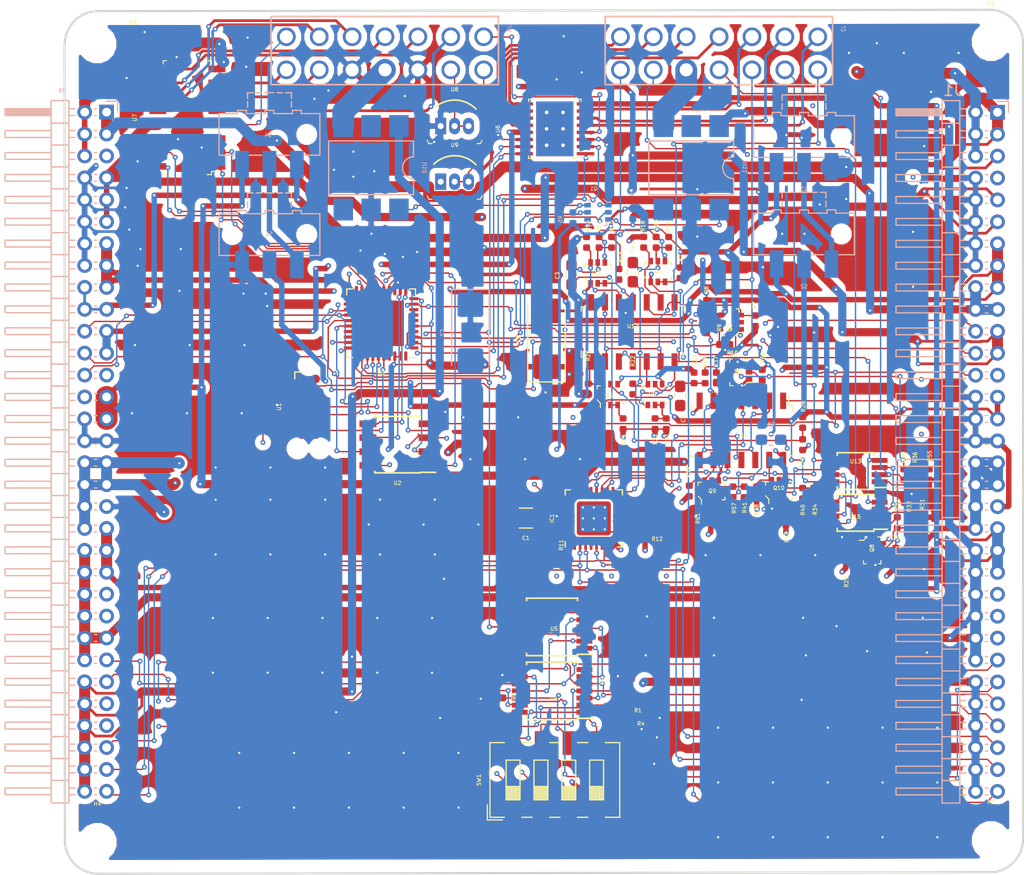
<source format=kicad_pcb>
(kicad_pcb (version 20171130) (host pcbnew "(5.0.2)-1")
  (layers (0 F.Cu signal) (1 In1.Cu signal) (2 In2.Cu signal) (31 B.Cu signal) (34 B.Paste user) (35 F.Paste user) (36 B.SilkS user) (37 F.SilkS user) (38 B.Mask user hide) (39 F.Mask user hide) (44 Edge.Cuts user))
  (net 0 "")
  (net 1 MUXD)
  (net 2 MUXE)
  (net 3 MUX1)
  (net 4 GND)
  (net 5 1_ADC0)
  (net 6 1_ADC3)
  (net 7 1_ADC2)
  (net 8 1_ADC1)
  (net 9 VAA)
  (net 10 1_IN3)
  (net 11 1_IN2)
  (net 12 1_IN1)
  (net 13 1_IN0)
  (net 14 HT)
  (net 15 MUXF)
  (net 16 1_OWB_SEC)
  (net 17 1_OWB_PRI)
  (net 18 -VSW)
  (net 19 "Net-(S1-Pad3)")
  (net 20 "Net-(S2-Pad3)")
  (net 21 +VSW)
  (net 22 +5V)
  (net 23 +3V3)
  (net 24 +1V8)
  (net 25 -5V)
  (net 26 -3V3)
  (net 27 "Net-(Q4-Pad2)")
  (net 28 "Net-(Q6-Pad2)")
  (net 29 "Net-(Q6-Pad5)")
  (net 30 "Net-(Q6-Pad6)")
  (net 31 "Net-(Q7-Pad2)")
  (net 32 "Net-(Q8-Pad2)")
  (net 33 "Net-(Q8-Pad5)")
  (net 34 "Net-(Q9-Pad6)")
  (net 35 "Net-(Q9-Pad5)")
  (net 36 "Net-(Q9-Pad2)")
  (net 37 "Net-(Q5-Pad2)")
  (net 38 "Net-(Q2-Pad5)")
  (net 39 "Net-(Q3-Pad2)")
  (net 40 MUXA)
  (net 41 MUX2)
  (net 42 1_OUT0)
  (net 43 1_OUT1)
  (net 44 1_OUT2)
  (net 45 1_OUT3)
  (net 46 LO)
  (net 47 2_OUT3)
  (net 48 2_OUT2)
  (net 49 2_OUT1)
  (net 50 2_OUT0)
  (net 51 +12V)
  (net 52 MUXC)
  (net 53 MUXB)
  (net 54 3_REL)
  (net 55 2_REL)
  (net 56 1_REL)
  (net 57 RS232INV)
  (net 58 1_Vin)
  (net 59 VDC)
  (net 60 "Net-(IC1-Pad25)")
  (net 61 "Net-(IC1-Pad9)")
  (net 62 "Net-(IC1-Pad11)")
  (net 63 "Net-(IC1-Pad12)")
  (net 64 "Net-(IC1-Pad13)")
  (net 65 "Net-(IC1-Pad15)")
  (net 66 "Net-(IC1-Pad21)")
  (net 67 "Net-(IC1-Pad23)")
  (net 68 "Net-(IC1-Pad24)")
  (net 69 "Net-(U4-Pad3)")
  (net 70 "Net-(U4-Pad11)")
  (net 71 "Net-(U5-Pad10)")
  (net 72 "Net-(U5-Pad7)")
  (net 73 "Net-(U5-Pad12)")
  (net 74 "Net-(U5-Pad13)")
  (net 75 "Net-(U5-Pad14)")
  (net 76 "Net-(R41-Pad1)")
  (net 77 "Net-(R36-Pad2)")
  (net 78 "Net-(R1-Pad1)")
  (net 79 "Net-(R2-Pad1)")
  (net 80 /Micro/CSB)
  (net 81 /Micro/SOMIB)
  (net 82 /Micro/SIMOB)
  (net 83 /Micro/SCKB)
  (net 84 /Micro/\HOLD)
  (net 85 A0)
  (net 86 A1)
  (net 87 A2)
  (net 88 SCLK0)
  (net 89 "Net-(U3-Pad21)")
  (net 90 "Net-(U3-Pad22)")
  (net 91 MISO0)
  (net 92 MOSI0)
  (net 93 A3)
  (net 94 A4)
  (net 95 /Micro/TCK)
  (net 96 /Micro/TMS)
  (net 97 /Micro/TDI)
  (net 98 /Micro/TDO)
  (net 99 "Net-(U3-Pad37)")
  (net 100 S0)
  (net 101 S1)
  (net 102 S2)
  (net 103 S3)
  (net 104 "Net-(J1-Pad45)")
  (net 105 VD)
  (net 106 "Net-(J6-Pad45)")
  (net 107 "Net-(U1-Pad10)")
  (net 108 "Net-(U1-Pad9)")
  (net 109 "Net-(U1-Pad7)")
  (net 110 "Net-(U1-Pad5)")
  (net 111 CTS_CONT)
  (net 112 TX_CONT)
  (net 113 1_TX)
  (net 114 1_RX)
  (net 115 1_CTS)
  (net 116 1_RTS)
  (net 117 1_GarminRX)
  (net 118 1_GarminTX)
  (net 119 1_GarminPWR)
  (net 120 "Net-(U4-Pad6)")
  (net 121 "Net-(U4-Pad8)")
  (net 122 "Net-(U5-Pad8)")
  (net 123 "Net-(U5-Pad9)")
  (net 124 "Net-(U4-Pad7)")
  (net 125 "Net-(U4-Pad14)")
  (net 126 "Net-(R4-Pad1)")
  (net 127 "Net-(R3-Pad1)")
  (net 128 "Net-(U9-Pad1)")
  (net 129 "Net-(Q10-Pad6)")
  (net 130 "Net-(Q10-Pad5)")
  (net 131 "Net-(Q10-Pad2)")
  (net 132 "Net-(Q8-Pad6)")
  (net 133 /Serial/RX/sheet5CA24179/TX_+3v3-3v3)
  (net 134 "Net-(C6-Pad1)")
  (net 135 "Net-(C5-Pad1)")
  (net 136 /Serial/RX/sheet5CA2401A/TX_+3v3-3v3)
  (net 137 /Serial/RX/sheet5CA23CF1/TX_+3v3-3v3)
  (net 138 "Net-(C4-Pad1)")
  (net 139 "Net-(C3-Pad1)")
  (net 140 /Serial/RX/Sheet5CA21CAA/TX_+3v3-3v3)
  (net 141 SSINV)
  (net 142 SS)
  (net 143 RS232INVDif)
  (net 144 /Relays/2_RELH)
  (net 145 /Relays/1_RELH)
  (net 146 /Serial/sheet5C94ECE6/RX_3V3_4)
  (net 147 /Serial/sheet5C94ECE6/RX_3V3_3)
  (net 148 /Serial/sheet5C94ECE6/RX_3V3_2)
  (net 149 /Serial/sheet5C94ECE6/RX_3V3_1)
  (net 150 /Serial/RX/TX_4)
  (net 151 /Serial/sheet5C94ECE6/RX_1)
  (net 152 "Net-(R40-Pad1)")
  (net 153 "Net-(R33-Pad2)")
  (net 154 "Net-(IC1-Pad1)")
  (net 155 "Net-(U11-Pad5)")
  (net 156 "Net-(U11-Pad3)")
  (net 157 "Net-(U10-Pad3)")
  (net 158 "Net-(U10-Pad5)")
  (net 159 MISO1)
  (net 160 SCLK1)
  (net 161 "Net-(IC1-Pad4)")
  (net 162 MOSI1)
  (net 163 "Net-(IC1-Pad7)")
  (net 164 "Net-(IC1-Pad14)")
  (net 165 /Serial/RX/TX_3v3_3)
  (net 166 /Serial/RX/TX_3v3_2)
  (net 167 /Serial/RX/TX_3v3_1)
  (net 168 "Net-(IC1-Pad26)")
  (net 169 "Net-(IC1-Pad27)")
  (net 170 "Net-(IC1-Pad28)")
  (net 171 "Net-(IC1-Pad31)")
  (net 172 "Net-(J1-Pad7)")
  (net 173 /Serial/RX/TX_3v3_4)
  (net 174 "Net-(J6-Pad5)")
  (net 175 "Net-(J6-Pad25)")
  (net 176 "Net-(J6-Pad28)")
  (net 177 "Net-(J1-Pad25)")
  (net 178 "Net-(J6-Pad47)")
  (net 179 "Net-(J1-Pad47)")
  (net 180 "Net-(J1-Pad49)")
  (module Connector_PinHeader_2.00mm:PinHeader_2x32_P2.00mm_Horizontal (layer B.Cu) (at 251.46 27.9527 180)
    (fp_text reference J1 (at 4.1 2 180) (layer B.SilkS) (effects (justify mirror)))
    (fp_text value Conn_02x32_Counter_Clockwise_MountingPin)
    (pad 1 thru_hole rect (at 0 0 180) (size 1.35 1.35) (drill 0.8) (layers *.Cu *.Mask) (net 24 +1V8))
    (pad 2 thru_hole oval (at 2 0 180) (size 1.35 1.35) (drill 0.8) (layers *.Cu *.Mask) (net 46 LO))
    (pad 3 thru_hole oval (at 0 -2 180) (size 1.35 1.35) (drill 0.8) (layers *.Cu *.Mask) (net 24 +1V8))
    (pad 4 thru_hole oval (at 2 -2 180) (size 1.35 1.35) (drill 0.8) (layers *.Cu *.Mask) (net 46 LO))
    (pad 5 thru_hole oval (at 0 -4 180) (size 1.35 1.35) (drill 0.8) (layers *.Cu *.Mask) (net 24 +1V8))
    (pad 6 thru_hole oval (at 2 -4 180) (size 1.35 1.35) (drill 0.8) (layers *.Cu *.Mask) (net 46 LO))
    (pad 7 thru_hole oval (at 0 -6 180) (size 1.35 1.35) (drill 0.8) (layers *.Cu *.Mask) (net 172 "Net-(J1-Pad7)"))
    (pad 8 thru_hole oval (at 2 -6 180) (size 1.35 1.35) (drill 0.8) (layers *.Cu *.Mask) (net 4 GND))
    (pad 9 thru_hole oval (at 0 -8 180) (size 1.35 1.35) (drill 0.8) (layers *.Cu *.Mask) (net 51 +12V))
    (pad 10 thru_hole oval (at 2 -8 180) (size 1.35 1.35) (drill 0.8) (layers *.Cu *.Mask) (net 4 GND))
    (pad 11 thru_hole oval (at 0 -10 180) (size 1.35 1.35) (drill 0.8) (layers *.Cu *.Mask) (net 51 +12V))
    (pad 12 thru_hole oval (at 2 -10 180) (size 1.35 1.35) (drill 0.8) (layers *.Cu *.Mask) (net 4 GND))
    (pad 13 thru_hole oval (at 0 -12 180) (size 1.35 1.35) (drill 0.8) (layers *.Cu *.Mask) (net 22 +5V))
    (pad 14 thru_hole oval (at 2 -12 180) (size 1.35 1.35) (drill 0.8) (layers *.Cu *.Mask) (net 4 GND))
    (pad 15 thru_hole oval (at 0 -14 180) (size 1.35 1.35) (drill 0.8) (layers *.Cu *.Mask) (net 22 +5V))
    (pad 16 thru_hole oval (at 2 -14 180) (size 1.35 1.35) (drill 0.8) (layers *.Cu *.Mask) (net 4 GND))
    (pad 17 thru_hole oval (at 0 -16 180) (size 1.35 1.35) (drill 0.8) (layers *.Cu *.Mask) (net 22 +5V))
    (pad 18 thru_hole oval (at 2 -16 180) (size 1.35 1.35) (drill 0.8) (layers *.Cu *.Mask) (net 25 -5V))
    (pad 19 thru_hole oval (at 0 -18 180) (size 1.35 1.35) (drill 0.8) (layers *.Cu *.Mask) (net 25 -5V))
    (pad 20 thru_hole oval (at 2 -18 180) (size 1.35 1.35) (drill 0.8) (layers *.Cu *.Mask) (net 25 -5V))
    (pad 21 thru_hole oval (at 0 -20 180) (size 1.35 1.35) (drill 0.8) (layers *.Cu *.Mask) (net 14 HT))
    (pad 22 thru_hole oval (at 2 -20 180) (size 1.35 1.35) (drill 0.8) (layers *.Cu *.Mask) (net 88 SCLK0))
    (pad 23 thru_hole oval (at 0 -22 180) (size 1.35 1.35) (drill 0.8) (layers *.Cu *.Mask) (net 14 HT))
    (pad 24 thru_hole oval (at 2 -22 180) (size 1.35 1.35) (drill 0.8) (layers *.Cu *.Mask) (net 91 MISO0))
    (pad 25 thru_hole oval (at 0 -24 180) (size 1.35 1.35) (drill 0.8) (layers *.Cu *.Mask) (net 177 "Net-(J1-Pad25)"))
    (pad 26 thru_hole oval (at 2 -24 180) (size 1.35 1.35) (drill 0.8) (layers *.Cu *.Mask) (net 92 MOSI0))
    (pad 27 thru_hole oval (at 0 -26 180) (size 1.35 1.35) (drill 0.8) (layers *.Cu *.Mask) (net 26 -3V3))
    (pad 28 thru_hole oval (at 2 -26 180) (size 1.35 1.35) (drill 0.8) (layers *.Cu *.Mask) (net 4 GND))
    (pad 29 thru_hole oval (at 0 -28 180) (size 1.35 1.35) (drill 0.8) (layers *.Cu *.Mask) (net 26 -3V3))
    (pad 30 thru_hole oval (at 2 -28 180) (size 1.35 1.35) (drill 0.8) (layers *.Cu *.Mask) (net 4 GND))
    (pad 31 thru_hole oval (at 0 -30 180) (size 1.35 1.35) (drill 0.8) (layers *.Cu *.Mask) (net 4 GND))
    (pad 32 thru_hole oval (at 2 -30 180) (size 1.35 1.35) (drill 0.8) (layers *.Cu *.Mask) (net 4 GND))
    (pad 33 thru_hole oval (at 0 -32 180) (size 1.35 1.35) (drill 0.8) (layers *.Cu *.Mask) (net 23 +3V3))
    (pad 34 thru_hole oval (at 2 -32 180) (size 1.35 1.35) (drill 0.8) (layers *.Cu *.Mask) (net 23 +3V3))
    (pad 35 thru_hole oval (at 0 -34 180) (size 1.35 1.35) (drill 0.8) (layers *.Cu *.Mask) (net 23 +3V3))
    (pad 36 thru_hole oval (at 2 -34 180) (size 1.35 1.35) (drill 0.8) (layers *.Cu *.Mask) (net 23 +3V3))
    (pad 37 thru_hole oval (at 0 -36 180) (size 1.35 1.35) (drill 0.8) (layers *.Cu *.Mask) (net 4 GND))
    (pad 38 thru_hole oval (at 2 -36 180) (size 1.35 1.35) (drill 0.8) (layers *.Cu *.Mask) (net 23 +3V3))
    (pad 39 thru_hole oval (at 0 -38 180) (size 1.35 1.35) (drill 0.8) (layers *.Cu *.Mask) (net 9 VAA))
    (pad 40 thru_hole oval (at 2 -38 180) (size 1.35 1.35) (drill 0.8) (layers *.Cu *.Mask) (net 23 +3V3))
    (pad 41 thru_hole oval (at 0 -40 180) (size 1.35 1.35) (drill 0.8) (layers *.Cu *.Mask) (net 9 VAA))
    (pad 42 thru_hole oval (at 2 -40 180) (size 1.35 1.35) (drill 0.8) (layers *.Cu *.Mask) (net 105 VD))
    (pad 43 thru_hole oval (at 0 -42 180) (size 1.35 1.35) (drill 0.8) (layers *.Cu *.Mask) (net 9 VAA))
    (pad 44 thru_hole oval (at 2 -42 180) (size 1.35 1.35) (drill 0.8) (layers *.Cu *.Mask) (net 105 VD))
    (pad 45 thru_hole oval (at 0 -44 180) (size 1.35 1.35) (drill 0.8) (layers *.Cu *.Mask) (net 104 "Net-(J1-Pad45)"))
    (pad 46 thru_hole oval (at 2 -44 180) (size 1.35 1.35) (drill 0.8) (layers *.Cu *.Mask) (net 105 VD))
    (pad 47 thru_hole oval (at 0 -46 180) (size 1.35 1.35) (drill 0.8) (layers *.Cu *.Mask) (net 179 "Net-(J1-Pad47)"))
    (pad 48 thru_hole oval (at 2 -46 180) (size 1.35 1.35) (drill 0.8) (layers *.Cu *.Mask) (net 105 VD))
    (pad 49 thru_hole oval (at 0 -48 180) (size 1.35 1.35) (drill 0.8) (layers *.Cu *.Mask) (net 180 "Net-(J1-Pad49)"))
    (pad 50 thru_hole oval (at 2 -48 180) (size 1.35 1.35) (drill 0.8) (layers *.Cu *.Mask) (net 105 VD))
    (pad 51 thru_hole oval (at 0 -50 180) (size 1.35 1.35) (drill 0.8) (layers *.Cu *.Mask) (net 103 S3))
    (pad 52 thru_hole oval (at 2 -50 180) (size 1.35 1.35) (drill 0.8) (layers *.Cu *.Mask) (net 105 VD))
    (pad 53 thru_hole oval (at 0 -52 180) (size 1.35 1.35) (drill 0.8) (layers *.Cu *.Mask) (net 102 S2))
    (pad 54 thru_hole oval (at 2 -52 180) (size 1.35 1.35) (drill 0.8) (layers *.Cu *.Mask) (net 59 VDC))
    (pad 55 thru_hole oval (at 0 -54 180) (size 1.35 1.35) (drill 0.8) (layers *.Cu *.Mask) (net 101 S1))
    (pad 56 thru_hole oval (at 2 -54 180) (size 1.35 1.35) (drill 0.8) (layers *.Cu *.Mask) (net 59 VDC))
    (pad 57 thru_hole oval (at 0 -56 180) (size 1.35 1.35) (drill 0.8) (layers *.Cu *.Mask) (net 100 S0))
    (pad 58 thru_hole oval (at 2 -56 180) (size 1.35 1.35) (drill 0.8) (layers *.Cu *.Mask) (net 59 VDC))
    (pad 59 thru_hole oval (at 0 -58 180) (size 1.35 1.35) (drill 0.8) (layers *.Cu *.Mask) (net 160 SCLK1))
    (pad 60 thru_hole oval (at 2 -58 180) (size 1.35 1.35) (drill 0.8) (layers *.Cu *.Mask) (net 59 VDC))
    (pad 61 thru_hole oval (at 0 -60 180) (size 1.35 1.35) (drill 0.8) (layers *.Cu *.Mask) (net 162 MOSI1))
    (pad 62 thru_hole oval (at 2 -60 180) (size 1.35 1.35) (drill 0.8) (layers *.Cu *.Mask) (net 59 VDC))
    (pad 63 thru_hole oval (at 0 -62 180) (size 1.35 1.35) (drill 0.8) (layers *.Cu *.Mask) (net 159 MISO1))
    (pad 64 thru_hole oval (at 2 -62 180) (size 1.35 1.35) (drill 0.8) (layers *.Cu *.Mask) (net 59 VDC))
  )
  (module Package_DFN_QFN:Texas_S-PVQFN-N40_EP4.15x4.15mm (layer F.Cu) (at 195.2235 47.216 180)
    (fp_text reference U3 (at 0 -4.5 180) (layer F.SilkS) (effects (font (size 0.35 0.35) (thickness 0.0625))))
    (fp_text value MSP430G2755IRHA40)
    (pad 1 smd rect (at -3.045 -2.25 180) (size 0.71 0.28) (layers F.Cu F.Paste F.Mask) (net 4 GND))
    (pad 1 smd circle (at -2.69 -2.25 180) (size 0.28 0.28) (layers F.Cu F.Paste F.Mask) (net 4 GND))
    (pad 2 smd rect (at -3.045 -1.75 180) (size 0.71 0.28) (layers F.Cu F.Paste F.Mask) (net 56 1_REL))
    (pad 2 smd circle (at -2.69 -1.75 180) (size 0.28 0.28) (layers F.Cu F.Paste F.Mask) (net 56 1_REL))
    (pad 3 smd rect (at -3.045 -1.25 180) (size 0.71 0.28) (layers F.Cu F.Paste F.Mask) (net 55 2_REL))
    (pad 3 smd circle (at -2.69 -1.25 180) (size 0.28 0.28) (layers F.Cu F.Paste F.Mask) (net 55 2_REL))
    (pad 4 smd rect (at -3.045 -0.75 180) (size 0.71 0.28) (layers F.Cu F.Paste F.Mask) (net 4 GND))
    (pad 4 smd circle (at -2.69 -0.75 180) (size 0.28 0.28) (layers F.Cu F.Paste F.Mask) (net 4 GND))
    (pad 5 smd rect (at -3.045 -0.25 180) (size 0.71 0.28) (layers F.Cu F.Paste F.Mask) (net 23 +3V3))
    (pad 5 smd circle (at -2.69 -0.25 180) (size 0.28 0.28) (layers F.Cu F.Paste F.Mask) (net 23 +3V3))
    (pad 6 smd rect (at -3.045 0.25 180) (size 0.71 0.28) (layers F.Cu F.Paste F.Mask) (net 85 A0))
    (pad 6 smd circle (at -2.69 0.25 180) (size 0.28 0.28) (layers F.Cu F.Paste F.Mask) (net 85 A0))
    (pad 7 smd rect (at -3.045 0.75 180) (size 0.71 0.28) (layers F.Cu F.Paste F.Mask) (net 86 A1))
    (pad 7 smd circle (at -2.69 0.75 180) (size 0.28 0.28) (layers F.Cu F.Paste F.Mask) (net 86 A1))
    (pad 8 smd rect (at -3.045 1.25 180) (size 0.71 0.28) (layers F.Cu F.Paste F.Mask) (net 87 A2))
    (pad 8 smd circle (at -2.69 1.25 180) (size 0.28 0.28) (layers F.Cu F.Paste F.Mask) (net 87 A2))
    (pad 9 smd rect (at -3.045 1.75 180) (size 0.71 0.28) (layers F.Cu F.Paste F.Mask) (net 88 SCLK0))
    (pad 9 smd circle (at -2.69 1.75 180) (size 0.28 0.28) (layers F.Cu F.Paste F.Mask) (net 88 SCLK0))
    (pad 10 smd rect (at -3.045 2.25 180) (size 0.71 0.28) (layers F.Cu F.Paste F.Mask) (net 81 /Micro/SOMIB))
    (pad 10 smd circle (at -2.69 2.25 180) (size 0.28 0.28) (layers F.Cu F.Paste F.Mask) (net 81 /Micro/SOMIB))
    (pad 11 smd rect (at -2.25 3.045 180) (size 0.28 0.71) (layers F.Cu F.Paste F.Mask) (net 82 /Micro/SIMOB))
    (pad 11 smd circle (at -2.25 2.69 180) (size 0.28 0.28) (layers F.Cu F.Paste F.Mask) (net 82 /Micro/SIMOB))
    (pad 12 smd rect (at -1.75 3.045 180) (size 0.28 0.71) (layers F.Cu F.Paste F.Mask) (net 83 /Micro/SCKB))
    (pad 12 smd circle (at -1.75 2.69 180) (size 0.28 0.28) (layers F.Cu F.Paste F.Mask) (net 83 /Micro/SCKB))
    (pad 13 smd rect (at -1.25 3.045 180) (size 0.28 0.71) (layers F.Cu F.Paste F.Mask) (net 4 GND))
    (pad 13 smd circle (at -1.25 2.69 180) (size 0.28 0.28) (layers F.Cu F.Paste F.Mask) (net 4 GND))
    (pad 14 smd rect (at -0.75 3.045 180) (size 0.28 0.71) (layers F.Cu F.Paste F.Mask) (net 23 +3V3))
    (pad 14 smd circle (at -0.75 2.69 180) (size 0.28 0.28) (layers F.Cu F.Paste F.Mask) (net 23 +3V3))
    (pad 15 smd rect (at -0.25 3.045 180) (size 0.28 0.71) (layers F.Cu F.Paste F.Mask) (net 52 MUXC))
    (pad 15 smd circle (at -0.25 2.69 180) (size 0.28 0.28) (layers F.Cu F.Paste F.Mask) (net 52 MUXC))
    (pad 16 smd rect (at 0.25 3.045 180) (size 0.28 0.71) (layers F.Cu F.Paste F.Mask) (net 53 MUXB))
    (pad 16 smd circle (at 0.25 2.69 180) (size 0.28 0.28) (layers F.Cu F.Paste F.Mask) (net 53 MUXB))
    (pad 17 smd rect (at 0.75 3.045 180) (size 0.28 0.71) (layers F.Cu F.Paste F.Mask) (net 40 MUXA))
    (pad 17 smd circle (at 0.75 2.69 180) (size 0.28 0.28) (layers F.Cu F.Paste F.Mask) (net 40 MUXA))
    (pad 18 smd rect (at 1.25 3.045 180) (size 0.28 0.71) (layers F.Cu F.Paste F.Mask) (net 41 MUX2))
    (pad 18 smd circle (at 1.25 2.69 180) (size 0.28 0.28) (layers F.Cu F.Paste F.Mask) (net 41 MUX2))
    (pad 19 smd rect (at 1.75 3.045 180) (size 0.28 0.71) (layers F.Cu F.Paste F.Mask) (net 57 RS232INV))
    (pad 19 smd circle (at 1.75 2.69 180) (size 0.28 0.28) (layers F.Cu F.Paste F.Mask) (net 57 RS232INV))
    (pad 20 smd rect (at 2.25 3.045 180) (size 0.28 0.71) (layers F.Cu F.Paste F.Mask) (net 80 /Micro/CSB))
    (pad 20 smd circle (at 2.25 2.69 180) (size 0.28 0.28) (layers F.Cu F.Paste F.Mask) (net 80 /Micro/CSB))
    (pad 21 smd rect (at 3.045 2.25 180) (size 0.71 0.28) (layers F.Cu F.Paste F.Mask) (net 89 "Net-(U3-Pad21)"))
    (pad 21 smd circle (at 2.69 2.25 180) (size 0.28 0.28) (layers F.Cu F.Paste F.Mask) (net 89 "Net-(U3-Pad21)"))
    (pad 22 smd rect (at 3.045 1.75 180) (size 0.71 0.28) (layers F.Cu F.Paste F.Mask) (net 90 "Net-(U3-Pad22)"))
    (pad 22 smd circle (at 2.69 1.75 180) (size 0.28 0.28) (layers F.Cu F.Paste F.Mask) (net 90 "Net-(U3-Pad22)"))
    (pad 23 smd rect (at 3.045 1.25 180) (size 0.71 0.28) (layers F.Cu F.Paste F.Mask) (net 91 MISO0))
    (pad 23 smd circle (at 2.69 1.25 180) (size 0.28 0.28) (layers F.Cu F.Paste F.Mask) (net 91 MISO0))
    (pad 24 smd rect (at 3.045 0.75 180) (size 0.71 0.28) (layers F.Cu F.Paste F.Mask) (net 92 MOSI0))
    (pad 24 smd circle (at 2.69 0.75 180) (size 0.28 0.28) (layers F.Cu F.Paste F.Mask) (net 92 MOSI0))
    (pad 25 smd rect (at 3.045 0.25 180) (size 0.71 0.28) (layers F.Cu F.Paste F.Mask) (net 142 SS))
    (pad 25 smd circle (at 2.69 0.25 180) (size 0.28 0.28) (layers F.Cu F.Paste F.Mask) (net 142 SS))
    (pad 26 smd rect (at 3.045 -0.25 180) (size 0.71 0.28) (layers F.Cu F.Paste F.Mask) (net 84 /Micro/\HOLD))
    (pad 26 smd circle (at 2.69 -0.25 180) (size 0.28 0.28) (layers F.Cu F.Paste F.Mask) (net 84 /Micro/\HOLD))
    (pad 27 smd rect (at 3.045 -0.75 180) (size 0.71 0.28) (layers F.Cu F.Paste F.Mask) (net 93 A3))
    (pad 27 smd circle (at 2.69 -0.75 180) (size 0.28 0.28) (layers F.Cu F.Paste F.Mask) (net 93 A3))
    (pad 28 smd rect (at 3.045 -1.25 180) (size 0.71 0.28) (layers F.Cu F.Paste F.Mask) (net 94 A4))
    (pad 28 smd circle (at 2.69 -1.25 180) (size 0.28 0.28) (layers F.Cu F.Paste F.Mask) (net 94 A4))
    (pad 29 smd rect (at 3.045 -1.75 180) (size 0.71 0.28) (layers F.Cu F.Paste F.Mask) (net 15 MUXF))
    (pad 29 smd circle (at 2.69 -1.75 180) (size 0.28 0.28) (layers F.Cu F.Paste F.Mask) (net 15 MUXF))
    (pad 30 smd rect (at 3.045 -2.25 180) (size 0.71 0.28) (layers F.Cu F.Paste F.Mask) (net 2 MUXE))
    (pad 30 smd circle (at 2.69 -2.25 180) (size 0.28 0.28) (layers F.Cu F.Paste F.Mask) (net 2 MUXE))
    (pad 31 smd rect (at 2.25 -3.045 180) (size 0.28 0.71) (layers F.Cu F.Paste F.Mask) (net 1 MUXD))
    (pad 31 smd circle (at 2.25 -2.69 180) (size 0.28 0.28) (layers F.Cu F.Paste F.Mask) (net 1 MUXD))
    (pad 32 smd rect (at 1.75 -3.045 180) (size 0.28 0.71) (layers F.Cu F.Paste F.Mask) (net 3 MUX1))
    (pad 32 smd circle (at 1.75 -2.69 180) (size 0.28 0.28) (layers F.Cu F.Paste F.Mask) (net 3 MUX1))
    (pad 33 smd rect (at 1.25 -3.045 180) (size 0.28 0.71) (layers F.Cu F.Paste F.Mask) (net 95 /Micro/TCK))
    (pad 33 smd circle (at 1.25 -2.69 180) (size 0.28 0.28) (layers F.Cu F.Paste F.Mask) (net 95 /Micro/TCK))
    (pad 34 smd rect (at 0.75 -3.045 180) (size 0.28 0.71) (layers F.Cu F.Paste F.Mask) (net 96 /Micro/TMS))
    (pad 34 smd circle (at 0.75 -2.69 180) (size 0.28 0.28) (layers F.Cu F.Paste F.Mask) (net 96 /Micro/TMS))
    (pad 35 smd rect (at 0.25 -3.045 180) (size 0.28 0.71) (layers F.Cu F.Paste F.Mask) (net 97 /Micro/TDI))
    (pad 35 smd circle (at 0.25 -2.69 180) (size 0.28 0.28) (layers F.Cu F.Paste F.Mask) (net 97 /Micro/TDI))
    (pad 36 smd rect (at -0.25 -3.045 180) (size 0.28 0.71) (layers F.Cu F.Paste F.Mask) (net 98 /Micro/TDO))
    (pad 36 smd circle (at -0.25 -2.69 180) (size 0.28 0.28) (layers F.Cu F.Paste F.Mask) (net 98 /Micro/TDO))
    (pad 37 smd rect (at -0.75 -3.045 180) (size 0.28 0.71) (layers F.Cu F.Paste F.Mask) (net 99 "Net-(U3-Pad37)"))
    (pad 37 smd circle (at -0.75 -2.69 180) (size 0.28 0.28) (layers F.Cu F.Paste F.Mask) (net 99 "Net-(U3-Pad37)"))
    (pad 38 smd rect (at -1.25 -3.045 180) (size 0.28 0.71) (layers F.Cu F.Paste F.Mask) (net 23 +3V3))
    (pad 38 smd circle (at -1.25 -2.69 180) (size 0.28 0.28) (layers F.Cu F.Paste F.Mask) (net 23 +3V3))
    (pad 39 smd rect (at -1.75 -3.045 180) (size 0.28 0.71) (layers F.Cu F.Paste F.Mask) (net 23 +3V3))
    (pad 39 smd circle (at -1.75 -2.69 180) (size 0.28 0.28) (layers F.Cu F.Paste F.Mask) (net 23 +3V3))
    (pad 40 smd rect (at -2.25 -3.045 180) (size 0.28 0.71) (layers F.Cu F.Paste F.Mask) (net 54 3_REL))
    (pad 40 smd circle (at -2.25 -2.69 180) (size 0.28 0.28) (layers F.Cu F.Paste F.Mask) (net 54 3_REL))
    (pad 41 smd rect (at 0 0 180) (size 4.15 4.15) (layers F.Cu F.Mask))
  )
  (module Package_SO:TSSOP-14_4.4x5mm_P0.65mm (layer F.Cu) (at 210.82 80.772 180)
    (fp_text reference U4 (at -0.1524 -0.6604 180) (layer F.SilkS) (effects (font (size 0.35 0.35) (thickness 0.0625))))
    (fp_text value SN74HC266DR)
    (pad 1 smd rect (at -2.95 -1.95 180) (size 1.45 0.45) (layers F.Cu F.Paste F.Mask) (net 78 "Net-(R1-Pad1)"))
    (pad 2 smd rect (at -2.95 -1.3 180) (size 1.45 0.45) (layers F.Cu F.Paste F.Mask) (net 100 S0))
    (pad 3 smd rect (at -2.95 -0.65 180) (size 1.45 0.45) (layers F.Cu F.Paste F.Mask) (net 69 "Net-(U4-Pad3)"))
    (pad 4 smd rect (at -2.95 0 180) (size 1.45 0.45) (layers F.Cu F.Paste F.Mask) (net 79 "Net-(R2-Pad1)"))
    (pad 5 smd rect (at -2.95 0.65 180) (size 1.45 0.45) (layers F.Cu F.Paste F.Mask) (net 101 S1))
    (pad 6 smd rect (at -2.95 1.3 180) (size 1.45 0.45) (layers F.Cu F.Paste F.Mask) (net 120 "Net-(U4-Pad6)"))
    (pad 7 smd rect (at -2.95 1.95 180) (size 1.45 0.45) (layers F.Cu F.Paste F.Mask) (net 124 "Net-(U4-Pad7)"))
    (pad 8 smd rect (at 2.95 1.95 180) (size 1.45 0.45) (layers F.Cu F.Paste F.Mask) (net 121 "Net-(U4-Pad8)"))
    (pad 9 smd rect (at 2.95 1.3 180) (size 1.45 0.45) (layers F.Cu F.Paste F.Mask) (net 126 "Net-(R4-Pad1)"))
    (pad 10 smd rect (at 2.95 0.65 180) (size 1.45 0.45) (layers F.Cu F.Paste F.Mask) (net 103 S3))
    (pad 11 smd rect (at 2.95 0 180) (size 1.45 0.45) (layers F.Cu F.Paste F.Mask) (net 70 "Net-(U4-Pad11)"))
    (pad 12 smd rect (at 2.95 -0.65 180) (size 1.45 0.45) (layers F.Cu F.Paste F.Mask) (net 127 "Net-(R3-Pad1)"))
    (pad 13 smd rect (at 2.95 -1.3 180) (size 1.45 0.45) (layers F.Cu F.Paste F.Mask) (net 102 S2))
    (pad 14 smd rect (at 2.95 -1.95 180) (size 1.45 0.45) (layers F.Cu F.Paste F.Mask) (net 125 "Net-(U4-Pad14)"))
  )
  (module Capacitor_SMD:C_0603_1608Metric_Pad1.05x0.95mm_HandSolder (layer F.Cu) (at 212.598 42.799 270)
    (fp_text reference C3 (at 0.0635 1.2954 270) (layer F.SilkS) (effects (font (size 0.35 0.35) (thickness 0.0625))))
    (fp_text value 1uF)
    (pad 2 smd roundrect (at 0.875 0 270) (size 1.05 0.95) (layers F.Cu F.Paste F.Mask) (net 167 /Serial/RX/TX_3v3_1))
    (pad 1 smd roundrect (at -0.875 0 270) (size 1.05 0.95) (layers F.Cu F.Paste F.Mask) (net 139 "Net-(C3-Pad1)"))
  )
  (module Capacitor_SMD:C_0603_1608Metric_Pad1.05x0.95mm_HandSolder (layer F.Cu) (at 218.186 42.545 270)
    (fp_text reference C4 (at -2.1209 0.0254 270) (layer F.SilkS) (effects (font (size 0.35 0.35) (thickness 0.0625))))
    (fp_text value 1uF)
    (pad 1 smd roundrect (at -0.875 0 270) (size 1.05 0.95) (layers F.Cu F.Paste F.Mask) (net 138 "Net-(C4-Pad1)"))
    (pad 2 smd roundrect (at 0.875 0 270) (size 1.05 0.95) (layers F.Cu F.Paste F.Mask) (net 166 /Serial/RX/TX_3v3_2))
  )
  (module Capacitor_SMD:C_0603_1608Metric_Pad1.05x0.95mm_HandSolder (layer F.Cu) (at 222.504 53.848 270)
    (fp_text reference C5 (at 2.0828 -0.2921 270) (layer F.SilkS) (effects (font (size 0.35 0.35) (thickness 0.0625))))
    (fp_text value 1uF)
    (pad 2 smd roundrect (at 0.875 0 270) (size 1.05 0.95) (layers F.Cu F.Paste F.Mask) (net 173 /Serial/RX/TX_3v3_4))
    (pad 1 smd roundrect (at -0.875 0 270) (size 1.05 0.95) (layers F.Cu F.Paste F.Mask) (net 135 "Net-(C5-Pad1)"))
  )
  (module Capacitor_SMD:C_0603_1608Metric_Pad1.05x0.95mm_HandSolder (layer B.Cu) (at 230.799 57.84 180)
    (fp_text reference C6 (at 0 1.43 180) (layer B.SilkS) (effects (font (size 0.35 0.35) (thickness 0.0625)) (justify mirror)))
    (fp_text value 1uF)
    (pad 1 smd roundrect (at -0.875 0 180) (size 1.05 0.95) (layers B.Cu B.Paste B.Mask) (net 134 "Net-(C6-Pad1)"))
    (pad 2 smd roundrect (at 0.875 0 180) (size 1.05 0.95) (layers B.Cu B.Paste B.Mask) (net 165 /Serial/RX/TX_3v3_3))
  )
  (module Package_DIP:SMDIP-6_W7.62mm (layer B.Cu) (at 223.52 33.02 90)
    (fp_text reference U11 (at 0 4.87 90) (layer B.SilkS) (effects (font (size 0.35 0.35) (thickness 0.0625)) (justify mirror)))
    (fp_text value TLP3546)
    (pad 1 smd rect (at -3.81 2.54 90) (size 2 1.78) (layers B.Cu B.Paste B.Mask) (net 144 /Relays/2_RELH))
    (pad 4 smd rect (at 3.81 -2.54 90) (size 2 1.78) (layers B.Cu B.Paste B.Mask) (net 119 1_GarminPWR))
    (pad 2 smd rect (at -3.81 0 90) (size 2 1.78) (layers B.Cu B.Paste B.Mask) (net 4 GND))
    (pad 5 smd rect (at 3.81 0 90) (size 2 1.78) (layers B.Cu B.Paste B.Mask) (net 155 "Net-(U11-Pad5)"))
    (pad 3 smd rect (at -3.81 -2.54 90) (size 2 1.78) (layers B.Cu B.Paste B.Mask) (net 156 "Net-(U11-Pad3)"))
    (pad 6 smd rect (at 3.81 2.54 90) (size 2 1.78) (layers B.Cu B.Paste B.Mask) (net 105 VD))
  )
  (module Package_DIP:SMDIP-6_W7.62mm (layer B.Cu) (at 194.31 33.02 90)
    (fp_text reference U10 (at 0 4.87 90) (layer B.SilkS) (effects (font (size 0.35 0.35) (thickness 0.0625)) (justify mirror)))
    (fp_text value TLP3546)
    (pad 6 smd rect (at 3.81 2.54 90) (size 2 1.78) (layers B.Cu B.Paste B.Mask) (net 59 VDC))
    (pad 3 smd rect (at -3.81 -2.54 90) (size 2 1.78) (layers B.Cu B.Paste B.Mask) (net 157 "Net-(U10-Pad3)"))
    (pad 5 smd rect (at 3.81 0 90) (size 2 1.78) (layers B.Cu B.Paste B.Mask) (net 158 "Net-(U10-Pad5)"))
    (pad 2 smd rect (at -3.81 0 90) (size 2 1.78) (layers B.Cu B.Paste B.Mask) (net 4 GND))
    (pad 4 smd rect (at 3.81 -2.54 90) (size 2 1.78) (layers B.Cu B.Paste B.Mask) (net 58 1_Vin))
    (pad 1 smd rect (at -3.81 2.54 90) (size 2 1.78) (layers B.Cu B.Paste B.Mask) (net 145 /Relays/1_RELH))
  )
  (module MountingHole:MountingHole_2.5mm (layer F.Cu) (at 250.865 21.518)
    (fp_text reference H1 (at 0 -3.5) (layer F.SilkS) (effects (font (size 0.35 0.35) (thickness 0.0625))))
    (fp_text value MountingHole)
    (pad 1 np_thru_hole circle (at 0 0) (size 2.5 2.5) (drill 2.5) (layers *.Cu *.Mask))
  )
  (module MountingHole:MountingHole_2.5mm (layer F.Cu) (at 169.3418 94.5896)
    (fp_text reference H4 (at 0 -3.5) (layer F.SilkS) (effects (font (size 0.35 0.35) (thickness 0.0625))))
    (fp_text value MountingHole)
    (pad 1 np_thru_hole circle (at 0 0) (size 2.5 2.5) (drill 2.5) (layers *.Cu *.Mask))
  )
  (module Resistor_SMD:R_0402_1005Metric (layer F.Cu) (at 216.916 80.518)
    (fp_text reference R2 (at -1.524 -0.6731 90) (layer F.SilkS) (effects (font (size 0.35 0.35) (thickness 0.0625))))
    (fp_text value 100k)
    (pad 2 smd roundrect (at 0.485 0) (size 0.59 0.64) (layers F.Cu F.Paste F.Mask) (net 4 GND))
    (pad 1 smd roundrect (at -0.485 0) (size 0.59 0.64) (layers F.Cu F.Paste F.Mask) (net 79 "Net-(R2-Pad1)"))
  )
  (module Resistor_SMD:R_0402_1005Metric (layer F.Cu) (at 224.917 47.625 270)
    (fp_text reference R9 (at 0 -1.17 270) (layer F.SilkS) (effects (font (size 0.35 0.35) (thickness 0.0625))))
    (fp_text value 100K)
    (pad 2 smd roundrect (at 0.485 0 270) (size 0.59 0.64) (layers F.Cu F.Paste F.Mask) (net 57 RS232INV))
    (pad 1 smd roundrect (at -0.485 0 270) (size 0.59 0.64) (layers F.Cu F.Paste F.Mask) (net 38 "Net-(Q2-Pad5)"))
  )
  (module Resistor_SMD:R_0402_1005Metric (layer F.Cu) (at 205.867 81.407 180)
    (fp_text reference R3 (at -1.4859 0.1651 270) (layer F.SilkS) (effects (font (size 0.35 0.35) (thickness 0.0625))))
    (fp_text value 100k)
    (pad 2 smd roundrect (at 0.485 0 180) (size 0.59 0.64) (layers F.Cu F.Paste F.Mask) (net 4 GND))
    (pad 1 smd roundrect (at -0.485 0 180) (size 0.59 0.64) (layers F.Cu F.Paste F.Mask) (net 127 "Net-(R3-Pad1)"))
  )
  (module Resistor_SMD:R_0402_1005Metric (layer F.Cu) (at 229.362 46.99 90)
    (fp_text reference R7 (at 1.4351 -0.0762 90) (layer F.SilkS) (effects (font (size 0.35 0.35) (thickness 0.0625))))
    (fp_text value 100K)
    (pad 2 smd roundrect (at 0.485 0 90) (size 0.59 0.64) (layers F.Cu F.Paste F.Mask) (net 143 RS232INVDif))
    (pad 1 smd roundrect (at -0.485 0 90) (size 0.59 0.64) (layers F.Cu F.Paste F.Mask) (net 23 +3V3))
  )
  (module Resistor_SMD:R_0402_1005Metric (layer F.Cu) (at 216.916 83.566)
    (fp_text reference R4 (at 2.0066 0.2032) (layer F.SilkS) (effects (font (size 0.35 0.35) (thickness 0.0625))))
    (fp_text value 100k)
    (pad 1 smd roundrect (at -0.485 0) (size 0.59 0.64) (layers F.Cu F.Paste F.Mask) (net 126 "Net-(R4-Pad1)"))
    (pad 2 smd roundrect (at 0.485 0) (size 0.59 0.64) (layers F.Cu F.Paste F.Mask) (net 4 GND))
  )
  (module MountingHole:MountingHole_2.5mm (layer F.Cu) (at 250.865 94.416)
    (fp_text reference H2 (at 0 -3.5) (layer F.SilkS) (effects (font (size 0.35 0.35) (thickness 0.0625))))
    (fp_text value MountingHole)
    (pad 1 np_thru_hole circle (at 0 0) (size 2.5 2.5) (drill 2.5) (layers *.Cu *.Mask))
  )
  (module Resistor_SMD:R_0402_1005Metric (layer B.Cu) (at 212.725 37.592 90)
    (fp_text reference R5 (at -0.127 -1.143 90) (layer B.SilkS) (effects (font (size 0.35 0.35) (thickness 0.0625)) (justify mirror)))
    (fp_text value 8K)
    (pad 2 smd roundrect (at 0.485 0 90) (size 0.59 0.64) (layers B.Cu B.Paste B.Mask) (net 145 /Relays/1_RELH))
    (pad 1 smd roundrect (at -0.485 0 90) (size 0.59 0.64) (layers B.Cu B.Paste B.Mask) (net 23 +3V3))
  )
  (module Resistor_SMD:R_0402_1005Metric (layer F.Cu) (at 220.218 56.388 90)
    (fp_text reference R21 (at -1.4097 0.0127 90) (layer F.SilkS) (effects (font (size 0.35 0.35) (thickness 0.0625))))
    (fp_text value 15K)
    (pad 2 smd roundrect (at 0.485 0 90) (size 0.59 0.64) (layers F.Cu F.Paste F.Mask) (net 37 "Net-(Q5-Pad2)"))
    (pad 1 smd roundrect (at -0.485 0 90) (size 0.59 0.64) (layers F.Cu F.Paste F.Mask) (net 23 +3V3))
  )
  (module Resistor_SMD:R_0402_1005Metric (layer B.Cu) (at 218.186 37.211 270)
    (fp_text reference R6 (at -1.962982 0.097821 270) (layer B.SilkS) (effects (font (size 0.35 0.35) (thickness 0.0625)) (justify mirror)))
    (fp_text value 8K)
    (pad 1 smd roundrect (at -0.485 0 270) (size 0.59 0.64) (layers B.Cu B.Paste B.Mask) (net 23 +3V3))
    (pad 2 smd roundrect (at 0.485 0 270) (size 0.59 0.64) (layers B.Cu B.Paste B.Mask) (net 144 /Relays/2_RELH))
  )
  (module MountingHole:MountingHole_2.5mm (layer F.Cu) (at 169.3164 21.717)
    (fp_text reference H3 (at 3.2785 -1.9643) (layer F.SilkS) (effects (font (size 0.35 0.35) (thickness 0.0625))))
    (fp_text value MountingHole)
    (pad 1 np_thru_hole circle (at 0 0) (size 2.5 2.5) (drill 2.5) (layers *.Cu *.Mask))
  )
  (module Resistor_SMD:R_0402_1005Metric (layer F.Cu) (at 226.568 49.149 180)
    (fp_text reference R10 (at -0.7112 -0.7493) (layer F.SilkS) (effects (font (size 0.35 0.35) (thickness 0.0625))))
    (fp_text value 100K)
    (pad 1 smd roundrect (at -0.485 0 180) (size 0.59 0.64) (layers F.Cu F.Paste F.Mask) (net 23 +3V3))
    (pad 2 smd roundrect (at 0.485 0 180) (size 0.59 0.64) (layers F.Cu F.Paste F.Mask) (net 141 SSINV))
  )
  (module Resistor_SMD:R_0402_1005Metric (layer F.Cu) (at 210.439 67.183 90)
    (fp_text reference R11 (at -0.2794 1.2192 90) (layer F.SilkS) (effects (font (size 0.35 0.35) (thickness 0.0625))))
    (fp_text value 10K)
    (pad 2 smd roundrect (at 0.485 0 90) (size 0.59 0.64) (layers F.Cu F.Paste F.Mask) (net 23 +3V3))
    (pad 1 smd roundrect (at -0.485 0 90) (size 0.59 0.64) (layers F.Cu F.Paste F.Mask) (net 154 "Net-(IC1-Pad1)"))
  )
  (module Package_SO:SOIC-8_3.9x4.9mm_P1.27mm (layer F.Cu) (at 196.723 58.293 180)
    (fp_text reference U2 (at 0 -3.5 180) (layer F.SilkS) (effects (font (size 0.35 0.35) (thickness 0.0625))))
    (fp_text value AT25SF081-SSHD-X)
    (pad 1 smd rect (at -2.7 -1.905 180) (size 1.55 0.6) (layers F.Cu F.Paste F.Mask) (net 80 /Micro/CSB))
    (pad 2 smd rect (at -2.7 -0.635 180) (size 1.55 0.6) (layers F.Cu F.Paste F.Mask) (net 81 /Micro/SOMIB))
    (pad 3 smd rect (at -2.7 0.635 180) (size 1.55 0.6) (layers F.Cu F.Paste F.Mask) (net 23 +3V3))
    (pad 4 smd rect (at -2.7 1.905 180) (size 1.55 0.6) (layers F.Cu F.Paste F.Mask) (net 4 GND))
    (pad 5 smd rect (at 2.7 1.905 180) (size 1.55 0.6) (layers F.Cu F.Paste F.Mask) (net 82 /Micro/SIMOB))
    (pad 6 smd rect (at 2.7 0.635 180) (size 1.55 0.6) (layers F.Cu F.Paste F.Mask) (net 83 /Micro/SCKB))
    (pad 7 smd rect (at 2.7 -0.635 180) (size 1.55 0.6) (layers F.Cu F.Paste F.Mask) (net 84 /Micro/\HOLD))
    (pad 8 smd rect (at 2.7 -1.905 180) (size 1.55 0.6) (layers F.Cu F.Paste F.Mask) (net 23 +3V3))
  )
  (module Button_Switch_SMD:SW_SPDT_CK-JS102011SAQN (layer B.Cu) (at 233.805069 39.058858)
    (fp_text reference S2 (at 0 4.8) (layer B.SilkS) (effects (font (size 0.35 0.35) (thickness 0.0625)) (justify mirror)))
    (fp_text value ATE1D-2M3-10-Z)
    (pad 1 smd rect (at -2.5 2.75) (size 1.25 2.5) (layers B.Cu B.Paste B.Mask) (net 22 +5V))
    (pad 2 smd rect (at 0 2.75) (size 1.25 2.5) (layers B.Cu B.Paste B.Mask) (net 21 +VSW))
    (pad 3 smd rect (at 2.5 2.75) (size 1.25 2.5) (layers B.Cu B.Paste B.Mask) (net 20 "Net-(S2-Pad3)"))
    (pad "" np_thru_hole circle (at -3.4 0) (size 0.9 0.9) (drill 0.9) (layers *.Cu *.Mask))
    (pad "" np_thru_hole circle (at 3.4 0) (size 0.9 0.9) (drill 0.9) (layers *.Cu *.Mask))
  )
  (module Resistor_SMD:R_0402_1005Metric (layer F.Cu) (at 213.968456 39.816531 90)
    (fp_text reference R14 (at 1.500631 0.077344 90) (layer F.SilkS) (effects (font (size 0.35 0.35) (thickness 0.0625))))
    (fp_text value 15k)
    (pad 2 smd roundrect (at 0.485 0 90) (size 0.59 0.64) (layers F.Cu F.Paste F.Mask) (net 21 +VSW))
    (pad 1 smd roundrect (at -0.485 0 90) (size 0.59 0.64) (layers F.Cu F.Paste F.Mask) (net 140 /Serial/RX/Sheet5CA21CAA/TX_+3v3-3v3))
  )
  (module Button_Switch_SMD:SW_SPDT_CK-JS102011SAQN (layer B.Cu) (at 185.039 29.972)
    (fp_text reference S4 (at -0.127 0.0635) (layer B.SilkS) (effects (font (size 0.35 0.35) (thickness 0.0625)) (justify mirror)))
    (fp_text value ATE1D-2M3-10-Z)
    (pad 1 smd rect (at -2.5 2.75) (size 1.25 2.5) (layers B.Cu B.Paste B.Mask) (net 26 -3V3))
    (pad 2 smd rect (at 0 2.75) (size 1.25 2.5) (layers B.Cu B.Paste B.Mask) (net 19 "Net-(S1-Pad3)"))
    (pad 3 smd rect (at 2.5 2.75) (size 1.25 2.5) (layers B.Cu B.Paste B.Mask) (net 25 -5V))
    (pad "" np_thru_hole circle (at -3.4 0) (size 0.9 0.9) (drill 0.9) (layers *.Cu *.Mask))
    (pad "" np_thru_hole circle (at 3.4 0) (size 0.9 0.9) (drill 0.9) (layers *.Cu *.Mask))
  )
  (module digikey-footprints:SOT-363 (layer F.Cu) (at 227.076 47.117 90)
    (fp_text reference Q2 (at -0.508 -0.0254 90) (layer F.SilkS) (effects (font (size 0.35 0.35) (thickness 0.0625))))
    (fp_text value 2N7002DW)
    (pad 6 smd rect (at -0.65 -0.95 90) (size 0.42 0.6) (layers F.Cu F.Paste F.Mask) (net 141 SSINV))
    (pad 5 smd rect (at 0 -0.95 90) (size 0.42 0.6) (layers F.Cu F.Paste F.Mask) (net 38 "Net-(Q2-Pad5)"))
    (pad 4 smd rect (at 0.65 -0.95 90) (size 0.42 0.6) (layers F.Cu F.Paste F.Mask) (net 26 -3V3))
    (pad 1 smd rect (at -0.65 0.95 90) (size 0.42 0.6) (layers F.Cu F.Paste F.Mask) (net 4 GND))
    (pad 2 smd rect (at 0 0.95 90) (size 0.42 0.6) (layers F.Cu F.Paste F.Mask) (net 142 SS))
    (pad 3 smd rect (at 0.65 0.95 90) (size 0.42 0.6) (layers F.Cu F.Paste F.Mask) (net 143 RS232INVDif))
  )
  (module .pretty:Tag-Connect_TC2050-IDC-NL_2x05_P1.27mm_Vertical (layer F.Cu) (at 188.6195 54.836 270)
    (fp_text reference U1 (at 0 2.7 270) (layer F.SilkS) (effects (font (size 0.35 0.35) (thickness 0.0625))))
    (fp_text value TC2050-JTAG-SchematicAutomation-rescue)
    (pad 10 connect circle (at -2.54 -0.635 270) (size 0.7874 0.7874) (layers F.Cu F.Mask) (net 107 "Net-(U1-Pad10)"))
    (pad 9 connect circle (at -1.27 -0.635 270) (size 0.7874 0.7874) (layers F.Cu F.Mask) (net 108 "Net-(U1-Pad9)"))
    (pad 8 connect circle (at 0 -0.635 270) (size 0.7874 0.7874) (layers F.Cu F.Mask) (net 97 /Micro/TDI))
    (pad 7 connect circle (at 1.27 -0.635 270) (size 0.7874 0.7874) (layers F.Cu F.Mask) (net 109 "Net-(U1-Pad7)"))
    (pad 6 connect circle (at 2.54 -0.635 270) (size 0.7874 0.7874) (layers F.Cu F.Mask) (net 98 /Micro/TDO))
    (pad 5 connect circle (at 2.54 0.635 270) (size 0.7874 0.7874) (layers F.Cu F.Mask) (net 110 "Net-(U1-Pad5)"))
    (pad 4 connect circle (at 1.27 0.635 270) (size 0.7874 0.7874) (layers F.Cu F.Mask) (net 95 /Micro/TCK))
    (pad 3 connect circle (at 0 0.635 270) (size 0.7874 0.7874) (layers F.Cu F.Mask) (net 4 GND))
    (pad 2 connect circle (at -1.27 0.635 270) (size 0.7874 0.7874) (layers F.Cu F.Mask) (net 96 /Micro/TMS))
    (pad 1 connect circle (at -2.54 0.635 270) (size 0.7874 0.7874) (layers F.Cu F.Mask) (net 23 +3V3))
    (pad "" np_thru_hole circle (at -3.81 0 270) (size 0.9906 0.9906) (drill 0.9906) (layers *.Cu *.Mask))
    (pad "" np_thru_hole circle (at 3.81 1.016 270) (size 0.9906 0.9906) (drill 0.9906) (layers *.Cu *.Mask))
    (pad "" np_thru_hole circle (at 3.81 -1.016 270) (size 0.9906 0.9906) (drill 0.9906) (layers *.Cu *.Mask))
  )
  (module Button_Switch_SMD:SW_SPDT_CK-JS102011SAQN (layer B.Cu) (at 185.039 39.116)
    (fp_text reference S1 (at -0.0381 -0.0635) (layer B.SilkS) (effects (font (size 0.35 0.35) (thickness 0.0625)) (justify mirror)))
    (fp_text value ATE1D-2M3-10-Z)
    (pad "" np_thru_hole circle (at 3.4 0) (size 0.9 0.9) (drill 0.9) (layers *.Cu *.Mask))
    (pad "" np_thru_hole circle (at -3.4 0) (size 0.9 0.9) (drill 0.9) (layers *.Cu *.Mask))
    (pad 3 smd rect (at 2.5 2.75) (size 1.25 2.5) (layers B.Cu B.Paste B.Mask) (net 19 "Net-(S1-Pad3)"))
    (pad 2 smd rect (at 0 2.75) (size 1.25 2.5) (layers B.Cu B.Paste B.Mask) (net 18 -VSW))
    (pad 1 smd rect (at -2.5 2.75) (size 1.25 2.5) (layers B.Cu B.Paste B.Mask) (net 4 GND))
  )
  (module Button_Switch_SMD:SW_SPDT_CK-JS102011SAQN (layer B.Cu) (at 233.805069 30.168858)
    (fp_text reference S3 (at 0 4.8) (layer B.SilkS) (effects (font (size 0.35 0.35) (thickness 0.0625)) (justify mirror)))
    (fp_text value ATE1D-2M3-10-Z)
    (pad "" np_thru_hole circle (at 3.4 0) (size 0.9 0.9) (drill 0.9) (layers *.Cu *.Mask))
    (pad "" np_thru_hole circle (at -3.4 0) (size 0.9 0.9) (drill 0.9) (layers *.Cu *.Mask))
    (pad 3 smd rect (at 2.5 2.75) (size 1.25 2.5) (layers B.Cu B.Paste B.Mask) (net 24 +1V8))
    (pad 2 smd rect (at 0 2.75) (size 1.25 2.5) (layers B.Cu B.Paste B.Mask) (net 20 "Net-(S2-Pad3)"))
    (pad 1 smd rect (at -2.5 2.75) (size 1.25 2.5) (layers B.Cu B.Paste B.Mask) (net 23 +3V3))
  )
  (module Package_SO:TSSOP-14_4.4x5mm_P0.65mm (layer F.Cu) (at 210.82 74.93 180)
    (fp_text reference U5 (at -0.1778 -0.1651 180) (layer F.SilkS) (effects (font (size 0.35 0.35) (thickness 0.0625))))
    (fp_text value SN74LVC08APWR)
    (pad 1 smd rect (at -2.95 -1.95 180) (size 1.45 0.45) (layers F.Cu F.Paste F.Mask) (net 69 "Net-(U4-Pad3)"))
    (pad 2 smd rect (at -2.95 -1.3 180) (size 1.45 0.45) (layers F.Cu F.Paste F.Mask) (net 70 "Net-(U4-Pad11)"))
    (pad 3 smd rect (at -2.95 -0.65 180) (size 1.45 0.45) (layers F.Cu F.Paste F.Mask) (net 74 "Net-(U5-Pad13)"))
    (pad 4 smd rect (at -2.95 0 180) (size 1.45 0.45) (layers F.Cu F.Paste F.Mask) (net 120 "Net-(U4-Pad6)"))
    (pad 5 smd rect (at -2.95 0.65 180) (size 1.45 0.45) (layers F.Cu F.Paste F.Mask) (net 121 "Net-(U4-Pad8)"))
    (pad 6 smd rect (at -2.95 1.3 180) (size 1.45 0.45) (layers F.Cu F.Paste F.Mask) (net 73 "Net-(U5-Pad12)"))
    (pad 7 smd rect (at -2.95 1.95 180) (size 1.45 0.45) (layers F.Cu F.Paste F.Mask) (net 72 "Net-(U5-Pad7)"))
    (pad 8 smd rect (at 2.95 1.95 180) (size 1.45 0.45) (layers F.Cu F.Paste F.Mask) (net 122 "Net-(U5-Pad8)"))
    (pad 9 smd rect (at 2.95 1.3 180) (size 1.45 0.45) (layers F.Cu F.Paste F.Mask) (net 123 "Net-(U5-Pad9)"))
    (pad 10 smd rect (at 2.95 0.65 180) (size 1.45 0.45) (layers F.Cu F.Paste F.Mask) (net 71 "Net-(U5-Pad10)"))
    (pad 11 smd rect (at 2.95 0 180) (size 1.45 0.45) (layers F.Cu F.Paste F.Mask) (net 142 SS))
    (pad 12 smd rect (at 2.95 -0.65 180) (size 1.45 0.45) (layers F.Cu F.Paste F.Mask) (net 73 "Net-(U5-Pad12)"))
    (pad 13 smd rect (at 2.95 -1.3 180) (size 1.45 0.45) (layers F.Cu F.Paste F.Mask) (net 74 "Net-(U5-Pad13)"))
    (pad 14 smd rect (at 2.95 -1.95 180) (size 1.45 0.45) (layers F.Cu F.Paste F.Mask) (net 75 "Net-(U5-Pad14)"))
  )
  (module Resistor_SMD:R_0402_1005Metric (layer F.Cu) (at 227.33 62.611 90)
    (fp_text reference R57 (at -1.4859 0.1016 90) (layer F.SilkS) (effects (font (size 0.35 0.35) (thickness 0.0625))))
    (fp_text value R0)
    (pad 1 smd roundrect (at -0.485 0 90) (size 0.59 0.64) (layers F.Cu F.Paste F.Mask) (net 114 1_RX))
    (pad 2 smd roundrect (at 0.485 0 90) (size 0.59 0.64) (layers F.Cu F.Paste F.Mask) (net 35 "Net-(Q9-Pad5)"))
  )
  (module Resistor_SMD:R_0402_1005Metric (layer F.Cu) (at 223.341277 62.523484 270)
    (fp_text reference R39 (at -1.703184 0.075277 270) (layer F.SilkS) (effects (font (size 0.35 0.35) (thickness 0.0625))))
    (fp_text value 100k)
    (pad 1 smd roundrect (at -0.485 0 270) (size 0.59 0.64) (layers F.Cu F.Paste F.Mask) (net 34 "Net-(Q9-Pad6)"))
    (pad 2 smd roundrect (at 0.485 0 270) (size 0.59 0.64) (layers F.Cu F.Paste F.Mask) (net 23 +3V3))
  )
  (module Resistor_SMD:R_0402_1005Metric (layer F.Cu) (at 244.048447 61.016775 270)
    (fp_text reference R36 (at -1.555375 0.106847 270) (layer F.SilkS) (effects (font (size 0.35 0.35) (thickness 0.0625))))
    (fp_text value R0)
    (pad 2 smd roundrect (at 0.485 0 270) (size 0.59 0.64) (layers F.Cu F.Paste F.Mask) (net 77 "Net-(R36-Pad2)"))
    (pad 1 smd roundrect (at -0.485 0 270) (size 0.59 0.64) (layers F.Cu F.Paste F.Mask) (net 29 "Net-(Q6-Pad5)"))
  )
  (module Resistor_SMD:R_0402_1005Metric (layer F.Cu) (at 229.489 62.611 270)
    (fp_text reference R38 (at 1.6256 0.0254 270) (layer F.SilkS) (effects (font (size 0.35 0.35) (thickness 0.0625))))
    (fp_text value 100k)
    (pad 2 smd roundrect (at 0.485 0 270) (size 0.59 0.64) (layers F.Cu F.Paste F.Mask) (net 23 +3V3))
    (pad 1 smd roundrect (at -0.485 0 270) (size 0.59 0.64) (layers F.Cu F.Paste F.Mask) (net 129 "Net-(Q10-Pad6)"))
  )
  (module Resistor_SMD:R_0402_1005Metric (layer F.Cu) (at 216.916 82.55)
    (fp_text reference R1 (at 1.7399 0) (layer F.SilkS) (effects (font (size 0.35 0.35) (thickness 0.0625))))
    (fp_text value 100k)
    (pad 2 smd roundrect (at 0.485 0) (size 0.59 0.64) (layers F.Cu F.Paste F.Mask) (net 4 GND))
    (pad 1 smd roundrect (at -0.485 0) (size 0.59 0.64) (layers F.Cu F.Paste F.Mask) (net 78 "Net-(R1-Pad1)"))
  )
  (module Resistor_SMD:R_0402_1005Metric (layer F.Cu) (at 245.237 61.016775 270)
    (fp_text reference R55 (at -1.682375 -0.0381 270) (layer F.SilkS) (effects (font (size 0.35 0.35) (thickness 0.0625))))
    (fp_text value RESISTOR)
    (pad 1 smd roundrect (at -0.485 0 270) (size 0.59 0.64) (layers F.Cu F.Paste F.Mask) (net 29 "Net-(Q6-Pad5)"))
    (pad 2 smd roundrect (at 0.485 0 270) (size 0.59 0.64) (layers F.Cu F.Paste F.Mask) (net 4 GND))
  )
  (module Resistor_SMD:R_0402_1005Metric (layer F.Cu) (at 218.821 66.929)
    (fp_text reference R12 (at 1.5875 -0.0254) (layer F.SilkS) (effects (font (size 0.35 0.35) (thickness 0.0625))))
    (fp_text value 100K)
    (pad 2 smd roundrect (at 0.485 0) (size 0.59 0.64) (layers F.Cu F.Paste F.Mask) (net 23 +3V3))
    (pad 1 smd roundrect (at -0.485 0) (size 0.59 0.64) (layers F.Cu F.Paste F.Mask) (net 61 "Net-(IC1-Pad9)"))
  )
  (module Resistor_SMD:R_0402_1005Metric (layer F.Cu) (at 225.298 65.024 90)
    (fp_text reference R61 (at 0 -1.17 90) (layer F.SilkS) (effects (font (size 0.35 0.35) (thickness 0.0625))))
    (fp_text value 100k)
    (pad 2 smd roundrect (at 0.485 0 90) (size 0.59 0.64) (layers F.Cu F.Paste F.Mask) (net 36 "Net-(Q9-Pad2)"))
    (pad 1 smd roundrect (at -0.485 0 90) (size 0.59 0.64) (layers F.Cu F.Paste F.Mask) (net 23 +3V3))
  )
  (module Resistor_SMD:R_0402_1005Metric (layer F.Cu) (at 229.997 51.943 270)
    (fp_text reference R62 (at -1.6129 -0.0508 270) (layer F.SilkS) (effects (font (size 0.35 0.35) (thickness 0.0625))))
    (fp_text value 100k)
    (pad 1 smd roundrect (at -0.485 0 270) (size 0.59 0.64) (layers F.Cu F.Paste F.Mask) (net 23 +3V3))
    (pad 2 smd roundrect (at 0.485 0 270) (size 0.59 0.64) (layers F.Cu F.Paste F.Mask) (net 28 "Net-(Q6-Pad2)"))
  )
  (module Resistor_SMD:R_0402_1005Metric (layer F.Cu) (at 237.617 68.199 90)
    (fp_text reference R29 (at -2.630103 0.061589 90) (layer F.SilkS) (effects (font (size 0.35 0.35) (thickness 0.0625))))
    (fp_text value 100k)
    (pad 1 smd roundrect (at -0.485 0 90) (size 0.59 0.64) (layers F.Cu F.Paste F.Mask) (net 23 +3V3))
    (pad 2 smd roundrect (at 0.485 0 90) (size 0.59 0.64) (layers F.Cu F.Paste F.Mask) (net 32 "Net-(Q8-Pad2)"))
  )
  (module Resistor_SMD:R_0402_1005Metric (layer F.Cu) (at 216.254456 39.816531 270)
    (fp_text reference R15 (at -1.500631 -0.001144 270) (layer F.SilkS) (effects (font (size 0.35 0.35) (thickness 0.0625))))
    (fp_text value 200K)
    (pad 1 smd roundrect (at -0.485 0 270) (size 0.59 0.64) (layers F.Cu F.Paste F.Mask) (net 23 +3V3))
    (pad 2 smd roundrect (at 0.485 0 270) (size 0.59 0.64) (layers F.Cu F.Paste F.Mask) (net 139 "Net-(C3-Pad1)"))
  )
  (module Resistor_SMD:R_0402_1005Metric (layer F.Cu) (at 221.461456 39.816531 270)
    (fp_text reference R19 (at -1.437131 0.049656 270) (layer F.SilkS) (effects (font (size 0.35 0.35) (thickness 0.0625))))
    (fp_text value 200K)
    (pad 2 smd roundrect (at 0.485 0 270) (size 0.59 0.64) (layers F.Cu F.Paste F.Mask) (net 138 "Net-(C4-Pad1)"))
    (pad 1 smd roundrect (at -0.485 0 270) (size 0.59 0.64) (layers F.Cu F.Paste F.Mask) (net 23 +3V3))
  )
  (module Resistor_SMD:R_0402_1005Metric (layer F.Cu) (at 215.111456 39.816531 90)
    (fp_text reference R16 (at 1.462531 0.026544 90) (layer F.SilkS) (effects (font (size 0.35 0.35) (thickness 0.0625))))
    (fp_text value 200K)
    (pad 1 smd roundrect (at -0.485 0 90) (size 0.59 0.64) (layers F.Cu F.Paste F.Mask) (net 139 "Net-(C3-Pad1)"))
    (pad 2 smd roundrect (at 0.485 0 90) (size 0.59 0.64) (layers F.Cu F.Paste F.Mask) (net 26 -3V3))
  )
  (module Resistor_SMD:R_0402_1005Metric (layer F.Cu) (at 220.318456 39.816531 90)
    (fp_text reference R20 (at 1.564131 0.051944 90) (layer F.SilkS) (effects (font (size 0.35 0.35) (thickness 0.0625))))
    (fp_text value 200K)
    (pad 1 smd roundrect (at -0.485 0 90) (size 0.59 0.64) (layers F.Cu F.Paste F.Mask) (net 138 "Net-(C4-Pad1)"))
    (pad 2 smd roundrect (at 0.485 0 90) (size 0.59 0.64) (layers F.Cu F.Paste F.Mask) (net 26 -3V3))
  )
  (module Resistor_SMD:R_0402_1005Metric (layer F.Cu) (at 224.79 52.197 270)
    (fp_text reference R23 (at -1.4351 0.0381 270) (layer F.SilkS) (effects (font (size 0.35 0.35) (thickness 0.0625))))
    (fp_text value 200K)
    (pad 1 smd roundrect (at -0.485 0 270) (size 0.59 0.64) (layers F.Cu F.Paste F.Mask) (net 23 +3V3))
    (pad 2 smd roundrect (at 0.485 0 270) (size 0.59 0.64) (layers F.Cu F.Paste F.Mask) (net 135 "Net-(C5-Pad1)"))
  )
  (module Resistor_SMD:R_0402_1005Metric (layer F.Cu) (at 218.186 53.213 270)
    (fp_text reference R22 (at -2.54 0 270) (layer F.SilkS) (effects (font (size 0.35 0.35) (thickness 0.0625))))
    (fp_text value 15k)
    (pad 2 smd roundrect (at 0.485 0 270) (size 0.59 0.64) (layers F.Cu F.Paste F.Mask) (net 21 +VSW))
    (pad 1 smd roundrect (at -0.485 0 270) (size 0.59 0.64) (layers F.Cu F.Paste F.Mask) (net 136 /Serial/RX/sheet5CA2401A/TX_+3v3-3v3))
  )
  (module Resistor_SMD:R_0402_1005Metric (layer F.Cu) (at 242.316 65.405 90)
    (fp_text reference R33 (at 1.5367 -0.0381 90) (layer F.SilkS) (effects (font (size 0.35 0.35) (thickness 0.0625))))
    (fp_text value R0)
    (pad 1 smd roundrect (at -0.485 0 90) (size 0.59 0.64) (layers F.Cu F.Paste F.Mask) (net 33 "Net-(Q8-Pad5)"))
    (pad 2 smd roundrect (at 0.485 0 90) (size 0.59 0.64) (layers F.Cu F.Paste F.Mask) (net 153 "Net-(R33-Pad2)"))
  )
  (module Resistor_SMD:R_0402_1005Metric (layer F.Cu) (at 244.602 65.405 90)
    (fp_text reference R31 (at 1.6637 -0.0127 90) (layer F.SilkS) (effects (font (size 0.35 0.35) (thickness 0.0625))))
    (fp_text value RESISTOR)
    (pad 1 smd roundrect (at -0.485 0 90) (size 0.59 0.64) (layers F.Cu F.Paste F.Mask) (net 33 "Net-(Q8-Pad5)"))
    (pad 2 smd roundrect (at 0.485 0 90) (size 0.59 0.64) (layers F.Cu F.Paste F.Mask) (net 4 GND))
  )
  (module Resistor_SMD:R_0402_1005Metric (layer F.Cu) (at 217.297 56.388 90)
    (fp_text reference R25 (at -1.4732 0.0889 90) (layer F.SilkS) (effects (font (size 0.35 0.35) (thickness 0.0625))))
    (fp_text value 15K)
    (pad 1 smd roundrect (at -0.485 0 90) (size 0.59 0.64) (layers F.Cu F.Paste F.Mask) (net 23 +3V3))
    (pad 2 smd roundrect (at 0.485 0 90) (size 0.59 0.64) (layers F.Cu F.Paste F.Mask) (net 31 "Net-(Q7-Pad2)"))
  )
  (module Resistor_SMD:R_0402_1005Metric (layer F.Cu) (at 233.68 58.293 90)
    (fp_text reference R27 (at -1.6637 0.0254 90) (layer F.SilkS) (effects (font (size 0.35 0.35) (thickness 0.0625))))
    (fp_text value 200K)
    (pad 1 smd roundrect (at -0.485 0 90) (size 0.59 0.64) (layers F.Cu F.Paste F.Mask) (net 23 +3V3))
    (pad 2 smd roundrect (at 0.485 0 90) (size 0.59 0.64) (layers F.Cu F.Paste F.Mask) (net 134 "Net-(C6-Pad1)"))
  )
  (module Resistor_SMD:R_0402_1005Metric (layer F.Cu) (at 243.459 65.405 90)
    (fp_text reference R32 (at 1.4605 -0.0635 90) (layer F.SilkS) (effects (font (size 0.35 0.35) (thickness 0.0625))))
    (fp_text value R0)
    (pad 2 smd roundrect (at 0.485 0 90) (size 0.59 0.64) (layers F.Cu F.Paste F.Mask) (net 151 /Serial/sheet5C94ECE6/RX_1))
    (pad 1 smd roundrect (at -0.485 0 90) (size 0.59 0.64) (layers F.Cu F.Paste F.Mask) (net 33 "Net-(Q8-Pad5)"))
  )
  (module Resistor_SMD:R_0402_1005Metric (layer F.Cu) (at 219.175456 39.816531 90)
    (fp_text reference R18 (at 1.475231 -0.049656 90) (layer F.SilkS) (effects (font (size 0.35 0.35) (thickness 0.0625))))
    (fp_text value 15k)
    (pad 2 smd roundrect (at 0.485 0 90) (size 0.59 0.64) (layers F.Cu F.Paste F.Mask) (net 21 +VSW))
    (pad 1 smd roundrect (at -0.485 0 90) (size 0.59 0.64) (layers F.Cu F.Paste F.Mask) (net 137 /Serial/RX/sheet5CA23CF1/TX_+3v3-3v3))
  )
  (module Resistor_SMD:R_0402_1005Metric (layer F.Cu) (at 242.189 68.199 270)
    (fp_text reference R30 (at -1.397 0.1524) (layer F.SilkS) (effects (font (size 0.35 0.35) (thickness 0.0625))))
    (fp_text value 100k)
    (pad 2 smd roundrect (at 0.485 0 270) (size 0.59 0.64) (layers F.Cu F.Paste F.Mask) (net 23 +3V3))
    (pad 1 smd roundrect (at -0.485 0 270) (size 0.59 0.64) (layers F.Cu F.Paste F.Mask) (net 132 "Net-(Q8-Pad6)"))
  )
  (module Resistor_SMD:R_0402_1005Metric (layer F.Cu) (at 214.122 53.213 270)
    (fp_text reference R26 (at -3.048 0 270) (layer F.SilkS) (effects (font (size 0.35 0.35) (thickness 0.0625))))
    (fp_text value 15k)
    (pad 1 smd roundrect (at -0.485 0 270) (size 0.59 0.64) (layers F.Cu F.Paste F.Mask) (net 133 /Serial/RX/sheet5CA24179/TX_+3v3-3v3))
    (pad 2 smd roundrect (at 0.485 0 270) (size 0.59 0.64) (layers F.Cu F.Paste F.Mask) (net 21 +VSW))
  )
  (module Resistor_SMD:R_0402_1005Metric (layer F.Cu) (at 224.917 45.593 90)
    (fp_text reference R8 (at 1.4224 0 90) (layer F.SilkS) (effects (font (size 0.35 0.35) (thickness 0.0625))))
    (fp_text value 100K)
    (pad 2 smd roundrect (at 0.485 0 90) (size 0.59 0.64) (layers F.Cu F.Paste F.Mask) (net 26 -3V3))
    (pad 1 smd roundrect (at -0.485 0 90) (size 0.59 0.64) (layers F.Cu F.Paste F.Mask) (net 38 "Net-(Q2-Pad5)"))
  )
  (module Resistor_SMD:R_0402_1005Metric (layer F.Cu) (at 233.68 62.738 90)
    (fp_text reference R40 (at -1.5113 0.0254 90) (layer F.SilkS) (effects (font (size 0.35 0.35) (thickness 0.0625))))
    (fp_text value R0)
    (pad 2 smd roundrect (at 0.485 0 90) (size 0.59 0.64) (layers F.Cu F.Paste F.Mask) (net 130 "Net-(Q10-Pad5)"))
    (pad 1 smd roundrect (at -0.485 0 90) (size 0.59 0.64) (layers F.Cu F.Paste F.Mask) (net 152 "Net-(R40-Pad1)"))
  )
  (module Resistor_SMD:R_0402_1005Metric (layer F.Cu) (at 232.156 65.151 90)
    (fp_text reference R42 (at -1.5875 0.0762 90) (layer F.SilkS) (effects (font (size 0.35 0.35) (thickness 0.0625))))
    (fp_text value 100k)
    (pad 2 smd roundrect (at 0.485 0 90) (size 0.59 0.64) (layers F.Cu F.Paste F.Mask) (net 131 "Net-(Q10-Pad2)"))
    (pad 1 smd roundrect (at -0.485 0 90) (size 0.59 0.64) (layers F.Cu F.Paste F.Mask) (net 23 +3V3))
  )
  (module Resistor_SMD:R_0402_1005Metric (layer F.Cu) (at 242.905447 61.016775 270)
    (fp_text reference R35 (at -1.555375 -0.070953 270) (layer F.SilkS) (effects (font (size 0.35 0.35) (thickness 0.0625))))
    (fp_text value R0)
    (pad 2 smd roundrect (at 0.485 0 270) (size 0.59 0.64) (layers F.Cu F.Paste F.Mask) (net 116 1_RTS))
    (pad 1 smd roundrect (at -0.485 0 270) (size 0.59 0.64) (layers F.Cu F.Paste F.Mask) (net 29 "Net-(Q6-Pad5)"))
  )
  (module Resistor_SMD:R_0402_1005Metric (layer F.Cu) (at 225.806 52.197 90)
    (fp_text reference R37 (at 1.4732 -0.0381 90) (layer F.SilkS) (effects (font (size 0.35 0.35) (thickness 0.0625))))
    (fp_text value 100k)
    (pad 1 smd roundrect (at -0.485 0 90) (size 0.59 0.64) (layers F.Cu F.Paste F.Mask) (net 30 "Net-(Q6-Pad6)"))
    (pad 2 smd roundrect (at 0.485 0 90) (size 0.59 0.64) (layers F.Cu F.Paste F.Mask) (net 23 +3V3))
  )
  (module Resistor_SMD:R_0402_1005Metric (layer F.Cu) (at 228.346 62.611 90)
    (fp_text reference R41 (at -1.4351 0.0381 90) (layer F.SilkS) (effects (font (size 0.35 0.35) (thickness 0.0625))))
    (fp_text value R0)
    (pad 1 smd roundrect (at -0.485 0 90) (size 0.59 0.64) (layers F.Cu F.Paste F.Mask) (net 76 "Net-(R41-Pad1)"))
    (pad 2 smd roundrect (at 0.485 0 90) (size 0.59 0.64) (layers F.Cu F.Paste F.Mask) (net 35 "Net-(Q9-Pad5)"))
  )
  (module Resistor_SMD:R_0402_1005Metric (layer F.Cu) (at 216.916 42.737531 270)
    (fp_text reference R13 (at -1.551431 -0.1397 270) (layer F.SilkS) (effects (font (size 0.35 0.35) (thickness 0.0625))))
    (fp_text value 15K)
    (pad 2 smd roundrect (at 0.485 0 270) (size 0.59 0.64) (layers F.Cu F.Paste F.Mask) (net 39 "Net-(Q3-Pad2)"))
    (pad 1 smd roundrect (at -0.485 0 270) (size 0.59 0.64) (layers F.Cu F.Paste F.Mask) (net 23 +3V3))
  )
  (module Resistor_SMD:R_0402_1005Metric (layer F.Cu) (at 233.68 56.261 90)
    (fp_text reference R28 (at 1.4478 0.061589 90) (layer F.SilkS) (effects (font (size 0.35 0.35) (thickness 0.0625))))
    (fp_text value 200K)
    (pad 2 smd roundrect (at 0.485 0 90) (size 0.59 0.64) (layers F.Cu F.Paste F.Mask) (net 26 -3V3))
    (pad 1 smd roundrect (at -0.485 0 90) (size 0.59 0.64) (layers F.Cu F.Paste F.Mask) (net 134 "Net-(C6-Pad1)"))
  )
  (module Resistor_SMD:R_0402_1005Metric (layer F.Cu) (at 221.234 56.388 90)
    (fp_text reference R21 (at -1.3716 0.1016 90) (layer F.SilkS) (effects (font (size 0.35 0.35) (thickness 0.0625))))
    (fp_text value 15K)
    (pad 2 smd roundrect (at 0.485 0 90) (size 0.59 0.64) (layers F.Cu F.Paste F.Mask) (net 37 "Net-(Q5-Pad2)"))
    (pad 1 smd roundrect (at -0.485 0 90) (size 0.59 0.64) (layers F.Cu F.Paste F.Mask) (net 23 +3V3))
  )
  (module Resistor_SMD:R_0402_1005Metric (layer F.Cu) (at 223.774 52.197 90)
    (fp_text reference R24 (at 1.5875 0.0635 90) (layer F.SilkS) (effects (font (size 0.35 0.35) (thickness 0.0625))))
    (fp_text value 200K)
    (pad 2 smd roundrect (at 0.485 0 90) (size 0.59 0.64) (layers F.Cu F.Paste F.Mask) (net 26 -3V3))
    (pad 1 smd roundrect (at -0.485 0 90) (size 0.59 0.64) (layers F.Cu F.Paste F.Mask) (net 135 "Net-(C5-Pad1)"))
  )
  (module Resistor_SMD:R_0402_1005Metric (layer F.Cu) (at 222.504 42.610531 270)
    (fp_text reference R17 (at -1.538731 0 270) (layer F.SilkS) (effects (font (size 0.35 0.35) (thickness 0.0625))))
    (fp_text value 15K)
    (pad 2 smd roundrect (at 0.485 0 270) (size 0.59 0.64) (layers F.Cu F.Paste F.Mask) (net 27 "Net-(Q4-Pad2)"))
    (pad 1 smd roundrect (at -0.485 0 270) (size 0.59 0.64) (layers F.Cu F.Paste F.Mask) (net 23 +3V3))
  )
  (module Package_SO:MSOP-8_3x3mm_P0.65mm (layer F.Cu) (at 238.506 60.706 180)
    (fp_text reference U13 (at 0 0.889 180) (layer F.SilkS) (effects (font (size 0.35 0.35) (thickness 0.0625))))
    (fp_text value MAX324CUA)
    (pad 8 smd rect (at 2.2 -0.975 180) (size 1.45 0.45) (layers F.Cu F.Paste F.Mask) (net 21 +VSW))
    (pad 7 smd rect (at 2.2 -0.325 180) (size 1.45 0.45) (layers F.Cu F.Paste F.Mask) (net 112 TX_CONT))
    (pad 6 smd rect (at 2.2 0.325 180) (size 1.45 0.45) (layers F.Cu F.Paste F.Mask) (net 76 "Net-(R41-Pad1)"))
    (pad 5 smd rect (at 2.2 0.975 180) (size 1.45 0.45) (layers F.Cu F.Paste F.Mask) (net 114 1_RX))
    (pad 4 smd rect (at -2.2 0.975 180) (size 1.45 0.45) (layers F.Cu F.Paste F.Mask) (net 18 -VSW))
    (pad 3 smd rect (at -2.2 0.325 180) (size 1.45 0.45) (layers F.Cu F.Paste F.Mask) (net 111 CTS_CONT))
    (pad 2 smd rect (at -2.2 -0.325 180) (size 1.45 0.45) (layers F.Cu F.Paste F.Mask) (net 116 1_RTS))
    (pad 1 smd rect (at -2.2 -0.975 180) (size 1.45 0.45) (layers F.Cu F.Paste F.Mask) (net 77 "Net-(R36-Pad2)"))
  )
  (module Button_Switch_SMD:SW_DIP_SPSTx04_Slide_6.7x11.72mm_W6.73mm_P2.54mm_LowProfile_JPin (layer F.Cu) (at 211.074 88.9 90)
    (fp_text reference SW1 (at 0 -6.92 90) (layer F.SilkS) (effects (font (size 0.35 0.35) (thickness 0.0625))))
    (fp_text value SW_DIP_x04)
    (pad 1 smd rect (at -3.365 -3.81 90) (size 2.16 1.12) (layers F.Cu F.Paste F.Mask) (net 23 +3V3))
    (pad 5 smd rect (at 3.365 3.81 90) (size 2.16 1.12) (layers F.Cu F.Paste F.Mask) (net 126 "Net-(R4-Pad1)"))
    (pad 2 smd rect (at -3.365 -1.27 90) (size 2.16 1.12) (layers F.Cu F.Paste F.Mask) (net 23 +3V3))
    (pad 6 smd rect (at 3.365 1.27 90) (size 2.16 1.12) (layers F.Cu F.Paste F.Mask) (net 127 "Net-(R3-Pad1)"))
    (pad 3 smd rect (at -3.365 1.27 90) (size 2.16 1.12) (layers F.Cu F.Paste F.Mask) (net 23 +3V3))
    (pad 7 smd rect (at 3.365 -1.27 90) (size 2.16 1.12) (layers F.Cu F.Paste F.Mask) (net 79 "Net-(R2-Pad1)"))
    (pad 4 smd rect (at -3.365 3.81 90) (size 2.16 1.12) (layers F.Cu F.Paste F.Mask) (net 23 +3V3))
    (pad 8 smd rect (at 3.365 -3.81 90) (size 2.16 1.12) (layers F.Cu F.Paste F.Mask) (net 78 "Net-(R1-Pad1)"))
  )
  (module .pretty:3MM (layer B.Cu) (at 226.06 20.32 180)
    (fp_text reference J2 (at -11.35 0 90) (layer B.SilkS) (effects (font (size 0.35 0.35) (thickness 0.0625)) (justify mirror)))
    (fp_text value "OBD Connector")
    (pad 14 thru_hole circle (at -9 -0.74 180) (size 1.7 1.7) (drill 1.2) (layers *.Cu *.Mask) (net 6 1_ADC3))
    (pad 1 thru_hole circle (at -9 -3.76 180) (size 1.7 1.7) (drill 1.2) (layers *.Cu *.Mask) (net 113 1_TX))
    (pad 13 thru_hole circle (at -6 -0.74 180) (size 1.7 1.7) (drill 1.2) (layers *.Cu *.Mask) (net 7 1_ADC2))
    (pad 2 thru_hole circle (at -6 -3.76 180) (size 1.7 1.7) (drill 1.2) (layers *.Cu *.Mask) (net 114 1_RX))
    (pad 12 thru_hole circle (at -3 -0.74 180) (size 1.7 1.7) (drill 1.2) (layers *.Cu *.Mask) (net 8 1_ADC1))
    (pad 3 thru_hole circle (at -3 -3.76 180) (size 1.7 1.7) (drill 1.2) (layers *.Cu *.Mask) (net 115 1_CTS))
    (pad 11 thru_hole circle (at 0 -0.74 180) (size 1.7 1.7) (drill 1.2) (layers *.Cu *.Mask) (net 10 1_IN3))
    (pad 4 thru_hole circle (at 0 -3.76 180) (size 1.7 1.7) (drill 1.2) (layers *.Cu *.Mask) (net 116 1_RTS))
    (pad 10 thru_hole circle (at 3 -0.74 180) (size 1.7 1.7) (drill 1.2) (layers *.Cu *.Mask) (net 11 1_IN2))
    (pad 5 thru_hole circle (at 3 -3.76 180) (size 1.7 1.7) (drill 1.2) (layers *.Cu *.Mask) (net 119 1_GarminPWR))
    (pad 9 thru_hole circle (at 6 -0.74 180) (size 1.7 1.7) (drill 1.2) (layers *.Cu *.Mask) (net 12 1_IN1))
    (pad 6 thru_hole circle (at 6 -3.76 180) (size 1.7 1.7) (drill 1.2) (layers *.Cu *.Mask) (net 117 1_GarminRX))
    (pad 8 thru_hole circle (at 9 -0.74 180) (size 1.7 1.7) (drill 1.2) (layers *.Cu *.Mask) (net 13 1_IN0))
    (pad 7 thru_hole circle (at 9 -3.76 180) (size 1.7 1.7) (drill 1.2) (layers *.Cu *.Mask) (net 118 1_GarminTX))
  )
  (module Resistor_SMD:R_0402_1005Metric (layer F.Cu) (at 234.696 62.738 90)
    (fp_text reference R34 (at -1.4859 0.1143 90) (layer F.SilkS) (effects (font (size 0.35 0.35) (thickness 0.0625))))
    (fp_text value R0)
    (pad 1 smd roundrect (at -0.485 0 90) (size 0.59 0.64) (layers F.Cu F.Paste F.Mask) (net 117 1_GarminRX))
    (pad 2 smd roundrect (at 0.485 0 90) (size 0.59 0.64) (layers F.Cu F.Paste F.Mask) (net 130 "Net-(Q10-Pad5)"))
  )
  (module .pretty:3MM (layer B.Cu) (at 195.58 20.32 180)
    (fp_text reference J3 (at -11.35 0 90) (layer B.SilkS) (effects (font (size 0.35 0.35) (thickness 0.0625)) (justify mirror)))
    (fp_text value "OBD Connector")
    (pad 7 thru_hole circle (at 9 -3.76 180) (size 1.7 1.7) (drill 1.2) (layers *.Cu *.Mask) (net 45 1_OUT3))
    (pad 8 thru_hole circle (at 9 -0.74 180) (size 1.7 1.7) (drill 1.2) (layers *.Cu *.Mask) (net 42 1_OUT0))
    (pad 6 thru_hole circle (at 6 -3.76 180) (size 1.7 1.7) (drill 1.2) (layers *.Cu *.Mask) (net 44 1_OUT2))
    (pad 9 thru_hole circle (at 6 -0.74 180) (size 1.7 1.7) (drill 1.2) (layers *.Cu *.Mask) (net 50 2_OUT0))
    (pad 5 thru_hole circle (at 3 -3.76 180) (size 1.7 1.7) (drill 1.2) (layers *.Cu *.Mask) (net 4 GND))
    (pad 10 thru_hole circle (at 3 -0.74 180) (size 1.7 1.7) (drill 1.2) (layers *.Cu *.Mask) (net 49 2_OUT1))
    (pad 4 thru_hole circle (at 0 -3.76 180) (size 1.7 1.7) (drill 1.2) (layers *.Cu *.Mask) (net 58 1_Vin))
    (pad 11 thru_hole circle (at 0 -0.74 180) (size 1.7 1.7) (drill 1.2) (layers *.Cu *.Mask) (net 48 2_OUT2))
    (pad 3 thru_hole circle (at -3 -3.76 180) (size 1.7 1.7) (drill 1.2) (layers *.Cu *.Mask) (net 4 GND))
    (pad 12 thru_hole circle (at -3 -0.74 180) (size 1.7 1.7) (drill 1.2) (layers *.Cu *.Mask) (net 47 2_OUT3))
    (pad 2 thru_hole circle (at -6 -3.76 180) (size 1.7 1.7) (drill 1.2) (layers *.Cu *.Mask) (net 17 1_OWB_PRI))
    (pad 13 thru_hole circle (at -6 -0.74 180) (size 1.7 1.7) (drill 1.2) (layers *.Cu *.Mask) (net 43 1_OUT1))
    (pad 1 thru_hole circle (at -9 -3.76 180) (size 1.7 1.7) (drill 1.2) (layers *.Cu *.Mask) (net 16 1_OWB_SEC))
    (pad 14 thru_hole circle (at -9 -0.74 180) (size 1.7 1.7) (drill 1.2) (layers *.Cu *.Mask) (net 5 1_ADC0))
  )
  (module digikey-footprints:SOT-363 (layer F.Cu) (at 220.218 53.721)
    (fp_text reference Q5 (at -0.2413 -0.0889) (layer F.SilkS) (effects (font (size 0.35 0.35) (thickness 0.0625))))
    (fp_text value 2N7002DW)
    (pad 3 smd rect (at 0.65 0.95) (size 0.42 0.6) (layers F.Cu F.Paste F.Mask) (net 37 "Net-(Q5-Pad2)"))
    (pad 2 smd rect (at 0 0.95) (size 0.42 0.6) (layers F.Cu F.Paste F.Mask) (net 37 "Net-(Q5-Pad2)"))
    (pad 1 smd rect (at -0.65 0.95) (size 0.42 0.6) (layers F.Cu F.Paste F.Mask) (net 18 -VSW))
    (pad 4 smd rect (at 0.65 -0.95) (size 0.42 0.6) (layers F.Cu F.Paste F.Mask) (net 26 -3V3))
    (pad 5 smd rect (at 0 -0.95) (size 0.42 0.6) (layers F.Cu F.Paste F.Mask) (net 135 "Net-(C5-Pad1)"))
    (pad 6 smd rect (at -0.65 -0.95) (size 0.42 0.6) (layers F.Cu F.Paste F.Mask) (net 136 /Serial/RX/sheet5CA2401A/TX_+3v3-3v3))
  )
  (module digikey-footprints:SOT-363 (layer F.Cu) (at 220.472 42.483531)
    (fp_text reference Q4 (at 0.0635 0.023369) (layer F.SilkS) (effects (font (size 0.35 0.35) (thickness 0.0625))))
    (fp_text value 2N7002DW)
    (pad 6 smd rect (at -0.65 -0.95) (size 0.42 0.6) (layers F.Cu F.Paste F.Mask) (net 137 /Serial/RX/sheet5CA23CF1/TX_+3v3-3v3))
    (pad 5 smd rect (at 0 -0.95) (size 0.42 0.6) (layers F.Cu F.Paste F.Mask) (net 138 "Net-(C4-Pad1)"))
    (pad 4 smd rect (at 0.65 -0.95) (size 0.42 0.6) (layers F.Cu F.Paste F.Mask) (net 26 -3V3))
    (pad 1 smd rect (at -0.65 0.95) (size 0.42 0.6) (layers F.Cu F.Paste F.Mask) (net 18 -VSW))
    (pad 2 smd rect (at 0 0.95) (size 0.42 0.6) (layers F.Cu F.Paste F.Mask) (net 27 "Net-(Q4-Pad2)"))
    (pad 3 smd rect (at 0.65 0.95) (size 0.42 0.6) (layers F.Cu F.Paste F.Mask) (net 27 "Net-(Q4-Pad2)"))
  )
  (module digikey-footprints:TO-92-3 (layer F.Cu) (at 200.66 29.21)
    (fp_text reference U8 (at 1.27 -3.35) (layer F.SilkS) (effects (font (size 0.35 0.35) (thickness 0.0625))))
    (fp_text value DS18B20_)
    (pad 1 thru_hole rect (at 0 0 180) (size 1 1.5) (drill 0.55) (layers *.Cu *.Mask) (net 4 GND))
    (pad 3 thru_hole oval (at 2.54 0 180) (size 1 1.5) (drill 0.55) (layers *.Cu *.Mask) (net 17 1_OWB_PRI))
    (pad 2 thru_hole oval (at 1.27 0 180) (size 1 1.5) (drill 0.55) (layers *.Cu *.Mask) (net 17 1_OWB_PRI))
  )
  (module digikey-footprints:TO-92-3 (layer F.Cu) (at 200.66 34.29)
    (fp_text reference U9 (at 1.27 -3.35) (layer F.SilkS) (effects (font (size 0.35 0.35) (thickness 0.0625))))
    (fp_text value DS18B20_)
    (pad 2 thru_hole oval (at 1.27 0 180) (size 1 1.5) (drill 0.55) (layers *.Cu *.Mask) (net 16 1_OWB_SEC))
    (pad 3 thru_hole oval (at 2.54 0 180) (size 1 1.5) (drill 0.55) (layers *.Cu *.Mask) (net 16 1_OWB_SEC))
    (pad 1 thru_hole rect (at 0 0 180) (size 1 1.5) (drill 0.55) (layers *.Cu *.Mask) (net 128 "Net-(U9-Pad1)"))
  )
  (module digikey-footprints:TSSOP-16-1EP_W4.40mm (layer F.Cu) (at 211.074 29.464 90)
    (fp_text reference U6 (at 0 -5.2 90) (layer F.SilkS) (effects (font (size 0.35 0.35) (thickness 0.0625))))
    (fp_text value MAX14752)
    (pad 17 smd rect (at 0 0 90) (size 5 3.4) (layers B.Cu))
    (pad 1 smd rect (at -2.275 2.8 90) (size 0.3 1.6) (layers F.Cu F.Paste F.Mask) (net 1 MUXD))
    (pad 17 smd rect (at 0 0 90) (size 2.31 2.46) (layers F.Cu F.Paste F.Mask))
    (pad 16 smd rect (at -2.275 -2.8 90) (size 0.3 1.6) (layers F.Cu F.Paste F.Mask) (net 2 MUXE))
    (pad 2 smd rect (at -1.625 2.8 90) (size 0.3 1.6) (layers F.Cu F.Paste F.Mask) (net 3 MUX1))
    (pad 3 smd rect (at -0.975 2.8 90) (size 0.3 1.6) (layers F.Cu F.Paste F.Mask) (net 4 GND))
    (pad 4 smd rect (at -0.325 2.8 90) (size 0.3 1.6) (layers F.Cu F.Paste F.Mask) (net 5 1_ADC0))
    (pad 5 smd rect (at 0.325 2.8 90) (size 0.3 1.6) (layers F.Cu F.Paste F.Mask) (net 6 1_ADC3))
    (pad 6 smd rect (at 0.975 2.8 90) (size 0.3 1.6) (layers F.Cu F.Paste F.Mask) (net 7 1_ADC2))
    (pad 7 smd rect (at 1.625 2.8 90) (size 0.3 1.6) (layers F.Cu F.Paste F.Mask) (net 8 1_ADC1))
    (pad 8 smd rect (at 2.275 2.8 90) (size 0.3 1.6) (layers F.Cu F.Paste F.Mask) (net 9 VAA))
    (pad 9 smd rect (at 2.275 -2.8 90) (size 0.3 1.6) (layers F.Cu F.Paste F.Mask) (net 10 1_IN3))
    (pad 10 smd rect (at 1.625 -2.8 90) (size 0.3 1.6) (layers F.Cu F.Paste F.Mask) (net 11 1_IN2))
    (pad 11 smd rect (at 0.975 -2.8 90) (size 0.3 1.6) (layers F.Cu F.Paste F.Mask) (net 12 1_IN1))
    (pad 12 smd rect (at 0.325 -2.8 90) (size 0.3 1.6) (layers F.Cu F.Paste F.Mask) (net 13 1_IN0))
    (pad 13 smd rect (at -0.325 -2.8 90) (size 0.3 1.6) (layers F.Cu F.Paste F.Mask) (net 14 HT))
    (pad 14 smd rect (at -0.975 -2.8 90) (size 0.3 1.6) (layers F.Cu F.Paste F.Mask) (net 4 GND))
    (pad 15 smd rect (at -1.625 -2.8 90) (size 0.3 1.6) (layers F.Cu F.Paste F.Mask) (net 15 MUXF))
    (pad 17 smd rect (at 0 0 90) (size 5 3.4) (layers F.Cu))
    (pad 17 thru_hole circle (at -1.5 -0.75 90) (size 0.38 0.38) (drill 0.33) (layers *.Cu *.Mask))
    (pad 17 thru_hole circle (at 0 -0.75 90) (size 0.38 0.38) (drill 0.33) (layers *.Cu *.Mask))
    (pad 17 thru_hole circle (at 1.5 -0.75 90) (size 0.38 0.38) (drill 0.33) (layers *.Cu *.Mask))
    (pad 17 thru_hole circle (at -1.5 0.75 90) (size 0.38 0.38) (drill 0.33) (layers *.Cu *.Mask))
    (pad 17 thru_hole circle (at 0 0.75 90) (size 0.38 0.38) (drill 0.33) (layers *.Cu *.Mask))
    (pad 17 thru_hole circle (at 1.5 0.75 90) (size 0.38 0.38) (drill 0.33) (layers *.Cu *.Mask))
  )
  (module digikey-footprints:SOIC-14_W3.9mm (layer F.Cu) (at 228.092 56.99 180)
    (fp_text reference U14 (at -0.0762 -0.4572 180) (layer F.SilkS) (effects (font (size 0.35 0.35) (thickness 0.0625))))
    (fp_text value CD4070B)
    (pad 14 smd rect (at -3.81 -2.7 180) (size 0.55 1.5) (layers F.Cu F.Paste F.Mask) (net 23 +3V3))
    (pad 13 smd rect (at -2.54 -2.7 180) (size 0.55 1.5) (layers F.Cu F.Paste F.Mask) (net 129 "Net-(Q10-Pad6)"))
    (pad 12 smd rect (at -1.27 -2.7 180) (size 0.55 1.5) (layers F.Cu F.Paste F.Mask) (net 57 RS232INV))
    (pad 11 smd rect (at 0 -2.7 180) (size 0.55 1.5) (layers F.Cu F.Paste F.Mask) (net 146 /Serial/sheet5C94ECE6/RX_3V3_4))
    (pad 10 smd rect (at 1.27 -2.7 180) (size 0.55 1.5) (layers F.Cu F.Paste F.Mask) (net 147 /Serial/sheet5C94ECE6/RX_3V3_3))
    (pad 9 smd rect (at 2.54 -2.7 180) (size 0.55 1.5) (layers F.Cu F.Paste F.Mask) (net 34 "Net-(Q9-Pad6)"))
    (pad 8 smd rect (at 3.81 -2.7 180) (size 0.55 1.5) (layers F.Cu F.Paste F.Mask) (net 57 RS232INV))
    (pad 7 smd rect (at 3.81 2.7 180) (size 0.55 1.5) (layers F.Cu F.Paste F.Mask) (net 4 GND))
    (pad 6 smd rect (at 2.54 2.7 180) (size 0.55 1.5) (layers F.Cu F.Paste F.Mask) (net 57 RS232INV))
    (pad 5 smd rect (at 1.27 2.7 180) (size 0.55 1.5) (layers F.Cu F.Paste F.Mask) (net 30 "Net-(Q6-Pad6)"))
    (pad 4 smd rect (at 0 2.7 180) (size 0.55 1.5) (layers F.Cu F.Paste F.Mask) (net 148 /Serial/sheet5C94ECE6/RX_3V3_2))
    (pad 3 smd rect (at -1.27 2.7 180) (size 0.55 1.5) (layers F.Cu F.Paste F.Mask) (net 149 /Serial/sheet5C94ECE6/RX_3V3_1))
    (pad 2 smd rect (at -2.54 2.7 180) (size 0.55 1.5) (layers F.Cu F.Paste F.Mask) (net 57 RS232INV))
    (pad 1 smd rect (at -3.81 2.7 180) (size 0.55 1.5) (layers F.Cu F.Paste F.Mask) (net 132 "Net-(Q8-Pad6)"))
  )
  (module digikey-footprints:SOT-363 (layer F.Cu) (at 225.373277 62.523484)
    (fp_text reference Q9 (at 0.064423 -0.001384) (layer F.SilkS) (effects (font (size 0.35 0.35) (thickness 0.0625))))
    (fp_text value 2N7002DW)
    (pad 6 smd rect (at -0.65 -0.95) (size 0.42 0.6) (layers F.Cu F.Paste F.Mask) (net 34 "Net-(Q9-Pad6)"))
    (pad 5 smd rect (at 0 -0.95) (size 0.42 0.6) (layers F.Cu F.Paste F.Mask) (net 35 "Net-(Q9-Pad5)"))
    (pad 4 smd rect (at 0.65 -0.95) (size 0.42 0.6) (layers F.Cu F.Paste F.Mask) (net 4 GND))
    (pad 1 smd rect (at -0.65 0.95) (size 0.42 0.6) (layers F.Cu F.Paste F.Mask) (net 4 GND))
    (pad 2 smd rect (at 0 0.95) (size 0.42 0.6) (layers F.Cu F.Paste F.Mask) (net 36 "Net-(Q9-Pad2)"))
    (pad 3 smd rect (at 0.65 0.95) (size 0.42 0.6) (layers F.Cu F.Paste F.Mask) (net 36 "Net-(Q9-Pad2)"))
  )
  (module digikey-footprints:SOIC-16_W3.90mm (layer F.Cu) (at 177.546 28.448 90)
    (fp_text reference U7 (at 0 -4.8 90) (layer F.SilkS) (effects (font (size 0.35 0.35) (thickness 0.0625))))
    (fp_text value DG408LE)
    (pad 1 smd rect (at -4.445 2.7 90) (size 0.6 1.55) (layers F.Cu F.Paste F.Mask) (net 40 MUXA))
    (pad 2 smd rect (at -3.175 2.7 90) (size 0.6 1.55) (layers F.Cu F.Paste F.Mask) (net 41 MUX2))
    (pad 3 smd rect (at -1.905 2.7 90) (size 0.6 1.55) (layers F.Cu F.Paste F.Mask) (net 4 GND))
    (pad 4 smd rect (at -0.635 2.7 90) (size 0.6 1.55) (layers F.Cu F.Paste F.Mask) (net 42 1_OUT0))
    (pad 5 smd rect (at 0.635 2.7 90) (size 0.6 1.55) (layers F.Cu F.Paste F.Mask) (net 43 1_OUT1))
    (pad 6 smd rect (at 1.905 2.7 90) (size 0.6 1.55) (layers F.Cu F.Paste F.Mask) (net 44 1_OUT2))
    (pad 7 smd rect (at 3.175 2.7 90) (size 0.6 1.55) (layers F.Cu F.Paste F.Mask) (net 45 1_OUT3))
    (pad 8 smd rect (at 4.445 2.7 90) (size 0.6 1.55) (layers F.Cu F.Paste F.Mask) (net 46 LO))
    (pad 9 smd rect (at 4.445 -2.7 90) (size 0.6 1.55) (layers F.Cu F.Paste F.Mask) (net 47 2_OUT3))
    (pad 10 smd rect (at 3.175 -2.7 90) (size 0.6 1.55) (layers F.Cu F.Paste F.Mask) (net 48 2_OUT2))
    (pad 11 smd rect (at 1.905 -2.7 90) (size 0.6 1.55) (layers F.Cu F.Paste F.Mask) (net 49 2_OUT1))
    (pad 12 smd rect (at 0.635 -2.7 90) (size 0.6 1.55) (layers F.Cu F.Paste F.Mask) (net 50 2_OUT0))
    (pad 13 smd rect (at -0.635 -2.7 90) (size 0.6 1.55) (layers F.Cu F.Paste F.Mask) (net 51 +12V))
    (pad 14 smd rect (at -1.905 -2.7 90) (size 0.6 1.55) (layers F.Cu F.Paste F.Mask) (net 4 GND))
    (pad 15 smd rect (at -3.175 -2.7 90) (size 0.6 1.55) (layers F.Cu F.Paste F.Mask) (net 52 MUXC))
    (pad 16 smd rect (at -4.445 -2.7 90) (size 0.6 1.55) (layers F.Cu F.Paste F.Mask) (net 53 MUXB))
  )
  (module digikey-footprints:SOT-363 (layer F.Cu) (at 214.984456 42.610531)
    (fp_text reference Q3 (at -0.125856 -0.002031) (layer F.SilkS) (effects (font (size 0.35 0.35) (thickness 0.0625))))
    (fp_text value 2N7002DW)
    (pad 3 smd rect (at 0.65 0.95) (size 0.42 0.6) (layers F.Cu F.Paste F.Mask) (net 39 "Net-(Q3-Pad2)"))
    (pad 2 smd rect (at 0 0.95) (size 0.42 0.6) (layers F.Cu F.Paste F.Mask) (net 39 "Net-(Q3-Pad2)"))
    (pad 1 smd rect (at -0.65 0.95) (size 0.42 0.6) (layers F.Cu F.Paste F.Mask) (net 18 -VSW))
    (pad 4 smd rect (at 0.65 -0.95) (size 0.42 0.6) (layers F.Cu F.Paste F.Mask) (net 26 -3V3))
    (pad 5 smd rect (at 0 -0.95) (size 0.42 0.6) (layers F.Cu F.Paste F.Mask) (net 139 "Net-(C3-Pad1)"))
    (pad 6 smd rect (at -0.65 -0.95) (size 0.42 0.6) (layers F.Cu F.Paste F.Mask) (net 140 /Serial/RX/Sheet5CA21CAA/TX_+3v3-3v3))
  )
  (module digikey-footprints:SOT-363 (layer F.Cu) (at 240.03 67.945 270)
    (fp_text reference Q8 (at -0.2032 0.0254 270) (layer F.SilkS) (effects (font (size 0.35 0.35) (thickness 0.0625))))
    (fp_text value 2N7002DW)
    (pad 3 smd rect (at 0.65 0.95 270) (size 0.42 0.6) (layers F.Cu F.Paste F.Mask) (net 32 "Net-(Q8-Pad2)"))
    (pad 2 smd rect (at 0 0.95 270) (size 0.42 0.6) (layers F.Cu F.Paste F.Mask) (net 32 "Net-(Q8-Pad2)"))
    (pad 1 smd rect (at -0.65 0.95 270) (size 0.42 0.6) (layers F.Cu F.Paste F.Mask) (net 4 GND))
    (pad 4 smd rect (at 0.65 -0.95 270) (size 0.42 0.6) (layers F.Cu F.Paste F.Mask) (net 4 GND))
    (pad 5 smd rect (at 0 -0.95 270) (size 0.42 0.6) (layers F.Cu F.Paste F.Mask) (net 33 "Net-(Q8-Pad5)"))
    (pad 6 smd rect (at -0.65 -0.95 270) (size 0.42 0.6) (layers F.Cu F.Paste F.Mask) (net 132 "Net-(Q8-Pad6)"))
  )
  (module digikey-footprints:SOT-363 (layer F.Cu) (at 216.154 53.721)
    (fp_text reference Q7 (at -0.0508 0.0762) (layer F.SilkS) (effects (font (size 0.35 0.35) (thickness 0.0625))))
    (fp_text value 2N7002DW)
    (pad 6 smd rect (at -0.65 -0.95) (size 0.42 0.6) (layers F.Cu F.Paste F.Mask) (net 133 /Serial/RX/sheet5CA24179/TX_+3v3-3v3))
    (pad 5 smd rect (at 0 -0.95) (size 0.42 0.6) (layers F.Cu F.Paste F.Mask) (net 134 "Net-(C6-Pad1)"))
    (pad 4 smd rect (at 0.65 -0.95) (size 0.42 0.6) (layers F.Cu F.Paste F.Mask) (net 26 -3V3))
    (pad 1 smd rect (at -0.65 0.95) (size 0.42 0.6) (layers F.Cu F.Paste F.Mask) (net 18 -VSW))
    (pad 2 smd rect (at 0 0.95) (size 0.42 0.6) (layers F.Cu F.Paste F.Mask) (net 31 "Net-(Q7-Pad2)"))
    (pad 3 smd rect (at 0.65 0.95) (size 0.42 0.6) (layers F.Cu F.Paste F.Mask) (net 31 "Net-(Q7-Pad2)"))
  )
  (module digikey-footprints:SOT-363 (layer F.Cu) (at 227.838 51.689 90)
    (fp_text reference Q6 (at 0.0381 -0.1524 90) (layer F.SilkS) (effects (font (size 0.35 0.35) (thickness 0.0625))))
    (fp_text value 2N7002DW)
    (pad 3 smd rect (at 0.65 0.95 90) (size 0.42 0.6) (layers F.Cu F.Paste F.Mask) (net 28 "Net-(Q6-Pad2)"))
    (pad 2 smd rect (at 0 0.95 90) (size 0.42 0.6) (layers F.Cu F.Paste F.Mask) (net 28 "Net-(Q6-Pad2)"))
    (pad 1 smd rect (at -0.65 0.95 90) (size 0.42 0.6) (layers F.Cu F.Paste F.Mask) (net 4 GND))
    (pad 4 smd rect (at 0.65 -0.95 90) (size 0.42 0.6) (layers F.Cu F.Paste F.Mask) (net 4 GND))
    (pad 5 smd rect (at 0 -0.95 90) (size 0.42 0.6) (layers F.Cu F.Paste F.Mask) (net 29 "Net-(Q6-Pad5)"))
    (pad 6 smd rect (at -0.65 -0.95 90) (size 0.42 0.6) (layers F.Cu F.Paste F.Mask) (net 30 "Net-(Q6-Pad6)"))
  )
  (module digikey-footprints:SOIC-14_W3.9mm (layer F.Cu) (at 218.186 48.006)
    (fp_text reference U12 (at 0 -0.5207) (layer F.SilkS) (effects (font (size 0.35 0.35) (thickness 0.0625))))
    (fp_text value CD4070B)
    (pad 1 smd rect (at -3.81 2.7) (size 0.55 1.5) (layers F.Cu F.Paste F.Mask) (net 133 /Serial/RX/sheet5CA24179/TX_+3v3-3v3))
    (pad 2 smd rect (at -2.54 2.7) (size 0.55 1.5) (layers F.Cu F.Paste F.Mask) (net 143 RS232INVDif))
    (pad 3 smd rect (at -1.27 2.7) (size 0.55 1.5) (layers F.Cu F.Paste F.Mask) (net 115 1_CTS))
    (pad 4 smd rect (at 0 2.7) (size 0.55 1.5) (layers F.Cu F.Paste F.Mask) (net 150 /Serial/RX/TX_4))
    (pad 5 smd rect (at 1.27 2.7) (size 0.55 1.5) (layers F.Cu F.Paste F.Mask) (net 136 /Serial/RX/sheet5CA2401A/TX_+3v3-3v3))
    (pad 6 smd rect (at 2.54 2.7) (size 0.55 1.5) (layers F.Cu F.Paste F.Mask) (net 143 RS232INVDif))
    (pad 7 smd rect (at 3.81 2.7) (size 0.55 1.5) (layers F.Cu F.Paste F.Mask) (net 18 -VSW))
    (pad 8 smd rect (at 3.81 -2.7) (size 0.55 1.5) (layers F.Cu F.Paste F.Mask) (net 143 RS232INVDif))
    (pad 9 smd rect (at 2.54 -2.7) (size 0.55 1.5) (layers F.Cu F.Paste F.Mask) (net 137 /Serial/RX/sheet5CA23CF1/TX_+3v3-3v3))
    (pad 10 smd rect (at 1.27 -2.7) (size 0.55 1.5) (layers F.Cu F.Paste F.Mask) (net 113 1_TX))
    (pad 11 smd rect (at 0 -2.7) (size 0.55 1.5) (layers F.Cu F.Paste F.Mask) (net 118 1_GarminTX))
    (pad 12 smd rect (at -1.27 -2.7) (size 0.55 1.5) (layers F.Cu F.Paste F.Mask) (net 140 /Serial/RX/Sheet5CA21CAA/TX_+3v3-3v3))
    (pad 13 smd rect (at -2.54 -2.7) (size 0.55 1.5) (layers F.Cu F.Paste F.Mask) (net 143 RS232INVDif))
    (pad 14 smd rect (at -3.81 -2.7) (size 0.55 1.5) (layers F.Cu F.Paste F.Mask) (net 21 +VSW))
  )
  (module digikey-footprints:SOT-363 (layer B.Cu) (at 215.011 37.084 270)
    (fp_text reference Q1 (at -2.159 0.381) (layer B.SilkS) (effects (font (size 0.35 0.35) (thickness 0.0625)) (justify mirror)))
    (fp_text value 2N7002DW)
    (pad 3 smd rect (at 0.65 -0.95 270) (size 0.42 0.6) (layers B.Cu B.Paste B.Mask) (net 144 /Relays/2_RELH))
    (pad 2 smd rect (at 0 -0.95 270) (size 0.42 0.6) (layers B.Cu B.Paste B.Mask) (net 56 1_REL))
    (pad 1 smd rect (at -0.65 -0.95 270) (size 0.42 0.6) (layers B.Cu B.Paste B.Mask) (net 4 GND))
    (pad 4 smd rect (at 0.65 0.95 270) (size 0.42 0.6) (layers B.Cu B.Paste B.Mask) (net 4 GND))
    (pad 5 smd rect (at 0 0.95 270) (size 0.42 0.6) (layers B.Cu B.Paste B.Mask) (net 55 2_REL))
    (pad 6 smd rect (at -0.65 0.95 270) (size 0.42 0.6) (layers B.Cu B.Paste B.Mask) (net 145 /Relays/1_RELH))
  )
  (module Capacitor_Tantalum_SMD:CP_EIA-6032-15_Kemet-U_Pad2.25x2.35mm_HandSolder (layer F.Cu) (at 210.312 48.631 90)
    (fp_text reference C2 (at 0 -2.55 90) (layer F.SilkS) (effects (font (size 0.35 0.35) (thickness 0.0625))))
    (fp_text value 1uF)
    (pad 1 smd roundrect (at -2.55 0 90) (size 2.25 2.35) (layers F.Cu F.Paste F.Mask) (roundrect_rratio 0.111111) (net 4 GND))
    (pad 2 smd roundrect (at 2.55 0 90) (size 2.25 2.35) (layers F.Cu F.Paste F.Mask) (roundrect_rratio 0.111111) (net 21 +VSW))
  )
  (module Capacitor_SMD:C_1206_3216Metric_Pad1.42x1.75mm_HandSolder (layer F.Cu) (at 208.4315 64.996 180)
    (fp_text reference C1 (at 0 -1.82 180) (layer F.SilkS) (effects (font (size 0.35 0.35) (thickness 0.0625))))
    (fp_text value .1uF)
    (pad 1 smd roundrect (at -1.4875 0 180) (size 1.425 1.75) (layers F.Cu F.Paste F.Mask) (roundrect_rratio 0.175439) (net 23 +3V3))
    (pad 2 smd roundrect (at 1.4875 0 180) (size 1.425 1.75) (layers F.Cu F.Paste F.Mask) (roundrect_rratio 0.175439) (net 4 GND))
  )
  (module Package_DFN_QFN:QFN-32-1EP_5x5mm_P0.5mm_EP3.1x3.1mm_ThermalVias (layer F.Cu) (at 214.63 65.024 90)
    (fp_text reference IC1 (at 0 -3.82 90) (layer F.SilkS) (effects (font (size 0.35 0.35) (thickness 0.0625))))
    (fp_text value MAX3109ETJ+)
    (pad 33 smd roundrect (at 0 0 90) (size 3.1 3.1) (layers F.Cu F.Mask) (roundrect_rratio 0.08064499999999999) (net 4 GND))
    (pad 33 thru_hole circle (at -1 -1 90) (size 0.5 0.5) (drill 0.2) (layers *.Cu) (net 4 GND))
    (pad 33 thru_hole circle (at 0 -1 90) (size 0.5 0.5) (drill 0.2) (layers *.Cu) (net 4 GND))
    (pad 33 thru_hole circle (at 1 -1 90) (size 0.5 0.5) (drill 0.2) (layers *.Cu) (net 4 GND))
    (pad 33 thru_hole circle (at -1 0 90) (size 0.5 0.5) (drill 0.2) (layers *.Cu) (net 4 GND))
    (pad 33 thru_hole circle (at 0 0 90) (size 0.5 0.5) (drill 0.2) (layers *.Cu) (net 4 GND))
    (pad 33 thru_hole circle (at 1 0 90) (size 0.5 0.5) (drill 0.2) (layers *.Cu) (net 4 GND))
    (pad 33 thru_hole circle (at -1 1 90) (size 0.5 0.5) (drill 0.2) (layers *.Cu) (net 4 GND))
    (pad 33 thru_hole circle (at 0 1 90) (size 0.5 0.5) (drill 0.2) (layers *.Cu) (net 4 GND))
    (pad 33 thru_hole circle (at 1 1 90) (size 0.5 0.5) (drill 0.2) (layers *.Cu) (net 4 GND))
    (pad 33 smd roundrect (at 0 0 90) (size 2.5 2.5) (layers B.Cu) (roundrect_rratio 0.1) (net 4 GND))
    (pad 1 smd roundrect (at -2.4375 -1.75 90) (size 0.875 0.25) (layers F.Cu F.Paste F.Mask) (net 154 "Net-(IC1-Pad1)"))
    (pad 2 smd roundrect (at -2.4375 -1.25 90) (size 0.875 0.25) (layers F.Cu F.Paste F.Mask) (net 159 MISO1))
    (pad 3 smd roundrect (at -2.4375 -0.75 90) (size 0.875 0.25) (layers F.Cu F.Paste F.Mask) (net 160 SCLK1))
    (pad 4 smd roundrect (at -2.4375 -0.25 90) (size 0.875 0.25) (layers F.Cu F.Paste F.Mask) (net 161 "Net-(IC1-Pad4)"))
    (pad 5 smd roundrect (at -2.4375 0.25 90) (size 0.875 0.25) (layers F.Cu F.Paste F.Mask) (net 141 SSINV))
    (pad 6 smd roundrect (at -2.4375 0.75 90) (size 0.875 0.25) (layers F.Cu F.Paste F.Mask) (net 162 MOSI1))
    (pad 7 smd roundrect (at -2.4375 1.25 90) (size 0.875 0.25) (layers F.Cu F.Paste F.Mask) (net 163 "Net-(IC1-Pad7)"))
    (pad 8 smd roundrect (at -2.4375 1.75 90) (size 0.875 0.25) (layers F.Cu F.Paste F.Mask) (net 23 +3V3))
    (pad 9 smd roundrect (at -1.75 2.4375 90) (size 0.25 0.875) (layers F.Cu F.Paste F.Mask) (net 61 "Net-(IC1-Pad9)"))
    (pad 10 smd roundrect (at -1.25 2.4375 90) (size 0.25 0.875) (layers F.Cu F.Paste F.Mask) (net 4 GND))
    (pad 11 smd roundrect (at -0.75 2.4375 90) (size 0.25 0.875) (layers F.Cu F.Paste F.Mask) (net 62 "Net-(IC1-Pad11)"))
    (pad 12 smd roundrect (at -0.25 2.4375 90) (size 0.25 0.875) (layers F.Cu F.Paste F.Mask) (net 63 "Net-(IC1-Pad12)"))
    (pad 13 smd roundrect (at 0.25 2.4375 90) (size 0.25 0.875) (layers F.Cu F.Paste F.Mask) (net 64 "Net-(IC1-Pad13)"))
    (pad 14 smd roundrect (at 0.75 2.4375 90) (size 0.25 0.875) (layers F.Cu F.Paste F.Mask) (net 164 "Net-(IC1-Pad14)"))
    (pad 15 smd roundrect (at 1.25 2.4375 90) (size 0.25 0.875) (layers F.Cu F.Paste F.Mask) (net 65 "Net-(IC1-Pad15)"))
    (pad 16 smd roundrect (at 1.75 2.4375 90) (size 0.25 0.875) (layers F.Cu F.Paste F.Mask) (net 165 /Serial/RX/TX_3v3_3))
    (pad 17 smd roundrect (at 2.4375 1.75 90) (size 0.875 0.25) (layers F.Cu F.Paste F.Mask) (net 166 /Serial/RX/TX_3v3_2))
    (pad 18 smd roundrect (at 2.4375 1.25 90) (size 0.875 0.25) (layers F.Cu F.Paste F.Mask) (net 167 /Serial/RX/TX_3v3_1))
    (pad 19 smd roundrect (at 2.4375 0.75 90) (size 0.875 0.25) (layers F.Cu F.Paste F.Mask) (net 146 /Serial/sheet5C94ECE6/RX_3V3_4))
    (pad 20 smd roundrect (at 2.4375 0.25 90) (size 0.875 0.25) (layers F.Cu F.Paste F.Mask) (net 147 /Serial/sheet5C94ECE6/RX_3V3_3))
    (pad 21 smd roundrect (at 2.4375 -0.25 90) (size 0.875 0.25) (layers F.Cu F.Paste F.Mask) (net 66 "Net-(IC1-Pad21)"))
    (pad 22 smd roundrect (at 2.4375 -0.75 90) (size 0.875 0.25) (layers F.Cu F.Paste F.Mask) (net 148 /Serial/sheet5C94ECE6/RX_3V3_2))
    (pad 23 smd roundrect (at 2.4375 -1.25 90) (size 0.875 0.25) (layers F.Cu F.Paste F.Mask) (net 67 "Net-(IC1-Pad23)"))
    (pad 24 smd roundrect (at 2.4375 -1.75 90) (size 0.875 0.25) (layers F.Cu F.Paste F.Mask) (net 68 "Net-(IC1-Pad24)"))
    (pad 25 smd roundrect (at 1.75 -2.4375 90) (size 0.25 0.875) (layers F.Cu F.Paste F.Mask) (net 60 "Net-(IC1-Pad25)"))
    (pad 26 smd roundrect (at 1.25 -2.4375 90) (size 0.25 0.875) (layers F.Cu F.Paste F.Mask) (net 168 "Net-(IC1-Pad26)"))
    (pad 27 smd roundrect (at 0.75 -2.4375 90) (size 0.25 0.875) (layers F.Cu F.Paste F.Mask) (net 169 "Net-(IC1-Pad27)"))
    (pad 28 smd roundrect (at 0.25 -2.4375 90) (size 0.25 0.875) (layers F.Cu F.Paste F.Mask) (net 170 "Net-(IC1-Pad28)"))
    (pad 29 smd roundrect (at -0.25 -2.4375 90) (size 0.25 0.875) (layers F.Cu F.Paste F.Mask) (net 4 GND))
    (pad 30 smd roundrect (at -0.75 -2.4375 90) (size 0.25 0.875) (layers F.Cu F.Paste F.Mask) (net 23 +3V3))
    (pad 31 smd roundrect (at -1.25 -2.4375 90) (size 0.25 0.875) (layers F.Cu F.Paste F.Mask) (net 171 "Net-(IC1-Pad31)"))
    (pad 32 smd roundrect (at -1.75 -2.4375 90) (size 0.25 0.875) (layers F.Cu F.Paste F.Mask) (net 23 +3V3))
  )
  (module Capacitor_Tantalum_SMD:CP_EIA-6032-15_Kemet-U_Pad2.25x2.35mm_HandSolder (layer B.Cu) (at 203.367 48.061 270)
    (fp_text reference C7 (at 0 2.55 270) (layer B.SilkS) (effects (font (size 0.35 0.35) (thickness 0.0625)) (justify mirror)))
    (fp_text value 1uF)
    (pad 2 smd roundrect (at 2.55 0 270) (size 2.25 2.35) (layers B.Cu B.Paste B.Mask) (roundrect_rratio 0.111111) (net 23 +3V3))
    (pad 1 smd roundrect (at -2.55 0 270) (size 2.25 2.35) (layers B.Cu B.Paste B.Mask) (roundrect_rratio 0.111111) (net 4 GND))
  )
  (module Package_SO:MSOP-8_3x3mm_P0.65mm (layer F.Cu) (at 238.506 64.516 180)
    (fp_text reference U15 (at 0.0381 -0.3556 180) (layer F.SilkS) (effects (font (size 0.35 0.35) (thickness 0.0625))))
    (fp_text value MAX324CUA)
    (pad 1 smd rect (at -2.2 -0.975 180) (size 1.45 0.45) (layers F.Cu F.Paste F.Mask) (net 153 "Net-(R33-Pad2)"))
    (pad 2 smd rect (at -2.2 -0.325 180) (size 1.45 0.45) (layers F.Cu F.Paste F.Mask) (net 151 /Serial/sheet5C94ECE6/RX_1))
    (pad 3 smd rect (at -2.2 0.325 180) (size 1.45 0.45) (layers F.Cu F.Paste F.Mask) (net 111 CTS_CONT))
    (pad 4 smd rect (at -2.2 0.975 180) (size 1.45 0.45) (layers F.Cu F.Paste F.Mask) (net 18 -VSW))
    (pad 5 smd rect (at 2.2 0.975 180) (size 1.45 0.45) (layers F.Cu F.Paste F.Mask) (net 117 1_GarminRX))
    (pad 6 smd rect (at 2.2 0.325 180) (size 1.45 0.45) (layers F.Cu F.Paste F.Mask) (net 152 "Net-(R40-Pad1)"))
    (pad 7 smd rect (at 2.2 -0.325 180) (size 1.45 0.45) (layers F.Cu F.Paste F.Mask) (net 112 TX_CONT))
    (pad 8 smd rect (at 2.2 -0.975 180) (size 1.45 0.45) (layers F.Cu F.Paste F.Mask) (net 21 +VSW))
  )
  (module digikey-footprints:SOT-363 (layer F.Cu) (at 231.521 62.484)
    (fp_text reference Q10 (at -0.0127 -0.2413) (layer F.SilkS) (effects (font (size 0.35 0.35) (thickness 0.0625))))
    (fp_text value 2N7002DW)
    (pad 6 smd rect (at -0.65 -0.95) (size 0.42 0.6) (layers F.Cu F.Paste F.Mask) (net 129 "Net-(Q10-Pad6)"))
    (pad 5 smd rect (at 0 -0.95) (size 0.42 0.6) (layers F.Cu F.Paste F.Mask) (net 130 "Net-(Q10-Pad5)"))
    (pad 4 smd rect (at 0.65 -0.95) (size 0.42 0.6) (layers F.Cu F.Paste F.Mask) (net 4 GND))
    (pad 1 smd rect (at -0.65 0.95) (size 0.42 0.6) (layers F.Cu F.Paste F.Mask) (net 4 GND))
    (pad 2 smd rect (at 0 0.95) (size 0.42 0.6) (layers F.Cu F.Paste F.Mask) (net 131 "Net-(Q10-Pad2)"))
    (pad 3 smd rect (at 0.65 0.95) (size 0.42 0.6) (layers F.Cu F.Paste F.Mask) (net 131 "Net-(Q10-Pad2)"))
  )
  (module Connector_PinHeader_2.00mm:PinHeader_2x32_P2.00mm_Horizontal (layer B.Cu) (at 170.18 27.94 180)
    (fp_text reference J6 (at 4.1 2 180) (layer B.SilkS) (effects (font (size 0.35 0.35) (thickness 0.0625)) (justify mirror)))
    (fp_text value Conn_02x32_Counter_Clockwise_MountingPin)
    (pad 1 thru_hole rect (at 0 0 180) (size 1.35 1.35) (drill 0.8) (layers *.Cu *.Mask) (net 24 +1V8))
    (pad 2 thru_hole oval (at 2 0 180) (size 1.35 1.35) (drill 0.8) (layers *.Cu *.Mask) (net 46 LO))
    (pad 3 thru_hole oval (at 0 -2 180) (size 1.35 1.35) (drill 0.8) (layers *.Cu *.Mask) (net 24 +1V8))
    (pad 4 thru_hole oval (at 2 -2 180) (size 1.35 1.35) (drill 0.8) (layers *.Cu *.Mask) (net 46 LO))
    (pad 5 thru_hole oval (at 0 -4 180) (size 1.35 1.35) (drill 0.8) (layers *.Cu *.Mask) (net 174 "Net-(J6-Pad5)"))
    (pad 6 thru_hole oval (at 2 -4 180) (size 1.35 1.35) (drill 0.8) (layers *.Cu *.Mask) (net 46 LO))
    (pad 7 thru_hole oval (at 0 -6 180) (size 1.35 1.35) (drill 0.8) (layers *.Cu *.Mask) (net 51 +12V))
    (pad 8 thru_hole oval (at 2 -6 180) (size 1.35 1.35) (drill 0.8) (layers *.Cu *.Mask) (net 4 GND))
    (pad 9 thru_hole oval (at 0 -8 180) (size 1.35 1.35) (drill 0.8) (layers *.Cu *.Mask) (net 51 +12V))
    (pad 10 thru_hole oval (at 2 -8 180) (size 1.35 1.35) (drill 0.8) (layers *.Cu *.Mask) (net 4 GND))
    (pad 11 thru_hole oval (at 0 -10 180) (size 1.35 1.35) (drill 0.8) (layers *.Cu *.Mask) (net 51 +12V))
    (pad 12 thru_hole oval (at 2 -10 180) (size 1.35 1.35) (drill 0.8) (layers *.Cu *.Mask) (net 4 GND))
    (pad 13 thru_hole oval (at 0 -12 180) (size 1.35 1.35) (drill 0.8) (layers *.Cu *.Mask) (net 22 +5V))
    (pad 14 thru_hole oval (at 2 -12 180) (size 1.35 1.35) (drill 0.8) (layers *.Cu *.Mask) (net 4 GND))
    (pad 15 thru_hole oval (at 0 -14 180) (size 1.35 1.35) (drill 0.8) (layers *.Cu *.Mask) (net 22 +5V))
    (pad 16 thru_hole oval (at 2 -14 180) (size 1.35 1.35) (drill 0.8) (layers *.Cu *.Mask) (net 4 GND))
    (pad 17 thru_hole oval (at 0 -16 180) (size 1.35 1.35) (drill 0.8) (layers *.Cu *.Mask) (net 22 +5V))
    (pad 18 thru_hole oval (at 2 -16 180) (size 1.35 1.35) (drill 0.8) (layers *.Cu *.Mask) (net 25 -5V))
    (pad 19 thru_hole oval (at 0 -18 180) (size 1.35 1.35) (drill 0.8) (layers *.Cu *.Mask) (net 25 -5V))
    (pad 20 thru_hole oval (at 2 -18 180) (size 1.35 1.35) (drill 0.8) (layers *.Cu *.Mask) (net 25 -5V))
    (pad 21 thru_hole oval (at 0 -20 180) (size 1.35 1.35) (drill 0.8) (layers *.Cu *.Mask) (net 14 HT))
    (pad 22 thru_hole oval (at 2 -20 180) (size 1.35 1.35) (drill 0.8) (layers *.Cu *.Mask) (net 88 SCLK0))
    (pad 23 thru_hole oval (at 0 -22 180) (size 1.35 1.35) (drill 0.8) (layers *.Cu *.Mask) (net 14 HT))
    (pad 24 thru_hole oval (at 2 -22 180) (size 1.35 1.35) (drill 0.8) (layers *.Cu *.Mask) (net 91 MISO0))
    (pad 25 thru_hole oval (at 0 -24 180) (size 1.35 1.35) (drill 0.8) (layers *.Cu *.Mask) (net 175 "Net-(J6-Pad25)"))
    (pad 26 thru_hole oval (at 2 -24 180) (size 1.35 1.35) (drill 0.8) (layers *.Cu *.Mask) (net 92 MOSI0))
    (pad 27 thru_hole oval (at 0 -26 180) (size 1.35 1.35) (drill 0.8) (layers *.Cu *.Mask) (net 26 -3V3))
    (pad 28 thru_hole oval (at 2 -26 180) (size 1.35 1.35) (drill 0.8) (layers *.Cu *.Mask) (net 176 "Net-(J6-Pad28)"))
    (pad 29 thru_hole oval (at 0 -28 180) (size 1.35 1.35) (drill 0.8) (layers *.Cu *.Mask) (net 26 -3V3))
    (pad 30 thru_hole oval (at 2 -28 180) (size 1.35 1.35) (drill 0.8) (layers *.Cu *.Mask) (net 4 GND))
    (pad 31 thru_hole oval (at 0 -30 180) (size 1.35 1.35) (drill 0.8) (layers *.Cu *.Mask) (net 4 GND))
    (pad 32 thru_hole oval (at 2 -30 180) (size 1.35 1.35) (drill 0.8) (layers *.Cu *.Mask) (net 4 GND))
    (pad 33 thru_hole oval (at 0 -32 180) (size 1.35 1.35) (drill 0.8) (layers *.Cu *.Mask) (net 23 +3V3))
    (pad 34 thru_hole oval (at 2 -32 180) (size 1.35 1.35) (drill 0.8) (layers *.Cu *.Mask) (net 23 +3V3))
    (pad 35 thru_hole oval (at 0 -34 180) (size 1.35 1.35) (drill 0.8) (layers *.Cu *.Mask) (net 23 +3V3))
    (pad 36 thru_hole oval (at 2 -34 180) (size 1.35 1.35) (drill 0.8) (layers *.Cu *.Mask) (net 23 +3V3))
    (pad 37 thru_hole oval (at 0 -36 180) (size 1.35 1.35) (drill 0.8) (layers *.Cu *.Mask) (net 4 GND))
    (pad 38 thru_hole oval (at 2 -36 180) (size 1.35 1.35) (drill 0.8) (layers *.Cu *.Mask) (net 23 +3V3))
    (pad 39 thru_hole oval (at 0 -38 180) (size 1.35 1.35) (drill 0.8) (layers *.Cu *.Mask) (net 9 VAA))
    (pad 40 thru_hole oval (at 2 -38 180) (size 1.35 1.35) (drill 0.8) (layers *.Cu *.Mask) (net 23 +3V3))
    (pad 41 thru_hole oval (at 0 -40 180) (size 1.35 1.35) (drill 0.8) (layers *.Cu *.Mask) (net 9 VAA))
    (pad 42 thru_hole oval (at 2 -40 180) (size 1.35 1.35) (drill 0.8) (layers *.Cu *.Mask) (net 105 VD))
    (pad 43 thru_hole oval (at 0 -42 180) (size 1.35 1.35) (drill 0.8) (layers *.Cu *.Mask) (net 9 VAA))
    (pad 44 thru_hole oval (at 2 -42 180) (size 1.35 1.35) (drill 0.8) (layers *.Cu *.Mask) (net 105 VD))
    (pad 45 thru_hole oval (at 0 -44 180) (size 1.35 1.35) (drill 0.8) (layers *.Cu *.Mask) (net 106 "Net-(J6-Pad45)"))
    (pad 46 thru_hole oval (at 2 -44 180) (size 1.35 1.35) (drill 0.8) (layers *.Cu *.Mask) (net 105 VD))
    (pad 47 thru_hole oval (at 0 -46 180) (size 1.35 1.35) (drill 0.8) (layers *.Cu *.Mask) (net 178 "Net-(J6-Pad47)"))
    (pad 48 thru_hole oval (at 2 -46 180) (size 1.35 1.35) (drill 0.8) (layers *.Cu *.Mask) (net 105 VD))
    (pad 49 thru_hole oval (at 0 -48 180) (size 1.35 1.35) (drill 0.8) (layers *.Cu *.Mask) (net 105 VD))
    (pad 50 thru_hole oval (at 2 -48 180) (size 1.35 1.35) (drill 0.8) (layers *.Cu *.Mask) (net 105 VD))
    (pad 51 thru_hole oval (at 0 -50 180) (size 1.35 1.35) (drill 0.8) (layers *.Cu *.Mask) (net 103 S3))
    (pad 52 thru_hole oval (at 2 -50 180) (size 1.35 1.35) (drill 0.8) (layers *.Cu *.Mask) (net 105 VD))
    (pad 53 thru_hole oval (at 0 -52 180) (size 1.35 1.35) (drill 0.8) (layers *.Cu *.Mask) (net 102 S2))
    (pad 54 thru_hole oval (at 2 -52 180) (size 1.35 1.35) (drill 0.8) (layers *.Cu *.Mask) (net 59 VDC))
    (pad 55 thru_hole oval (at 0 -54 180) (size 1.35 1.35) (drill 0.8) (layers *.Cu *.Mask) (net 101 S1))
    (pad 56 thru_hole oval (at 2 -54 180) (size 1.35 1.35) (drill 0.8) (layers *.Cu *.Mask) (net 59 VDC))
    (pad 57 thru_hole oval (at 0 -56 180) (size 1.35 1.35) (drill 0.8) (layers *.Cu *.Mask) (net 100 S0))
    (pad 58 thru_hole oval (at 2 -56 180) (size 1.35 1.35) (drill 0.8) (layers *.Cu *.Mask) (net 59 VDC))
    (pad 59 thru_hole oval (at 0 -58 180) (size 1.35 1.35) (drill 0.8) (layers *.Cu *.Mask) (net 160 SCLK1))
    (pad 60 thru_hole oval (at 2 -58 180) (size 1.35 1.35) (drill 0.8) (layers *.Cu *.Mask) (net 59 VDC))
    (pad 61 thru_hole oval (at 0 -60 180) (size 1.35 1.35) (drill 0.8) (layers *.Cu *.Mask) (net 162 MOSI1))
    (pad 62 thru_hole oval (at 2 -60 180) (size 1.35 1.35) (drill 0.8) (layers *.Cu *.Mask) (net 59 VDC))
    (pad 63 thru_hole oval (at 0 -62 180) (size 1.35 1.35) (drill 0.8) (layers *.Cu *.Mask) (net 159 MISO1))
    (pad 64 thru_hole oval (at 2 -62 180) (size 1.35 1.35) (drill 0.8) (layers *.Cu *.Mask) (net 59 VDC))
  )
  (gr_arc (start 250.738 94.289) (end 250.738 97.337) (angle -90) (layer Edge.Cuts) (width 0.2))
  (gr_arc (start 169.4199 94.416) (end 166.3719 94.416) (angle -90) (layer Edge.Cuts) (width 0.2))
  (gr_arc (start 169.4072 21.772) (end 169.4072 18.724) (angle -90) (layer Edge.Cuts) (width 0.2))
  (gr_arc (start 250.738 21.645) (end 253.786 21.645) (angle -90) (layer Edge.Cuts) (width 0.2))
  (gr_line (start 250.738 97.3243) (end 169.4326 97.464) (layer Edge.Cuts) (width 0.2))
  (gr_line (start 166.3719 94.416) (end 166.3465 21.7466) (layer Edge.Cuts) (width 0.2))
  (gr_line (start 253.786 27.487) (end 253.7987 94.2763) (layer Edge.Cuts) (width 0.2))
  (gr_line (start 169.4199 18.724) (end 250.738 18.597) (layer Edge.Cuts) (width 0.2))
  (gr_line (start 253.786 21.6704) (end 253.786 27.487) (layer Edge.Cuts) (width 0.2))
  (segment (start 214.376 29.972) (end 214.503 29.845) (width 0.125) (layer B.Cu) (net 0))
  (via (at 194.872 74.11) (size 0.45) (drill 0.2) (layers F.Cu B.Cu) (net 4))
  (via (at 199.872 74.11) (size 0.45) (drill 0.2) (layers F.Cu B.Cu) (net 4))
  (via (at 179.872 74.11) (size 0.45) (drill 0.2) (layers F.Cu B.Cu) (net 4))
  (via (at 189.872 74.11) (size 0.45) (drill 0.2) (layers F.Cu B.Cu) (net 4))
  (via (at 179.872 79.11) (size 0.45) (drill 0.2) (layers F.Cu B.Cu) (net 4))
  (via (at 189.872 79.11) (size 0.45) (drill 0.2) (layers F.Cu B.Cu) (net 4))
  (via (at 194.872 79.11) (size 0.45) (drill 0.2) (layers F.Cu B.Cu) (net 4))
  (via (at 184.872 79.11) (size 0.45) (drill 0.2) (layers F.Cu B.Cu) (net 4))
  (via (at 199.872 79.11) (size 0.45) (drill 0.2) (layers F.Cu B.Cu) (net 4))
  (via (at 184.872 74.11) (size 0.45) (drill 0.2) (layers F.Cu B.Cu) (net 4))
  (via (at 195.126 63.315) (size 0.45) (drill 0.2) (layers F.Cu B.Cu) (net 4))
  (via (at 200.126 63.315) (size 0.45) (drill 0.2) (layers F.Cu B.Cu) (net 4))
  (via (at 180.126 63.315) (size 0.45) (drill 0.2) (layers F.Cu B.Cu) (net 4))
  (via (at 190.126 63.315) (size 0.45) (drill 0.2) (layers F.Cu B.Cu) (net 4))
  (via (at 180.126 68.315) (size 0.45) (drill 0.2) (layers F.Cu B.Cu) (net 4))
  (via (at 190.126 68.315) (size 0.45) (drill 0.2) (layers F.Cu B.Cu) (net 4))
  (via (at 195.126 68.315) (size 0.45) (drill 0.2) (layers F.Cu B.Cu) (net 4))
  (via (at 185.126 68.315) (size 0.45) (drill 0.2) (layers F.Cu B.Cu) (net 4))
  (via (at 200.126 68.315) (size 0.45) (drill 0.2) (layers F.Cu B.Cu) (net 4))
  (via (at 185.126 63.315) (size 0.45) (drill 0.2) (layers F.Cu B.Cu) (net 4))
  (via (at 237.911 22.534) (size 0.45) (drill 0.2) (layers F.Cu B.Cu) (net 4))
  (via (at 242.911 22.534) (size 0.45) (drill 0.2) (layers F.Cu B.Cu) (net 4))
  (via (at 247.911 22.534) (size 0.45) (drill 0.2) (layers F.Cu B.Cu) (net 4))
  (via (at 243.753 43.87) (size 0.45) (drill 0.2) (layers F.Cu B.Cu) (net 4))
  (via (at 243.753 38.87) (size 0.45) (drill 0.2) (layers F.Cu B.Cu) (net 4))
  (via (at 243.753 33.87) (size 0.45) (drill 0.2) (layers F.Cu B.Cu) (net 0))
  (via (at 244.515 57.332) (size 0.45) (drill 0.2) (layers F.Cu B.Cu) (net 0))
  (via (at 244.515 52.332) (size 0.45) (drill 0.2) (layers F.Cu B.Cu) (net 0))
  (via (at 172.76 49.204) (size 0.45) (drill 0.2) (layers F.Cu B.Cu) (net 4))
  (via (at 177.76 49.204) (size 0.45) (drill 0.2) (layers F.Cu B.Cu) (net 4))
  (via (at 182.76 49.204) (size 0.45) (drill 0.2) (layers F.Cu B.Cu) (net 4))
  (via (at 172.506 55.427) (size 0.45) (drill 0.2) (layers F.Cu B.Cu) (net 4))
  (via (at 177.506 55.427) (size 0.45) (drill 0.2) (layers F.Cu B.Cu) (net 4))
  (via (at 182.506 55.427) (size 0.45) (drill 0.2) (layers F.Cu B.Cu) (net 4))
  (via (at 202.732 55.808) (size 0.45) (drill 0.2) (layers F.Cu B.Cu) (net 4))
  (via (at 207.732 55.808) (size 0.45) (drill 0.2) (layers F.Cu B.Cu) (net 4))
  (via (at 212.732 55.808) (size 0.45) (drill 0.2) (layers F.Cu B.Cu) (net 0))
  (via (at 224.83 68.381) (size 0.45) (drill 0.2) (layers F.Cu B.Cu) (net 4))
  (via (at 229.83 68.381) (size 0.45) (drill 0.2) (layers F.Cu B.Cu) (net 4))
  (via (at 234.83 68.381) (size 0.45) (drill 0.2) (layers F.Cu B.Cu) (net 4))
  (via (at 203.367 59.618) (size 0.45) (drill 0.2) (layers F.Cu B.Cu) (net 4))
  (via (at 208.367 59.618) (size 0.45) (drill 0.2) (layers F.Cu B.Cu) (net 4))
  (via (at 213.367 59.618) (size 0.45) (drill 0.2) (layers F.Cu B.Cu) (net 4))
  (via (at 180.126 60.38) (size 0.45) (drill 0.2) (layers F.Cu B.Cu) (net 4))
  (via (at 185.126 60.38) (size 0.45) (drill 0.2) (layers F.Cu B.Cu) (net 4))
  (via (at 190.126 60.38) (size 0.45) (drill 0.2) (layers F.Cu B.Cu) (net 4))
  (via (at 211.241 70.286) (size 0.45) (drill 0.2) (layers F.Cu B.Cu) (net 0))
  (via (at 216.241 70.286) (size 0.45) (drill 0.2) (layers F.Cu B.Cu) (net 0))
  (via (at 221.241 70.286) (size 0.45) (drill 0.2) (layers F.Cu B.Cu) (net 0))
  (via (at 194.096 65.587) (size 0.45) (drill 0.2) (layers F.Cu B.Cu) (net 4))
  (via (at 199.096 65.587) (size 0.45) (drill 0.2) (layers F.Cu B.Cu) (net 4))
  (via (at 204.096 65.587) (size 0.45) (drill 0.2) (layers F.Cu B.Cu) (net 4))
  (via (at 206.415 35.996) (size 0.45) (drill 0.2) (layers F.Cu B.Cu) (net 1))
  (via (at 206.415 52.125) (size 0.45) (drill 0.2) (layers F.Cu B.Cu) (net 1))
  (segment (start 206.415 35.996) (end 206.415 52.125) (width 0.125) (layer B.Cu) (net 1))
  (segment (start 213.874 31.739) (end 213.874 32.08899) (width 0.125) (layer F.Cu) (net 1))
  (segment (start 213.874 32.08899) (end 213.908 32.12299) (width 0.125) (layer F.Cu) (net 1))
  (via (at 213.908 32.12299) (size 0.45) (drill 0.2) (layers F.Cu B.Cu) (net 1))
  (segment (start 206.415 52.125) (end 206.096802 52.125) (width 0.125) (layer F.Cu) (net 1))
  (segment (start 194.682336 52.125) (end 194.563803 52.006467) (width 0.125) (layer F.Cu) (net 1))
  (segment (start 192.9735 51.3835) (end 192.9735 50.318502) (width 0.125) (layer F.Cu) (net 1))
  (segment (start 197.626796 52.006467) (end 197.508263 52.125) (width 0.125) (layer F.Cu) (net 1))
  (segment (start 193.596467 52.006467) (end 192.9735 51.3835) (width 0.125) (layer F.Cu) (net 1))
  (segment (start 197.508263 52.125) (end 194.682336 52.125) (width 0.125) (layer F.Cu) (net 1))
  (segment (start 194.563803 52.006467) (end 193.596467 52.006467) (width 0.125) (layer F.Cu) (net 1))
  (segment (start 205.978269 52.006467) (end 197.626796 52.006467) (width 0.125) (layer F.Cu) (net 1))
  (segment (start 206.096802 52.125) (end 205.978269 52.006467) (width 0.125) (layer F.Cu) (net 1))
  (segment (start 213.781 32.24999) (end 213.908 32.12299) (width 0.125) (layer B.Cu) (net 1))
  (via (at 213.781 35.8755) (size 0.45) (drill 0.2) (layers F.Cu B.Cu) (net 1))
  (segment (start 213.781 35.8755) (end 213.781 32.24999) (width 0.125) (layer B.Cu) (net 1))
  (segment (start 213.781 35.8755) (end 206.5355 35.8755) (width 0.125) (layer F.Cu) (net 1))
  (segment (start 206.5355 35.8755) (end 206.415 35.996) (width 0.125) (layer F.Cu) (net 1))
  (via (at 206.161 32.059) (size 0.45) (drill 0.2) (layers F.Cu B.Cu) (net 2))
  (segment (start 208.274 31.739) (end 206.481 31.739) (width 0.125) (layer F.Cu) (net 2))
  (segment (start 206.481 31.739) (end 206.161 32.059) (width 0.125) (layer F.Cu) (net 2))
  (via (at 205.4925 49.731512) (size 0.45) (drill 0.2) (layers F.Cu B.Cu) (net 2))
  (segment (start 206.161 32.059) (end 205.4925 32.7275) (width 0.125) (layer B.Cu) (net 2))
  (segment (start 205.4925 32.7275) (end 205.4925 49.731512) (width 0.125) (layer B.Cu) (net 2))
  (via (at 198.526485 49.931002) (size 0.45) (drill 0.2) (layers F.Cu B.Cu) (net 2))
  (segment (start 204.974812 49.931002) (end 198.526485 49.931002) (width 0.125) (layer F.Cu) (net 2))
  (segment (start 205.4925 49.731512) (end 205.174302 49.731512) (width 0.125) (layer F.Cu) (net 2))
  (segment (start 205.174302 49.731512) (end 204.974812 49.931002) (width 0.125) (layer F.Cu) (net 2))
  (via (at 191.5625 49.712) (size 0.45) (drill 0.2) (layers F.Cu B.Cu) (net 2))
  (segment (start 191.9325 49.712) (end 192.1785 49.466) (width 0.125) (layer F.Cu) (net 2))
  (segment (start 191.5625 49.712) (end 191.9325 49.712) (width 0.125) (layer F.Cu) (net 2))
  (via (at 215.051 31.17) (size 0.45) (drill 0.2) (layers F.Cu B.Cu) (net 3))
  (segment (start 213.874 31.089) (end 214.97 31.089) (width 0.125) (layer F.Cu) (net 3))
  (segment (start 214.97 31.089) (end 215.051 31.17) (width 0.125) (layer F.Cu) (net 3))
  (via (at 205.907 35.742) (size 0.45) (drill 0.2) (layers F.Cu B.Cu) (net 3))
  (via (at 205.907 51.363) (size 0.45) (drill 0.2) (layers F.Cu B.Cu) (net 3))
  (segment (start 205.907 35.742) (end 205.907 51.363) (width 0.125) (layer B.Cu) (net 3))
  (segment (start 197.49065 51.8244) (end 194.699949 51.8244) (width 0.125) (layer F.Cu) (net 3))
  (segment (start 194.699949 51.8244) (end 194.657005 51.781456) (width 0.125) (layer F.Cu) (net 3))
  (segment (start 193.976479 51.781456) (end 193.4735 51.278477) (width 0.125) (layer F.Cu) (net 3))
  (segment (start 193.4735 51.278477) (end 193.4735 50.741) (width 0.125) (layer F.Cu) (net 3))
  (segment (start 194.657005 51.781456) (end 193.976479 51.781456) (width 0.125) (layer F.Cu) (net 3))
  (segment (start 197.533594 51.781456) (end 197.49065 51.8244) (width 0.125) (layer F.Cu) (net 3))
  (segment (start 205.488544 51.781456) (end 197.533594 51.781456) (width 0.125) (layer F.Cu) (net 3))
  (segment (start 205.907 51.363) (end 205.488544 51.781456) (width 0.125) (layer F.Cu) (net 3))
  (segment (start 193.4735 50.741) (end 193.4735 50.261) (width 0.125) (layer F.Cu) (net 3))
  (segment (start 215.051 35.481141) (end 214.789734 35.742407) (width 0.125) (layer B.Cu) (net 3))
  (segment (start 214.789734 35.742407) (end 214.564735 35.967406) (width 0.125) (layer B.Cu) (net 3))
  (segment (start 215.051 31.17) (end 215.051 35.481141) (width 0.125) (layer B.Cu) (net 3))
  (via (at 214.564735 35.967406) (size 0.45) (drill 0.2) (layers F.Cu B.Cu) (net 3))
  (segment (start 214.339736 35.742407) (end 214.564735 35.967406) (width 0.125) (layer F.Cu) (net 3))
  (segment (start 206.161 35.488) (end 214.085329 35.488) (width 0.125) (layer F.Cu) (net 3))
  (segment (start 205.907 35.742) (end 206.161 35.488) (width 0.125) (layer F.Cu) (net 3))
  (segment (start 214.085329 35.488) (end 214.339736 35.742407) (width 0.125) (layer F.Cu) (net 3))
  (via (at 230.886 64.135) (size 0.45) (drill 0.2) (layers F.Cu B.Cu) (net 4))
  (segment (start 230.871 63.434) (end 230.871 64.12) (width 0.125) (layer F.Cu) (net 4))
  (segment (start 230.871 64.12) (end 230.886 64.135) (width 0.125) (layer F.Cu) (net 4))
  (segment (start 215.872 66.266) (end 214.63 65.024) (width 0.125) (layer F.Cu) (net 4))
  (segment (start 217.0675 66.274) (end 217.0595 66.266) (width 0.125) (layer F.Cu) (net 4))
  (segment (start 217.0595 66.266) (end 215.872 66.266) (width 0.125) (layer F.Cu) (net 4))
  (via (at 215.051 30.408) (size 0.45) (drill 0.2) (layers F.Cu B.Cu) (net 4))
  (segment (start 213.874 30.439) (end 215.02 30.439) (width 0.125) (layer F.Cu) (net 4))
  (segment (start 215.02 30.439) (end 215.051 30.408) (width 0.125) (layer F.Cu) (net 4))
  (via (at 214.035 38.282) (size 0.45) (drill 0.2) (layers F.Cu B.Cu) (net 4))
  (segment (start 214.061 37.734) (end 214.061 38.256) (width 0.125) (layer B.Cu) (net 4))
  (segment (start 214.061 38.256) (end 214.035 38.282) (width 0.125) (layer B.Cu) (net 4))
  (via (at 224.068 34.98) (size 0.45) (drill 0.2) (layers F.Cu B.Cu) (net 4))
  (segment (start 223.52 35.528) (end 224.068 34.98) (width 1) (layer B.Cu) (net 4))
  (segment (start 223.52 36.83) (end 223.52 35.528) (width 1) (layer B.Cu) (net 4))
  (via (at 224.068 39.298) (size 0.45) (drill 0.2) (layers F.Cu B.Cu) (net 4))
  (segment (start 223.52 36.83) (end 223.52 38.75) (width 1) (layer B.Cu) (net 4))
  (segment (start 223.52 38.75) (end 224.068 39.298) (width 1) (layer B.Cu) (net 4))
  (segment (start 224.322 39.298) (end 224.068 39.298) (width 1) (layer F.Cu) (net 4))
  (via (at 215.813 30.916) (size 0.45) (drill 0.2) (layers F.Cu B.Cu) (net 4))
  (segment (start 213.874 30.439) (end 215.336 30.439) (width 0.125) (layer F.Cu) (net 4))
  (segment (start 215.336 30.439) (end 215.813 30.916) (width 0.125) (layer F.Cu) (net 4))
  (via (at 201.081 55.3) (size 0.45) (drill 0.2) (layers F.Cu B.Cu) (net 4))
  (segment (start 199.423 56.388) (end 199.993 56.388) (width 0.5) (layer F.Cu) (net 4))
  (segment (start 199.993 56.388) (end 201.081 55.3) (width 0.5) (layer F.Cu) (net 4))
  (via (at 185.714 54.665) (size 0.45) (drill 0.2) (layers F.Cu B.Cu) (net 4))
  (segment (start 187.9845 54.836) (end 185.885 54.836) (width 0.5) (layer F.Cu) (net 4))
  (segment (start 185.885 54.836) (end 185.714 54.665) (width 0.5) (layer F.Cu) (net 4))
  (via (at 190.413 25.963) (size 0.45) (drill 0.2) (layers F.Cu B.Cu) (net 4))
  (segment (start 192.58 24.08) (end 192.296 24.08) (width 0.5) (layer B.Cu) (net 4))
  (segment (start 192.296 24.08) (end 190.413 25.963) (width 0.5) (layer B.Cu) (net 4))
  (via (at 197.398 26.471) (size 0.45) (drill 0.2) (layers F.Cu B.Cu) (net 4))
  (segment (start 198.58 24.08) (end 198.58 25.289) (width 0.5) (layer F.Cu) (net 4))
  (segment (start 198.58 25.289) (end 197.398 26.471) (width 0.5) (layer F.Cu) (net 4))
  (via (at 200.065 30.662) (size 0.45) (drill 0.2) (layers F.Cu B.Cu) (net 4))
  (segment (start 200.66 29.21) (end 200.66 30.067) (width 0.5) (layer B.Cu) (net 4))
  (segment (start 200.66 30.067) (end 200.065 30.662) (width 0.5) (layer B.Cu) (net 4))
  (via (at 240.324 69.27) (size 0.45) (drill 0.2) (layers F.Cu B.Cu) (net 4))
  (segment (start 240.98 68.595) (end 240.98 68.614) (width 0.5) (layer F.Cu) (net 4))
  (segment (start 240.98 68.614) (end 240.324 69.27) (width 0.5) (layer F.Cu) (net 4))
  (via (at 239.435 66.73) (size 0.45) (drill 0.2) (layers F.Cu B.Cu) (net 4))
  (segment (start 239.08 67.295) (end 239.08 67.085) (width 0.5) (layer F.Cu) (net 4))
  (segment (start 239.08 67.085) (end 239.435 66.73) (width 0.5) (layer F.Cu) (net 4))
  (segment (start 168.18 33.94) (end 168.18 37.94) (width 0.5) (layer F.Cu) (net 4))
  (via (at 176.697 30.408) (size 0.45) (drill 0.2) (layers F.Cu B.Cu) (net 4))
  (segment (start 174.846 30.353) (end 176.642 30.353) (width 0.5) (layer F.Cu) (net 4))
  (segment (start 176.642 30.353) (end 176.697 30.408) (width 0.5) (layer F.Cu) (net 4))
  (via (at 178.856 31.17) (size 0.45) (drill 0.2) (layers F.Cu B.Cu) (net 4))
  (segment (start 180.246 30.353) (end 179.673 30.353) (width 0.5) (layer F.Cu) (net 4))
  (segment (start 179.673 30.353) (end 178.856 31.17) (width 0.5) (layer F.Cu) (net 4))
  (via (at 169.204 32.821) (size 0.45) (drill 0.2) (layers F.Cu B.Cu) (net 4))
  (segment (start 168.18 33.94) (end 168.18 33.845) (width 0.5) (layer B.Cu) (net 4))
  (segment (start 168.18 33.845) (end 169.204 32.821) (width 0.5) (layer B.Cu) (net 4))
  (via (at 173.014 32.44) (size 0.45) (drill 0.2) (layers F.Cu B.Cu) (net 4))
  (segment (start 173.014 31.71) (end 173.014 32.44) (width 0.5) (layer F.Cu) (net 4))
  (segment (start 174.846 30.353) (end 174.371 30.353) (width 0.5) (layer F.Cu) (net 4))
  (segment (start 174.371 30.353) (end 173.014 31.71) (width 0.5) (layer F.Cu) (net 4))
  (segment (start 173.014 32.694) (end 173.014 32.44) (width 0.5) (layer B.Cu) (net 4))
  (via (at 172.252 38.663) (size 0.45) (drill 0.2) (layers F.Cu B.Cu) (net 4))
  (segment (start 172.074999 38.840001) (end 172.252 38.663) (width 0.25) (layer B.Cu) (net 4))
  (segment (start 168.18 37.94) (end 169.080001 38.840001) (width 0.25) (layer B.Cu) (net 4))
  (segment (start 169.080001 38.840001) (end 172.074999 38.840001) (width 0.25) (layer B.Cu) (net 4))
  (via (at 171.871 36.631) (size 0.45) (drill 0.2) (layers F.Cu B.Cu) (net 4))
  (via (at 171.998 34.853) (size 0.45) (drill 0.2) (layers F.Cu B.Cu) (net 4))
  (segment (start 169.760998 34.853) (end 171.998 34.853) (width 0.25) (layer B.Cu) (net 4))
  (segment (start 168.18 33.94) (end 169.093 34.853) (width 0.25) (layer B.Cu) (net 4))
  (segment (start 169.093 34.853) (end 169.760998 34.853) (width 0.25) (layer B.Cu) (net 4))
  (segment (start 171.552802 36.631) (end 171.871 36.631) (width 0.25) (layer B.Cu) (net 4))
  (segment (start 171.343801 36.840001) (end 171.552802 36.631) (width 0.25) (layer B.Cu) (net 4))
  (segment (start 169.080001 36.840001) (end 171.343801 36.840001) (width 0.25) (layer B.Cu) (net 4))
  (segment (start 168.18 35.94) (end 169.080001 36.840001) (width 0.25) (layer B.Cu) (net 4))
  (via (at 182.666 44.505) (size 0.45) (drill 0.2) (layers F.Cu B.Cu) (net 4))
  (segment (start 182.539 41.866) (end 182.539 44.378) (width 0.25) (layer B.Cu) (net 4))
  (segment (start 182.539 44.378) (end 182.666 44.505) (width 0.25) (layer B.Cu) (net 4))
  (via (at 194.35 39.044) (size 0.45) (drill 0.2) (layers F.Cu B.Cu) (net 4))
  (segment (start 194.31 36.83) (end 194.31 39.004) (width 0.25) (layer B.Cu) (net 4))
  (segment (start 194.31 39.004) (end 194.35 39.044) (width 0.25) (layer B.Cu) (net 4))
  (via (at 223.941 64.825) (size 0.45) (drill 0.2) (layers F.Cu B.Cu) (net 4))
  (segment (start 224.723277 63.473484) (end 224.723277 64.042723) (width 0.25) (layer F.Cu) (net 4))
  (segment (start 224.723277 64.042723) (end 223.941 64.825) (width 0.25) (layer F.Cu) (net 4))
  (via (at 226.221998 60.253) (size 0.45) (drill 0.2) (layers F.Cu B.Cu) (net 4))
  (segment (start 226.221998 60.824763) (end 226.221998 60.253) (width 0.25) (layer F.Cu) (net 4))
  (segment (start 226.023277 61.573484) (end 226.023277 61.023484) (width 0.25) (layer F.Cu) (net 4))
  (segment (start 226.023277 61.023484) (end 226.221998 60.824763) (width 0.25) (layer F.Cu) (net 4))
  (via (at 230.164 64.19) (size 0.45) (drill 0.2) (layers F.Cu B.Cu) (net 4))
  (segment (start 230.871 63.434) (end 230.871 63.483) (width 0.25) (layer F.Cu) (net 4))
  (segment (start 230.871 63.483) (end 230.164 64.19) (width 0.25) (layer F.Cu) (net 4))
  (via (at 232.5305 61.65) (size 0.45) (drill 0.2) (layers F.Cu B.Cu) (net 4))
  (segment (start 232.171 61.534) (end 232.4145 61.534) (width 0.25) (layer F.Cu) (net 4))
  (segment (start 232.4145 61.534) (end 232.5305 61.65) (width 0.25) (layer F.Cu) (net 4))
  (via (at 223.687 55.427) (size 0.45) (drill 0.2) (layers F.Cu B.Cu) (net 4))
  (segment (start 224.282 54.29) (end 224.282 54.832) (width 0.25) (layer F.Cu) (net 4))
  (segment (start 224.282 54.832) (end 223.687 55.427) (width 0.25) (layer F.Cu) (net 4))
  (via (at 228.005 48.315) (size 0.45) (drill 0.2) (layers F.Cu B.Cu) (net 4))
  (segment (start 228.026 47.767) (end 228.026 48.294) (width 0.25) (layer F.Cu) (net 4))
  (segment (start 228.026 48.294) (end 228.005 48.315) (width 0.25) (layer F.Cu) (net 4))
  (via (at 228.132 52.887) (size 0.45) (drill 0.2) (layers F.Cu B.Cu) (net 4))
  (segment (start 228.788 52.339) (end 228.68 52.339) (width 0.25) (layer F.Cu) (net 4))
  (segment (start 228.68 52.339) (end 228.132 52.887) (width 0.25) (layer F.Cu) (net 4))
  (via (at 227.751 50.7345) (size 0.45) (drill 0.2) (layers F.Cu B.Cu) (net 4))
  (segment (start 226.888 51.039) (end 227.4465 51.039) (width 0.125) (layer F.Cu) (net 4))
  (segment (start 227.4465 51.039) (end 227.751 50.7345) (width 0.125) (layer F.Cu) (net 4))
  (via (at 205.907 30.027) (size 0.45) (drill 0.2) (layers F.Cu B.Cu) (net 4))
  (segment (start 206.288 30.408) (end 205.907 30.027) (width 0.125) (layer B.Cu) (net 4))
  (via (at 211.241 64.825) (size 0.45) (drill 0.2) (layers F.Cu B.Cu) (net 4))
  (segment (start 212.1925 65.274) (end 211.69 65.274) (width 0.125) (layer F.Cu) (net 4))
  (segment (start 211.69 65.274) (end 211.241 64.825) (width 0.125) (layer F.Cu) (net 4))
  (segment (start 206.319 30.439) (end 205.907 30.027) (width 0.125) (layer F.Cu) (net 4))
  (segment (start 208.274 30.439) (end 206.319 30.439) (width 0.125) (layer F.Cu) (net 4))
  (via (at 184.698 44.505) (size 0.45) (drill 0.2) (layers F.Cu B.Cu) (net 4))
  (segment (start 182.539 41.866) (end 182.539 42.346) (width 1) (layer B.Cu) (net 4))
  (segment (start 182.539 42.346) (end 184.698 44.505) (width 1) (layer B.Cu) (net 4))
  (via (at 225.592 74.096) (size 0.45) (drill 0.2) (layers F.Cu B.Cu) (net 4))
  (via (at 233.72 74.096) (size 0.45) (drill 0.2) (layers F.Cu B.Cu) (net 4))
  (via (at 233.974 77.525) (size 0.45) (drill 0.2) (layers F.Cu B.Cu) (net 4))
  (via (at 225.592 77.525) (size 0.45) (drill 0.2) (layers F.Cu B.Cu) (net 4))
  (via (at 219.496 73.969) (size 0.45) (drill 0.2) (layers F.Cu B.Cu) (net 4))
  (via (at 219.369 77.525) (size 0.45) (drill 0.2) (layers F.Cu B.Cu) (net 4))
  (via (at 225.973 84.129) (size 0.45) (drill 0.2) (layers F.Cu B.Cu) (net 4))
  (via (at 230.973 84.129) (size 0.45) (drill 0.2) (layers F.Cu B.Cu) (net 4))
  (via (at 235.973 84.129) (size 0.45) (drill 0.2) (layers F.Cu B.Cu) (net 4))
  (via (at 240.973 84.129) (size 0.45) (drill 0.2) (layers F.Cu B.Cu) (net 4))
  (via (at 245.973 84.129) (size 0.45) (drill 0.2) (layers F.Cu B.Cu) (net 4))
  (via (at 225.973 89.129) (size 0.45) (drill 0.2) (layers F.Cu B.Cu) (net 4))
  (via (at 230.973 89.129) (size 0.45) (drill 0.2) (layers F.Cu B.Cu) (net 4))
  (via (at 235.973 89.129) (size 0.45) (drill 0.2) (layers F.Cu B.Cu) (net 4))
  (via (at 240.973 89.129) (size 0.45) (drill 0.2) (layers F.Cu B.Cu) (net 4))
  (via (at 245.973 89.129) (size 0.45) (drill 0.2) (layers F.Cu B.Cu) (net 4))
  (via (at 225.973 94.129) (size 0.45) (drill 0.2) (layers F.Cu B.Cu) (net 4))
  (via (at 230.973 94.129) (size 0.45) (drill 0.2) (layers F.Cu B.Cu) (net 4))
  (via (at 235.973 94.129) (size 0.45) (drill 0.2) (layers F.Cu B.Cu) (net 4))
  (via (at 240.973 94.129) (size 0.45) (drill 0.2) (layers F.Cu B.Cu) (net 4))
  (via (at 245.973 94.129) (size 0.45) (drill 0.2) (layers F.Cu B.Cu) (net 4))
  (via (at 182.285 86.429) (size 0.45) (drill 0.2) (layers F.Cu B.Cu) (net 4))
  (via (at 187.285 86.429) (size 0.45) (drill 0.2) (layers F.Cu B.Cu) (net 4))
  (via (at 192.285 86.429) (size 0.45) (drill 0.2) (layers F.Cu B.Cu) (net 4))
  (via (at 197.285 86.429) (size 0.45) (drill 0.2) (layers F.Cu B.Cu) (net 4))
  (via (at 202.285 86.429) (size 0.45) (drill 0.2) (layers F.Cu B.Cu) (net 4))
  (via (at 182.285 91.429) (size 0.45) (drill 0.2) (layers F.Cu B.Cu) (net 4))
  (via (at 187.285 91.429) (size 0.45) (drill 0.2) (layers F.Cu B.Cu) (net 4))
  (via (at 192.285 91.429) (size 0.45) (drill 0.2) (layers F.Cu B.Cu) (net 4))
  (via (at 197.285 91.429) (size 0.45) (drill 0.2) (layers F.Cu B.Cu) (net 4))
  (via (at 202.285 91.429) (size 0.45) (drill 0.2) (layers F.Cu B.Cu) (net 4))
  (via (at 176.57 22.915) (size 0.45) (drill 0.2) (layers F.Cu B.Cu) (net 4))
  (via (at 171.998 24.82) (size 0.45) (drill 0.2) (layers F.Cu B.Cu) (net 4))
  (via (at 173.649 20.629) (size 0.45) (drill 0.2) (layers F.Cu B.Cu) (net 4))
  (via (at 183.047 21.137) (size 0.45) (drill 0.2) (layers F.Cu B.Cu) (net 4))
  (via (at 182.92 23.804) (size 0.45) (drill 0.2) (layers F.Cu B.Cu) (net 4))
  (via (at 189.143 26.725) (size 0.45) (drill 0.2) (layers F.Cu B.Cu) (net 4))
  (via (at 192.699 31.551) (size 0.45) (drill 0.2) (layers F.Cu B.Cu) (net 4))
  (via (at 204.637 40.314) (size 0.45) (drill 0.2) (layers F.Cu B.Cu) (net 4))
  (via (at 194.604 33.329) (size 0.45) (drill 0.2) (layers F.Cu B.Cu) (net 4))
  (via (at 192.699 33.837) (size 0.45) (drill 0.2) (layers F.Cu B.Cu) (net 4))
  (via (at 190.921 33.202) (size 0.45) (drill 0.2) (layers F.Cu B.Cu) (net 4))
  (via (at 176.951 40.441) (size 0.45) (drill 0.2) (layers F.Cu B.Cu) (net 4))
  (via (at 176.824 44.251) (size 0.45) (drill 0.2) (layers F.Cu B.Cu) (net 4))
  (via (at 173.014 41.965) (size 0.45) (drill 0.2) (layers F.Cu B.Cu) (net 4))
  (via (at 173.268 40.441) (size 0.45) (drill 0.2) (layers F.Cu B.Cu) (net 4))
  (via (at 237.276 66.73) (size 0.45) (drill 0.2) (layers F.Cu B.Cu) (net 4))
  (segment (start 239.08 67.295) (end 238.515 66.73) (width 0.25) (layer F.Cu) (net 4))
  (segment (start 238.515 66.73) (end 237.276 66.73) (width 0.25) (layer F.Cu) (net 4))
  (via (at 244.642 74.096) (size 0.45) (drill 0.2) (layers F.Cu B.Cu) (net 4))
  (via (at 244.769 69.651) (size 0.45) (drill 0.2) (layers F.Cu B.Cu) (net 4))
  (via (at 243.626 62.793) (size 0.45) (drill 0.2) (layers F.Cu B.Cu) (net 4))
  (via (at 245.023 77.271) (size 0.45) (drill 0.2) (layers F.Cu B.Cu) (net 4))
  (via (at 239.562 77.144) (size 0.45) (drill 0.2) (layers F.Cu B.Cu) (net 4))
  (via (at 236.768 74.858) (size 0.45) (drill 0.2) (layers F.Cu B.Cu) (net 4))
  (via (at 220.385 85.018) (size 0.45) (drill 0.2) (layers F.Cu B.Cu) (net 4))
  (via (at 220.639 83.24) (size 0.45) (drill 0.2) (layers F.Cu B.Cu) (net 4))
  (via (at 220.131 87.431) (size 0.45) (drill 0.2) (layers F.Cu B.Cu) (net 4))
  (via (at 245.404 26.09) (size 0.45) (drill 0.2) (layers F.Cu B.Cu) (net 4))
  (via (at 244.769 31.043) (size 0.45) (drill 0.2) (layers F.Cu B.Cu) (net 4))
  (via (at 211.241 24.947) (size 0.45) (drill 0.2) (layers F.Cu B.Cu) (net 4))
  (via (at 213.527 24.312) (size 0.45) (drill 0.2) (layers F.Cu B.Cu) (net 4))
  (segment (start 168.18 41.94) (end 168.18 37.94) (width 0.25) (layer B.Cu) (net 4))
  (via (at 184.825 45.648) (size 0.45) (drill 0.2) (layers F.Cu B.Cu) (net 4))
  (segment (start 217.401 83.566) (end 217.401 82.55) (width 0.25) (layer F.Cu) (net 4))
  (via (at 218.988 84.256) (size 0.45) (drill 0.2) (layers F.Cu B.Cu) (net 4))
  (segment (start 217.401 83.566) (end 218.298 83.566) (width 0.25) (layer F.Cu) (net 4))
  (segment (start 218.298 83.566) (end 218.988 84.256) (width 0.25) (layer F.Cu) (net 4))
  (via (at 216.829 79.43) (size 0.45) (drill 0.2) (layers F.Cu B.Cu) (net 4))
  (segment (start 217.401 80.518) (end 217.401 80.002) (width 0.25) (layer F.Cu) (net 4))
  (segment (start 217.401 80.002) (end 216.829 79.43) (width 0.25) (layer F.Cu) (net 4))
  (via (at 210.225 53.522) (size 0.45) (drill 0.2) (layers F.Cu B.Cu) (net 4))
  (segment (start 210.312 51.181) (end 210.312 53.435) (width 0.5) (layer F.Cu) (net 4))
  (segment (start 210.312 53.435) (end 210.225 53.522) (width 0.5) (layer F.Cu) (net 4))
  (segment (start 203.367 41.584) (end 204.637 40.314) (width 0.5) (layer B.Cu) (net 4))
  (segment (start 203.367 45.511) (end 203.367 41.584) (width 0.5) (layer B.Cu) (net 4))
  (via (at 235.244 36.377) (size 0.45) (drill 0.2) (layers F.Cu B.Cu) (net 4))
  (via (at 233.847 39.044) (size 0.45) (drill 0.2) (layers F.Cu B.Cu) (net 4))
  (via (at 231.815 39.044) (size 0.45) (drill 0.2) (layers F.Cu B.Cu) (net 4))
  (via (at 229.656 35.234) (size 0.45) (drill 0.2) (layers F.Cu B.Cu) (net 4))
  (via (at 237.657 35.869) (size 0.45) (drill 0.2) (layers F.Cu B.Cu) (net 4))
  (via (at 233.593 30.281) (size 0.45) (drill 0.2) (layers F.Cu B.Cu) (net 4))
  (via (at 232.196 30.027) (size 0.45) (drill 0.2) (layers F.Cu B.Cu) (net 4))
  (via (at 234.609 27.36) (size 0.45) (drill 0.2) (layers F.Cu B.Cu) (net 4))
  (via (at 225.211 25.709) (size 0.45) (drill 0.2) (layers F.Cu B.Cu) (net 4))
  (via (at 212.003 47.807) (size 0.45) (drill 0.2) (layers F.Cu B.Cu) (net 4))
  (via (at 212.384 49.712) (size 0.45) (drill 0.2) (layers F.Cu B.Cu) (net 4))
  (via (at 212.384 51.871) (size 0.45) (drill 0.2) (layers F.Cu B.Cu) (net 4))
  (via (at 223.941 46.41) (size 0.45) (drill 0.2) (layers F.Cu B.Cu) (net 4))
  (via (at 231.434 47.553) (size 0.45) (drill 0.2) (layers F.Cu B.Cu) (net 4))
  (via (at 234.736 48.061) (size 0.45) (drill 0.2) (layers F.Cu B.Cu) (net 4))
  (via (at 230.037 42.092) (size 0.45) (drill 0.2) (layers F.Cu B.Cu) (net 4))
  (via (at 200.954 70.54) (size 0.45) (drill 0.2) (layers F.Cu B.Cu) (net 4))
  (via (at 211.876 21.01) (size 0.45) (drill 0.2) (layers F.Cu B.Cu) (net 4))
  (via (at 233.593 81.589) (size 0.45) (drill 0.2) (layers F.Cu B.Cu) (net 4))
  (via (at 228.64 31.805) (size 0.45) (drill 0.2) (layers F.Cu B.Cu) (net 4))
  (via (at 240.451 21.645) (size 0.45) (drill 0.2) (layers F.Cu B.Cu) (net 4))
  (via (at 198.5137 40.7035) (size 0.45) (drill 0.2) (layers F.Cu B.Cu) (net 4))
  (via (at 195.5546 40.8813) (size 0.45) (drill 0.2) (layers F.Cu B.Cu) (net 4))
  (via (at 197.2056 41.148) (size 0.45) (drill 0.2) (layers F.Cu B.Cu) (net 4))
  (via (at 193.3448 40.5765) (size 0.45) (drill 0.2) (layers F.Cu B.Cu) (net 4))
  (segment (start 215.961 36.434) (end 215.2246 36.434) (width 0.125) (layer B.Cu) (net 4))
  (segment (start 215.2246 36.434) (end 215.1761 36.3855) (width 0.125) (layer B.Cu) (net 4))
  (via (at 215.1761 36.3855) (size 0.45) (drill 0.2) (layers F.Cu B.Cu) (net 4))
  (via (at 217.5383 46.2661) (size 0.45) (drill 0.2) (layers F.Cu B.Cu) (net 4))
  (segment (start 252.134999 58.614999) (end 251.46 57.94) (width 0.5) (layer F.Cu) (net 4))
  (segment (start 252.485001 58.965001) (end 252.134999 58.614999) (width 0.5) (layer F.Cu) (net 4))
  (segment (start 252.485001 63.869593) (end 252.485001 58.965001) (width 0.5) (layer F.Cu) (net 4))
  (segment (start 252.414594 63.94) (end 252.485001 63.869593) (width 0.5) (layer F.Cu) (net 4))
  (segment (start 251.46 63.94) (end 252.414594 63.94) (width 0.5) (layer F.Cu) (net 4))
  (segment (start 251.46 57.94) (end 249.46 57.94) (width 0.5) (layer F.Cu) (net 4))
  (via (at 215.138 29.718) (size 0.45) (drill 0.2) (layers F.Cu B.Cu) (net 5))
  (segment (start 213.874 29.789) (end 215.067 29.789) (width 0.125) (layer F.Cu) (net 5))
  (segment (start 215.067 29.789) (end 215.138 29.718) (width 0.125) (layer F.Cu) (net 5))
  (via (at 207.398021 26.543) (size 0.45) (drill 0.2) (layers F.Cu B.Cu) (net 5))
  (segment (start 207.173022 26.318001) (end 207.173022 23.712978) (width 0.125) (layer B.Cu) (net 5))
  (segment (start 207.398021 26.543) (end 207.173022 26.318001) (width 0.125) (layer B.Cu) (net 5))
  (via (at 207.137 21.082) (size 0.45) (drill 0.2) (layers F.Cu B.Cu) (net 5))
  (segment (start 207.173022 23.712978) (end 207.137 23.676956) (width 0.125) (layer B.Cu) (net 5))
  (segment (start 207.137 23.676956) (end 207.137 21.082) (width 0.125) (layer B.Cu) (net 5))
  (segment (start 204.602 21.082) (end 204.58 21.06) (width 0.125) (layer F.Cu) (net 5))
  (segment (start 207.137 21.082) (end 204.602 21.082) (width 0.125) (layer F.Cu) (net 5))
  (via (at 215.178 26.344) (size 0.45) (drill 0.2) (layers F.Cu B.Cu) (net 5))
  (segment (start 215.138 29.718) (end 215.138 26.384) (width 0.125) (layer B.Cu) (net 5))
  (segment (start 215.138 26.384) (end 215.178 26.344) (width 0.125) (layer B.Cu) (net 5))
  (segment (start 207.398021 26.543) (end 214.979 26.543) (width 0.125) (layer F.Cu) (net 5))
  (segment (start 214.979 26.543) (end 215.178 26.344) (width 0.125) (layer F.Cu) (net 5))
  (segment (start 239.856 63.541) (end 240.706 63.541) (width 0.125) (layer F.Cu) (net 18))
  (segment (start 233.68 23.868998) (end 233.68 28.829) (width 0.25) (layer B.Cu) (net 6))
  (segment (start 235.06 21.06) (end 233.68 22.44) (width 0.25) (layer B.Cu) (net 6))
  (segment (start 233.68 22.44) (end 233.68 23.868998) (width 0.25) (layer B.Cu) (net 6))
  (via (at 233.68 28.829) (size 0.45) (drill 0.2) (layers F.Cu B.Cu) (net 6))
  (segment (start 214.924 29.139) (end 213.874 29.139) (width 0.25) (layer F.Cu) (net 6))
  (segment (start 233.68 28.829) (end 233.37 29.139) (width 0.25) (layer F.Cu) (net 6))
  (segment (start 233.37 29.139) (end 214.924 29.139) (width 0.25) (layer F.Cu) (net 6))
  (segment (start 215.192 28.757) (end 229.904792 28.757) (width 0.25) (layer F.Cu) (net 7))
  (segment (start 229.904792 28.757) (end 229.972802 28.68899) (width 0.25) (layer F.Cu) (net 7))
  (segment (start 214.924 28.489) (end 215.192 28.757) (width 0.25) (layer F.Cu) (net 7))
  (segment (start 213.874 28.489) (end 214.924 28.489) (width 0.25) (layer F.Cu) (net 7))
  (segment (start 230.291 22.829) (end 230.291 28.370792) (width 0.25) (layer B.Cu) (net 7))
  (segment (start 232.06 21.06) (end 230.291 22.829) (width 0.25) (layer B.Cu) (net 7))
  (segment (start 230.291 28.370792) (end 230.291 28.68899) (width 0.25) (layer B.Cu) (net 7))
  (segment (start 229.972802 28.68899) (end 230.291 28.68899) (width 0.25) (layer F.Cu) (net 7))
  (via (at 230.291 28.68899) (size 0.45) (drill 0.2) (layers F.Cu B.Cu) (net 7))
  (via (at 227.878 27.23298) (size 0.45) (drill 0.2) (layers F.Cu B.Cu) (net 8))
  (segment (start 226.684989 27.66401) (end 227.243 27.106) (width 0.25) (layer F.Cu) (net 8))
  (segment (start 227.75102 27.106) (end 227.878 27.23298) (width 0.25) (layer F.Cu) (net 8))
  (segment (start 229.06 21.06) (end 227.838 22.282) (width 0.25) (layer B.Cu) (net 8))
  (segment (start 227.838 22.282) (end 227.838 27.19298) (width 0.25) (layer B.Cu) (net 8))
  (segment (start 227.838 27.19298) (end 227.878 27.23298) (width 0.25) (layer B.Cu) (net 8))
  (segment (start 227.243 27.106) (end 227.75102 27.106) (width 0.25) (layer F.Cu) (net 8))
  (segment (start 213.874 27.839) (end 214.04899 27.66401) (width 0.25) (layer F.Cu) (net 8))
  (segment (start 214.04899 27.66401) (end 226.684989 27.66401) (width 0.25) (layer F.Cu) (net 8))
  (segment (start 251.46 69.94) (end 251.46 65.94) (width 1) (layer B.Cu) (net 9))
  (via (at 245.912 27.36) (size 0.45) (drill 0.2) (layers F.Cu B.Cu) (net 9))
  (via (at 245.912 66.984) (size 0.45) (drill 0.2) (layers F.Cu B.Cu) (net 9))
  (segment (start 245.912 27.36) (end 245.912 66.984) (width 0.5) (layer B.Cu) (net 9))
  (segment (start 250.416 66.984) (end 251.46 65.94) (width 0.25) (layer F.Cu) (net 9))
  (segment (start 245.912 66.984) (end 250.416 66.984) (width 0.25) (layer F.Cu) (net 9))
  (segment (start 240.630998 27.36) (end 245.593802 27.36) (width 0.5) (layer F.Cu) (net 9))
  (segment (start 239.928976 26.657978) (end 240.630998 27.36) (width 0.5) (layer F.Cu) (net 9))
  (segment (start 227.947775 26.630989) (end 227.974764 26.657978) (width 0.5) (layer F.Cu) (net 9))
  (segment (start 227.046245 26.630989) (end 227.947775 26.630989) (width 0.5) (layer F.Cu) (net 9))
  (segment (start 226.488234 27.189) (end 227.046245 26.630989) (width 0.5) (layer F.Cu) (net 9))
  (segment (start 227.974764 26.657978) (end 239.928976 26.657978) (width 0.5) (layer F.Cu) (net 9))
  (segment (start 213.874 27.189) (end 226.488234 27.189) (width 0.5) (layer F.Cu) (net 9))
  (segment (start 245.593802 27.36) (end 245.912 27.36) (width 0.5) (layer F.Cu) (net 9))
  (via (at 245.912 71.683) (size 0.45) (drill 0.2) (layers F.Cu B.Cu) (net 9))
  (segment (start 170.18 69.94) (end 170.18 65.94) (width 1) (layer F.Cu) (net 9))
  (segment (start 245.912 66.984) (end 245.912 71.683) (width 0.5) (layer B.Cu) (net 9))
  (segment (start 237.49 71.3359) (end 231.9401 71.3359) (width 0.5) (layer F.Cu) (net 9))
  (segment (start 237.612101 71.458001) (end 237.49 71.3359) (width 0.5) (layer F.Cu) (net 9))
  (segment (start 245.687001 71.458001) (end 237.612101 71.458001) (width 0.5) (layer F.Cu) (net 9))
  (segment (start 245.912 71.683) (end 245.687001 71.458001) (width 0.5) (layer F.Cu) (net 9))
  (segment (start 205.833689 71.454989) (end 205.7146 71.3359) (width 0.5) (layer F.Cu) (net 9))
  (segment (start 231.821011 71.454989) (end 205.833689 71.454989) (width 0.5) (layer F.Cu) (net 9))
  (segment (start 231.9401 71.3359) (end 231.821011 71.454989) (width 0.5) (layer F.Cu) (net 9))
  (segment (start 202.087189 71.454989) (end 201.9681 71.3359) (width 0.5) (layer F.Cu) (net 9))
  (segment (start 205.833689 71.454989) (end 202.087189 71.454989) (width 0.5) (layer F.Cu) (net 9))
  (segment (start 205.7146 71.3359) (end 201.9681 71.3359) (width 0.25) (layer F.Cu) (net 9))
  (segment (start 171.5759 71.3359) (end 170.18 69.94) (width 0.5) (layer F.Cu) (net 9))
  (segment (start 201.7776 71.3359) (end 171.5759 71.3359) (width 0.5) (layer F.Cu) (net 9))
  (segment (start 201.9681 71.3359) (end 201.7776 71.3359) (width 0.25) (layer F.Cu) (net 9))
  (segment (start 207.224 27.189) (end 208.274 27.189) (width 0.25) (layer F.Cu) (net 10))
  (segment (start 206.948021 26.913021) (end 207.224 27.189) (width 0.25) (layer F.Cu) (net 10))
  (segment (start 206.948021 23.429979) (end 206.948021 26.913021) (width 0.25) (layer F.Cu) (net 10))
  (segment (start 207.391 22.987) (end 206.948021 23.429979) (width 0.25) (layer F.Cu) (net 10))
  (segment (start 226.06 21.06) (end 224.133 22.987) (width 0.25) (layer F.Cu) (net 10))
  (segment (start 224.133 22.987) (end 207.391 22.987) (width 0.25) (layer F.Cu) (net 10))
  (segment (start 206.598011 23.25401) (end 206.598011 27.260999) (width 0.25) (layer F.Cu) (net 11))
  (segment (start 207.246021 22.606) (end 206.598011 23.25401) (width 0.25) (layer F.Cu) (net 11))
  (segment (start 221.514 22.606) (end 207.246021 22.606) (width 0.25) (layer F.Cu) (net 11))
  (segment (start 223.06 21.06) (end 221.514 22.606) (width 0.25) (layer F.Cu) (net 11))
  (segment (start 206.598011 27.260999) (end 207.176012 27.839) (width 0.25) (layer F.Cu) (net 11))
  (segment (start 207.176012 27.839) (end 207.224 27.839) (width 0.25) (layer F.Cu) (net 11))
  (segment (start 207.224 27.839) (end 208.274 27.839) (width 0.25) (layer F.Cu) (net 11))
  (segment (start 218.895 22.225) (end 219.210001 21.909999) (width 0.25) (layer F.Cu) (net 12))
  (segment (start 206.248 23.109031) (end 207.132031 22.225) (width 0.25) (layer F.Cu) (net 12))
  (segment (start 206.248 27.513) (end 206.248 23.109031) (width 0.25) (layer F.Cu) (net 12))
  (segment (start 207.132031 22.225) (end 218.895 22.225) (width 0.25) (layer F.Cu) (net 12))
  (segment (start 207.224 28.489) (end 206.248 27.513) (width 0.25) (layer F.Cu) (net 12))
  (segment (start 219.210001 21.909999) (end 220.06 21.06) (width 0.25) (layer F.Cu) (net 12))
  (segment (start 208.274 28.489) (end 207.224 28.489) (width 0.25) (layer F.Cu) (net 12))
  (segment (start 207.224 29.139) (end 208.274 29.139) (width 0.25) (layer F.Cu) (net 13))
  (segment (start 205.893024 27.808024) (end 207.224 29.139) (width 0.25) (layer F.Cu) (net 13))
  (segment (start 205.893024 22.969017) (end 205.893024 27.808024) (width 0.25) (layer F.Cu) (net 13))
  (segment (start 207.018041 21.844) (end 205.893024 22.969017) (width 0.25) (layer F.Cu) (net 13))
  (segment (start 217.06 21.06) (end 216.276 21.844) (width 0.25) (layer F.Cu) (net 13))
  (segment (start 216.276 21.844) (end 207.018041 21.844) (width 0.25) (layer F.Cu) (net 13))
  (segment (start 170.18 47.94) (end 170.18 49.94) (width 0.75) (layer B.Cu) (net 14))
  (via (at 189.016 47.934) (size 0.45) (drill 0.2) (layers F.Cu B.Cu) (net 14))
  (segment (start 170.18 47.94) (end 189.01 47.94) (width 0.5) (layer F.Cu) (net 14))
  (segment (start 189.01 47.94) (end 189.016 47.934) (width 0.5) (layer F.Cu) (net 14))
  (via (at 189.27 42.219) (size 0.45) (drill 0.2) (layers F.Cu B.Cu) (net 14))
  (segment (start 189.016 47.934) (end 189.27 47.68) (width 0.5) (layer B.Cu) (net 14))
  (segment (start 189.27 47.68) (end 189.27 42.219) (width 0.5) (layer B.Cu) (net 14))
  (via (at 190.413 41.965) (size 0.45) (drill 0.2) (layers F.Cu B.Cu) (net 14))
  (segment (start 189.27 42.219) (end 190.159 42.219) (width 0.5) (layer F.Cu) (net 14))
  (segment (start 190.159 42.219) (end 190.413 41.965) (width 0.5) (layer F.Cu) (net 14))
  (via (at 195.239 41.838) (size 0.45) (drill 0.2) (layers F.Cu B.Cu) (net 14))
  (via (at 206.923 41.838) (size 0.45) (drill 0.2) (layers F.Cu B.Cu) (net 14))
  (segment (start 195.239 41.838) (end 206.923 41.838) (width 0.5) (layer F.Cu) (net 14))
  (via (at 206.923 29.773) (size 0.45) (drill 0.2) (layers F.Cu B.Cu) (net 14))
  (segment (start 207.147999 29.997999) (end 206.923 29.773) (width 0.5) (layer B.Cu) (net 14))
  (segment (start 206.923 41.838) (end 207.147999 41.613001) (width 0.5) (layer B.Cu) (net 14))
  (segment (start 207.147999 41.613001) (end 207.147999 29.997999) (width 0.5) (layer B.Cu) (net 14))
  (segment (start 208.258 29.773) (end 208.274 29.789) (width 0.5) (layer F.Cu) (net 14))
  (segment (start 206.923 29.773) (end 208.258 29.773) (width 0.5) (layer F.Cu) (net 14))
  (segment (start 251.46 47.94) (end 251.46 49.94) (width 1) (layer F.Cu) (net 14))
  (via (at 244.1702 48.8569) (size 0.45) (drill 0.2) (layers F.Cu B.Cu) (net 14))
  (via (at 244.2337 50.9143) (size 0.45) (drill 0.2) (layers F.Cu B.Cu) (net 14))
  (segment (start 244.1702 50.8508) (end 244.2337 50.9143) (width 0.25) (layer B.Cu) (net 14))
  (segment (start 244.1702 48.8569) (end 244.1702 50.8508) (width 0.25) (layer B.Cu) (net 14))
  (segment (start 244.551898 50.9143) (end 244.2337 50.9143) (width 0.25) (layer F.Cu) (net 14))
  (segment (start 250.4857 50.9143) (end 244.551898 50.9143) (width 0.25) (layer F.Cu) (net 14))
  (segment (start 251.46 49.94) (end 250.4857 50.9143) (width 0.25) (layer F.Cu) (net 14))
  (segment (start 243.945201 48.631901) (end 242.306901 48.631901) (width 0.75) (layer F.Cu) (net 14))
  (segment (start 244.1702 48.8569) (end 243.945201 48.631901) (width 0.75) (layer F.Cu) (net 14))
  (via (at 237.2995 48.0314) (size 0.45) (drill 0.2) (layers F.Cu B.Cu) (net 14))
  (segment (start 242.306901 48.631901) (end 241.7064 48.0314) (width 0.75) (layer F.Cu) (net 14))
  (segment (start 241.7064 48.0314) (end 237.2995 48.0314) (width 0.75) (layer F.Cu) (net 14))
  (via (at 236.728 44.1325) (size 0.45) (drill 0.2) (layers F.Cu B.Cu) (net 14))
  (segment (start 237.2995 48.0314) (end 237.2995 44.704) (width 0.75) (layer B.Cu) (net 14))
  (segment (start 237.2995 44.704) (end 236.728 44.1325) (width 0.75) (layer B.Cu) (net 14))
  (via (at 228.3079 40.6908) (size 0.45) (drill 0.2) (layers F.Cu B.Cu) (net 14))
  (segment (start 236.728 44.1325) (end 233.2863 40.6908) (width 0.75) (layer F.Cu) (net 14))
  (segment (start 228.626098 40.6908) (end 228.3079 40.6908) (width 0.75) (layer F.Cu) (net 14))
  (segment (start 233.2863 40.6908) (end 228.626098 40.6908) (width 0.75) (layer F.Cu) (net 14))
  (via (at 227.2538 31.9024) (size 0.45) (drill 0.2) (layers F.Cu B.Cu) (net 14))
  (segment (start 228.3079 40.6908) (end 228.3079 32.9565) (width 0.75) (layer B.Cu) (net 14))
  (segment (start 228.3079 32.9565) (end 227.2538 31.9024) (width 0.75) (layer B.Cu) (net 14))
  (via (at 218.186 31.8897) (size 0.45) (drill 0.2) (layers F.Cu B.Cu) (net 14))
  (segment (start 227.2538 31.9024) (end 218.1987 31.9024) (width 0.75) (layer F.Cu) (net 14))
  (segment (start 218.1987 31.9024) (end 218.186 31.8897) (width 0.75) (layer F.Cu) (net 14))
  (via (at 217.9828 26.1366) (size 0.45) (drill 0.2) (layers F.Cu B.Cu) (net 14))
  (segment (start 218.186 31.8897) (end 218.186 26.3398) (width 0.5) (layer B.Cu) (net 14))
  (segment (start 218.186 26.3398) (end 217.9828 26.1366) (width 0.5) (layer B.Cu) (net 14))
  (via (at 207.7593 25.6032) (size 0.45) (drill 0.2) (layers F.Cu B.Cu) (net 14))
  (segment (start 217.9828 26.1366) (end 217.4494 25.6032) (width 0.5) (layer F.Cu) (net 14))
  (segment (start 217.4494 25.6032) (end 207.7593 25.6032) (width 0.5) (layer F.Cu) (net 14))
  (via (at 218.0463 35.102802) (size 0.45) (drill 0.2) (layers F.Cu B.Cu) (net 14))
  (segment (start 218.186 34.963102) (end 218.0463 35.102802) (width 0.75) (layer B.Cu) (net 14))
  (segment (start 218.186 31.8897) (end 218.186 34.963102) (width 0.75) (layer B.Cu) (net 14))
  (via (at 206.161 31.17) (size 0.45) (drill 0.2) (layers F.Cu B.Cu) (net 15))
  (segment (start 208.274 31.089) (end 206.242 31.089) (width 0.125) (layer F.Cu) (net 15))
  (segment (start 206.242 31.089) (end 206.161 31.17) (width 0.125) (layer F.Cu) (net 15))
  (segment (start 206.161 31.488198) (end 205.145 32.504198) (width 0.125) (layer B.Cu) (net 15))
  (segment (start 206.161 31.17) (end 206.161 31.488198) (width 0.125) (layer B.Cu) (net 15))
  (segment (start 205.145 32.504198) (end 205.145 48.061) (width 0.125) (layer B.Cu) (net 15))
  (via (at 205.018 48.061) (size 0.45) (drill 0.2) (layers F.Cu B.Cu) (net 15))
  (segment (start 205.145 48.061) (end 205.018 48.061) (width 0.125) (layer B.Cu) (net 15))
  (via (at 199.301485 48.1815) (size 0.45) (drill 0.2) (layers F.Cu B.Cu) (net 15))
  (segment (start 205.018 48.061) (end 199.421985 48.061) (width 0.125) (layer F.Cu) (net 15))
  (segment (start 199.421985 48.061) (end 199.301485 48.1815) (width 0.125) (layer F.Cu) (net 15))
  (via (at 190.7875 48.95) (size 0.45) (drill 0.2) (layers F.Cu B.Cu) (net 15))
  (segment (start 192.1625 48.95) (end 192.1785 48.966) (width 0.125) (layer F.Cu) (net 15))
  (segment (start 190.7875 48.95) (end 192.1625 48.95) (width 0.125) (layer F.Cu) (net 15))
  (segment (start 204.58 25.282081) (end 204.58 24.08) (width 0.125) (layer F.Cu) (net 16))
  (segment (start 204.58 32.035) (end 204.58 25.282081) (width 0.125) (layer F.Cu) (net 16))
  (segment (start 203.2 33.415) (end 204.58 32.035) (width 0.125) (layer F.Cu) (net 16))
  (segment (start 203.2 34.29) (end 203.2 33.415) (width 0.125) (layer F.Cu) (net 16))
  (segment (start 203.2 34.29) (end 201.93 34.29) (width 0.125) (layer F.Cu) (net 16))
  (segment (start 201.93 24.43) (end 201.58 24.08) (width 0.125) (layer F.Cu) (net 17))
  (segment (start 201.93 29.21) (end 201.93 24.43) (width 0.125) (layer F.Cu) (net 17))
  (segment (start 201.93 29.21) (end 203.2 29.21) (width 0.125) (layer F.Cu) (net 17))
  (segment (start 215.631 54.671) (end 215.631 54.581) (width 0.125) (layer F.Cu) (net 18))
  (segment (start 215.504 54.581) (end 215.504 54.671) (width 0.125) (layer F.Cu) (net 18))
  (segment (start 215.876501 54.208499) (end 215.504 54.581) (width 0.125) (layer F.Cu) (net 18))
  (segment (start 218.770499 54.208499) (end 215.876501 54.208499) (width 0.125) (layer F.Cu) (net 18))
  (segment (start 219.568 54.671) (end 219.233 54.671) (width 0.125) (layer F.Cu) (net 18))
  (via (at 239.649 63.5) (size 0.45) (drill 0.2) (layers F.Cu B.Cu) (net 18))
  (segment (start 240.706 63.541) (end 239.69 63.541) (width 0.125) (layer F.Cu) (net 18))
  (segment (start 239.69 63.541) (end 239.649 63.5) (width 0.125) (layer F.Cu) (net 18))
  (via (at 239.776 59.69) (size 0.45) (drill 0.2) (layers F.Cu B.Cu) (net 18))
  (segment (start 239.649 63.5) (end 239.649 59.817) (width 0.125) (layer B.Cu) (net 18))
  (segment (start 239.649 59.817) (end 239.776 59.69) (width 0.125) (layer B.Cu) (net 18))
  (segment (start 240.665 59.69) (end 240.706 59.731) (width 0.125) (layer F.Cu) (net 18))
  (segment (start 239.776 59.69) (end 240.665 59.69) (width 0.125) (layer F.Cu) (net 18))
  (via (at 218.948 54.386) (size 0.45) (drill 0.2) (layers F.Cu B.Cu) (net 18))
  (segment (start 218.948 54.386) (end 218.770499 54.208499) (width 0.125) (layer F.Cu) (net 18))
  (segment (start 219.233 54.671) (end 218.948 54.386) (width 0.125) (layer F.Cu) (net 18))
  (via (at 219.075 53.467) (size 0.45) (drill 0.2) (layers F.Cu B.Cu) (net 18))
  (segment (start 218.948 54.386) (end 218.948 53.594) (width 0.125) (layer B.Cu) (net 18))
  (segment (start 218.948 53.594) (end 219.075 53.467) (width 0.125) (layer B.Cu) (net 18))
  (via (at 221.568496 52.785496) (size 0.45) (drill 0.2) (layers F.Cu B.Cu) (net 18))
  (segment (start 221.996 50.706) (end 221.996 52.357992) (width 0.125) (layer F.Cu) (net 18))
  (segment (start 221.996 52.357992) (end 221.568496 52.785496) (width 0.125) (layer F.Cu) (net 18))
  (via (at 220.340707 53.5875) (size 0.45) (drill 0.2) (layers F.Cu B.Cu) (net 18))
  (segment (start 221.568496 52.785496) (end 220.766492 53.5875) (width 0.125) (layer B.Cu) (net 18))
  (segment (start 220.766492 53.5875) (end 220.340707 53.5875) (width 0.125) (layer B.Cu) (net 18))
  (segment (start 219.1955 53.5875) (end 219.075 53.467) (width 0.125) (layer F.Cu) (net 18))
  (segment (start 220.340707 53.5875) (end 219.1955 53.5875) (width 0.125) (layer F.Cu) (net 18))
  (via (at 239.649 50.673) (size 0.45) (drill 0.2) (layers F.Cu B.Cu) (net 18))
  (segment (start 239.776 59.69) (end 239.776 50.8) (width 0.125) (layer B.Cu) (net 18))
  (segment (start 239.776 50.8) (end 239.649 50.673) (width 0.125) (layer B.Cu) (net 18))
  (via (at 222.5285 44.295) (size 0.45) (drill 0.2) (layers F.Cu B.Cu) (net 18))
  (segment (start 220.593469 44.295) (end 222.5285 44.295) (width 0.125) (layer F.Cu) (net 18))
  (segment (start 219.822 43.433531) (end 219.822 43.523531) (width 0.125) (layer F.Cu) (net 18))
  (segment (start 219.822 43.523531) (end 220.593469 44.295) (width 0.125) (layer F.Cu) (net 18))
  (via (at 222.4015 49.629) (size 0.45) (drill 0.2) (layers F.Cu B.Cu) (net 18))
  (segment (start 222.5285 44.295) (end 222.5285 49.502) (width 0.125) (layer B.Cu) (net 18))
  (segment (start 222.5285 49.502) (end 222.4015 49.629) (width 0.125) (layer B.Cu) (net 18))
  (segment (start 222.396 50.706) (end 221.996 50.706) (width 0.125) (layer F.Cu) (net 18))
  (segment (start 222.4015 50.7005) (end 222.396 50.706) (width 0.125) (layer F.Cu) (net 18))
  (segment (start 222.4015 49.629) (end 222.4015 50.7005) (width 0.125) (layer F.Cu) (net 18))
  (segment (start 224.344 50.706) (end 221.996 50.706) (width 0.125) (layer F.Cu) (net 18))
  (segment (start 224.703 50.347) (end 224.344 50.706) (width 0.125) (layer F.Cu) (net 18))
  (segment (start 239.649 50.673) (end 239.323 50.347) (width 0.125) (layer F.Cu) (net 18))
  (segment (start 239.323 50.347) (end 224.703 50.347) (width 0.125) (layer F.Cu) (net 18))
  (via (at 219.877 42.727) (size 0.45) (drill 0.2) (layers F.Cu B.Cu) (net 18))
  (segment (start 219.822 43.433531) (end 219.822 42.782) (width 0.25) (layer F.Cu) (net 18))
  (segment (start 219.822 42.782) (end 219.877 42.727) (width 0.25) (layer F.Cu) (net 18))
  (via (at 197.906 54.792) (size 0.45) (drill 0.2) (layers F.Cu B.Cu) (net 18))
  (segment (start 215.504 54.671) (end 214.794 54.671) (width 0.5) (layer F.Cu) (net 18))
  (segment (start 214.794 54.671) (end 214.78699 54.67801) (width 0.5) (layer F.Cu) (net 18))
  (via (at 213.781 44.378) (size 0.45) (drill 0.2) (layers F.Cu B.Cu) (net 18))
  (segment (start 214.334456 43.560531) (end 214.334456 43.824544) (width 0.25) (layer F.Cu) (net 18))
  (segment (start 214.334456 43.824544) (end 213.781 44.378) (width 0.25) (layer F.Cu) (net 18))
  (via (at 212.892 54.67801) (size 0.45) (drill 0.2) (layers F.Cu B.Cu) (net 18))
  (segment (start 214.78699 54.67801) (end 212.892 54.67801) (width 0.5) (layer F.Cu) (net 18))
  (segment (start 213.781 44.378) (end 214.005999 44.602999) (width 0.25) (layer B.Cu) (net 18))
  (segment (start 214.005999 44.602999) (end 214.005999 53.764543) (width 0.25) (layer B.Cu) (net 18))
  (segment (start 214.005999 53.764543) (end 213.092532 54.67801) (width 0.25) (layer B.Cu) (net 18))
  (segment (start 213.092532 54.67801) (end 212.892 54.67801) (width 0.25) (layer B.Cu) (net 18))
  (segment (start 185.039 42.491) (end 186.164 43.616) (width 0.5) (layer B.Cu) (net 18))
  (segment (start 185.039 41.866) (end 185.039 42.491) (width 0.5) (layer B.Cu) (net 18))
  (via (at 190.158752 52.4998) (size 0.45) (drill 0.2) (layers F.Cu B.Cu) (net 18))
  (segment (start 186.164 47.374002) (end 189.933753 51.143755) (width 0.5) (layer B.Cu) (net 18))
  (segment (start 189.933753 51.143755) (end 189.933753 52.274801) (width 0.5) (layer B.Cu) (net 18))
  (segment (start 186.164 43.616) (end 186.164 47.374002) (width 0.5) (layer B.Cu) (net 18))
  (segment (start 189.933753 52.274801) (end 190.158752 52.4998) (width 0.5) (layer B.Cu) (net 18))
  (segment (start 212.892 54.67801) (end 200.386021 54.67801) (width 0.5) (layer F.Cu) (net 18))
  (segment (start 200.386021 54.67801) (end 200.272031 54.792) (width 0.5) (layer F.Cu) (net 18))
  (segment (start 198.224198 54.792) (end 197.906 54.792) (width 0.5) (layer F.Cu) (net 18))
  (via (at 197.905999 52.618979) (size 0.45) (drill 0.2) (layers F.Cu B.Cu) (net 18))
  (segment (start 200.272031 54.792) (end 198.224198 54.792) (width 0.5) (layer F.Cu) (net 18))
  (segment (start 197.906 54.792) (end 197.905999 54.473801) (width 0.5) (layer B.Cu) (net 18))
  (segment (start 197.905999 54.473801) (end 197.905999 52.937177) (width 0.5) (layer B.Cu) (net 18))
  (segment (start 197.905999 52.937177) (end 197.905999 52.618979) (width 0.5) (layer B.Cu) (net 18))
  (segment (start 185.039 38.741) (end 185.039 32.722) (width 0.5) (layer B.Cu) (net 19))
  (segment (start 187.539 41.866) (end 187.539 41.241) (width 0.5) (layer B.Cu) (net 19))
  (segment (start 187.539 41.241) (end 185.039 38.741) (width 0.5) (layer B.Cu) (net 19))
  (segment (start 233.805069 32.918858) (end 233.805069 37.156569) (width 0.5) (layer B.Cu) (net 20))
  (segment (start 236.305069 39.656569) (end 236.305069 41.808858) (width 0.5) (layer B.Cu) (net 20))
  (segment (start 233.805069 37.156569) (end 236.305069 39.656569) (width 0.5) (layer B.Cu) (net 20))
  (via (at 237.871 65.278) (size 0.45) (drill 0.2) (layers F.Cu B.Cu) (net 21))
  (segment (start 236.306 65.491) (end 237.658 65.491) (width 0.125) (layer F.Cu) (net 21))
  (segment (start 237.658 65.491) (end 237.871 65.278) (width 0.125) (layer F.Cu) (net 21))
  (via (at 238.004501 61.722) (size 0.45) (drill 0.2) (layers F.Cu B.Cu) (net 21))
  (segment (start 238.095999 61.813498) (end 238.004501 61.722) (width 0.125) (layer B.Cu) (net 21))
  (segment (start 237.871 65.278) (end 238.095999 65.053001) (width 0.125) (layer B.Cu) (net 21))
  (segment (start 238.095999 65.053001) (end 238.095999 61.813498) (width 0.125) (layer B.Cu) (net 21))
  (segment (start 236.347 61.722) (end 236.306 61.681) (width 0.125) (layer F.Cu) (net 21))
  (segment (start 238.004501 61.722) (end 236.347 61.722) (width 0.125) (layer F.Cu) (net 21))
  (via (at 233.934 61.595) (size 0.45) (drill 0.2) (layers F.Cu B.Cu) (net 21))
  (segment (start 236.306 61.681) (end 234.02 61.681) (width 0.125) (layer F.Cu) (net 21))
  (segment (start 234.02 61.681) (end 233.934 61.595) (width 0.125) (layer F.Cu) (net 21))
  (via (at 233.68 59.69) (size 0.45) (drill 0.2) (layers F.Cu B.Cu) (net 21))
  (segment (start 233.934 61.595) (end 233.68 61.341) (width 0.125) (layer B.Cu) (net 21))
  (segment (start 233.68 61.341) (end 233.68 59.69) (width 0.125) (layer B.Cu) (net 21))
  (via (at 232.664 59.69) (size 0.45) (drill 0.2) (layers F.Cu B.Cu) (net 21))
  (segment (start 233.68 59.69) (end 232.664 59.69) (width 0.125) (layer F.Cu) (net 21))
  (via (at 232.664 56.134) (size 0.45) (drill 0.2) (layers F.Cu B.Cu) (net 21))
  (segment (start 232.664 59.69) (end 232.664 56.134) (width 0.125) (layer B.Cu) (net 21))
  (via (at 221.996 55.753) (size 0.45) (drill 0.2) (layers F.Cu B.Cu) (net 21))
  (via (at 221.615 53.975) (size 0.45) (drill 0.2) (layers F.Cu B.Cu) (net 21))
  (segment (start 221.996 55.753) (end 221.615 55.372) (width 0.125) (layer B.Cu) (net 21))
  (segment (start 221.615 55.372) (end 221.615 53.975) (width 0.125) (layer B.Cu) (net 21))
  (segment (start 218.463 53.975) (end 218.186 53.698) (width 0.125) (layer F.Cu) (net 21))
  (segment (start 221.615 53.975) (end 218.463 53.975) (width 0.125) (layer F.Cu) (net 21))
  (via (at 213.106 39.497) (size 0.45) (drill 0.2) (layers F.Cu B.Cu) (net 21))
  (segment (start 213.968456 39.331531) (end 213.271469 39.331531) (width 0.125) (layer F.Cu) (net 21))
  (segment (start 213.271469 39.331531) (end 213.106 39.497) (width 0.125) (layer F.Cu) (net 21))
  (via (at 213.233 45.085) (size 0.45) (drill 0.2) (layers F.Cu B.Cu) (net 21))
  (segment (start 214.155 45.085) (end 214.376 45.306) (width 0.125) (layer F.Cu) (net 21))
  (segment (start 213.233 45.085) (end 214.155 45.085) (width 0.125) (layer F.Cu) (net 21))
  (segment (start 213.864001 45.309999) (end 213.868 45.306) (width 0.25) (layer F.Cu) (net 21))
  (segment (start 213.457999 45.309999) (end 213.864001 45.309999) (width 0.25) (layer F.Cu) (net 21))
  (segment (start 213.233 45.085) (end 213.457999 45.309999) (width 0.25) (layer F.Cu) (net 21))
  (segment (start 214.376 45.306) (end 213.868 45.306) (width 0.25) (layer F.Cu) (net 21))
  (segment (start 233.805069 54.992931) (end 232.664 56.134) (width 0.5) (layer B.Cu) (net 21))
  (segment (start 233.805069 41.808858) (end 233.805069 54.992931) (width 0.5) (layer B.Cu) (net 21))
  (via (at 217.845 39.679) (size 0.45) (drill 0.2) (layers F.Cu B.Cu) (net 21))
  (segment (start 219.175456 39.331531) (end 218.192469 39.331531) (width 0.5) (layer F.Cu) (net 21))
  (segment (start 218.192469 39.331531) (end 217.845 39.679) (width 0.5) (layer F.Cu) (net 21))
  (segment (start 213.008001 44.860001) (end 213.233 45.085) (width 0.75) (layer B.Cu) (net 21))
  (segment (start 212.659999 44.511999) (end 213.008001 44.860001) (width 0.75) (layer B.Cu) (net 21))
  (segment (start 212.659999 39.943001) (end 212.659999 44.511999) (width 0.75) (layer B.Cu) (net 21))
  (segment (start 213.106 39.497) (end 212.659999 39.943001) (width 0.75) (layer B.Cu) (net 21))
  (via (at 213.273 53.649) (size 0.45) (drill 0.2) (layers F.Cu B.Cu) (net 21))
  (segment (start 213.233 45.085) (end 213.233 53.609) (width 0.75) (layer B.Cu) (net 21))
  (segment (start 213.233 53.609) (end 213.273 53.649) (width 0.75) (layer B.Cu) (net 21))
  (segment (start 214.073 53.649) (end 214.122 53.698) (width 0.75) (layer F.Cu) (net 21))
  (segment (start 213.273 53.649) (end 214.073 53.649) (width 0.75) (layer F.Cu) (net 21))
  (segment (start 222.377 56.134) (end 221.996 55.753) (width 0.5) (layer F.Cu) (net 21))
  (segment (start 232.664 56.134) (end 222.377 56.134) (width 0.5) (layer F.Cu) (net 21))
  (via (at 213.273 53.649) (size 0.45) (drill 0.2) (layers F.Cu B.Cu) (net 21))
  (segment (start 213.093 46.081) (end 211.587 46.081) (width 0.25) (layer F.Cu) (net 21))
  (segment (start 213.868 45.306) (end 213.093 46.081) (width 0.25) (layer F.Cu) (net 21))
  (segment (start 211.587 46.081) (end 210.312 46.081) (width 0.25) (layer F.Cu) (net 21))
  (via (at 232.1805 44.549) (size 0.45) (drill 0.2) (layers F.Cu B.Cu) (net 22))
  (segment (start 231.305069 41.808858) (end 231.305069 43.673569) (width 0.5) (layer B.Cu) (net 22))
  (segment (start 231.305069 43.673569) (end 232.1805 44.549) (width 0.5) (layer B.Cu) (net 22))
  (segment (start 232.1805 44.549) (end 232.6885 45.057) (width 0.5) (layer F.Cu) (net 22))
  (segment (start 232.6885 45.057) (end 248.1825 45.057) (width 0.5) (layer F.Cu) (net 22))
  (segment (start 250.785001 44.614999) (end 251.46 43.94) (width 0.25) (layer F.Cu) (net 22))
  (segment (start 250.360001 45.039999) (end 250.785001 44.614999) (width 0.25) (layer F.Cu) (net 22))
  (segment (start 248.199501 45.039999) (end 250.360001 45.039999) (width 0.25) (layer F.Cu) (net 22))
  (segment (start 248.1825 45.057) (end 248.199501 45.039999) (width 0.25) (layer F.Cu) (net 22))
  (segment (start 251.46 39.94) (end 251.46 43.94) (width 1) (layer F.Cu) (net 22))
  (segment (start 170.18 39.94) (end 170.18 43.94) (width 1) (layer F.Cu) (net 22))
  (segment (start 232.139491 44.507991) (end 229.762891 44.507991) (width 0.5) (layer F.Cu) (net 22))
  (segment (start 232.1805 44.549) (end 232.139491 44.507991) (width 0.5) (layer F.Cu) (net 22))
  (segment (start 229.762891 44.507991) (end 229.5906 44.3357) (width 0.5) (layer F.Cu) (net 22))
  (segment (start 229.5906 44.3357) (end 225.7298 44.3357) (width 0.5) (layer F.Cu) (net 22))
  (via (at 223.4184 45.0977) (size 0.45) (drill 0.2) (layers F.Cu B.Cu) (net 22))
  (segment (start 224.615701 43.900399) (end 223.4184 45.0977) (width 0.5) (layer F.Cu) (net 22))
  (segment (start 225.7298 44.3357) (end 225.294499 43.900399) (width 0.5) (layer F.Cu) (net 22))
  (segment (start 225.294499 43.900399) (end 224.615701 43.900399) (width 0.5) (layer F.Cu) (net 22))
  (segment (start 223.4184 45.415898) (end 223.2787 45.555598) (width 0.5) (layer B.Cu) (net 22))
  (segment (start 223.4184 45.0977) (end 223.4184 45.415898) (width 0.5) (layer B.Cu) (net 22))
  (segment (start 223.2787 45.555598) (end 223.2787 46.3169) (width 0.5) (layer B.Cu) (net 22))
  (via (at 223.2787 46.3169) (size 0.45) (drill 0.2) (layers F.Cu B.Cu) (net 22))
  (segment (start 222.627499 46.968101) (end 218.697501 46.968101) (width 0.5) (layer F.Cu) (net 22))
  (segment (start 223.2787 46.3169) (end 222.627499 46.968101) (width 0.5) (layer F.Cu) (net 22))
  (via (at 212.2551 46.9773) (size 0.45) (drill 0.2) (layers F.Cu B.Cu) (net 22))
  (segment (start 218.697501 46.968101) (end 212.264299 46.968101) (width 0.5) (layer F.Cu) (net 22))
  (segment (start 212.264299 46.968101) (end 212.2551 46.9773) (width 0.5) (layer F.Cu) (net 22))
  (via (at 212.0519 45.1993) (size 0.45) (drill 0.2) (layers F.Cu B.Cu) (net 22))
  (segment (start 212.2551 45.4025) (end 212.0519 45.1993) (width 0.5) (layer B.Cu) (net 22))
  (segment (start 212.2551 46.9773) (end 212.2551 45.4025) (width 0.5) (layer B.Cu) (net 22))
  (segment (start 212.0519 44.881102) (end 211.493798 44.323) (width 0.5) (layer F.Cu) (net 22))
  (segment (start 212.0519 45.1993) (end 212.0519 44.881102) (width 0.5) (layer F.Cu) (net 22))
  (via (at 201.5236 44.0563) (size 0.45) (drill 0.2) (layers F.Cu B.Cu) (net 22))
  (segment (start 201.5236 44.0918) (end 201.5236 44.0563) (width 0.5) (layer F.Cu) (net 22))
  (segment (start 211.493798 44.323) (end 201.7548 44.323) (width 0.5) (layer F.Cu) (net 22))
  (segment (start 201.7548 44.323) (end 201.5236 44.0918) (width 0.5) (layer F.Cu) (net 22))
  (via (at 190.9318 44.2722) (size 0.45) (drill 0.2) (layers F.Cu B.Cu) (net 22))
  (segment (start 170.854999 43.265001) (end 170.18 43.94) (width 0.5) (layer F.Cu) (net 22))
  (segment (start 185.316202 44.2722) (end 184.309003 43.265001) (width 0.5) (layer F.Cu) (net 22))
  (segment (start 190.9318 44.2722) (end 185.316202 44.2722) (width 0.5) (layer F.Cu) (net 22))
  (segment (start 171.828698 42.614999) (end 172.4787 43.265001) (width 0.5) (layer F.Cu) (net 22))
  (segment (start 170.854999 42.614999) (end 171.828698 42.614999) (width 0.5) (layer F.Cu) (net 22))
  (segment (start 170.18 41.94) (end 170.854999 42.614999) (width 0.5) (layer F.Cu) (net 22))
  (segment (start 184.309003 43.265001) (end 172.4787 43.265001) (width 0.5) (layer F.Cu) (net 22))
  (segment (start 172.4787 43.265001) (end 170.854999 43.265001) (width 0.5) (layer F.Cu) (net 22))
  (segment (start 217.016456 40.093531) (end 216.254456 39.331531) (width 0.125) (layer F.Cu) (net 23))
  (segment (start 217.016456 42.252531) (end 217.016456 40.093531) (width 0.125) (layer F.Cu) (net 23))
  (via (at 220.412246 38.646855) (size 0.45) (drill 0.2) (layers F.Cu B.Cu) (net 23))
  (segment (start 221.461456 39.331531) (end 220.77678 38.646855) (width 0.125) (layer F.Cu) (net 23))
  (segment (start 220.77678 38.646855) (end 220.412246 38.646855) (width 0.125) (layer F.Cu) (net 23))
  (via (at 217.043 39.1225) (size 0.45) (drill 0.2) (layers F.Cu B.Cu) (net 23))
  (segment (start 220.412246 38.646855) (end 217.518645 38.646855) (width 0.125) (layer B.Cu) (net 23))
  (segment (start 217.518645 38.646855) (end 217.043 39.1225) (width 0.125) (layer B.Cu) (net 23))
  (segment (start 216.463487 39.1225) (end 216.254456 39.331531) (width 0.125) (layer F.Cu) (net 23))
  (segment (start 217.043 39.1225) (end 216.463487 39.1225) (width 0.125) (layer F.Cu) (net 23))
  (segment (start 221.234 56.873) (end 220.218 56.873) (width 0.125) (layer F.Cu) (net 23))
  (segment (start 217.717 56.873) (end 220.218 56.873) (width 0.125) (layer F.Cu) (net 23))
  (segment (start 217.297 56.873) (end 217.717 56.873) (width 0.125) (layer F.Cu) (net 23))
  (segment (start 224.79 51.712) (end 224.79 51.27601) (width 0.125) (layer F.Cu) (net 23))
  (segment (start 224.79 51.27601) (end 224.88501 51.181) (width 0.125) (layer F.Cu) (net 23))
  (segment (start 225.806 51.181) (end 225.806 51.712) (width 0.125) (layer F.Cu) (net 23))
  (segment (start 207.444 92.085) (end 207.264 92.265) (width 0.125) (layer F.Cu) (net 23))
  (segment (start 210.106 66.698) (end 210.439 66.698) (width 0.125) (layer F.Cu) (net 23))
  (segment (start 210.03 66.774) (end 210.106 66.698) (width 0.125) (layer F.Cu) (net 23))
  (segment (start 211.582 66.128786) (end 211.582 66.774) (width 0.125) (layer F.Cu) (net 23))
  (segment (start 211.741076 65.96971) (end 211.582 66.128786) (width 0.125) (layer F.Cu) (net 23))
  (segment (start 211.99679 65.96971) (end 211.741076 65.96971) (width 0.125) (layer F.Cu) (net 23))
  (segment (start 212.1925 65.774) (end 211.99679 65.96971) (width 0.125) (layer F.Cu) (net 23))
  (segment (start 211.582 66.774) (end 210.03 66.774) (width 0.125) (layer F.Cu) (net 23))
  (segment (start 216.38 66.924) (end 216.38 67.4615) (width 0.125) (layer F.Cu) (net 23))
  (segment (start 216.23 66.774) (end 216.38 66.924) (width 0.125) (layer F.Cu) (net 23))
  (segment (start 212.1925 66.774) (end 216.23 66.774) (width 0.125) (layer F.Cu) (net 23))
  (segment (start 207.317 92.212) (end 207.264 92.265) (width 1) (layer F.Cu) (net 23))
  (segment (start 209.919 64.996) (end 210.697 65.774) (width 0.25) (layer F.Cu) (net 23))
  (segment (start 211.52999 65.85051) (end 211.52999 66.72199) (width 0.25) (layer F.Cu) (net 23))
  (segment (start 211.6065 65.774) (end 211.52999 65.85051) (width 0.25) (layer F.Cu) (net 23))
  (segment (start 211.6065 65.774) (end 212.1925 65.774) (width 0.25) (layer F.Cu) (net 23))
  (segment (start 210.697 65.774) (end 211.6065 65.774) (width 0.25) (layer F.Cu) (net 23))
  (segment (start 211.582 66.774) (end 211.52999 66.72199) (width 0.25) (layer F.Cu) (net 23))
  (segment (start 212.1925 66.774) (end 211.582 66.774) (width 0.25) (layer F.Cu) (net 23))
  (segment (start 249.46 65.94) (end 249.46 61.94) (width 1) (layer B.Cu) (net 23))
  (segment (start 251.46 61.94) (end 249.46 61.94) (width 1) (layer B.Cu) (net 23))
  (segment (start 249.46 59.94) (end 251.46 61.94) (width 1) (layer B.Cu) (net 23))
  (segment (start 251.46 59.94) (end 251.46 61.94) (width 1) (layer B.Cu) (net 23))
  (segment (start 249.46 59.94) (end 249.46 61.94) (width 1) (layer B.Cu) (net 23))
  (segment (start 249.46 59.94) (end 251.46 59.94) (width 1) (layer B.Cu) (net 23))
  (segment (start 198.948 57.658) (end 199.423 57.658) (width 0.125) (layer F.Cu) (net 23))
  (via (at 201.208 57.713) (size 0.45) (drill 0.2) (layers F.Cu B.Cu) (net 23))
  (segment (start 199.423 57.658) (end 201.153 57.658) (width 0.125) (layer F.Cu) (net 23))
  (segment (start 201.153 57.658) (end 201.208 57.713) (width 0.125) (layer F.Cu) (net 23))
  (via (at 196.001 60.126) (size 0.45) (drill 0.2) (layers F.Cu B.Cu) (net 23))
  (segment (start 194.023 60.198) (end 195.929 60.198) (width 0.125) (layer F.Cu) (net 23))
  (segment (start 195.929 60.198) (end 196.001 60.126) (width 0.125) (layer F.Cu) (net 23))
  (via (at 209.209 61.904) (size 0.45) (drill 0.2) (layers F.Cu B.Cu) (net 23))
  (segment (start 209.919 64.996) (end 209.919 62.614) (width 0.125) (layer F.Cu) (net 23))
  (segment (start 209.919 62.614) (end 209.209 61.904) (width 0.125) (layer F.Cu) (net 23))
  (via (at 197.652 58.475) (size 0.45) (drill 0.2) (layers F.Cu B.Cu) (net 23))
  (segment (start 198.622 57.505) (end 197.652 58.475) (width 0.125) (layer F.Cu) (net 23))
  (segment (start 198.622 57.332) (end 198.622 57.505) (width 0.125) (layer F.Cu) (net 23))
  (segment (start 198.622 57.332) (end 198.948 57.658) (width 0.125) (layer F.Cu) (net 23))
  (segment (start 196.763 50.261) (end 196.9735 50.261) (width 0.125) (layer F.Cu) (net 23))
  (segment (start 196.4735 50.261) (end 196.763 50.261) (width 0.125) (layer F.Cu) (net 23))
  (via (at 212.638 89.082) (size 0.45) (drill 0.2) (layers F.Cu B.Cu) (net 23))
  (segment (start 214.884 92.265) (end 214.884 91.328) (width 0.5) (layer F.Cu) (net 23))
  (segment (start 214.884 91.328) (end 212.638 89.082) (width 0.5) (layer F.Cu) (net 23))
  (via (at 196.382 50.982) (size 0.45) (drill 0.2) (layers F.Cu B.Cu) (net 23))
  (segment (start 196.4735 50.261) (end 196.4735 50.8905) (width 0.125) (layer F.Cu) (net 23))
  (segment (start 196.4735 50.8905) (end 196.382 50.982) (width 0.125) (layer F.Cu) (net 23))
  (segment (start 196.157001 51.206999) (end 196.157001 58.445999) (width 0.5) (layer B.Cu) (net 23))
  (segment (start 196.382 50.982) (end 196.157001 51.206999) (width 0.5) (layer B.Cu) (net 23))
  (segment (start 196.098999 58.504001) (end 195.874 58.729) (width 0.5) (layer B.Cu) (net 23))
  (segment (start 196.157001 58.445999) (end 196.098999 58.504001) (width 0.5) (layer B.Cu) (net 23))
  (via (at 195.874 58.729) (size 0.45) (drill 0.2) (layers F.Cu B.Cu) (net 23))
  (via (at 237.276 69.905) (size 0.45) (drill 0.2) (layers F.Cu B.Cu) (net 23))
  (segment (start 237.617 68.684) (end 237.617 69.564) (width 0.5) (layer F.Cu) (net 23))
  (segment (start 237.617 69.564) (end 237.276 69.905) (width 0.5) (layer F.Cu) (net 23))
  (via (at 241.34 70.286) (size 0.45) (drill 0.2) (layers F.Cu B.Cu) (net 23))
  (segment (start 242.189 68.684) (end 242.189 69.437) (width 0.5) (layer F.Cu) (net 23))
  (segment (start 242.189 69.437) (end 241.34 70.286) (width 0.5) (layer F.Cu) (net 23))
  (via (at 232.196 66.349) (size 0.45) (drill 0.2) (layers F.Cu B.Cu) (net 23))
  (segment (start 232.156 65.636) (end 232.156 66.309) (width 0.5) (layer F.Cu) (net 23))
  (segment (start 232.156 66.309) (end 232.196 66.349) (width 0.5) (layer F.Cu) (net 23))
  (via (at 229.529 64.19) (size 0.45) (drill 0.2) (layers F.Cu B.Cu) (net 23))
  (segment (start 229.489 63.096) (end 229.489 64.15) (width 0.5) (layer F.Cu) (net 23))
  (segment (start 229.489 64.15) (end 229.529 64.19) (width 0.5) (layer F.Cu) (net 23))
  (via (at 225.084 66.476) (size 0.45) (drill 0.2) (layers F.Cu B.Cu) (net 23))
  (segment (start 225.298 65.509) (end 225.298 66.262) (width 0.5) (layer F.Cu) (net 23))
  (segment (start 225.298 66.262) (end 225.084 66.476) (width 0.5) (layer F.Cu) (net 23))
  (via (at 222.671 63.555) (size 0.45) (drill 0.2) (layers F.Cu B.Cu) (net 23))
  (segment (start 223.341277 63.008484) (end 223.217516 63.008484) (width 0.5) (layer F.Cu) (net 23))
  (segment (start 223.217516 63.008484) (end 222.671 63.555) (width 0.5) (layer F.Cu) (net 23))
  (segment (start 221.234 56.873) (end 221.234 57.3105) (width 0.5) (layer F.Cu) (net 23))
  (segment (start 221.04501 57.49949) (end 221.234 57.3105) (width 0.5) (layer F.Cu) (net 23))
  (via (at 221.04501 57.49949) (size 0.45) (drill 0.2) (layers F.Cu B.Cu) (net 23))
  (via (at 220.131 57.459) (size 0.45) (drill 0.2) (layers F.Cu B.Cu) (net 23))
  (segment (start 220.218 56.873) (end 220.218 57.372) (width 0.5) (layer F.Cu) (net 23))
  (segment (start 220.218 57.372) (end 220.131 57.459) (width 0.5) (layer F.Cu) (net 23))
  (via (at 217.337 57.586) (size 0.45) (drill 0.2) (layers F.Cu B.Cu) (net 23))
  (segment (start 217.297 56.873) (end 217.297 57.546) (width 0.5) (layer F.Cu) (net 23))
  (segment (start 217.297 57.546) (end 217.337 57.586) (width 0.5) (layer F.Cu) (net 23))
  (via (at 228.132 49.204) (size 0.45) (drill 0.2) (layers F.Cu B.Cu) (net 23))
  (segment (start 229.362 47.475) (end 229.362 47.974) (width 0.5) (layer F.Cu) (net 23))
  (segment (start 229.362 47.974) (end 228.132 49.204) (width 0.5) (layer F.Cu) (net 23))
  (via (at 226.608 49.6505) (size 0.45) (drill 0.2) (layers F.Cu B.Cu) (net 23))
  (segment (start 226.608 49.594) (end 227.053 49.149) (width 0.25) (layer F.Cu) (net 23))
  (segment (start 226.608 49.6505) (end 226.608 49.594) (width 0.25) (layer F.Cu) (net 23))
  (via (at 229.783 49.458) (size 0.45) (drill 0.2) (layers F.Cu B.Cu) (net 23))
  (segment (start 228.132 49.204) (end 229.529 49.204) (width 0.25) (layer F.Cu) (net 23))
  (segment (start 229.529 49.204) (end 229.783 49.458) (width 0.25) (layer F.Cu) (net 23))
  (via (at 230.545 50.982) (size 0.45) (drill 0.2) (layers F.Cu B.Cu) (net 23))
  (segment (start 229.783 49.458) (end 229.783 50.22) (width 0.25) (layer B.Cu) (net 23))
  (segment (start 229.783 50.22) (end 230.545 50.982) (width 0.25) (layer B.Cu) (net 23))
  (segment (start 230.473 50.982) (end 229.997 51.458) (width 0.25) (layer F.Cu) (net 23))
  (segment (start 230.545 50.982) (end 230.473 50.982) (width 0.25) (layer F.Cu) (net 23))
  (via (at 225.846 51.109) (size 0.45) (drill 0.2) (layers F.Cu B.Cu) (net 23))
  (segment (start 225.774 51.181) (end 225.846 51.109) (width 0.25) (layer F.Cu) (net 23))
  (segment (start 225.719 51.181) (end 225.774 51.181) (width 0.25) (layer F.Cu) (net 23))
  (segment (start 225.719 51.181) (end 225.806 51.181) (width 0.125) (layer F.Cu) (net 23))
  (segment (start 224.88501 51.181) (end 225.719 51.181) (width 0.125) (layer F.Cu) (net 23))
  (via (at 230.799 57.332) (size 0.45) (drill 0.2) (layers F.Cu B.Cu) (net 23))
  (segment (start 231.082001 57.048999) (end 230.799 57.332) (width 0.25) (layer B.Cu) (net 23))
  (segment (start 230.545 50.982) (end 231.082001 51.519001) (width 0.25) (layer B.Cu) (net 23))
  (segment (start 231.082001 51.519001) (end 231.082001 57.048999) (width 0.25) (layer B.Cu) (net 23))
  (via (at 231.21763 58.844422) (size 0.45) (drill 0.2) (layers F.Cu B.Cu) (net 23))
  (segment (start 231.902 59.69) (end 231.902 59.528792) (width 0.25) (layer F.Cu) (net 23))
  (segment (start 231.902 59.528792) (end 231.21763 58.844422) (width 0.25) (layer F.Cu) (net 23))
  (via (at 234.228 58.348) (size 0.45) (drill 0.2) (layers F.Cu B.Cu) (net 23))
  (segment (start 233.68 58.778) (end 233.798 58.778) (width 0.25) (layer F.Cu) (net 23))
  (segment (start 233.798 58.778) (end 234.228 58.348) (width 0.25) (layer F.Cu) (net 23))
  (segment (start 225.846 50.4125) (end 226.608 49.6505) (width 0.5) (layer B.Cu) (net 23))
  (segment (start 225.846 51.109) (end 225.846 50.4125) (width 0.5) (layer B.Cu) (net 23))
  (segment (start 227.6855 49.6505) (end 228.132 49.204) (width 0.5) (layer B.Cu) (net 23))
  (segment (start 226.608 49.6505) (end 227.6855 49.6505) (width 0.5) (layer B.Cu) (net 23))
  (via (at 230.799 37.647) (size 0.45) (drill 0.2) (layers F.Cu B.Cu) (net 23))
  (segment (start 231.305069 32.918858) (end 231.305069 37.140931) (width 0.5) (layer B.Cu) (net 23))
  (segment (start 231.305069 37.140931) (end 230.799 37.647) (width 0.5) (layer B.Cu) (net 23))
  (via (at 222.521499 40.695) (size 0.45) (drill 0.2) (layers F.Cu B.Cu) (net 23))
  (segment (start 222.521499 40.391574) (end 221.461456 39.331531) (width 0.125) (layer F.Cu) (net 23))
  (segment (start 222.350456 42.125531) (end 222.521499 41.954488) (width 0.125) (layer F.Cu) (net 23))
  (segment (start 222.521499 41.954488) (end 222.521499 40.391574) (width 0.125) (layer F.Cu) (net 23))
  (via (at 199.811 47.299) (size 0.45) (drill 0.2) (layers F.Cu B.Cu) (net 23))
  (segment (start 198.2685 47.466) (end 199.644 47.466) (width 0.125) (layer F.Cu) (net 23))
  (segment (start 199.644 47.466) (end 199.811 47.299) (width 0.125) (layer F.Cu) (net 23))
  (via (at 199.684 50.855) (size 0.45) (drill 0.2) (layers F.Cu B.Cu) (net 23))
  (segment (start 199.811 50.728) (end 199.684 50.855) (width 0.125) (layer B.Cu) (net 23))
  (segment (start 199.811 47.299) (end 199.811 50.728) (width 0.125) (layer B.Cu) (net 23))
  (segment (start 199.557 50.982) (end 199.684 50.855) (width 0.125) (layer F.Cu) (net 23))
  (segment (start 196.382 50.982) (end 199.557 50.982) (width 0.125) (layer F.Cu) (net 23))
  (via (at 184.444 58.094) (size 0.45) (drill 0.2) (layers F.Cu B.Cu) (net 23))
  (segment (start 184.444 55.279725) (end 184.444 58.094) (width 0.125) (layer F.Cu) (net 23))
  (segment (start 187.9845 52.296) (end 187.427725 52.296) (width 0.125) (layer F.Cu) (net 23))
  (segment (start 187.427725 52.296) (end 184.444 55.279725) (width 0.125) (layer F.Cu) (net 23))
  (segment (start 168.18 59.94) (end 170.18 59.94) (width 1) (layer B.Cu) (net 23))
  (segment (start 168.18 65.94) (end 168.18 59.94) (width 1) (layer B.Cu) (net 23))
  (via (at 176.824 59.999) (size 0.45) (drill 0.2) (layers F.Cu B.Cu) (net 23))
  (segment (start 170.18 59.94) (end 176.765 59.94) (width 1) (layer B.Cu) (net 23))
  (segment (start 176.765 59.94) (end 176.824 59.999) (width 1) (layer B.Cu) (net 23))
  (via (at 176.443 61.777) (size 0.45) (drill 0.2) (layers F.Cu B.Cu) (net 23))
  (segment (start 170.18 61.94) (end 176.28 61.94) (width 1) (layer F.Cu) (net 23))
  (segment (start 176.28 61.94) (end 176.443 61.777) (width 1) (layer F.Cu) (net 23))
  (segment (start 170.18 61.94) (end 170.18 59.94) (width 1) (layer B.Cu) (net 23))
  (segment (start 168.18 61.94) (end 170.18 61.94) (width 1) (layer B.Cu) (net 23))
  (via (at 175.427 64.444) (size 0.45) (drill 0.2) (layers F.Cu B.Cu) (net 23))
  (segment (start 170.18 61.94) (end 172.923 61.94) (width 1) (layer B.Cu) (net 23))
  (segment (start 172.923 61.94) (end 175.427 64.444) (width 1) (layer B.Cu) (net 23))
  (via (at 199.811 43.997) (size 0.45) (drill 0.2) (layers F.Cu B.Cu) (net 23))
  (segment (start 199.811 46.980802) (end 199.811 47.299) (width 0.125) (layer B.Cu) (net 23))
  (segment (start 199.929001 46.862801) (end 199.811 46.980802) (width 0.125) (layer B.Cu) (net 23))
  (segment (start 199.929001 44.433199) (end 199.929001 46.862801) (width 0.125) (layer B.Cu) (net 23))
  (segment (start 199.811 44.315198) (end 199.929001 44.433199) (width 0.125) (layer B.Cu) (net 23))
  (segment (start 199.811 43.997) (end 199.811 44.315198) (width 0.125) (layer B.Cu) (net 23))
  (segment (start 198.922 43.108) (end 199.811 43.997) (width 0.125) (layer F.Cu) (net 23))
  (segment (start 196.5565 43.108) (end 198.922 43.108) (width 0.125) (layer F.Cu) (net 23))
  (segment (start 195.9735 43.691) (end 196.5565 43.108) (width 0.125) (layer F.Cu) (net 23))
  (segment (start 195.9735 44.171) (end 195.9735 43.691) (width 0.125) (layer F.Cu) (net 23))
  (via (at 208.066 88.193) (size 0.45) (drill 0.2) (layers F.Cu B.Cu) (net 23))
  (segment (start 209.209 89.336) (end 208.066 88.193) (width 0.125) (layer F.Cu) (net 23))
  (segment (start 209.209 92.212) (end 209.209 89.336) (width 0.125) (layer F.Cu) (net 23))
  (segment (start 209.209 92.212) (end 207.317 92.212) (width 1) (layer F.Cu) (net 23))
  (segment (start 219.329 92.212) (end 209.209 92.212) (width 1) (layer F.Cu) (net 23))
  (via (at 205.78 88.32) (size 0.45) (drill 0.2) (layers F.Cu B.Cu) (net 23))
  (segment (start 207.264 92.265) (end 207.264 89.804) (width 0.125) (layer F.Cu) (net 23))
  (segment (start 207.264 89.804) (end 205.78 88.32) (width 0.125) (layer F.Cu) (net 23))
  (via (at 201.335 58.983) (size 0.45) (drill 0.2) (layers F.Cu B.Cu) (net 23))
  (segment (start 204.002 58.211) (end 202.107 58.211) (width 0.75) (layer F.Cu) (net 23))
  (segment (start 202.107 58.211) (end 201.335 58.983) (width 0.75) (layer F.Cu) (net 23))
  (segment (start 199.908999 51.079999) (end 202.761001 51.079999) (width 0.75) (layer F.Cu) (net 23))
  (segment (start 199.684 50.855) (end 199.908999 51.079999) (width 0.75) (layer F.Cu) (net 23))
  (via (at 204.7175 50.982) (size 0.45) (drill 0.2) (layers F.Cu B.Cu) (net 23))
  (segment (start 202.761001 51.079999) (end 202.859 50.982) (width 0.75) (layer F.Cu) (net 23))
  (segment (start 202.859 50.982) (end 204.7175 50.982) (width 0.75) (layer F.Cu) (net 23))
  (segment (start 204.3465 50.611) (end 204.56749 50.83199) (width 0.75) (layer B.Cu) (net 23))
  (segment (start 203.367 50.611) (end 204.3465 50.611) (width 0.75) (layer B.Cu) (net 23))
  (segment (start 218.606 36.726) (end 219.242 37.362) (width 0.75) (layer B.Cu) (net 23))
  (segment (start 218.186 36.726) (end 218.606 36.726) (width 0.75) (layer B.Cu) (net 23))
  (segment (start 219.242 37.362) (end 219.242 38.536) (width 0.75) (layer B.Cu) (net 23))
  (via (at 216.194 38.3475) (size 0.45) (drill 0.2) (layers F.Cu B.Cu) (net 23))
  (via (at 217.464 36.758) (size 0.45) (drill 0.2) (layers F.Cu B.Cu) (net 23))
  (segment (start 218.186 36.726) (end 217.496 36.726) (width 0.25) (layer B.Cu) (net 23))
  (segment (start 217.496 36.726) (end 217.464 36.758) (width 0.25) (layer B.Cu) (net 23))
  (segment (start 216.194 38.029302) (end 216.194 38.3475) (width 0.25) (layer F.Cu) (net 23))
  (segment (start 216.194 37.647998) (end 216.194 38.029302) (width 0.25) (layer F.Cu) (net 23))
  (segment (start 216.858999 36.982999) (end 216.194 37.647998) (width 0.25) (layer F.Cu) (net 23))
  (segment (start 217.239001 36.982999) (end 216.858999 36.982999) (width 0.25) (layer F.Cu) (net 23))
  (segment (start 217.464 36.758) (end 217.239001 36.982999) (width 0.25) (layer F.Cu) (net 23))
  (segment (start 215.4975 39.044) (end 216.194 38.3475) (width 0.25) (layer B.Cu) (net 23))
  (segment (start 212.725 38.077) (end 213.692 39.044) (width 0.25) (layer B.Cu) (net 23))
  (segment (start 213.692 39.044) (end 215.4975 39.044) (width 0.25) (layer B.Cu) (net 23))
  (via (at 211.241 58.729) (size 0.45) (drill 0.2) (layers F.Cu B.Cu) (net 23))
  (segment (start 211.495 58.475) (end 211.241 58.729) (width 0.25) (layer B.Cu) (net 23))
  (segment (start 212.725 38.077) (end 211.495 39.307) (width 0.25) (layer B.Cu) (net 23))
  (segment (start 211.495 39.307) (end 211.495 58.475) (width 0.25) (layer B.Cu) (net 23))
  (segment (start 222.521499 40.695) (end 226.813504 40.695) (width 0.5) (layer F.Cu) (net 23))
  (via (at 226.898204 40.7797) (size 0.45) (drill 0.2) (layers F.Cu B.Cu) (net 23))
  (segment (start 227.123203 40.554701) (end 226.898204 40.7797) (width 0.5) (layer F.Cu) (net 23))
  (segment (start 227.558999 47.724999) (end 227.558999 41.440495) (width 0.75) (layer B.Cu) (net 23))
  (segment (start 227.558999 41.440495) (end 227.123203 41.004699) (width 0.75) (layer B.Cu) (net 23))
  (segment (start 226.608 48.675998) (end 227.558999 47.724999) (width 0.75) (layer B.Cu) (net 23))
  (segment (start 226.813504 40.695) (end 226.898204 40.7797) (width 0.5) (layer F.Cu) (net 23))
  (segment (start 230.030904 37.647) (end 227.123203 40.554701) (width 0.5) (layer F.Cu) (net 23))
  (segment (start 230.799 37.647) (end 230.030904 37.647) (width 0.5) (layer F.Cu) (net 23))
  (segment (start 226.608 49.6505) (end 226.608 48.675998) (width 0.75) (layer B.Cu) (net 23))
  (segment (start 227.123203 41.004699) (end 226.898204 40.7797) (width 0.75) (layer B.Cu) (net 23))
  (via (at 219.3163 67.945) (size 0.45) (drill 0.2) (layers F.Cu B.Cu) (net 23))
  (segment (start 219.306 66.929) (end 219.306 67.9347) (width 0.5) (layer F.Cu) (net 23))
  (segment (start 219.306 67.9347) (end 219.3163 67.945) (width 0.5) (layer F.Cu) (net 23))
  (via (at 217.0938 67.8815) (size 0.45) (drill 0.2) (layers F.Cu B.Cu) (net 23))
  (segment (start 216.38 67.4615) (end 216.6738 67.4615) (width 0.5) (layer F.Cu) (net 23))
  (segment (start 216.6738 67.4615) (end 217.0938 67.8815) (width 0.5) (layer F.Cu) (net 23))
  (via (at 237.657 32.948) (size 0.45) (drill 0.2) (layers F.Cu B.Cu) (net 24))
  (segment (start 237.881999 32.723001) (end 246.449001 32.723001) (width 0.5) (layer F.Cu) (net 24))
  (segment (start 237.657 32.948) (end 237.881999 32.723001) (width 0.5) (layer F.Cu) (net 24))
  (via (at 251.46 31.94) (size 0.45) (drill 0.2) (layers F.Cu B.Cu) (net 24))
  (segment (start 250.785001 32.614999) (end 251.46 31.94) (width 0.25) (layer F.Cu) (net 24))
  (segment (start 250.360001 33.039999) (end 250.785001 32.614999) (width 0.25) (layer F.Cu) (net 24))
  (segment (start 246.765999 33.039999) (end 250.360001 33.039999) (width 0.25) (layer F.Cu) (net 24))
  (segment (start 246.449001 32.723001) (end 246.765999 33.039999) (width 0.25) (layer F.Cu) (net 24))
  (segment (start 170.18 29.94) (end 170.18 27.94) (width 1) (layer F.Cu) (net 24))
  (via (at 185.714 30.535) (size 0.45) (drill 0.2) (layers F.Cu B.Cu) (net 24))
  (segment (start 183.756002 30.535) (end 185.714 30.535) (width 1) (layer B.Cu) (net 24))
  (segment (start 182.143001 28.921999) (end 183.756002 30.535) (width 1) (layer B.Cu) (net 24))
  (segment (start 170.18 29.94) (end 171.198001 28.921999) (width 1) (layer B.Cu) (net 24))
  (segment (start 171.198001 28.921999) (end 182.143001 28.921999) (width 1) (layer B.Cu) (net 24))
  (segment (start 251.46 27.94) (end 251.46 29.94) (width 1) (layer F.Cu) (net 24))
  (segment (start 248.080009 31.091993) (end 247.494002 31.678) (width 1) (layer F.Cu) (net 24))
  (segment (start 248.080009 27.432989) (end 248.080009 31.091993) (width 1) (layer F.Cu) (net 24))
  (segment (start 250.184999 26.664999) (end 248.847999 26.664999) (width 1) (layer F.Cu) (net 24))
  (segment (start 248.847999 26.664999) (end 248.080009 27.432989) (width 1) (layer F.Cu) (net 24))
  (segment (start 251.46 27.94) (end 250.184999 26.664999) (width 1) (layer F.Cu) (net 24))
  (segment (start 247.494002 31.678) (end 246.449001 32.723001) (width 0.25) (layer F.Cu) (net 24))
  (segment (start 247.621002 31.551) (end 246.449001 32.723001) (width 1) (layer F.Cu) (net 24))
  (segment (start 247.621002 31.551) (end 247.494002 31.678) (width 0.25) (layer F.Cu) (net 24))
  (segment (start 237.627858 32.918858) (end 237.657 32.948) (width 0.75) (layer B.Cu) (net 24))
  (segment (start 236.305069 32.918858) (end 237.627858 32.918858) (width 0.75) (layer B.Cu) (net 24))
  (segment (start 236.305069 32.918858) (end 237.34349 32.918858) (width 2) (layer B.Cu) (net 24))
  (segment (start 237.338802 32.948) (end 237.657 32.948) (width 1) (layer F.Cu) (net 24))
  (segment (start 210.590172 32.948) (end 237.338802 32.948) (width 1) (layer F.Cu) (net 24))
  (segment (start 201.474352 35.640001) (end 201.474361 35.64001) (width 1) (layer F.Cu) (net 24))
  (segment (start 199.679999 35.640001) (end 201.474352 35.640001) (width 1) (layer F.Cu) (net 24))
  (segment (start 199.559999 35.520001) (end 199.679999 35.640001) (width 1) (layer F.Cu) (net 24))
  (segment (start 202.385639 35.64001) (end 202.565 35.460649) (width 1) (layer F.Cu) (net 24))
  (segment (start 199.559999 34.7472) (end 199.559999 35.520001) (width 1) (layer F.Cu) (net 24))
  (segment (start 185.714 30.535) (end 189.9262 34.7472) (width 1) (layer F.Cu) (net 24))
  (segment (start 189.9262 34.7472) (end 199.559999 34.7472) (width 1) (layer F.Cu) (net 24))
  (segment (start 201.474361 35.64001) (end 202.385639 35.64001) (width 1) (layer F.Cu) (net 24))
  (segment (start 202.565 35.460649) (end 202.744361 35.64001) (width 1) (layer F.Cu) (net 24))
  (segment (start 202.744361 35.64001) (end 203.655639 35.64001) (width 1) (layer F.Cu) (net 24))
  (segment (start 204.30001 34.7472) (end 204.548449 34.7472) (width 1) (layer F.Cu) (net 24))
  (segment (start 203.655639 35.64001) (end 204.30001 34.995639) (width 1) (layer F.Cu) (net 24))
  (segment (start 210.576163 32.933991) (end 210.590172 32.948) (width 1) (layer F.Cu) (net 24))
  (segment (start 204.30001 34.995639) (end 204.30001 34.7472) (width 1) (layer F.Cu) (net 24))
  (segment (start 204.548449 34.7472) (end 206.361658 32.933991) (width 1) (layer F.Cu) (net 24))
  (segment (start 206.361658 32.933991) (end 210.576163 32.933991) (width 1) (layer F.Cu) (net 24))
  (segment (start 249.46 43.94) (end 249.46 45.94) (width 1) (layer B.Cu) (net 25))
  (segment (start 251.46 45.94) (end 249.46 45.94) (width 1) (layer B.Cu) (net 25))
  (via (at 174.5225 35.532) (size 0.45) (drill 0.2) (layers F.Cu B.Cu) (net 25))
  (via (at 174.3955 45.565) (size 0.45) (drill 0.2) (layers F.Cu B.Cu) (net 25))
  (segment (start 174.5225 35.532) (end 174.5225 45.438) (width 0.5) (layer B.Cu) (net 25))
  (segment (start 174.5225 45.438) (end 174.3955 45.565) (width 0.5) (layer B.Cu) (net 25))
  (segment (start 170.555 45.565) (end 170.18 45.94) (width 0.5) (layer F.Cu) (net 25))
  (segment (start 174.3955 45.565) (end 170.555 45.565) (width 0.5) (layer F.Cu) (net 25))
  (segment (start 170.18 45.94) (end 168.18 45.94) (width 0.25) (layer B.Cu) (net 25))
  (segment (start 168.18 43.94) (end 168.18 45.94) (width 0.25) (layer B.Cu) (net 25))
  (via (at 239.8395 46.0502) (size 0.45) (drill 0.2) (layers F.Cu B.Cu) (net 25))
  (segment (start 249.46 45.94) (end 239.9497 45.94) (width 0.75) (layer F.Cu) (net 25))
  (segment (start 239.9497 45.94) (end 239.8395 46.0502) (width 0.75) (layer F.Cu) (net 25))
  (via (at 239.776 35.3441) (size 0.45) (drill 0.2) (layers F.Cu B.Cu) (net 25))
  (segment (start 239.8395 46.0502) (end 239.8395 35.4076) (width 0.75) (layer B.Cu) (net 25))
  (segment (start 239.8395 35.4076) (end 239.776 35.3441) (width 0.75) (layer B.Cu) (net 25))
  (via (at 210.1596 39.4208) (size 0.45) (drill 0.2) (layers F.Cu B.Cu) (net 25))
  (via (at 210.2358 33.909) (size 0.45) (drill 0.2) (layers F.Cu B.Cu) (net 25))
  (segment (start 238.379 33.9471) (end 210.2739 33.9471) (width 0.75) (layer F.Cu) (net 25))
  (segment (start 210.1596 33.9852) (end 210.2358 33.909) (width 0.75) (layer B.Cu) (net 25))
  (segment (start 210.2739 33.9471) (end 210.2358 33.909) (width 0.75) (layer F.Cu) (net 25))
  (segment (start 210.1596 39.4208) (end 210.1596 33.9852) (width 0.75) (layer B.Cu) (net 25))
  (segment (start 239.776 35.3441) (end 238.379 33.9471) (width 0.75) (layer F.Cu) (net 25))
  (segment (start 174.5225 35.532) (end 187.2843 35.532) (width 0.5) (layer F.Cu) (net 25))
  (segment (start 210.1596 39.4208) (end 196.1261 39.4208) (width 0.75) (layer F.Cu) (net 25))
  (segment (start 195.802899 39.744001) (end 192.525001 39.744001) (width 0.75) (layer F.Cu) (net 25))
  (segment (start 192.525001 39.744001) (end 189.6618 36.8808) (width 0.75) (layer F.Cu) (net 25))
  (segment (start 187.892899 36.140599) (end 187.6679 35.9156) (width 0.75) (layer F.Cu) (net 25))
  (segment (start 188.6331 36.8808) (end 187.892899 36.140599) (width 0.75) (layer F.Cu) (net 25))
  (segment (start 187.539 32.722) (end 187.539 35.7867) (width 0.5) (layer B.Cu) (net 25))
  (segment (start 189.6618 36.8808) (end 188.6331 36.8808) (width 0.75) (layer F.Cu) (net 25))
  (segment (start 187.539 35.7867) (end 187.6679 35.9156) (width 0.5) (layer B.Cu) (net 25))
  (segment (start 187.2843 35.532) (end 187.442901 35.690601) (width 0.5) (layer F.Cu) (net 25))
  (segment (start 187.442901 35.690601) (end 187.6679 35.9156) (width 0.5) (layer F.Cu) (net 25))
  (segment (start 196.1261 39.4208) (end 195.802899 39.744001) (width 0.75) (layer F.Cu) (net 25))
  (via (at 187.6679 35.9156) (size 0.45) (drill 0.2) (layers F.Cu B.Cu) (net 25))
  (via (at 215.619456 41.086531) (size 0.45) (drill 0.2) (layers F.Cu B.Cu) (net 26))
  (segment (start 215.634456 41.660531) (end 215.634456 41.101531) (width 0.125) (layer F.Cu) (net 26))
  (segment (start 215.634456 41.101531) (end 215.619456 41.086531) (width 0.125) (layer F.Cu) (net 26))
  (via (at 215.619456 39.816531) (size 0.45) (drill 0.2) (layers F.Cu B.Cu) (net 26))
  (segment (start 215.619456 41.086531) (end 215.619456 39.816531) (width 0.125) (layer B.Cu) (net 26))
  (segment (start 215.596456 39.816531) (end 215.111456 39.331531) (width 0.125) (layer F.Cu) (net 26))
  (segment (start 215.619456 39.816531) (end 215.596456 39.816531) (width 0.125) (layer F.Cu) (net 26))
  (via (at 221.107 41.021) (size 0.45) (drill 0.2) (layers F.Cu B.Cu) (net 26))
  (segment (start 221.122 41.533531) (end 221.122 41.036) (width 0.125) (layer F.Cu) (net 26))
  (segment (start 221.122 41.036) (end 221.107 41.021) (width 0.125) (layer F.Cu) (net 26))
  (via (at 220.853 39.751) (size 0.45) (drill 0.2) (layers F.Cu B.Cu) (net 26))
  (segment (start 221.107 41.021) (end 220.853 40.767) (width 0.125) (layer B.Cu) (net 26))
  (segment (start 220.853 40.767) (end 220.853 39.751) (width 0.125) (layer B.Cu) (net 26))
  (segment (start 220.433531 39.331531) (end 220.853 39.751) (width 0.125) (layer F.Cu) (net 26))
  (segment (start 220.318456 39.331531) (end 220.433531 39.331531) (width 0.125) (layer F.Cu) (net 26))
  (segment (start 215.111456 38.888544) (end 215.111456 39.331531) (width 0.125) (layer F.Cu) (net 26))
  (segment (start 215.265 38.735) (end 215.111456 38.888544) (width 0.125) (layer F.Cu) (net 26))
  (segment (start 220.318456 39.331531) (end 219.721925 38.735) (width 0.125) (layer F.Cu) (net 26))
  (segment (start 219.721925 38.735) (end 215.265 38.735) (width 0.125) (layer F.Cu) (net 26))
  (via (at 220.472 52.07) (size 0.45) (drill 0.2) (layers F.Cu B.Cu) (net 26))
  (segment (start 220.868 52.771) (end 220.868 52.466) (width 0.125) (layer F.Cu) (net 26))
  (segment (start 220.868 52.466) (end 220.472 52.07) (width 0.125) (layer F.Cu) (net 26))
  (via (at 217.17 52.197) (size 0.45) (drill 0.2) (layers F.Cu B.Cu) (net 26))
  (segment (start 220.472 52.07) (end 217.297 52.07) (width 0.125) (layer B.Cu) (net 26))
  (segment (start 217.297 52.07) (end 217.17 52.197) (width 0.125) (layer B.Cu) (net 26))
  (segment (start 217.17 52.405) (end 216.804 52.771) (width 0.125) (layer F.Cu) (net 26))
  (segment (start 217.17 52.197) (end 217.17 52.405) (width 0.125) (layer F.Cu) (net 26))
  (via (at 178.8405 53.058) (size 0.45) (drill 0.2) (layers F.Cu B.Cu) (net 26))
  (segment (start 178.8405 43.059498) (end 178.8405 53.058) (width 0.5) (layer B.Cu) (net 26))
  (segment (start 178.8405 38.1705) (end 178.8405 43.059498) (width 0.5) (layer B.Cu) (net 26))
  (segment (start 171.062 53.058) (end 170.18 53.94) (width 0.5) (layer F.Cu) (net 26))
  (segment (start 178.8405 53.058) (end 171.062 53.058) (width 0.5) (layer F.Cu) (net 26))
  (segment (start 170.18 55.94) (end 170.18 53.94) (width 2) (layer F.Cu) (net 26))
  (via (at 182.539 36.504) (size 0.45) (drill 0.2) (layers F.Cu B.Cu) (net 26))
  (via (at 178.983 36.504) (size 0.45) (drill 0.2) (layers F.Cu B.Cu) (net 26))
  (segment (start 182.539 36.504) (end 178.983 36.504) (width 0.5) (layer F.Cu) (net 26))
  (segment (start 178.983 38.028) (end 178.8405 38.1705) (width 0.5) (layer B.Cu) (net 26))
  (segment (start 178.983 36.504) (end 178.983 38.028) (width 0.5) (layer B.Cu) (net 26))
  (segment (start 250.785001 55.265001) (end 251.46 55.94) (width 0.25) (layer F.Cu) (net 26))
  (segment (start 250.559999 55.039999) (end 250.785001 55.265001) (width 0.25) (layer F.Cu) (net 26))
  (segment (start 242.799503 55.039999) (end 250.559999 55.039999) (width 0.25) (layer F.Cu) (net 26))
  (segment (start 251.46 53.94) (end 251.46 55.94) (width 0.5) (layer F.Cu) (net 26))
  (via (at 235.879 55.3) (size 0.45) (drill 0.2) (layers F.Cu B.Cu) (net 26))
  (via (at 235.244 45.775) (size 0.45) (drill 0.2) (layers F.Cu B.Cu) (net 26))
  (segment (start 235.879 46.41) (end 235.244 45.775) (width 0.5) (layer B.Cu) (net 26))
  (segment (start 225.337 45.108) (end 224.917 45.108) (width 0.5) (layer F.Cu) (net 26))
  (segment (start 232.557958 45.775) (end 231.890958 45.108) (width 0.5) (layer F.Cu) (net 26))
  (segment (start 235.244 45.775) (end 232.557958 45.775) (width 0.5) (layer F.Cu) (net 26))
  (via (at 226.608 46.156) (size 0.45) (drill 0.2) (layers F.Cu B.Cu) (net 26))
  (segment (start 226.126 46.467) (end 226.297 46.467) (width 0.5) (layer F.Cu) (net 26))
  (segment (start 226.297 46.467) (end 226.608 46.156) (width 0.5) (layer F.Cu) (net 26))
  (via (at 226.481 45.108) (size 0.45) (drill 0.2) (layers F.Cu B.Cu) (net 26))
  (segment (start 226.608 45.235) (end 226.481 45.108) (width 0.5) (layer B.Cu) (net 26))
  (segment (start 226.608 46.156) (end 226.608 45.235) (width 0.5) (layer B.Cu) (net 26))
  (segment (start 231.890958 45.108) (end 226.481 45.108) (width 0.5) (layer F.Cu) (net 26))
  (segment (start 226.481 45.108) (end 225.337 45.108) (width 0.5) (layer F.Cu) (net 26))
  (via (at 224.576 41.457) (size 0.45) (drill 0.2) (layers F.Cu B.Cu) (net 26))
  (via (at 235.879 51.236) (size 0.45) (drill 0.2) (layers F.Cu B.Cu) (net 26))
  (segment (start 235.879 51.236) (end 235.879 46.41) (width 0.5) (layer B.Cu) (net 26))
  (segment (start 235.879 55.3) (end 235.879 51.236) (width 0.5) (layer B.Cu) (net 26))
  (via (at 231.815 51.49) (size 0.45) (drill 0.2) (layers F.Cu B.Cu) (net 26))
  (segment (start 235.879 51.236) (end 232.069 51.236) (width 0.5) (layer F.Cu) (net 26))
  (segment (start 232.069 51.236) (end 231.815 51.49) (width 0.5) (layer F.Cu) (net 26))
  (via (at 222.798 51.363) (size 0.45) (drill 0.2) (layers F.Cu B.Cu) (net 26))
  (segment (start 223.425 51.363) (end 223.774 51.712) (width 0.5) (layer F.Cu) (net 26))
  (segment (start 222.798 51.363) (end 223.425 51.363) (width 0.5) (layer F.Cu) (net 26))
  (segment (start 221.179 51.363) (end 220.472 52.07) (width 0.5) (layer B.Cu) (net 26))
  (segment (start 222.798 51.363) (end 221.179 51.363) (width 0.5) (layer B.Cu) (net 26))
  (segment (start 182.539 32.722) (end 182.539 36.504) (width 0.5) (layer B.Cu) (net 26))
  (via (at 178.7271 61.8998) (size 0.45) (drill 0.2) (layers F.Cu B.Cu) (net 26))
  (segment (start 178.8405 53.058) (end 178.8405 61.7864) (width 0.75) (layer B.Cu) (net 26))
  (segment (start 178.8405 61.7864) (end 178.7271 61.8998) (width 0.75) (layer B.Cu) (net 26))
  (segment (start 199.651202 61.8998) (end 200.425902 61.1251) (width 0.75) (layer F.Cu) (net 26))
  (segment (start 178.7271 61.8998) (end 199.651202 61.8998) (width 0.75) (layer F.Cu) (net 26))
  (via (at 222.8785 59.8551) (size 0.45) (drill 0.2) (layers F.Cu B.Cu) (net 26))
  (segment (start 215.039876 59.8551) (end 222.8785 59.8551) (width 0.75) (layer F.Cu) (net 26))
  (segment (start 200.425902 61.1251) (end 213.769876 61.1251) (width 0.75) (layer F.Cu) (net 26))
  (segment (start 213.769876 61.1251) (end 215.039876 59.8551) (width 0.75) (layer F.Cu) (net 26))
  (via (at 242.9575 55.039999) (size 0.45) (drill 0.2) (layers F.Cu B.Cu) (net 26))
  (segment (start 242.9575 55.039999) (end 242.799503 55.039999) (width 0.25) (layer F.Cu) (net 26))
  (segment (start 236.103999 55.524999) (end 235.879 55.3) (width 0.5) (layer F.Cu) (net 26))
  (segment (start 236.355 55.776) (end 236.103999 55.524999) (width 0.5) (layer F.Cu) (net 26))
  (segment (start 242.221499 55.776) (end 236.355 55.776) (width 0.5) (layer F.Cu) (net 26))
  (segment (start 242.9575 55.039999) (end 242.221499 55.776) (width 0.5) (layer F.Cu) (net 26))
  (segment (start 234.156 55.3) (end 233.68 55.776) (width 0.5) (layer F.Cu) (net 26))
  (segment (start 235.879 55.3) (end 234.156 55.3) (width 0.5) (layer F.Cu) (net 26))
  (via (at 224.8916 44.4754) (size 0.45) (drill 0.2) (layers F.Cu B.Cu) (net 26))
  (segment (start 224.917 45.108) (end 224.917 44.5008) (width 0.125) (layer F.Cu) (net 26))
  (segment (start 224.917 44.5008) (end 224.8916 44.4754) (width 0.125) (layer F.Cu) (net 26))
  (segment (start 224.576 44.1598) (end 224.8916 44.4754) (width 0.5) (layer B.Cu) (net 26))
  (segment (start 224.576 41.457) (end 224.576 44.1598) (width 0.5) (layer B.Cu) (net 26))
  (segment (start 222.012456 43.433531) (end 222.350456 43.095531) (width 0.125) (layer F.Cu) (net 27))
  (segment (start 220.968456 43.433531) (end 222.012456 43.433531) (width 0.125) (layer F.Cu) (net 27))
  (segment (start 220.968456 43.433531) (end 220.318456 43.433531) (width 0.125) (layer F.Cu) (net 27))
  (segment (start 228.788 51.689) (end 228.788 51.039) (width 0.125) (layer F.Cu) (net 28))
  (segment (start 229.258 51.689) (end 228.788 51.689) (width 0.125) (layer F.Cu) (net 28))
  (segment (start 229.997 52.428) (end 229.258 51.689) (width 0.125) (layer F.Cu) (net 28))
  (segment (start 245.237 60.531775) (end 242.905447 60.531775) (width 0.125) (layer F.Cu) (net 29))
  (via (at 242.824 59.69) (size 0.45) (drill 0.2) (layers F.Cu B.Cu) (net 29))
  (segment (start 242.905447 60.531775) (end 242.905447 59.771447) (width 0.125) (layer F.Cu) (net 29))
  (segment (start 242.905447 59.771447) (end 242.824 59.69) (width 0.125) (layer F.Cu) (net 29))
  (via (at 242.57 52.07) (size 0.45) (drill 0.2) (layers F.Cu B.Cu) (net 29))
  (segment (start 242.824 59.69) (end 242.57 59.436) (width 0.125) (layer B.Cu) (net 29))
  (segment (start 242.57 59.436) (end 242.57 52.07) (width 0.125) (layer B.Cu) (net 29))
  (via (at 230.632 52.07) (size 0.45) (drill 0.2) (layers F.Cu B.Cu) (net 29))
  (segment (start 242.57 52.07) (end 230.632 52.07) (width 0.125) (layer F.Cu) (net 29))
  (via (at 228.092 52.07) (size 0.45) (drill 0.2) (layers F.Cu B.Cu) (net 29))
  (segment (start 230.632 52.07) (end 228.092 52.07) (width 0.125) (layer B.Cu) (net 29))
  (segment (start 227.711 51.689) (end 226.888 51.689) (width 0.125) (layer F.Cu) (net 29))
  (segment (start 228.092 52.07) (end 227.711 51.689) (width 0.125) (layer F.Cu) (net 29))
  (segment (start 225.641 52.339) (end 225.552 52.428) (width 0.125) (layer F.Cu) (net 30))
  (segment (start 226.888 52.339) (end 225.641 52.339) (width 0.125) (layer F.Cu) (net 30))
  (segment (start 226.822 52.405) (end 226.888 52.339) (width 0.125) (layer F.Cu) (net 30))
  (segment (start 226.822 54.29) (end 226.822 52.405) (width 0.125) (layer F.Cu) (net 30))
  (segment (start 226.888 52.674) (end 226.888 52.339) (width 0.125) (layer F.Cu) (net 30))
  (segment (start 226.88 52.682) (end 226.888 52.674) (width 0.125) (layer F.Cu) (net 30))
  (segment (start 225.806 52.682) (end 226.88 52.682) (width 0.125) (layer F.Cu) (net 30))
  (segment (start 216.931 54.671) (end 216.281 54.671) (width 0.125) (layer F.Cu) (net 31))
  (segment (start 216.931 55.537) (end 217.297 55.903) (width 0.125) (layer F.Cu) (net 31))
  (segment (start 216.931 54.671) (end 216.931 55.537) (width 0.125) (layer F.Cu) (net 31))
  (segment (start 239.08 67.945) (end 239.08 68.595) (width 0.125) (layer F.Cu) (net 32))
  (segment (start 237.848 67.945) (end 237.617 67.714) (width 0.125) (layer F.Cu) (net 32))
  (segment (start 239.08 67.945) (end 237.848 67.945) (width 0.125) (layer F.Cu) (net 32))
  (segment (start 242.316 65.89) (end 243.332 65.89) (width 0.125) (layer F.Cu) (net 33))
  (segment (start 241.941501 67.073499) (end 241.07 67.945) (width 0.125) (layer F.Cu) (net 33))
  (segment (start 242.316 65.89) (end 241.941501 66.264499) (width 0.125) (layer F.Cu) (net 33))
  (segment (start 241.07 67.945) (end 240.98 67.945) (width 0.125) (layer F.Cu) (net 33))
  (segment (start 241.941501 66.264499) (end 241.941501 67.073499) (width 0.125) (layer F.Cu) (net 33))
  (segment (start 243.459 65.89) (end 244.602 65.89) (width 0.125) (layer F.Cu) (net 33))
  (segment (start 225.485277 59.756723) (end 225.552 59.69) (width 0.125) (layer F.Cu) (net 34))
  (segment (start 224.723277 61.483484) (end 224.723277 61.573484) (width 0.125) (layer F.Cu) (net 34))
  (segment (start 225.552 60.654761) (end 224.723277 61.483484) (width 0.125) (layer F.Cu) (net 34))
  (segment (start 225.552 59.69) (end 225.552 60.654761) (width 0.125) (layer F.Cu) (net 34))
  (segment (start 223.806277 61.573484) (end 223.341277 62.038484) (width 0.125) (layer F.Cu) (net 34))
  (segment (start 224.723277 61.573484) (end 223.806277 61.573484) (width 0.125) (layer F.Cu) (net 34))
  (segment (start 228.346 62.126) (end 227.33 62.126) (width 0.125) (layer F.Cu) (net 35))
  (segment (start 225.373277 61.797277) (end 225.373277 61.446484) (width 0.125) (layer F.Cu) (net 35))
  (segment (start 227.33 62.126) (end 225.702 62.126) (width 0.125) (layer F.Cu) (net 35))
  (segment (start 225.702 62.126) (end 225.373277 61.797277) (width 0.125) (layer F.Cu) (net 35))
  (segment (start 225.373277 63.346484) (end 226.023277 63.346484) (width 0.125) (layer F.Cu) (net 36))
  (segment (start 225.373277 64.463723) (end 225.298 64.539) (width 0.125) (layer F.Cu) (net 36))
  (segment (start 225.373277 63.473484) (end 225.373277 64.463723) (width 0.125) (layer F.Cu) (net 36))
  (segment (start 220.218 54.671) (end 220.868 54.671) (width 0.125) (layer F.Cu) (net 37))
  (segment (start 220.868 55.537) (end 221.234 55.903) (width 0.125) (layer F.Cu) (net 37))
  (segment (start 220.868 54.671) (end 220.868 55.537) (width 0.125) (layer F.Cu) (net 37))
  (segment (start 220.218 55.903) (end 221.234 55.903) (width 0.125) (layer F.Cu) (net 37))
  (segment (start 224.94 47.117) (end 224.917 47.14) (width 0.125) (layer F.Cu) (net 38))
  (segment (start 226.126 47.117) (end 224.94 47.117) (width 0.125) (layer F.Cu) (net 38))
  (segment (start 224.917 46.078) (end 224.917 47.14) (width 0.125) (layer F.Cu) (net 38))
  (segment (start 216.678456 43.560531) (end 217.016456 43.222531) (width 0.125) (layer F.Cu) (net 39))
  (segment (start 215.634456 43.560531) (end 216.678456 43.560531) (width 0.125) (layer F.Cu) (net 39))
  (segment (start 214.984456 43.560531) (end 215.634456 43.560531) (width 0.125) (layer F.Cu) (net 39))
  (via (at 180.761 33.583) (size 0.45) (drill 0.2) (layers F.Cu B.Cu) (net 40))
  (segment (start 180.761 33.408) (end 180.246 32.893) (width 0.125) (layer F.Cu) (net 40))
  (segment (start 180.761 33.583) (end 180.761 33.408) (width 0.125) (layer F.Cu) (net 40))
  (segment (start 180.761 33.583) (end 180.761 37.647016) (width 0.125) (layer B.Cu) (net 40))
  (segment (start 180.761 37.647016) (end 180.634016 37.774) (width 0.125) (layer B.Cu) (net 40))
  (via (at 180.634016 37.774) (size 0.45) (drill 0.2) (layers F.Cu B.Cu) (net 40))
  (segment (start 182.217001 37.767493) (end 180.958721 37.767493) (width 0.125) (layer F.Cu) (net 40))
  (segment (start 180.952214 37.774) (end 180.634016 37.774) (width 0.125) (layer F.Cu) (net 40))
  (segment (start 194.4735 43.691) (end 191.194511 40.412011) (width 0.125) (layer F.Cu) (net 40))
  (segment (start 191.194511 40.412011) (end 184.861515 40.412011) (width 0.125) (layer F.Cu) (net 40))
  (segment (start 180.958721 37.767493) (end 180.952214 37.774) (width 0.125) (layer F.Cu) (net 40))
  (segment (start 184.861515 40.412011) (end 182.217001 37.767493) (width 0.125) (layer F.Cu) (net 40))
  (segment (start 194.4735 44.171) (end 194.4735 43.691) (width 0.125) (layer F.Cu) (net 40))
  (via (at 181.588966 31.551) (size 0.45) (drill 0.2) (layers F.Cu B.Cu) (net 41))
  (segment (start 181.516966 31.623) (end 181.588966 31.551) (width 0.125) (layer F.Cu) (net 41))
  (segment (start 180.246 31.623) (end 181.516966 31.623) (width 0.125) (layer F.Cu) (net 41))
  (segment (start 184.386022 40.637022) (end 182.128999 38.379999) (width 0.125) (layer F.Cu) (net 41))
  (via (at 181.904 38.155) (size 0.45) (drill 0.2) (layers F.Cu B.Cu) (net 41))
  (segment (start 193.9735 44.171) (end 193.9735 43.691) (width 0.125) (layer F.Cu) (net 41))
  (segment (start 193.9735 43.691) (end 190.919522 40.637022) (width 0.125) (layer F.Cu) (net 41))
  (segment (start 181.588966 31.551) (end 181.588966 37.839966) (width 0.125) (layer B.Cu) (net 41))
  (segment (start 182.128999 38.379999) (end 181.904 38.155) (width 0.125) (layer F.Cu) (net 41))
  (segment (start 181.588966 37.839966) (end 181.679001 37.930001) (width 0.125) (layer B.Cu) (net 41))
  (segment (start 190.919522 40.637022) (end 184.386022 40.637022) (width 0.125) (layer F.Cu) (net 41))
  (segment (start 181.679001 37.930001) (end 181.904 38.155) (width 0.125) (layer B.Cu) (net 41))
  (via (at 184.063 28.884) (size 0.45) (drill 0.2) (layers F.Cu B.Cu) (net 42))
  (segment (start 180.246 29.083) (end 183.864 29.083) (width 0.125) (layer F.Cu) (net 42))
  (segment (start 183.864 29.083) (end 184.063 28.884) (width 0.125) (layer F.Cu) (net 42))
  (segment (start 185.730001 21.909999) (end 186.58 21.06) (width 0.125) (layer B.Cu) (net 42))
  (segment (start 184.287999 23.352001) (end 185.730001 21.909999) (width 0.125) (layer B.Cu) (net 42))
  (segment (start 184.287999 28.659001) (end 184.287999 23.352001) (width 0.125) (layer B.Cu) (net 42))
  (segment (start 184.063 28.884) (end 184.287999 28.659001) (width 0.125) (layer B.Cu) (net 42))
  (segment (start 180.721 27.526) (end 180.721 27.276012) (width 0.25) (layer F.Cu) (net 43))
  (via (at 199.771 27.432) (size 0.45) (drill 0.2) (layers F.Cu B.Cu) (net 43))
  (segment (start 180.246 27.813) (end 199.39 27.813) (width 0.25) (layer F.Cu) (net 43))
  (segment (start 199.39 27.813) (end 199.771 27.432) (width 0.25) (layer F.Cu) (net 43))
  (segment (start 200.730001 21.909999) (end 201.58 21.06) (width 0.25) (layer B.Cu) (net 43))
  (segment (start 199.995999 22.644001) (end 200.730001 21.909999) (width 0.25) (layer B.Cu) (net 43))
  (segment (start 199.995999 27.207001) (end 199.995999 22.644001) (width 0.25) (layer B.Cu) (net 43))
  (segment (start 199.771 27.432) (end 199.995999 27.207001) (width 0.25) (layer B.Cu) (net 43))
  (segment (start 187.117 26.543) (end 189.58 24.08) (width 0.25) (layer F.Cu) (net 44))
  (segment (start 180.246 26.543) (end 187.117 26.543) (width 0.25) (layer F.Cu) (net 44))
  (segment (start 185.387 25.273) (end 186.58 24.08) (width 0.25) (layer F.Cu) (net 45))
  (segment (start 180.246 25.273) (end 185.387 25.273) (width 0.25) (layer F.Cu) (net 45))
  (segment (start 168.18 31.94) (end 168.18 27.94) (width 0.5) (layer F.Cu) (net 46))
  (via (at 180.467 21.717) (size 0.45) (drill 0.2) (layers F.Cu B.Cu) (net 46))
  (via (at 180.88092 23.368) (size 0.45) (drill 0.2) (layers F.Cu B.Cu) (net 46))
  (segment (start 180.246 24.00292) (end 180.655921 23.592999) (width 0.5) (layer F.Cu) (net 46))
  (segment (start 180.655921 23.592999) (end 180.88092 23.368) (width 0.5) (layer F.Cu) (net 46))
  (segment (start 180.246 24.003) (end 180.246 24.00292) (width 0.5) (layer F.Cu) (net 46))
  (segment (start 249.46 31.94) (end 249.46 27.94) (width 0.75) (layer B.Cu) (net 46))
  (segment (start 178.552682 21.717) (end 180.467 21.717) (width 0.5) (layer F.Cu) (net 46))
  (segment (start 173.266406 21.899) (end 177.210682 21.899) (width 1) (layer F.Cu) (net 46))
  (segment (start 168.18 27.94) (end 168.18 26.985406) (width 1) (layer F.Cu) (net 46))
  (segment (start 168.18 26.985406) (end 173.266406 21.899) (width 1) (layer F.Cu) (net 46))
  (segment (start 178.370682 21.899) (end 178.552682 21.717) (width 1) (layer F.Cu) (net 46))
  (segment (start 177.210682 21.899) (end 178.370682 21.899) (width 1) (layer F.Cu) (net 46))
  (segment (start 176.842006 21.626994) (end 180.376994 21.626994) (width 1) (layer F.Cu) (net 46))
  (segment (start 177.210682 21.899) (end 176.57 21.899) (width 1) (layer F.Cu) (net 46))
  (segment (start 176.57 21.899) (end 176.842006 21.626994) (width 1) (layer F.Cu) (net 46))
  (segment (start 180.88092 23.049802) (end 180.88092 23.368) (width 0.5) (layer B.Cu) (net 46))
  (segment (start 180.888 23.042722) (end 180.88092 23.049802) (width 0.5) (layer B.Cu) (net 46))
  (segment (start 180.467 21.717) (end 180.888 22.138) (width 0.5) (layer B.Cu) (net 46))
  (segment (start 180.888 22.138) (end 180.888 23.042722) (width 0.5) (layer B.Cu) (net 46))
  (segment (start 180.582612 23.069692) (end 180.582612 21.717) (width 1) (layer B.Cu) (net 46))
  (segment (start 180.88092 23.368) (end 180.582612 23.069692) (width 1) (layer B.Cu) (net 46))
  (via (at 247.5865 24.3967) (size 0.45) (drill 0.2) (layers F.Cu B.Cu) (net 46))
  (segment (start 249.46 27.94) (end 249.46 26.2702) (width 1) (layer B.Cu) (net 46))
  (segment (start 249.46 26.2702) (end 247.5865 24.3967) (width 1) (layer B.Cu) (net 46))
  (via (at 238.6076 24.2316) (size 0.45) (drill 0.2) (layers F.Cu B.Cu) (net 46))
  (segment (start 247.5865 24.3967) (end 238.7727 24.3967) (width 1) (layer F.Cu) (net 46))
  (segment (start 238.7727 24.3967) (end 238.6076 24.2316) (width 1) (layer F.Cu) (net 46))
  (segment (start 174.846 24.003) (end 177.958004 24.003) (width 0.25) (layer F.Cu) (net 47))
  (segment (start 197.730001 21.909999) (end 198.58 21.06) (width 0.25) (layer F.Cu) (net 47))
  (segment (start 196.907 22.733) (end 197.730001 21.909999) (width 0.25) (layer F.Cu) (net 47))
  (segment (start 179.228004 22.733) (end 196.907 22.733) (width 0.25) (layer F.Cu) (net 47))
  (segment (start 177.958004 24.003) (end 179.228004 22.733) (width 0.25) (layer F.Cu) (net 47))
  (via (at 177.292 25.019) (size 0.45) (drill 0.2) (layers F.Cu B.Cu) (net 48))
  (segment (start 177.038 25.273) (end 174.846 25.273) (width 0.25) (layer F.Cu) (net 48))
  (segment (start 177.292 25.019) (end 177.038 25.273) (width 0.25) (layer F.Cu) (net 48))
  (via (at 178.562 22.733) (size 0.45) (drill 0.2) (layers F.Cu B.Cu) (net 48))
  (segment (start 178.562 23.749) (end 178.562 23.051198) (width 0.25) (layer B.Cu) (net 48))
  (segment (start 195.58 21.06) (end 194.287996 22.352004) (width 0.25) (layer F.Cu) (net 48))
  (segment (start 178.562 23.051198) (end 178.562 22.733) (width 0.25) (layer B.Cu) (net 48))
  (segment (start 178.786999 22.508001) (end 178.562 22.733) (width 0.25) (layer F.Cu) (net 48))
  (segment (start 194.287996 22.352004) (end 178.942996 22.352004) (width 0.25) (layer F.Cu) (net 48))
  (segment (start 178.942996 22.352004) (end 178.786999 22.508001) (width 0.25) (layer F.Cu) (net 48))
  (segment (start 177.292 25.019) (end 178.562 23.749) (width 0.25) (layer B.Cu) (net 48))
  (via (at 177.597086 25.476629) (size 0.45) (drill 0.2) (layers F.Cu B.Cu) (net 49))
  (segment (start 177.500373 25.476629) (end 177.597086 25.476629) (width 0.25) (layer F.Cu) (net 49))
  (segment (start 174.846 26.543) (end 176.434002 26.543) (width 0.25) (layer F.Cu) (net 49))
  (segment (start 176.434002 26.543) (end 177.500373 25.476629) (width 0.25) (layer F.Cu) (net 49))
  (via (at 179.491002 20.121) (size 0.45) (drill 0.2) (layers F.Cu B.Cu) (net 49))
  (segment (start 177.597086 25.476629) (end 179.491002 23.582713) (width 0.25) (layer B.Cu) (net 49))
  (segment (start 191.107001 19.587001) (end 180.025001 19.587001) (width 0.25) (layer F.Cu) (net 49))
  (segment (start 179.716001 19.896001) (end 179.491002 20.121) (width 0.25) (layer F.Cu) (net 49))
  (segment (start 192.58 21.06) (end 191.107001 19.587001) (width 0.25) (layer F.Cu) (net 49))
  (segment (start 180.025001 19.587001) (end 179.716001 19.896001) (width 0.25) (layer F.Cu) (net 49))
  (segment (start 179.491002 20.439198) (end 179.491002 20.121) (width 0.25) (layer B.Cu) (net 49))
  (segment (start 179.491002 23.582713) (end 179.491002 20.439198) (width 0.25) (layer B.Cu) (net 49))
  (via (at 177.931211 25.913507) (size 0.45) (drill 0.2) (layers F.Cu B.Cu) (net 50))
  (segment (start 176.031718 27.813) (end 174.846 27.813) (width 0.25) (layer F.Cu) (net 50))
  (segment (start 177.931211 25.913507) (end 176.031718 27.813) (width 0.25) (layer F.Cu) (net 50))
  (via (at 180.082601 20.355386) (size 0.45) (drill 0.2) (layers F.Cu B.Cu) (net 50))
  (segment (start 188.488001 19.968001) (end 180.469986 19.968001) (width 0.25) (layer F.Cu) (net 50))
  (segment (start 179.857602 23.987116) (end 179.857602 20.580385) (width 0.25) (layer B.Cu) (net 50))
  (segment (start 179.857602 20.580385) (end 180.082601 20.355386) (width 0.25) (layer B.Cu) (net 50))
  (segment (start 177.931211 25.913507) (end 179.857602 23.987116) (width 0.25) (layer B.Cu) (net 50))
  (segment (start 180.3076 20.130387) (end 180.082601 20.355386) (width 0.25) (layer F.Cu) (net 50))
  (segment (start 180.469986 19.968001) (end 180.3076 20.130387) (width 0.25) (layer F.Cu) (net 50))
  (segment (start 189.58 21.06) (end 188.488001 19.968001) (width 0.25) (layer F.Cu) (net 50))
  (segment (start 170.18 33.94) (end 170.18 37.94) (width 0.5) (layer F.Cu) (net 51))
  (segment (start 173.960998 29.083) (end 174.846 29.083) (width 1) (layer F.Cu) (net 51))
  (segment (start 171.998 31.045998) (end 173.960998 29.083) (width 1) (layer F.Cu) (net 51))
  (segment (start 170.18 33.94) (end 171.998 32.122) (width 1) (layer F.Cu) (net 51))
  (segment (start 171.998 32.122) (end 171.998 31.045998) (width 1) (layer F.Cu) (net 51))
  (via (at 244.7925 35.1663) (size 0.45) (drill 0.2) (layers F.Cu B.Cu) (net 51))
  (segment (start 245.017499 34.941301) (end 244.7925 35.1663) (width 0.25) (layer F.Cu) (net 51))
  (segment (start 250.461301 34.941301) (end 245.017499 34.941301) (width 0.25) (layer F.Cu) (net 51))
  (segment (start 251.46 35.94) (end 250.461301 34.941301) (width 0.25) (layer F.Cu) (net 51))
  (segment (start 229.958901 35.967101) (end 216.256301 35.967101) (width 0.75) (layer F.Cu) (net 51))
  (segment (start 230.249003 35.676999) (end 229.958901 35.967101) (width 0.75) (layer F.Cu) (net 51))
  (segment (start 235.580001 35.676999) (end 230.249003 35.676999) (width 0.75) (layer F.Cu) (net 51))
  (segment (start 236.472003 36.569001) (end 235.580001 35.676999) (width 0.75) (layer F.Cu) (net 51))
  (segment (start 244.7925 35.1663) (end 243.389799 36.569001) (width 0.75) (layer F.Cu) (net 51))
  (segment (start 243.389799 36.569001) (end 236.472003 36.569001) (width 0.75) (layer F.Cu) (net 51))
  (segment (start 215.793703 35.967101) (end 214.762711 34.936109) (width 0.75) (layer F.Cu) (net 51))
  (segment (start 216.256301 35.967101) (end 215.793703 35.967101) (width 0.75) (layer F.Cu) (net 51))
  (segment (start 214.762711 34.936109) (end 211.0232 34.936109) (width 0.75) (layer F.Cu) (net 51))
  (via (at 208.3308 34.925) (size 0.45) (drill 0.2) (layers F.Cu B.Cu) (net 51))
  (segment (start 211.0232 34.936109) (end 208.341909 34.936109) (width 0.75) (layer F.Cu) (net 51))
  (segment (start 208.341909 34.936109) (end 208.3308 34.925) (width 0.75) (layer F.Cu) (net 51))
  (via (at 204.4319 37.5158) (size 0.45) (drill 0.2) (layers F.Cu B.Cu) (net 51))
  (segment (start 204.4319 37.5158) (end 194.0179 37.5158) (width 0.75) (layer F.Cu) (net 51))
  (segment (start 171.134594 33.94) (end 170.18 33.94) (width 0.75) (layer F.Cu) (net 51))
  (segment (start 172.121002 33.94) (end 171.134594 33.94) (width 0.75) (layer F.Cu) (net 51))
  (segment (start 172.464003 34.283001) (end 172.121002 33.94) (width 0.75) (layer F.Cu) (net 51))
  (segment (start 187.810595 34.283001) (end 172.464003 34.283001) (width 0.75) (layer F.Cu) (net 51))
  (segment (start 189.558386 36.030792) (end 187.810595 34.283001) (width 0.75) (layer F.Cu) (net 51))
  (segment (start 192.532892 36.030792) (end 189.558386 36.030792) (width 0.75) (layer F.Cu) (net 51))
  (segment (start 194.0179 37.5158) (end 192.532892 36.030792) (width 0.75) (layer F.Cu) (net 51))
  (via (at 176.443 32.059) (size 0.45) (drill 0.2) (layers F.Cu B.Cu) (net 52))
  (segment (start 176.443 32.059) (end 176.007 31.623) (width 0.125) (layer F.Cu) (net 52))
  (segment (start 176.007 31.623) (end 175.271 31.623) (width 0.125) (layer F.Cu) (net 52))
  (segment (start 176.443 36.617989) (end 176.599001 36.77399) (width 0.125) (layer B.Cu) (net 52))
  (via (at 176.824 36.998989) (size 0.45) (drill 0.2) (layers F.Cu B.Cu) (net 52))
  (segment (start 185.01893 39.933) (end 182.084919 36.998989) (width 0.125) (layer F.Cu) (net 52))
  (segment (start 191.7155 39.933) (end 185.01893 39.933) (width 0.125) (layer F.Cu) (net 52))
  (segment (start 177.142198 36.998989) (end 176.824 36.998989) (width 0.125) (layer F.Cu) (net 52))
  (segment (start 195.4735 43.691) (end 191.7155 39.933) (width 0.125) (layer F.Cu) (net 52))
  (segment (start 176.599001 36.77399) (end 176.824 36.998989) (width 0.125) (layer B.Cu) (net 52))
  (segment (start 176.443 32.059) (end 176.443 36.617989) (width 0.125) (layer B.Cu) (net 52))
  (segment (start 182.084919 36.998989) (end 177.142198 36.998989) (width 0.125) (layer F.Cu) (net 52))
  (segment (start 195.4735 44.171) (end 195.4735 43.691) (width 0.125) (layer F.Cu) (net 52))
  (via (at 175.768 33.02) (size 0.45) (drill 0.2) (layers F.Cu B.Cu) (net 53))
  (segment (start 174.973 33.02) (end 174.846 32.893) (width 0.125) (layer F.Cu) (net 53))
  (segment (start 175.768 33.02) (end 174.973 33.02) (width 0.125) (layer F.Cu) (net 53))
  (segment (start 182.154216 37.386499) (end 176.436499 37.386499) (width 0.125) (layer F.Cu) (net 53))
  (segment (start 184.954717 40.187) (end 182.154216 37.386499) (width 0.125) (layer F.Cu) (net 53))
  (via (at 175.935 36.885) (size 0.45) (drill 0.2) (layers F.Cu B.Cu) (net 53))
  (segment (start 194.9735 44.171) (end 194.9735 43.691) (width 0.125) (layer F.Cu) (net 53))
  (segment (start 175.768 36.718) (end 175.935 36.885) (width 0.125) (layer B.Cu) (net 53))
  (segment (start 175.768 33.02) (end 175.768 36.718) (width 0.125) (layer B.Cu) (net 53))
  (segment (start 191.4695 40.187) (end 184.954717 40.187) (width 0.125) (layer F.Cu) (net 53))
  (segment (start 194.9735 43.691) (end 191.4695 40.187) (width 0.125) (layer F.Cu) (net 53))
  (segment (start 176.159999 37.109999) (end 175.935 36.885) (width 0.125) (layer F.Cu) (net 53))
  (segment (start 176.436499 37.386499) (end 176.159999 37.109999) (width 0.125) (layer F.Cu) (net 53))
  (segment (start 207.42449 48.569) (end 207.707491 48.285999) (width 0.125) (layer F.Cu) (net 55))
  (segment (start 207.707491 48.285999) (end 207.93249 48.061) (width 0.125) (layer F.Cu) (net 55))
  (via (at 207.93249 48.061) (size 0.45) (drill 0.2) (layers F.Cu B.Cu) (net 55))
  (segment (start 214.061 37.084) (end 213.44849 37.084) (width 0.125) (layer B.Cu) (net 55))
  (segment (start 213.44849 37.084) (end 213.4 37.13249) (width 0.125) (layer B.Cu) (net 55))
  (via (at 213.4 37.13249) (size 0.45) (drill 0.2) (layers F.Cu B.Cu) (net 55))
  (segment (start 208.574 37.266) (end 213.26649 37.266) (width 0.125) (layer F.Cu) (net 55))
  (segment (start 213.26649 37.266) (end 213.4 37.13249) (width 0.125) (layer F.Cu) (net 55))
  (via (at 208.574 37.266) (size 0.45) (drill 0.2) (layers F.Cu B.Cu) (net 55))
  (segment (start 207.93249 47.742802) (end 207.93249 48.061) (width 0.125) (layer B.Cu) (net 55))
  (segment (start 207.93249 37.90751) (end 207.93249 47.742802) (width 0.125) (layer B.Cu) (net 55))
  (segment (start 208.574 37.266) (end 207.93249 37.90751) (width 0.125) (layer B.Cu) (net 55))
  (via (at 215.178 37.901) (size 0.45) (drill 0.2) (layers F.Cu B.Cu) (net 56))
  (segment (start 215.676802 37.084) (end 215.961 37.084) (width 0.125) (layer B.Cu) (net 56))
  (segment (start 215.178 37.582802) (end 215.676802 37.084) (width 0.125) (layer B.Cu) (net 56))
  (segment (start 215.178 37.901) (end 215.178 37.582802) (width 0.125) (layer B.Cu) (net 56))
  (via (at 207.991565 49.00167) (size 0.45) (drill 0.2) (layers F.Cu B.Cu) (net 56))
  (segment (start 207.766566 49.226669) (end 207.991565 49.00167) (width 0.125) (layer F.Cu) (net 56))
  (segment (start 207.649223 49.344012) (end 207.766566 49.226669) (width 0.125) (layer F.Cu) (net 56))
  (segment (start 199.062012 49.344012) (end 207.649223 49.344012) (width 0.125) (layer F.Cu) (net 56))
  (segment (start 198.795 49.077) (end 199.062012 49.344012) (width 0.125) (layer F.Cu) (net 56))
  (segment (start 198.2685 48.966) (end 198.3795 49.077) (width 0.125) (layer F.Cu) (net 56))
  (segment (start 198.3795 49.077) (end 198.795 49.077) (width 0.125) (layer F.Cu) (net 56))
  (via (at 208.955 37.774) (size 0.45) (drill 0.2) (layers F.Cu B.Cu) (net 56))
  (segment (start 209.209 37.52) (end 208.955 37.774) (width 0.125) (layer F.Cu) (net 56))
  (segment (start 215.178 37.901) (end 214.797 37.52) (width 0.125) (layer F.Cu) (net 56))
  (segment (start 214.797 37.52) (end 209.209 37.52) (width 0.125) (layer F.Cu) (net 56))
  (segment (start 208.828 37.774) (end 208.955 37.774) (width 0.125) (layer B.Cu) (net 56))
  (segment (start 208.32 38.282) (end 208.828 37.774) (width 0.125) (layer B.Cu) (net 56))
  (segment (start 207.991565 49.00167) (end 208.32 48.673235) (width 0.125) (layer B.Cu) (net 56))
  (segment (start 208.32 48.673235) (end 208.32 38.282) (width 0.125) (layer B.Cu) (net 56))
  (segment (start 224.282 59.215) (end 224.282 59.69) (width 0.125) (layer F.Cu) (net 57))
  (segment (start 224.719501 58.777499) (end 224.282 59.215) (width 0.125) (layer F.Cu) (net 57))
  (segment (start 228.924499 58.777499) (end 224.719501 58.777499) (width 0.125) (layer F.Cu) (net 57))
  (segment (start 229.362 59.69) (end 229.362 59.215) (width 0.125) (layer F.Cu) (net 57))
  (via (at 224.719501 58.777499) (size 0.45) (drill 0.2) (layers F.Cu B.Cu) (net 57))
  (via (at 225.044 54.864) (size 0.45) (drill 0.2) (layers F.Cu B.Cu) (net 57))
  (segment (start 224.719501 58.777499) (end 224.719501 55.188499) (width 0.125) (layer B.Cu) (net 57))
  (segment (start 224.719501 55.188499) (end 225.044 54.864) (width 0.125) (layer B.Cu) (net 57))
  (segment (start 225.044 54.798) (end 225.552 54.29) (width 0.125) (layer F.Cu) (net 57))
  (segment (start 225.044 54.864) (end 225.044 54.798) (width 0.125) (layer F.Cu) (net 57))
  (via (at 228.981 58.674) (size 0.45) (drill 0.2) (layers F.Cu B.Cu) (net 57))
  (segment (start 228.981 58.834) (end 228.981 58.674) (width 0.125) (layer F.Cu) (net 57))
  (segment (start 228.981 58.834) (end 228.924499 58.777499) (width 0.125) (layer F.Cu) (net 57))
  (segment (start 229.362 59.215) (end 228.981 58.834) (width 0.125) (layer F.Cu) (net 57))
  (via (at 229.235 55.499) (size 0.45) (drill 0.2) (layers F.Cu B.Cu) (net 57))
  (segment (start 228.981 58.674) (end 228.981 55.753) (width 0.125) (layer B.Cu) (net 57))
  (segment (start 228.981 55.753) (end 229.235 55.499) (width 0.125) (layer B.Cu) (net 57))
  (segment (start 229.235 55.499) (end 230.378 55.499) (width 0.125) (layer F.Cu) (net 57))
  (segment (start 230.632 55.245) (end 230.632 54.29) (width 0.125) (layer F.Cu) (net 57))
  (segment (start 230.378 55.499) (end 230.632 55.245) (width 0.125) (layer F.Cu) (net 57))
  (segment (start 225.251168 48.444168) (end 224.917 48.11) (width 0.125) (layer F.Cu) (net 57))
  (segment (start 225.27251 48.46551) (end 225.251168 48.444168) (width 0.125) (layer F.Cu) (net 57))
  (via (at 225.298 48.768) (size 0.45) (drill 0.2) (layers F.Cu B.Cu) (net 57))
  (segment (start 225.27251 48.46551) (end 225.27251 48.74251) (width 0.125) (layer F.Cu) (net 57))
  (segment (start 225.27251 48.74251) (end 225.298 48.768) (width 0.125) (layer F.Cu) (net 57))
  (via (at 225.252159 53.333272) (size 0.45) (drill 0.2) (layers F.Cu B.Cu) (net 57))
  (segment (start 225.298 48.768) (end 225.298 53.287431) (width 0.125) (layer B.Cu) (net 57))
  (segment (start 225.298 53.287431) (end 225.252159 53.333272) (width 0.125) (layer B.Cu) (net 57))
  (segment (start 225.552 54.29) (end 225.552 53.415) (width 0.125) (layer F.Cu) (net 57))
  (segment (start 225.552 53.415) (end 225.470272 53.333272) (width 0.125) (layer F.Cu) (net 57))
  (segment (start 225.470272 53.333272) (end 225.252159 53.333272) (width 0.125) (layer F.Cu) (net 57))
  (via (at 193.207 43.489) (size 0.45) (drill 0.2) (layers F.Cu B.Cu) (net 57))
  (segment (start 193.4735 44.171) (end 193.4735 43.7555) (width 0.125) (layer F.Cu) (net 57))
  (segment (start 193.4735 43.7555) (end 193.207 43.489) (width 0.125) (layer F.Cu) (net 57))
  (via (at 195.656254 43.325746) (size 0.45) (drill 0.2) (layers F.Cu B.Cu) (net 57))
  (via (at 207.54499 43.489) (size 0.45) (drill 0.2) (layers F.Cu B.Cu) (net 57))
  (via (at 207.54499 47.172) (size 0.45) (drill 0.2) (layers F.Cu B.Cu) (net 57))
  (segment (start 207.54499 43.489) (end 207.54499 47.172) (width 0.125) (layer B.Cu) (net 57))
  (segment (start 224.582832 47.775832) (end 224.917 48.11) (width 0.125) (layer F.Cu) (net 57))
  (segment (start 224.203999 47.396999) (end 224.582832 47.775832) (width 0.125) (layer F.Cu) (net 57))
  (segment (start 207.769989 47.396999) (end 224.203999 47.396999) (width 0.125) (layer F.Cu) (net 57))
  (segment (start 207.54499 47.172) (end 207.769989 47.396999) (width 0.125) (layer F.Cu) (net 57))
  (segment (start 195.656254 43.325746) (end 196.099011 42.882989) (width 0.125) (layer F.Cu) (net 57))
  (segment (start 196.099011 42.882989) (end 199.015202 42.882989) (width 0.125) (layer F.Cu) (net 57))
  (segment (start 199.015202 42.882989) (end 199.621213 43.489) (width 0.125) (layer F.Cu) (net 57))
  (segment (start 207.226792 43.489) (end 207.54499 43.489) (width 0.125) (layer F.Cu) (net 57))
  (segment (start 199.621213 43.489) (end 207.226792 43.489) (width 0.125) (layer F.Cu) (net 57))
  (segment (start 191.77 27.89) (end 195.58 24.08) (width 2) (layer B.Cu) (net 58))
  (segment (start 191.77 29.21) (end 191.77 27.89) (width 2) (layer B.Cu) (net 58))
  (via (at 200.573 53.395) (size 0.45) (drill 0.2) (layers F.Cu B.Cu) (net 59))
  (segment (start 200.573 37.664998) (end 200.573 53.395) (width 0.75) (layer B.Cu) (net 59))
  (segment (start 196.85 29.21) (end 196.85 33.941998) (width 0.75) (layer B.Cu) (net 59))
  (segment (start 196.85 33.941998) (end 200.573 37.664998) (width 0.75) (layer B.Cu) (net 59))
  (via (at 192.572 80.827) (size 0.45) (drill 0.2) (layers F.Cu B.Cu) (net 59))
  (segment (start 192.572 80.827) (end 173.395 80.827) (width 0.75) (layer F.Cu) (net 59))
  (segment (start 173.141 81.081) (end 173.395 80.827) (width 0.75) (layer F.Cu) (net 59))
  (segment (start 168.854999 80.614999) (end 168.18 79.94) (width 0.25) (layer F.Cu) (net 59))
  (segment (start 169.229999 80.989999) (end 168.854999 80.614999) (width 0.25) (layer F.Cu) (net 59))
  (segment (start 173.049999 80.989999) (end 169.229999 80.989999) (width 0.25) (layer F.Cu) (net 59))
  (segment (start 173.141 81.081) (end 173.049999 80.989999) (width 0.25) (layer F.Cu) (net 59))
  (segment (start 171.232001 82.989999) (end 173.395 80.827) (width 0.25) (layer F.Cu) (net 59))
  (segment (start 169.229999 82.989999) (end 171.232001 82.989999) (width 0.25) (layer F.Cu) (net 59))
  (segment (start 168.18 81.94) (end 169.229999 82.989999) (width 0.25) (layer F.Cu) (net 59))
  (segment (start 173.395 82.131002) (end 173.395 80.827) (width 0.25) (layer F.Cu) (net 59))
  (segment (start 170.636001 84.890001) (end 173.395 82.131002) (width 0.25) (layer F.Cu) (net 59))
  (segment (start 169.130001 84.890001) (end 170.636001 84.890001) (width 0.25) (layer F.Cu) (net 59))
  (segment (start 168.18 83.94) (end 169.130001 84.890001) (width 0.25) (layer F.Cu) (net 59))
  (segment (start 168.18 79.94) (end 168.18 89.94) (width 1) (layer F.Cu) (net 59))
  (segment (start 249.46 79.94) (end 249.46 89.94) (width 0.75) (layer B.Cu) (net 59))
  (via (at 219.115 80.065) (size 0.45) (drill 0.2) (layers F.Cu B.Cu) (net 59))
  (segment (start 249.46 79.94) (end 219.24 79.94) (width 0.75) (layer F.Cu) (net 59))
  (segment (start 219.24 79.94) (end 219.115 80.065) (width 0.75) (layer B.Cu) (net 59))
  (via (at 192.572 77.652) (size 0.45) (drill 0.2) (layers F.Cu B.Cu) (net 59))
  (segment (start 192.572 77.652) (end 192.572 80.827) (width 0.75) (layer B.Cu) (net 59))
  (via (at 192.6336 53.903) (size 0.45) (drill 0.2) (layers F.Cu B.Cu) (net 59))
  (segment (start 192.572 77.652) (end 192.572 53.9646) (width 0.75) (layer B.Cu) (net 59))
  (segment (start 192.572 53.9646) (end 192.6336 53.903) (width 0.75) (layer B.Cu) (net 59))
  (segment (start 193.260798 53.594) (end 192.951798 53.903) (width 0.75) (layer F.Cu) (net 59))
  (segment (start 200.374 53.594) (end 193.260798 53.594) (width 0.75) (layer F.Cu) (net 59))
  (segment (start 192.951798 53.903) (end 192.6336 53.903) (width 0.75) (layer F.Cu) (net 59))
  (segment (start 200.573 53.395) (end 200.374 53.594) (width 0.75) (layer F.Cu) (net 59))
  (segment (start 217.2225 66.929) (end 217.0675 66.774) (width 0.125) (layer F.Cu) (net 61))
  (segment (start 218.336 66.929) (end 217.2225 66.929) (width 0.125) (layer F.Cu) (net 61))
  (via (at 215.011 81.407) (size 0.45) (drill 0.2) (layers F.Cu B.Cu) (net 69))
  (segment (start 213.77 81.422) (end 214.996 81.422) (width 0.125) (layer F.Cu) (net 69))
  (segment (start 214.996 81.422) (end 215.011 81.407) (width 0.125) (layer F.Cu) (net 69))
  (segment (start 215.011 81.407) (end 215.011 77.089) (width 0.125) (layer B.Cu) (net 69))
  (segment (start 215.011 77.089) (end 214.757 76.835) (width 0.125) (layer B.Cu) (net 69))
  (via (at 214.757 76.835) (size 0.45) (drill 0.2) (layers F.Cu B.Cu) (net 69))
  (segment (start 213.815 76.835) (end 213.77 76.88) (width 0.125) (layer F.Cu) (net 69))
  (segment (start 214.757 76.835) (end 213.815 76.835) (width 0.125) (layer F.Cu) (net 69))
  (via (at 212.725 76.2) (size 0.45) (drill 0.2) (layers F.Cu B.Cu) (net 70))
  (segment (start 213.77 76.23) (end 212.755 76.23) (width 0.125) (layer F.Cu) (net 70))
  (segment (start 212.755 76.23) (end 212.725 76.2) (width 0.125) (layer F.Cu) (net 70))
  (segment (start 210.693 76.2) (end 210.566 76.327) (width 0.125) (layer B.Cu) (net 70))
  (segment (start 208.72 80.772) (end 207.87 80.772) (width 0.125) (layer F.Cu) (net 70))
  (via (at 210.312 80.772) (size 0.45) (drill 0.2) (layers F.Cu B.Cu) (net 70))
  (segment (start 207.87 80.772) (end 210.312 80.772) (width 0.125) (layer F.Cu) (net 70))
  (segment (start 210.566 80.518) (end 210.566 76.327) (width 0.125) (layer B.Cu) (net 70))
  (segment (start 210.312 80.772) (end 210.566 80.518) (width 0.125) (layer B.Cu) (net 70))
  (via (at 210.693 76.2) (size 0.45) (drill 0.2) (layers F.Cu B.Cu) (net 70))
  (segment (start 212.725 76.2) (end 210.693 76.2) (width 0.125) (layer F.Cu) (net 70))
  (segment (start 208.462502 75.58) (end 207.87 75.58) (width 0.125) (layer F.Cu) (net 73))
  (segment (start 210.412502 73.63) (end 208.462502 75.58) (width 0.125) (layer F.Cu) (net 73))
  (segment (start 213.77 73.63) (end 210.412502 73.63) (width 0.125) (layer F.Cu) (net 73))
  (segment (start 208.462502 76.23) (end 207.87 76.23) (width 0.125) (layer F.Cu) (net 74))
  (segment (start 209.112502 75.58) (end 208.462502 76.23) (width 0.125) (layer F.Cu) (net 74))
  (segment (start 213.77 75.58) (end 209.112502 75.58) (width 0.125) (layer F.Cu) (net 74))
  (via (at 232.918 62.738) (size 0.45) (drill 0.2) (layers F.Cu B.Cu) (net 76))
  (segment (start 232.81849 62.63849) (end 232.918 62.738) (width 0.125) (layer F.Cu) (net 76))
  (segment (start 228.346 63.096) (end 228.80351 62.63849) (width 0.125) (layer F.Cu) (net 76))
  (segment (start 228.80351 62.63849) (end 232.81849 62.63849) (width 0.125) (layer F.Cu) (net 76))
  (via (at 233.045 60.579) (size 0.45) (drill 0.2) (layers F.Cu B.Cu) (net 76))
  (segment (start 232.918 62.738) (end 232.918 60.706) (width 0.125) (layer B.Cu) (net 76))
  (segment (start 232.918 60.706) (end 233.045 60.579) (width 0.125) (layer B.Cu) (net 76))
  (segment (start 236.108 60.579) (end 236.306 60.381) (width 0.125) (layer F.Cu) (net 76))
  (segment (start 233.045 60.579) (end 236.108 60.579) (width 0.125) (layer F.Cu) (net 76))
  (segment (start 243.714279 61.835943) (end 244.048447 61.501775) (width 0.125) (layer F.Cu) (net 77))
  (segment (start 243.590937 61.959285) (end 243.714279 61.835943) (width 0.125) (layer F.Cu) (net 77))
  (segment (start 241.834285 61.959285) (end 243.590937 61.959285) (width 0.125) (layer F.Cu) (net 77))
  (segment (start 241.556 61.681) (end 241.834285 61.959285) (width 0.125) (layer F.Cu) (net 77))
  (segment (start 240.706 61.681) (end 241.556 61.681) (width 0.125) (layer F.Cu) (net 77))
  (segment (start 213.942 82.55) (end 213.77 82.722) (width 0.125) (layer F.Cu) (net 78))
  (segment (start 216.431 82.55) (end 213.942 82.55) (width 0.125) (layer F.Cu) (net 78))
  (via (at 208.661 85.09) (size 0.45) (drill 0.2) (layers F.Cu B.Cu) (net 78))
  (segment (start 207.709 85.09) (end 207.264 85.535) (width 0.125) (layer F.Cu) (net 78))
  (segment (start 208.661 85.09) (end 207.709 85.09) (width 0.125) (layer F.Cu) (net 78))
  (via (at 208.920036 82.677) (size 0.45) (drill 0.2) (layers F.Cu B.Cu) (net 78))
  (segment (start 213.77 82.722) (end 208.965036 82.722) (width 0.125) (layer F.Cu) (net 78))
  (segment (start 208.965036 82.722) (end 208.920036 82.677) (width 0.125) (layer F.Cu) (net 78))
  (segment (start 208.661 85.09) (end 208.661 82.936036) (width 0.125) (layer B.Cu) (net 78))
  (segment (start 208.661 82.936036) (end 208.695037 82.901999) (width 0.125) (layer B.Cu) (net 78))
  (segment (start 208.695037 82.901999) (end 208.920036 82.677) (width 0.125) (layer B.Cu) (net 78))
  (segment (start 216.177 80.772) (end 216.431 80.518) (width 0.125) (layer F.Cu) (net 79))
  (segment (start 213.77 80.772) (end 216.177 80.772) (width 0.125) (layer F.Cu) (net 79))
  (segment (start 209.804 84.33) (end 209.804 85.535) (width 0.125) (layer F.Cu) (net 79))
  (segment (start 209.804 83.888) (end 209.804 84.33) (width 0.125) (layer F.Cu) (net 79))
  (segment (start 213.77 80.772) (end 212.92 80.772) (width 0.125) (layer F.Cu) (net 79))
  (via (at 212.725 80.772) (size 0.45) (drill 0.2) (layers F.Cu B.Cu) (net 79))
  (segment (start 213.77 80.772) (end 212.725 80.772) (width 0.125) (layer F.Cu) (net 79))
  (via (at 212.598 83.82) (size 0.45) (drill 0.2) (layers F.Cu B.Cu) (net 79))
  (segment (start 212.725 80.772) (end 212.725 83.693) (width 0.125) (layer B.Cu) (net 79))
  (segment (start 212.725 83.693) (end 212.598 83.82) (width 0.125) (layer B.Cu) (net 79))
  (segment (start 209.872 83.82) (end 209.804 83.888) (width 0.125) (layer F.Cu) (net 79))
  (segment (start 212.598 83.82) (end 209.872 83.82) (width 0.125) (layer F.Cu) (net 79))
  (via (at 201.97 60.126) (size 0.45) (drill 0.2) (layers F.Cu B.Cu) (net 80))
  (segment (start 199.423 60.198) (end 201.898 60.198) (width 0.125) (layer F.Cu) (net 80))
  (segment (start 201.898 60.198) (end 201.97 60.126) (width 0.125) (layer F.Cu) (net 80))
  (via (at 201.589 42.854) (size 0.45) (drill 0.2) (layers F.Cu B.Cu) (net 80))
  (segment (start 201.97 60.126) (end 201.97 43.235) (width 0.125) (layer B.Cu) (net 80))
  (segment (start 201.97 43.235) (end 201.589 42.854) (width 0.125) (layer B.Cu) (net 80))
  (via (at 195.366 42.727) (size 0.45) (drill 0.2) (layers F.Cu B.Cu) (net 80))
  (via (at 192.318 42.727) (size 0.45) (drill 0.2) (layers F.Cu B.Cu) (net 80))
  (segment (start 192.7085 44.171) (end 192.9735 44.171) (width 0.125) (layer F.Cu) (net 80))
  (segment (start 192.318 43.7805) (end 192.7085 44.171) (width 0.125) (layer F.Cu) (net 80))
  (segment (start 192.318 42.727) (end 192.318 43.7805) (width 0.125) (layer F.Cu) (net 80))
  (segment (start 195.463999 42.629001) (end 195.435022 42.657978) (width 0.125) (layer F.Cu) (net 80))
  (segment (start 195.435022 42.657978) (end 195.366 42.727) (width 0.125) (layer F.Cu) (net 80))
  (segment (start 201.364001 42.629001) (end 195.463999 42.629001) (width 0.125) (layer F.Cu) (net 80))
  (segment (start 201.589 42.854) (end 201.364001 42.629001) (width 0.125) (layer F.Cu) (net 80))
  (via (at 198.2715 58.773) (size 0.45) (drill 0.2) (layers F.Cu B.Cu) (net 81))
  (segment (start 199.423 58.928) (end 198.4265 58.928) (width 0.125) (layer F.Cu) (net 81))
  (segment (start 198.4265 58.928) (end 198.2715 58.773) (width 0.125) (layer F.Cu) (net 81))
  (via (at 198.913985 45.180245) (size 0.45) (drill 0.2) (layers F.Cu B.Cu) (net 81))
  (segment (start 198.2715 58.773) (end 198.913985 58.130515) (width 0.125) (layer B.Cu) (net 81))
  (segment (start 198.913985 58.130515) (end 198.913985 45.180245) (width 0.125) (layer B.Cu) (net 81))
  (segment (start 198.69974 44.966) (end 198.2685 44.966) (width 0.125) (layer F.Cu) (net 81))
  (segment (start 198.913985 45.180245) (end 198.69974 44.966) (width 0.125) (layer F.Cu) (net 81))
  (via (at 197.418709 44.839046) (size 0.45) (drill 0.2) (layers F.Cu B.Cu) (net 82))
  (segment (start 197.418709 44.225791) (end 197.4735 44.171) (width 0.125) (layer F.Cu) (net 82))
  (segment (start 197.418709 44.839046) (end 197.418709 44.225791) (width 0.125) (layer F.Cu) (net 82))
  (via (at 197.1285 56.233) (size 0.45) (drill 0.2) (layers F.Cu B.Cu) (net 82))
  (segment (start 197.418709 44.839046) (end 197.1285 45.129255) (width 0.125) (layer B.Cu) (net 82))
  (segment (start 197.1285 45.129255) (end 197.1285 55.914802) (width 0.125) (layer B.Cu) (net 82))
  (segment (start 197.1285 55.914802) (end 197.1285 56.233) (width 0.125) (layer B.Cu) (net 82))
  (segment (start 195.078 56.233) (end 197.1285 56.233) (width 0.125) (layer F.Cu) (net 82))
  (segment (start 194.923 56.388) (end 195.078 56.233) (width 0.125) (layer F.Cu) (net 82))
  (segment (start 194.023 56.388) (end 194.923 56.388) (width 0.125) (layer F.Cu) (net 82))
  (via (at 196.869199 44.815774) (size 0.45) (drill 0.2) (layers F.Cu B.Cu) (net 83))
  (segment (start 196.9735 44.526) (end 196.9735 44.711473) (width 0.125) (layer F.Cu) (net 83))
  (segment (start 196.9735 44.711473) (end 196.869199 44.815774) (width 0.125) (layer F.Cu) (net 83))
  (segment (start 196.869199 44.815774) (end 196.869199 54.068699) (width 0.125) (layer B.Cu) (net 83))
  (via (at 196.7475 57.63) (size 0.45) (drill 0.2) (layers F.Cu B.Cu) (net 83))
  (segment (start 196.740999 57.623499) (end 196.7475 57.63) (width 0.125) (layer B.Cu) (net 83))
  (segment (start 196.869199 54.068699) (end 196.740999 54.196899) (width 0.125) (layer B.Cu) (net 83))
  (segment (start 196.740999 54.196899) (end 196.740999 57.623499) (width 0.125) (layer B.Cu) (net 83))
  (segment (start 194.051 57.63) (end 194.023 57.658) (width 0.125) (layer F.Cu) (net 83))
  (segment (start 196.7475 57.63) (end 194.051 57.63) (width 0.125) (layer F.Cu) (net 83))
  (via (at 191.175 58.856) (size 0.45) (drill 0.2) (layers F.Cu B.Cu) (net 84))
  (segment (start 194.023 58.928) (end 191.247 58.928) (width 0.125) (layer F.Cu) (net 84))
  (segment (start 191.247 58.928) (end 191.175 58.856) (width 0.125) (layer F.Cu) (net 84))
  (via (at 191.175 47.68) (size 0.45) (drill 0.2) (layers F.Cu B.Cu) (net 84))
  (segment (start 191.389 47.466) (end 192.1785 47.466) (width 0.125) (layer F.Cu) (net 84))
  (segment (start 191.175 47.68) (end 191.389 47.466) (width 0.125) (layer F.Cu) (net 84))
  (segment (start 191.175 58.856) (end 191.175 52.171702) (width 0.125) (layer B.Cu) (net 84))
  (segment (start 191.175 52.171702) (end 191.344701 52.002001) (width 0.125) (layer B.Cu) (net 84))
  (segment (start 191.344701 51.629999) (end 191.175 51.460298) (width 0.125) (layer B.Cu) (net 84))
  (segment (start 191.175 47.998198) (end 191.175 47.68) (width 0.125) (layer B.Cu) (net 84))
  (segment (start 191.175 51.460298) (end 191.175 47.998198) (width 0.125) (layer B.Cu) (net 84))
  (segment (start 191.344701 52.002001) (end 191.344701 51.629999) (width 0.125) (layer B.Cu) (net 84))
  (segment (start 197.7885 47.966) (end 198.2685 47.966) (width 0.125) (layer F.Cu) (net 4))
  (segment (start 197.610999 48.143501) (end 197.7885 47.966) (width 0.125) (layer F.Cu) (net 4))
  (segment (start 197.610999 49.288499) (end 197.610999 48.143501) (width 0.125) (layer F.Cu) (net 4))
  (segment (start 197.7885 49.466) (end 197.610999 49.288499) (width 0.125) (layer F.Cu) (net 4))
  (segment (start 198.2685 49.466) (end 197.7885 49.466) (width 0.125) (layer F.Cu) (net 4))
  (via (at 196.763 43.4955) (size 0.45) (drill 0.2) (layers F.Cu B.Cu) (net 4))
  (segment (start 196.4735 44.171) (end 196.4735 43.785) (width 0.125) (layer F.Cu) (net 4))
  (segment (start 196.4735 43.785) (end 196.763 43.4955) (width 0.125) (layer F.Cu) (net 4))
  (segment (start 196.763 43.4955) (end 198.0395 43.4955) (width 0.125) (layer B.Cu) (net 4))
  (via (at 197.61855 49.347521) (size 0.45) (drill 0.2) (layers F.Cu B.Cu) (net 4))
  (segment (start 198.0395 43.4955) (end 198.0395 48.926571) (width 0.125) (layer B.Cu) (net 4))
  (segment (start 198.0395 48.926571) (end 197.61855 49.347521) (width 0.125) (layer B.Cu) (net 4))
  (via (at 230.7209 48.3108) (size 0.45) (drill 0.2) (layers F.Cu B.Cu) (net 4))
  (via (at 206.2861 79.3242) (size 0.45) (drill 0.2) (layers F.Cu B.Cu) (net 4))
  (via (at 204.3176 81.4832) (size 0.45) (drill 0.2) (layers F.Cu B.Cu) (net 4))
  (via (at 200.6092 83.2485) (size 0.45) (drill 0.2) (layers F.Cu B.Cu) (net 4))
  (via (at 191.1223 82.7151) (size 0.45) (drill 0.2) (layers F.Cu B.Cu) (net 4))
  (segment (start 246.136999 67.208999) (end 245.912 66.984) (width 0.25) (layer F.Cu) (net 9))
  (segment (start 251.46 67.94) (end 250.5152 68.8848) (width 0.25) (layer F.Cu) (net 9))
  (segment (start 249.933902 68.8848) (end 249.916001 68.902701) (width 0.25) (layer F.Cu) (net 9))
  (segment (start 249.916001 68.902701) (end 249.003999 68.902701) (width 0.25) (layer F.Cu) (net 9))
  (segment (start 250.5152 68.8848) (end 249.933902 68.8848) (width 0.25) (layer F.Cu) (net 9))
  (segment (start 249.003999 68.902701) (end 248.986098 68.8848) (width 0.25) (layer F.Cu) (net 9))
  (segment (start 247.8128 68.8848) (end 246.136999 67.208999) (width 0.25) (layer F.Cu) (net 9))
  (segment (start 248.986098 68.8848) (end 247.8128 68.8848) (width 0.25) (layer F.Cu) (net 9))
  (segment (start 250.5431 48.8569) (end 249.961802 48.8569) (width 0.25) (layer F.Cu) (net 14))
  (segment (start 249.961802 48.8569) (end 249.916001 48.902701) (width 0.25) (layer F.Cu) (net 14))
  (segment (start 251.46 47.94) (end 250.5431 48.8569) (width 0.25) (layer F.Cu) (net 14))
  (segment (start 249.916001 48.902701) (end 249.003999 48.902701) (width 0.25) (layer F.Cu) (net 14))
  (segment (start 249.003999 48.902701) (end 248.958198 48.8569) (width 0.25) (layer F.Cu) (net 14))
  (segment (start 244.488398 48.8569) (end 244.1702 48.8569) (width 0.25) (layer F.Cu) (net 14))
  (segment (start 248.958198 48.8569) (end 244.488398 48.8569) (width 0.25) (layer F.Cu) (net 14))
  (segment (start 248.1825 43.885498) (end 248.1825 45.057) (width 0.25) (layer F.Cu) (net 22))
  (segment (start 249.215297 42.852701) (end 248.1825 43.885498) (width 0.25) (layer F.Cu) (net 22))
  (segment (start 249.892001 42.852701) (end 249.215297 42.852701) (width 0.25) (layer F.Cu) (net 22))
  (segment (start 249.905603 42.839099) (end 249.892001 42.852701) (width 0.25) (layer F.Cu) (net 22))
  (segment (start 251.46 41.94) (end 250.560901 42.839099) (width 0.25) (layer F.Cu) (net 22))
  (segment (start 250.560901 42.839099) (end 249.905603 42.839099) (width 0.25) (layer F.Cu) (net 22))
  (segment (start 246.104998 65.94) (end 243.626 68.418998) (width 0.5) (layer F.Cu) (net 23))
  (segment (start 249.46 65.94) (end 246.104998 65.94) (width 0.5) (layer F.Cu) (net 23))
  (segment (start 243.626 68.418998) (end 243.626 68.635) (width 0.5) (layer F.Cu) (net 23))
  (segment (start 243.577 68.684) (end 242.189 68.684) (width 0.25) (layer F.Cu) (net 23))
  (segment (start 243.626 68.635) (end 243.577 68.684) (width 0.25) (layer F.Cu) (net 23))
  (segment (start 243.360998 68.684) (end 242.189 68.684) (width 0.5) (layer F.Cu) (net 23))
  (segment (start 243.626 68.418998) (end 243.360998 68.684) (width 0.5) (layer F.Cu) (net 23))
  (segment (start 248.285602 30.8864) (end 247.621002 31.551) (width 0.25) (layer F.Cu) (net 24))
  (segment (start 251.46 29.94) (end 250.5136 30.8864) (width 0.25) (layer F.Cu) (net 24))
  (segment (start 250.5136 30.8864) (end 248.285602 30.8864) (width 0.25) (layer F.Cu) (net 24))
  (segment (start 245.017499 35.391299) (end 244.7925 35.1663) (width 0.25) (layer F.Cu) (net 51))
  (segment (start 248.6152 38.989) (end 245.017499 35.391299) (width 0.25) (layer F.Cu) (net 51))
  (segment (start 251.46 37.94) (end 250.411 38.989) (width 0.25) (layer F.Cu) (net 51))
  (segment (start 250.411 38.989) (end 248.6152 38.989) (width 0.25) (layer F.Cu) (net 51))
  (segment (start 198.7917 48.466) (end 198.8947 48.569) (width 0.125) (layer F.Cu) (net 55))
  (segment (start 198.2685 48.466) (end 198.7917 48.466) (width 0.125) (layer F.Cu) (net 55))
  (segment (start 198.6455 48.569) (end 198.8947 48.569) (width 0.125) (layer F.Cu) (net 55))
  (segment (start 198.8947 48.569) (end 207.42449 48.569) (width 0.125) (layer F.Cu) (net 55))
  (via (at 197.623502 45.565) (size 0.45) (drill 0.2) (layers F.Cu B.Cu) (net 88))
  (segment (start 198.2685 45.466) (end 197.722502 45.466) (width 0.125) (layer F.Cu) (net 88))
  (segment (start 197.722502 45.466) (end 197.623502 45.565) (width 0.125) (layer F.Cu) (net 88))
  (via (at 199.5415 45.692) (size 0.45) (drill 0.2) (layers F.Cu B.Cu) (net 88))
  (segment (start 198.852238 45.692) (end 199.5415 45.692) (width 0.125) (layer F.Cu) (net 88))
  (segment (start 198.2685 45.466) (end 198.626238 45.466) (width 0.125) (layer F.Cu) (net 88))
  (segment (start 198.626238 45.466) (end 198.852238 45.692) (width 0.125) (layer F.Cu) (net 88))
  (via (at 191.302 45.521) (size 0.45) (drill 0.2) (layers F.Cu B.Cu) (net 88))
  (via (at 190.286 47.045) (size 0.45) (drill 0.2) (layers F.Cu B.Cu) (net 88))
  (segment (start 189.967802 47.045) (end 190.286 47.045) (width 0.125) (layer F.Cu) (net 88))
  (segment (start 191.302 45.521) (end 191.302 46.029) (width 0.125) (layer B.Cu) (net 88))
  (segment (start 191.302 46.029) (end 190.510999 46.820001) (width 0.125) (layer B.Cu) (net 88))
  (segment (start 190.510999 46.820001) (end 190.286 47.045) (width 0.125) (layer B.Cu) (net 88))
  (segment (start 169.075 47.045) (end 189.967802 47.045) (width 0.125) (layer F.Cu) (net 88))
  (segment (start 168.18 47.94) (end 169.075 47.045) (width 0.125) (layer F.Cu) (net 88))
  (via (at 207.0481 45.9486) (size 0.45) (drill 0.2) (layers F.Cu B.Cu) (net 88))
  (segment (start 199.5415 45.692) (end 206.7915 45.692) (width 0.125) (layer F.Cu) (net 88))
  (segment (start 206.7915 45.692) (end 207.0481 45.9486) (width 0.125) (layer F.Cu) (net 88))
  (via (at 207.0481 47.7393) (size 0.45) (drill 0.2) (layers F.Cu B.Cu) (net 88))
  (segment (start 207.0481 45.9486) (end 207.0481 47.7393) (width 0.125) (layer B.Cu) (net 88))
  (segment (start 207.432099 47.673499) (end 211.020899 47.673499) (width 0.125) (layer F.Cu) (net 88))
  (segment (start 207.0481 47.7393) (end 207.366298 47.7393) (width 0.125) (layer F.Cu) (net 88))
  (segment (start 207.366298 47.7393) (end 207.432099 47.673499) (width 0.125) (layer F.Cu) (net 88))
  (segment (start 211.541901 48.194501) (end 217.006899 48.194501) (width 0.125) (layer F.Cu) (net 88))
  (segment (start 211.020899 47.673499) (end 211.541901 48.194501) (width 0.125) (layer F.Cu) (net 88))
  (segment (start 217.006899 48.194501) (end 220.876401 48.194501) (width 0.125) (layer F.Cu) (net 88))
  (via (at 223.5962 47.8917) (size 0.45) (drill 0.2) (layers F.Cu B.Cu) (net 88))
  (segment (start 220.876401 48.194501) (end 223.293399 48.194501) (width 0.125) (layer F.Cu) (net 88))
  (segment (start 223.293399 48.194501) (end 223.5962 47.8917) (width 0.125) (layer F.Cu) (net 88))
  (via (at 223.5073 47.0027) (size 0.45) (drill 0.2) (layers F.Cu B.Cu) (net 88))
  (segment (start 223.5962 47.8917) (end 223.5962 47.0916) (width 0.125) (layer B.Cu) (net 88))
  (segment (start 223.5962 47.0916) (end 223.5073 47.0027) (width 0.125) (layer B.Cu) (net 88))
  (segment (start 223.5073 47.0027) (end 224.0026 47.0027) (width 0.125) (layer F.Cu) (net 88))
  (via (at 230.2764 47.2313) (size 0.45) (drill 0.2) (layers F.Cu B.Cu) (net 88))
  (segment (start 249.46 47.8729) (end 249.46 47.94) (width 0.125) (layer F.Cu) (net 88))
  (segment (start 248.852101 47.265001) (end 249.46 47.8729) (width 0.125) (layer F.Cu) (net 88))
  (segment (start 248.785001 47.265001) (end 248.852101 47.265001) (width 0.125) (layer F.Cu) (net 88))
  (segment (start 248.464499 46.944499) (end 248.785001 47.265001) (width 0.125) (layer F.Cu) (net 88))
  (segment (start 230.2764 47.2313) (end 230.563201 46.944499) (width 0.125) (layer F.Cu) (net 88))
  (segment (start 230.563201 46.944499) (end 248.464499 46.944499) (width 0.125) (layer F.Cu) (net 88))
  (via (at 190.6515 46.073) (size 0.45) (drill 0.2) (layers F.Cu B.Cu) (net 91))
  (segment (start 192.0715 46.073) (end 192.1785 45.966) (width 0.125) (layer F.Cu) (net 91))
  (segment (start 190.6515 46.073) (end 192.0715 46.073) (width 0.125) (layer F.Cu) (net 91))
  (via (at 189.905 50.264) (size 0.45) (drill 0.2) (layers F.Cu B.Cu) (net 91))
  (segment (start 189.586802 50.264) (end 189.905 50.264) (width 0.125) (layer F.Cu) (net 91))
  (segment (start 170.606001 50.827501) (end 171.169502 50.264) (width 0.125) (layer F.Cu) (net 91))
  (segment (start 169.067501 50.827501) (end 170.606001 50.827501) (width 0.125) (layer F.Cu) (net 91))
  (segment (start 171.169502 50.264) (end 189.586802 50.264) (width 0.125) (layer F.Cu) (net 91))
  (segment (start 168.18 49.94) (end 169.067501 50.827501) (width 0.125) (layer F.Cu) (net 91))
  (segment (start 189.905 49.945802) (end 189.905 50.264) (width 0.125) (layer B.Cu) (net 91))
  (segment (start 189.898498 47.231002) (end 189.905 47.237504) (width 0.125) (layer B.Cu) (net 91))
  (segment (start 189.898498 46.826002) (end 189.898498 47.231002) (width 0.125) (layer B.Cu) (net 91))
  (segment (start 190.6515 46.073) (end 189.898498 46.826002) (width 0.125) (layer B.Cu) (net 91))
  (segment (start 189.905 47.237504) (end 189.905 49.945802) (width 0.125) (layer B.Cu) (net 91))
  (segment (start 248.505406 49.94) (end 248.070006 49.5046) (width 0.125) (layer F.Cu) (net 91))
  (segment (start 249.46 49.94) (end 248.505406 49.94) (width 0.125) (layer F.Cu) (net 91))
  (via (at 230.0478 48.7807) (size 0.45) (drill 0.2) (layers F.Cu B.Cu) (net 91))
  (segment (start 248.070006 49.5046) (end 230.7717 49.5046) (width 0.125) (layer F.Cu) (net 91))
  (segment (start 230.7717 49.5046) (end 230.0478 48.7807) (width 0.125) (layer F.Cu) (net 91))
  (via (at 221.9071 48.9015) (size 0.45) (drill 0.2) (layers F.Cu B.Cu) (net 91))
  (segment (start 221.9071 48.9015) (end 209.0612 48.9015) (width 0.125) (layer F.Cu) (net 91))
  (via (at 209.0612 48.9015) (size 0.45) (drill 0.2) (layers F.Cu B.Cu) (net 91))
  (via (at 209.1309 53.2003) (size 0.45) (drill 0.2) (layers F.Cu B.Cu) (net 91))
  (segment (start 209.0612 48.9015) (end 209.0612 53.1306) (width 0.125) (layer B.Cu) (net 91))
  (segment (start 209.0612 53.1306) (end 209.1309 53.2003) (width 0.125) (layer B.Cu) (net 91))
  (segment (start 190.6905 52.956303) (end 190.6905 53.274501) (width 0.125) (layer B.Cu) (net 91))
  (via (at 190.6905 53.274501) (size 0.45) (drill 0.2) (layers F.Cu B.Cu) (net 91))
  (segment (start 190.6905 52.44817) (end 190.6905 52.956303) (width 0.125) (layer B.Cu) (net 91))
  (segment (start 190.346511 52.104181) (end 190.6905 52.44817) (width 0.125) (layer B.Cu) (net 91))
  (segment (start 189.905 50.264) (end 190.346511 50.705511) (width 0.125) (layer B.Cu) (net 91))
  (segment (start 190.346511 50.705511) (end 190.346511 52.104181) (width 0.125) (layer B.Cu) (net 91))
  (segment (start 209.1309 53.2003) (end 205.098798 53.2003) (width 0.125) (layer F.Cu) (net 91))
  (segment (start 205.098798 53.2003) (end 204.616198 52.7177) (width 0.125) (layer F.Cu) (net 91))
  (segment (start 204.616198 52.7177) (end 198.648802 52.7177) (width 0.125) (layer F.Cu) (net 91))
  (segment (start 198.360013 53.006489) (end 193.017442 53.00649) (width 0.125) (layer F.Cu) (net 91))
  (segment (start 191.008698 53.274501) (end 190.6905 53.274501) (width 0.125) (layer F.Cu) (net 91))
  (segment (start 192.749431 53.274501) (end 191.008698 53.274501) (width 0.125) (layer F.Cu) (net 91))
  (segment (start 193.017442 53.00649) (end 192.749431 53.274501) (width 0.125) (layer F.Cu) (net 91))
  (segment (start 198.648802 52.7177) (end 198.360013 53.006489) (width 0.125) (layer F.Cu) (net 91))
  (via (at 171.998 46.537) (size 0.45) (drill 0.2) (layers F.Cu B.Cu) (net 92))
  (segment (start 172.069 46.466) (end 171.998 46.537) (width 0.125) (layer F.Cu) (net 92))
  (via (at 171.109 50.982) (size 0.45) (drill 0.2) (layers F.Cu B.Cu) (net 92))
  (segment (start 171.998 46.537) (end 171.109 47.426) (width 0.125) (layer B.Cu) (net 92))
  (segment (start 171.109 47.426) (end 171.109 50.982) (width 0.125) (layer B.Cu) (net 92))
  (segment (start 171.109 50.982) (end 170.790802 50.982) (width 0.125) (layer F.Cu) (net 92))
  (segment (start 169.017501 51.102499) (end 168.854999 51.265001) (width 0.125) (layer F.Cu) (net 92))
  (segment (start 170.670303 51.102499) (end 169.017501 51.102499) (width 0.125) (layer F.Cu) (net 92))
  (segment (start 168.854999 51.265001) (end 168.18 51.94) (width 0.125) (layer F.Cu) (net 92))
  (segment (start 170.790802 50.982) (end 170.670303 51.102499) (width 0.125) (layer F.Cu) (net 92))
  (segment (start 249.46 51.94) (end 248.505406 51.94) (width 0.125) (layer F.Cu) (net 92))
  (segment (start 248.505406 51.94) (end 248.247905 51.682499) (width 0.125) (layer F.Cu) (net 92))
  (segment (start 235.477201 51.682499) (end 235.3945 51.7652) (width 0.125) (layer F.Cu) (net 92))
  (segment (start 235.3945 51.7652) (end 232.5116 51.7652) (width 0.125) (layer F.Cu) (net 92))
  (via (at 236.6645 51.682499) (size 0.45) (drill 0.2) (layers F.Cu B.Cu) (net 92))
  (segment (start 236.6645 51.682499) (end 235.477201 51.682499) (width 0.125) (layer F.Cu) (net 92))
  (segment (start 248.247905 51.682499) (end 236.6645 51.682499) (width 0.125) (layer F.Cu) (net 92))
  (via (at 236.7661 56.5658) (size 0.45) (drill 0.2) (layers F.Cu B.Cu) (net 92))
  (segment (start 236.6645 51.682499) (end 236.6645 56.4642) (width 0.125) (layer B.Cu) (net 92))
  (segment (start 236.6645 56.4642) (end 236.7661 56.5658) (width 0.125) (layer B.Cu) (net 92))
  (segment (start 221.665932 56.54651) (end 221.494722 56.3753) (width 0.125) (layer F.Cu) (net 92))
  (segment (start 232.834867 56.54651) (end 221.665932 56.54651) (width 0.125) (layer F.Cu) (net 92))
  (segment (start 233.147867 56.23351) (end 232.834867 56.54651) (width 0.125) (layer F.Cu) (net 92))
  (segment (start 236.7661 56.5658) (end 236.43381 56.23351) (width 0.125) (layer F.Cu) (net 92))
  (segment (start 236.43381 56.23351) (end 233.147867 56.23351) (width 0.125) (layer F.Cu) (net 92))
  (segment (start 221.494722 56.3753) (end 202.9841 56.3753) (width 0.125) (layer F.Cu) (net 92))
  (segment (start 202.9841 56.3753) (end 201.2188 56.3753) (width 0.125) (layer F.Cu) (net 92))
  (segment (start 201.2188 56.3753) (end 200.5965 56.9976) (width 0.125) (layer F.Cu) (net 92))
  (via (at 197.6882 56.9722) (size 0.45) (drill 0.2) (layers F.Cu B.Cu) (net 92))
  (segment (start 200.5965 56.9976) (end 197.7136 56.9976) (width 0.125) (layer F.Cu) (net 92))
  (segment (start 197.7136 56.9976) (end 197.6882 56.9722) (width 0.125) (layer F.Cu) (net 92))
  (via (at 197.7009 55.372) (size 0.45) (drill 0.2) (layers F.Cu B.Cu) (net 92))
  (segment (start 197.6882 56.9722) (end 197.6882 55.3847) (width 0.125) (layer B.Cu) (net 92))
  (segment (start 197.6882 55.3847) (end 197.7009 55.372) (width 0.125) (layer B.Cu) (net 92))
  (segment (start 197.7009 55.372) (end 194.691 55.372) (width 0.125) (layer F.Cu) (net 92))
  (via (at 194.0179 55.3085) (size 0.45) (drill 0.2) (layers F.Cu B.Cu) (net 92))
  (segment (start 194.691 55.372) (end 194.0814 55.372) (width 0.125) (layer F.Cu) (net 92))
  (segment (start 194.0814 55.372) (end 194.0179 55.3085) (width 0.125) (layer F.Cu) (net 92))
  (via (at 193.9925 54.344) (size 0.45) (drill 0.2) (layers F.Cu B.Cu) (net 92))
  (segment (start 194.0179 55.3085) (end 194.0179 54.3694) (width 0.125) (layer B.Cu) (net 92))
  (segment (start 194.0179 54.3694) (end 193.9925 54.344) (width 0.125) (layer B.Cu) (net 92))
  (via (at 191.6811 54.3306) (size 0.45) (drill 0.2) (layers F.Cu B.Cu) (net 92))
  (segment (start 191.919499 54.568999) (end 191.6811 54.3306) (width 0.125) (layer F.Cu) (net 92))
  (segment (start 193.9925 54.344) (end 193.767501 54.568999) (width 0.125) (layer F.Cu) (net 92))
  (segment (start 193.767501 54.568999) (end 191.919499 54.568999) (width 0.125) (layer F.Cu) (net 92))
  (via (at 191.407354 46.471654) (size 0.45) (drill 0.2) (layers F.Cu B.Cu) (net 92))
  (segment (start 191.950001 47.014301) (end 191.407354 46.471654) (width 0.125) (layer B.Cu) (net 92))
  (segment (start 191.950001 54.061699) (end 191.950001 47.014301) (width 0.125) (layer B.Cu) (net 92))
  (segment (start 191.6811 54.3306) (end 191.950001 54.061699) (width 0.125) (layer B.Cu) (net 92))
  (segment (start 192.1785 46.466) (end 191.407354 46.471654) (width 0.125) (layer F.Cu) (net 92))
  (segment (start 191.407354 46.471654) (end 172.069 46.466) (width 0.125) (layer F.Cu) (net 92))
  (segment (start 193.9735 50.261) (end 193.9735 51.108583) (width 0.125) (layer F.Cu) (net 95))
  (via (at 193.922924 51.159159) (size 0.45) (drill 0.2) (layers F.Cu B.Cu) (net 95))
  (segment (start 193.9735 51.108583) (end 193.922924 51.159159) (width 0.125) (layer F.Cu) (net 95))
  (via (at 193.421 55.344) (size 0.45) (drill 0.2) (layers F.Cu B.Cu) (net 95))
  (segment (start 193.421 51.661083) (end 193.421 55.025802) (width 0.125) (layer B.Cu) (net 95))
  (segment (start 193.421 55.025802) (end 193.421 55.344) (width 0.125) (layer B.Cu) (net 95))
  (segment (start 193.922924 51.159159) (end 193.421 51.661083) (width 0.125) (layer B.Cu) (net 95))
  (segment (start 193.102802 55.344) (end 193.421 55.344) (width 0.125) (layer F.Cu) (net 95))
  (segment (start 192.897003 55.549799) (end 193.102802 55.344) (width 0.125) (layer F.Cu) (net 95))
  (segment (start 187.9845 56.106) (end 188.540701 55.549799) (width 0.125) (layer F.Cu) (net 95))
  (segment (start 188.540701 55.549799) (end 192.897003 55.549799) (width 0.125) (layer F.Cu) (net 95))
  (via (at 194.4615 51.026) (size 0.45) (drill 0.2) (layers F.Cu B.Cu) (net 96))
  (segment (start 194.4615 50.273) (end 194.4735 50.261) (width 0.125) (layer F.Cu) (net 96))
  (segment (start 194.4615 51.026) (end 194.4615 50.273) (width 0.125) (layer F.Cu) (net 96))
  (via (at 194.2846 52.618979) (size 0.45) (drill 0.2) (layers F.Cu B.Cu) (net 96))
  (segment (start 194.4615 51.026) (end 194.4615 52.442079) (width 0.125) (layer B.Cu) (net 96))
  (segment (start 193.966402 52.618979) (end 194.2846 52.618979) (width 0.125) (layer F.Cu) (net 96))
  (segment (start 187.9845 53.566) (end 188.6195 52.931) (width 0.125) (layer F.Cu) (net 96))
  (segment (start 190.130297 52.931) (end 190.174298 52.886999) (width 0.125) (layer F.Cu) (net 96))
  (segment (start 190.174298 52.886999) (end 192.818721 52.886999) (width 0.125) (layer F.Cu) (net 96))
  (segment (start 193.086741 52.618979) (end 193.966402 52.618979) (width 0.125) (layer F.Cu) (net 96))
  (segment (start 194.4615 52.442079) (end 194.2846 52.618979) (width 0.125) (layer B.Cu) (net 96))
  (segment (start 192.818721 52.886999) (end 193.086741 52.618979) (width 0.125) (layer F.Cu) (net 96))
  (segment (start 188.6195 52.931) (end 190.130297 52.931) (width 0.125) (layer F.Cu) (net 96))
  (via (at 195.011503 51.026) (size 0.45) (drill 0.2) (layers F.Cu B.Cu) (net 97))
  (segment (start 195.011503 50.299003) (end 194.9735 50.261) (width 0.125) (layer F.Cu) (net 97))
  (segment (start 195.011503 51.026) (end 195.011503 50.299003) (width 0.125) (layer F.Cu) (net 97))
  (segment (start 194.8425 51.195003) (end 195.011503 51.026) (width 0.125) (layer B.Cu) (net 97))
  (via (at 194.8425 54.836) (size 0.45) (drill 0.2) (layers F.Cu B.Cu) (net 97))
  (segment (start 194.8425 54.836) (end 194.8425 51.195003) (width 0.125) (layer B.Cu) (net 97))
  (segment (start 189.2545 54.836) (end 194.8425 54.836) (width 0.125) (layer F.Cu) (net 97))
  (via (at 195.377103 51.436899) (size 0.45) (drill 0.2) (layers F.Cu B.Cu) (net 98))
  (segment (start 195.4735 50.261) (end 195.4735 51.340502) (width 0.125) (layer F.Cu) (net 98))
  (segment (start 195.4735 51.340502) (end 195.377103 51.436899) (width 0.125) (layer F.Cu) (net 98))
  (via (at 195.2235 56.995) (size 0.45) (drill 0.2) (layers F.Cu B.Cu) (net 98))
  (segment (start 195.377103 51.436899) (end 195.377103 56.841397) (width 0.125) (layer B.Cu) (net 98))
  (segment (start 195.377103 56.841397) (end 195.2235 56.995) (width 0.125) (layer B.Cu) (net 98))
  (segment (start 189.6355 56.995) (end 189.2545 57.376) (width 0.125) (layer F.Cu) (net 98))
  (segment (start 195.2235 56.995) (end 189.6355 56.995) (width 0.125) (layer F.Cu) (net 98))
  (segment (start 250.785001 83.265001) (end 251.46 83.94) (width 0.125) (layer F.Cu) (net 100))
  (segment (start 213.77 82.072) (end 214.919502 82.072) (width 0.125) (layer F.Cu) (net 100))
  (segment (start 214.924012 82.06749) (end 248.04149 82.06749) (width 0.125) (layer F.Cu) (net 100))
  (segment (start 248.04149 82.06749) (end 248.833 82.859) (width 0.125) (layer F.Cu) (net 100))
  (segment (start 248.833 82.859) (end 250.379 82.859) (width 0.125) (layer F.Cu) (net 100))
  (segment (start 214.919502 82.072) (end 214.924012 82.06749) (width 0.125) (layer F.Cu) (net 100))
  (segment (start 250.379 82.859) (end 250.785001 83.265001) (width 0.125) (layer F.Cu) (net 100))
  (via (at 174.9444 84.0147) (size 0.45) (drill 0.2) (layers F.Cu B.Cu) (net 100))
  (via (at 209.418552 83.848173) (size 0.45) (drill 0.2) (layers F.Cu B.Cu) (net 100))
  (segment (start 174.9444 84.0147) (end 209.252025 84.0147) (width 0.125) (layer F.Cu) (net 100))
  (segment (start 209.252025 84.0147) (end 209.418552 83.848173) (width 0.125) (layer F.Cu) (net 100))
  (via (at 209.781499 82.3087) (size 0.45) (drill 0.2) (layers F.Cu B.Cu) (net 100))
  (segment (start 209.781499 83.400003) (end 209.781499 82.3087) (width 0.125) (layer B.Cu) (net 100))
  (segment (start 209.418552 83.848173) (end 209.781499 83.485226) (width 0.125) (layer B.Cu) (net 100))
  (segment (start 209.781499 83.485226) (end 209.781499 83.400003) (width 0.125) (layer B.Cu) (net 100))
  (segment (start 213.5333 82.3087) (end 213.77 82.072) (width 0.125) (layer F.Cu) (net 100))
  (segment (start 209.781499 82.3087) (end 213.5333 82.3087) (width 0.125) (layer F.Cu) (net 100))
  (via (at 215.502167 81.1595) (size 0.45) (drill 0.2) (layers F.Cu B.Cu) (net 101))
  (via (at 215.3985 80.109) (size 0.45) (drill 0.2) (layers F.Cu B.Cu) (net 101))
  (segment (start 215.502167 81.1595) (end 215.502167 80.212667) (width 0.125) (layer B.Cu) (net 101))
  (segment (start 215.502167 80.212667) (end 215.3985 80.109) (width 0.125) (layer B.Cu) (net 101))
  (segment (start 213.783 80.109) (end 213.77 80.122) (width 0.125) (layer F.Cu) (net 101))
  (segment (start 215.3985 80.109) (end 213.783 80.109) (width 0.125) (layer F.Cu) (net 101))
  (segment (start 215.559168 81.102499) (end 215.502167 81.1595) (width 0.125) (layer F.Cu) (net 101))
  (segment (start 248.431916 81.102499) (end 215.559168 81.102499) (width 0.125) (layer F.Cu) (net 101))
  (segment (start 248.452 81.082415) (end 248.431916 81.102499) (width 0.125) (layer F.Cu) (net 101))
  (segment (start 250.785001 81.265001) (end 251.46 81.94) (width 0.09) (layer F.Cu) (net 101))
  (segment (start 250.589999 81.069999) (end 250.785001 81.265001) (width 0.09) (layer F.Cu) (net 101))
  (segment (start 248.464416 81.069999) (end 250.589999 81.069999) (width 0.09) (layer F.Cu) (net 101))
  (segment (start 248.452 81.082415) (end 248.464416 81.069999) (width 0.09) (layer F.Cu) (net 101))
  (via (at 174.91 78.1473) (size 0.45) (drill 0.2) (layers F.Cu B.Cu) (net 101))
  (segment (start 212.070802 78.1473) (end 174.91 78.1473) (width 0.125) (layer F.Cu) (net 101))
  (segment (start 212.477501 78.553999) (end 212.070802 78.1473) (width 0.125) (layer F.Cu) (net 101))
  (segment (start 212.477501 79.679501) (end 212.477501 78.553999) (width 0.125) (layer F.Cu) (net 101))
  (segment (start 213.77 80.122) (end 212.92 80.122) (width 0.125) (layer F.Cu) (net 101))
  (segment (start 212.92 80.122) (end 212.477501 79.679501) (width 0.125) (layer F.Cu) (net 101))
  (via (at 174.91 81.716) (size 0.45) (drill 0.2) (layers F.Cu B.Cu) (net 101))
  (segment (start 174.91 78.1473) (end 174.91 81.716) (width 0.125) (layer B.Cu) (net 101))
  (via (at 206.819998 80.744) (size 0.45) (drill 0.2) (layers F.Cu B.Cu) (net 102))
  (via (at 206.7805 82.014) (size 0.45) (drill 0.2) (layers F.Cu B.Cu) (net 102))
  (segment (start 206.819998 80.744) (end 206.819998 81.974502) (width 0.125) (layer B.Cu) (net 102))
  (segment (start 206.819998 81.974502) (end 206.7805 82.014) (width 0.125) (layer B.Cu) (net 102))
  (segment (start 207.812 82.014) (end 207.87 82.072) (width 0.125) (layer F.Cu) (net 102))
  (segment (start 206.7805 82.014) (end 207.812 82.014) (width 0.125) (layer F.Cu) (net 102))
  (via (at 211.9875 88.364) (size 0.45) (drill 0.2) (layers F.Cu B.Cu) (net 102))
  (segment (start 220.691085 88.618) (end 223.4175 88.618) (width 0.125) (layer F.Cu) (net 102))
  (segment (start 220.662084 88.588999) (end 220.691085 88.618) (width 0.125) (layer F.Cu) (net 102))
  (segment (start 211.9875 88.364) (end 212.212499 88.588999) (width 0.125) (layer F.Cu) (net 102))
  (segment (start 212.212499 88.588999) (end 220.662084 88.588999) (width 0.125) (layer F.Cu) (net 102))
  (via (at 247.8015 88.745) (size 0.45) (drill 0.2) (layers F.Cu B.Cu) (net 102))
  (segment (start 223.4175 88.618) (end 247.6745 88.618) (width 0.125) (layer F.Cu) (net 102))
  (segment (start 247.6745 88.618) (end 247.8015 88.745) (width 0.125) (layer F.Cu) (net 102))
  (via (at 247.8015 80.7) (size 0.45) (drill 0.2) (layers F.Cu B.Cu) (net 102))
  (segment (start 247.8015 88.745) (end 247.8015 80.7) (width 0.125) (layer B.Cu) (net 102))
  (via (at 211.9903 81.842998) (size 0.45) (drill 0.2) (layers F.Cu B.Cu) (net 102))
  (segment (start 211.9875 88.364) (end 211.9875 81.845798) (width 0.125) (layer B.Cu) (net 102))
  (segment (start 211.9875 81.845798) (end 211.9903 81.842998) (width 0.125) (layer B.Cu) (net 102))
  (segment (start 211.664402 81.5171) (end 211.9903 81.842998) (width 0.125) (layer F.Cu) (net 102))
  (segment (start 208.132499 81.809501) (end 208.725001 81.809501) (width 0.125) (layer F.Cu) (net 102))
  (segment (start 207.87 82.072) (end 208.132499 81.809501) (width 0.125) (layer F.Cu) (net 102))
  (segment (start 208.725001 81.809501) (end 208.757501 81.777001) (width 0.125) (layer F.Cu) (net 102))
  (segment (start 208.757501 81.7414) (end 211.440102 81.7414) (width 0.125) (layer F.Cu) (net 102))
  (segment (start 208.757501 81.777001) (end 208.757501 81.7414) (width 0.125) (layer F.Cu) (net 102))
  (segment (start 211.440102 81.7414) (end 211.664402 81.5171) (width 0.125) (layer F.Cu) (net 102))
  (via (at 175.8061 81.577) (size 0.45) (drill 0.2) (layers F.Cu B.Cu) (net 102))
  (segment (start 192.652864 81.577) (end 175.8061 81.577) (width 0.125) (layer F.Cu) (net 102))
  (segment (start 206.819998 80.744) (end 193.485864 80.744) (width 0.125) (layer F.Cu) (net 102))
  (segment (start 193.485864 80.744) (end 192.652864 81.577) (width 0.125) (layer F.Cu) (net 102))
  (via (at 175.8061 79.7179) (size 0.45) (drill 0.2) (layers F.Cu B.Cu) (net 102))
  (segment (start 175.8061 81.577) (end 175.8061 79.7179) (width 0.125) (layer B.Cu) (net 102))
  (segment (start 170.854999 79.265001) (end 170.18 79.94) (width 0.125) (layer F.Cu) (net 102))
  (segment (start 175.353201 79.265001) (end 170.854999 79.265001) (width 0.125) (layer F.Cu) (net 102))
  (segment (start 175.8061 79.7179) (end 175.353201 79.265001) (width 0.125) (layer F.Cu) (net 102))
  (segment (start 247.937 80.8355) (end 247.8015 80.7) (width 0.125) (layer F.Cu) (net 102))
  (segment (start 250.5645 80.8355) (end 249.890702 80.8355) (width 0.125) (layer F.Cu) (net 102))
  (segment (start 251.46 79.94) (end 250.5645 80.8355) (width 0.125) (layer F.Cu) (net 102))
  (segment (start 249.890702 80.8355) (end 249.886001 80.840201) (width 0.125) (layer F.Cu) (net 102))
  (segment (start 249.886001 80.840201) (end 249.033999 80.840201) (width 0.125) (layer F.Cu) (net 102))
  (segment (start 249.033999 80.840201) (end 249.029298 80.8355) (width 0.125) (layer F.Cu) (net 102))
  (segment (start 249.029298 80.8355) (end 247.937 80.8355) (width 0.125) (layer F.Cu) (net 102))
  (via (at 212.871083 78.322448) (size 0.45) (drill 0.2) (layers F.Cu B.Cu) (net 103))
  (via (at 173.1791 80.065) (size 0.45) (drill 0.2) (layers F.Cu B.Cu) (net 103))
  (segment (start 207.87 80.122) (end 173.2361 80.122) (width 0.125) (layer F.Cu) (net 103))
  (segment (start 173.2361 80.122) (end 173.1791 80.065) (width 0.125) (layer F.Cu) (net 103))
  (via (at 173.2299 78.0584) (size 0.45) (drill 0.2) (layers F.Cu B.Cu) (net 103))
  (segment (start 173.1791 80.065) (end 173.1791 78.1092) (width 0.125) (layer B.Cu) (net 103))
  (segment (start 173.1791 78.1092) (end 173.2299 78.0584) (width 0.125) (layer B.Cu) (net 103))
  (segment (start 170.2984 78.0584) (end 170.18 77.94) (width 0.125) (layer F.Cu) (net 103))
  (segment (start 173.2299 78.0584) (end 170.2984 78.0584) (width 0.125) (layer F.Cu) (net 103))
  (via (at 211.8887 80.122) (size 0.45) (drill 0.2) (layers F.Cu B.Cu) (net 103))
  (segment (start 207.87 80.122) (end 211.8887 80.122) (width 0.125) (layer F.Cu) (net 103))
  (segment (start 212.871083 78.322448) (end 212.871083 79.139617) (width 0.125) (layer B.Cu) (net 103))
  (segment (start 212.871083 79.139617) (end 212.113699 79.897001) (width 0.125) (layer B.Cu) (net 103))
  (segment (start 212.113699 79.897001) (end 211.8887 80.122) (width 0.125) (layer B.Cu) (net 103))
  (segment (start 250.785001 78.614999) (end 251.46 77.94) (width 0.125) (layer F.Cu) (net 103))
  (segment (start 250.5203 78.8797) (end 250.785001 78.614999) (width 0.125) (layer F.Cu) (net 103))
  (segment (start 248.542702 78.8797) (end 250.5203 78.8797) (width 0.125) (layer F.Cu) (net 103))
  (segment (start 212.871083 78.322448) (end 247.98545 78.322448) (width 0.125) (layer F.Cu) (net 103))
  (segment (start 247.98545 78.322448) (end 248.542702 78.8797) (width 0.125) (layer F.Cu) (net 103))
  (segment (start 249.46 67.94) (end 249.46 77.94) (width 1) (layer B.Cu) (net 105))
  (segment (start 170.18 75.94) (end 168.18 75.94) (width 1) (layer F.Cu) (net 105))
  (segment (start 168.18 77.94) (end 168.18 67.94) (width 1) (layer F.Cu) (net 105))
  (via (at 247.055 29.265) (size 0.45) (drill 0.2) (layers F.Cu B.Cu) (net 105))
  (segment (start 247.055 65.311002) (end 247.055 29.265) (width 0.75) (layer B.Cu) (net 105))
  (segment (start 249.46 67.94) (end 247.055 65.535) (width 0.75) (layer B.Cu) (net 105))
  (segment (start 247.055 65.535) (end 247.055 65.311002) (width 0.75) (layer B.Cu) (net 105))
  (via (at 228.449011 28.058011) (size 0.45) (drill 0.2) (layers F.Cu B.Cu) (net 105))
  (segment (start 228.449011 28.058011) (end 228.67401 27.833012) (width 0.75) (layer F.Cu) (net 105))
  (segment (start 228.67401 27.833012) (end 233.794014 27.833012) (width 0.75) (layer F.Cu) (net 105))
  (segment (start 235.001003 29.040001) (end 246.830001 29.040001) (width 0.75) (layer F.Cu) (net 105))
  (segment (start 233.794014 27.833012) (end 235.001003 29.040001) (width 0.75) (layer F.Cu) (net 105))
  (segment (start 246.830001 29.040001) (end 247.055 29.265) (width 0.75) (layer F.Cu) (net 105))
  (segment (start 227.211989 28.058011) (end 226.06 29.21) (width 0.75) (layer B.Cu) (net 105))
  (segment (start 228.449011 28.058011) (end 227.211989 28.058011) (width 0.75) (layer B.Cu) (net 105))
  (segment (start 241.184998 75.94) (end 237.474997 72.229999) (width 0.75) (layer F.Cu) (net 105))
  (segment (start 173.890001 72.229999) (end 170.854999 75.265001) (width 0.75) (layer F.Cu) (net 105))
  (segment (start 170.854999 75.265001) (end 170.18 75.94) (width 0.75) (layer F.Cu) (net 105))
  (via (at 247.1293 75.94) (size 0.45) (drill 0.2) (layers F.Cu B.Cu) (net 105))
  (segment (start 249.1166 73.9527) (end 247.1293 75.94) (width 0.5) (layer B.Cu) (net 105))
  (segment (start 249.46 73.9527) (end 249.1166 73.9527) (width 0.5) (layer B.Cu) (net 105))
  (segment (start 249.46 75.94) (end 247.1293 75.94) (width 0.75) (layer F.Cu) (net 105))
  (segment (start 247.1293 75.94) (end 241.184998 75.94) (width 0.75) (layer F.Cu) (net 105))
  (segment (start 237.474997 72.229999) (end 173.890001 72.229999) (width 0.75) (layer F.Cu) (net 105))
  (via (at 241.935 60.452) (size 0.45) (drill 0.2) (layers F.Cu B.Cu) (net 111))
  (segment (start 240.706 60.381) (end 241.864 60.381) (width 0.125) (layer F.Cu) (net 111))
  (segment (start 241.864 60.381) (end 241.935 60.452) (width 0.125) (layer F.Cu) (net 111))
  (via (at 241.935038 63.754) (size 0.45) (drill 0.2) (layers F.Cu B.Cu) (net 111))
  (segment (start 241.935 60.452) (end 241.935 63.753962) (width 0.125) (layer B.Cu) (net 111))
  (segment (start 241.935 63.753962) (end 241.935038 63.754) (width 0.125) (layer B.Cu) (net 111))
  (segment (start 240.706 64.191) (end 241.556 64.191) (width 0.125) (layer F.Cu) (net 111))
  (segment (start 241.556 64.191) (end 241.935038 63.811962) (width 0.125) (layer F.Cu) (net 111))
  (segment (start 241.935038 63.811962) (end 241.935038 63.754) (width 0.125) (layer F.Cu) (net 111))
  (via (at 237.363 61.087) (size 0.45) (drill 0.2) (layers F.Cu B.Cu) (net 112))
  (segment (start 236.306 61.031) (end 237.307 61.031) (width 0.125) (layer F.Cu) (net 112))
  (segment (start 237.307 61.031) (end 237.363 61.087) (width 0.125) (layer F.Cu) (net 112))
  (via (at 237.49 64.643) (size 0.45) (drill 0.2) (layers F.Cu B.Cu) (net 112))
  (segment (start 237.617001 64.515999) (end 237.49 64.643) (width 0.125) (layer B.Cu) (net 112))
  (segment (start 237.363 61.087) (end 237.617001 61.341001) (width 0.125) (layer B.Cu) (net 112))
  (segment (start 237.617001 61.341001) (end 237.617001 64.515999) (width 0.125) (layer B.Cu) (net 112))
  (segment (start 236.504 64.643) (end 236.306 64.841) (width 0.125) (layer F.Cu) (net 112))
  (segment (start 237.49 64.643) (end 236.504 64.643) (width 0.125) (layer F.Cu) (net 112))
  (via (at 235.117 30.789) (size 0.45) (drill 0.2) (layers F.Cu B.Cu) (net 113))
  (segment (start 235.06 24.08) (end 235.06 30.732) (width 0.125) (layer B.Cu) (net 113))
  (segment (start 235.06 30.732) (end 235.117 30.789) (width 0.125) (layer B.Cu) (net 113))
  (via (at 221.909 30.8545) (size 0.45) (drill 0.2) (layers F.Cu B.Cu) (net 113))
  (segment (start 235.117 30.789) (end 221.9745 30.789) (width 0.125) (layer F.Cu) (net 113))
  (segment (start 221.9745 30.789) (end 221.909 30.8545) (width 0.125) (layer F.Cu) (net 113))
  (segment (start 222.133999 42.15458) (end 221.859 42.429579) (width 0.125) (layer B.Cu) (net 113))
  (segment (start 221.909 30.8545) (end 222.133999 31.079499) (width 0.125) (layer B.Cu) (net 113))
  (segment (start 222.133999 31.079499) (end 222.133999 42.15458) (width 0.125) (layer B.Cu) (net 113))
  (segment (start 221.945199 42.34338) (end 221.945199 46.074902) (width 0.125) (layer B.Cu) (net 113))
  (segment (start 221.945199 46.074902) (end 221.945199 46.3931) (width 0.125) (layer B.Cu) (net 113))
  (segment (start 222.133999 42.15458) (end 221.945199 42.34338) (width 0.125) (layer B.Cu) (net 113))
  (via (at 221.945199 46.3931) (size 0.45) (drill 0.2) (layers F.Cu B.Cu) (net 113))
  (segment (start 221.919799 46.4185) (end 221.945199 46.3931) (width 0.125) (layer F.Cu) (net 113))
  (segment (start 220.0935 46.4185) (end 221.919799 46.4185) (width 0.125) (layer F.Cu) (net 113))
  (segment (start 219.456 45.306) (end 219.456 45.781) (width 0.125) (layer F.Cu) (net 113))
  (segment (start 219.456 45.781) (end 220.0935 46.4185) (width 0.125) (layer F.Cu) (net 113))
  (via (at 234.696 59.69) (size 0.45) (drill 0.2) (layers F.Cu B.Cu) (net 114))
  (segment (start 236.306 59.731) (end 234.737 59.731) (width 0.125) (layer F.Cu) (net 114))
  (segment (start 234.737 59.731) (end 234.696 59.69) (width 0.125) (layer F.Cu) (net 114))
  (via (at 234.696 60.9665) (size 0.45) (drill 0.2) (layers F.Cu B.Cu) (net 114))
  (segment (start 234.696 59.69) (end 234.696 60.9665) (width 0.125) (layer B.Cu) (net 114))
  (via (at 231.149414 60.916281) (size 0.45) (drill 0.2) (layers F.Cu B.Cu) (net 114))
  (segment (start 234.696 60.9665) (end 231.199633 60.9665) (width 0.125) (layer F.Cu) (net 114))
  (segment (start 231.199633 60.9665) (end 231.149414 60.916281) (width 0.125) (layer F.Cu) (net 114))
  (via (at 230.2445 60.96) (size 0.45) (drill 0.2) (layers F.Cu B.Cu) (net 114))
  (segment (start 231.149414 60.916281) (end 230.288219 60.916281) (width 0.125) (layer B.Cu) (net 114))
  (segment (start 230.288219 60.916281) (end 230.2445 60.96) (width 0.125) (layer B.Cu) (net 114))
  (via (at 227.838 60.96) (size 0.45) (drill 0.2) (layers F.Cu B.Cu) (net 114))
  (segment (start 230.2445 60.96) (end 227.838 60.96) (width 0.125) (layer F.Cu) (net 114))
  (via (at 227.838 62.611) (size 0.45) (drill 0.2) (layers F.Cu B.Cu) (net 114))
  (segment (start 227.838 60.96) (end 227.838 62.611) (width 0.125) (layer B.Cu) (net 114))
  (segment (start 227.815 62.611) (end 227.33 63.096) (width 0.125) (layer F.Cu) (net 114))
  (segment (start 227.838 62.611) (end 227.815 62.611) (width 0.125) (layer F.Cu) (net 114))
  (via (at 233.085 52.76) (size 0.45) (drill 0.2) (layers F.Cu B.Cu) (net 114))
  (segment (start 232.909999 52.584999) (end 233.085 52.76) (width 0.125) (layer B.Cu) (net 114))
  (segment (start 232.06 24.08) (end 232.909999 24.929999) (width 0.125) (layer B.Cu) (net 114))
  (segment (start 232.909999 24.929999) (end 232.909999 52.584999) (width 0.125) (layer B.Cu) (net 114))
  (via (at 234.736 52.887) (size 0.45) (drill 0.2) (layers F.Cu B.Cu) (net 114))
  (segment (start 233.085 52.76) (end 234.609 52.76) (width 0.125) (layer F.Cu) (net 114))
  (segment (start 234.609 52.76) (end 234.736 52.887) (width 0.125) (layer F.Cu) (net 114))
  (segment (start 234.736 59.65) (end 234.696 59.69) (width 0.125) (layer B.Cu) (net 114))
  (segment (start 234.736 52.887) (end 234.736 59.65) (width 0.125) (layer B.Cu) (net 114))
  (segment (start 229.06 49.37249) (end 228.697999 49.734491) (width 0.125) (layer B.Cu) (net 115))
  (segment (start 228.697999 49.734491) (end 228.473 49.95949) (width 0.125) (layer B.Cu) (net 115))
  (via (at 228.473 49.95949) (size 0.45) (drill 0.2) (layers F.Cu B.Cu) (net 115))
  (via (at 217.464 49.9175) (size 0.45) (drill 0.2) (layers F.Cu B.Cu) (net 115))
  (segment (start 216.916 50.706) (end 216.916 50.4655) (width 0.125) (layer F.Cu) (net 115))
  (segment (start 216.916 50.4655) (end 217.464 49.9175) (width 0.125) (layer F.Cu) (net 115))
  (via (at 222.798 50.3185) (size 0.45) (drill 0.2) (layers F.Cu B.Cu) (net 115))
  (segment (start 217.464 49.9175) (end 217.865 50.3185) (width 0.125) (layer B.Cu) (net 115))
  (segment (start 217.865 50.3185) (end 222.798 50.3185) (width 0.125) (layer B.Cu) (net 115))
  (segment (start 229.06 43.235) (end 229.06 49.37249) (width 0.125) (layer B.Cu) (net 115))
  (segment (start 229.06 24.08) (end 229.06 43.235) (width 0.125) (layer B.Cu) (net 115))
  (segment (start 222.798 50.000302) (end 222.798 50.3185) (width 0.125) (layer B.Cu) (net 115))
  (segment (start 222.798 44.696198) (end 222.798 50.000302) (width 0.125) (layer B.Cu) (net 115))
  (segment (start 223.941 43.553198) (end 222.798 44.696198) (width 0.125) (layer B.Cu) (net 115))
  (via (at 229.06 43.235) (size 0.45) (drill 0.2) (layers F.Cu B.Cu) (net 115))
  (via (at 223.941 43.553198) (size 0.45) (drill 0.2) (layers F.Cu B.Cu) (net 115))
  (segment (start 229.06 43.235) (end 224.259198 43.235) (width 0.125) (layer F.Cu) (net 115))
  (segment (start 224.259198 43.235) (end 223.941 43.553198) (width 0.125) (layer F.Cu) (net 115))
  (segment (start 242.905447 61.501775) (end 242.434672 61.031) (width 0.125) (layer F.Cu) (net 116))
  (via (at 240.792 26.67) (size 0.45) (drill 0.2) (layers F.Cu B.Cu) (net 116))
  (via (at 241.5475 61.031) (size 0.45) (drill 0.2) (layers F.Cu B.Cu) (net 116))
  (segment (start 240.792 60.2755) (end 241.5475 61.031) (width 0.125) (layer B.Cu) (net 116))
  (segment (start 240.792 26.67) (end 240.792 60.2755) (width 0.125) (layer B.Cu) (net 116))
  (segment (start 242.434672 61.031) (end 241.5475 61.031) (width 0.125) (layer F.Cu) (net 116))
  (segment (start 241.5475 61.031) (end 240.706 61.031) (width 0.125) (layer F.Cu) (net 116))
  (segment (start 226.06 24.08) (end 228.225467 26.245467) (width 0.125) (layer F.Cu) (net 116))
  (segment (start 228.225467 26.245467) (end 240.367467 26.245467) (width 0.125) (layer F.Cu) (net 116))
  (segment (start 240.367467 26.245467) (end 240.567001 26.445001) (width 0.125) (layer F.Cu) (net 116))
  (segment (start 240.567001 26.445001) (end 240.792 26.67) (width 0.125) (layer F.Cu) (net 116))
  (segment (start 235.417 63.541) (end 236.306 63.541) (width 0.125) (layer F.Cu) (net 117))
  (segment (start 235.376 63.5) (end 235.417 63.541) (width 0.125) (layer F.Cu) (net 117))
  (segment (start 234.696 63.223) (end 234.973 63.5) (width 0.125) (layer F.Cu) (net 117))
  (segment (start 234.973 63.5) (end 235.376 63.5) (width 0.125) (layer F.Cu) (net 117))
  (via (at 237.2295 62.992) (size 0.45) (drill 0.2) (layers F.Cu B.Cu) (net 117))
  (segment (start 236.306 63.541) (end 236.6805 63.541) (width 0.125) (layer F.Cu) (net 117))
  (segment (start 236.6805 63.541) (end 237.2295 62.992) (width 0.125) (layer F.Cu) (net 117))
  (via (at 237.744 31.496) (size 0.45) (drill 0.2) (layers F.Cu B.Cu) (net 117))
  (via (at 238.506 62.992) (size 0.45) (drill 0.2) (layers F.Cu B.Cu) (net 117))
  (segment (start 237.744 31.496) (end 238.506 32.258) (width 0.125) (layer B.Cu) (net 117))
  (segment (start 238.506 32.258) (end 238.506 62.992) (width 0.125) (layer B.Cu) (net 117))
  (segment (start 238.506 62.992) (end 237.2295 62.992) (width 0.125) (layer F.Cu) (net 117))
  (via (at 219.4941 30.5054) (size 0.45) (drill 0.2) (layers F.Cu B.Cu) (net 117))
  (segment (start 220.259701 31.271001) (end 219.719099 30.730399) (width 0.125) (layer F.Cu) (net 117))
  (segment (start 219.719099 30.730399) (end 219.4941 30.5054) (width 0.125) (layer F.Cu) (net 117))
  (segment (start 237.744 31.496) (end 237.519001 31.271001) (width 0.125) (layer F.Cu) (net 117))
  (segment (start 219.4941 25.847981) (end 219.4941 30.5054) (width 0.125) (layer B.Cu) (net 117))
  (segment (start 220.06 25.282081) (end 219.4941 25.847981) (width 0.125) (layer B.Cu) (net 117))
  (segment (start 220.06 24.08) (end 220.06 25.282081) (width 0.125) (layer B.Cu) (net 117))
  (segment (start 237.519001 31.271001) (end 220.259701 31.271001) (width 0.125) (layer F.Cu) (net 117))
  (via (at 217.325582 44.260173) (size 0.45) (drill 0.2) (layers F.Cu B.Cu) (net 118))
  (segment (start 216.655499 43.59009) (end 217.325582 44.260173) (width 0.125) (layer B.Cu) (net 118))
  (segment (start 216.655499 38.936499) (end 216.655499 43.59009) (width 0.125) (layer B.Cu) (net 118))
  (segment (start 217.06 24.08) (end 217.06 38.531998) (width 0.125) (layer B.Cu) (net 118))
  (segment (start 217.06 38.531998) (end 216.655499 38.936499) (width 0.125) (layer B.Cu) (net 118))
  (segment (start 218.186 45.120591) (end 218.186 45.306) (width 0.125) (layer F.Cu) (net 118))
  (segment (start 217.325582 44.260173) (end 218.186 45.120591) (width 0.125) (layer F.Cu) (net 118))
  (segment (start 223.06 25.282081) (end 223.06 24.08) (width 2) (layer B.Cu) (net 119))
  (segment (start 223.06 25.799998) (end 223.06 25.282081) (width 2) (layer B.Cu) (net 119))
  (segment (start 220.98 27.879998) (end 223.06 25.799998) (width 2) (layer B.Cu) (net 119))
  (segment (start 220.98 29.21) (end 220.98 27.879998) (width 2) (layer B.Cu) (net 119))
  (via (at 215.3985 79.502) (size 0.45) (drill 0.2) (layers F.Cu B.Cu) (net 120))
  (segment (start 213.77 79.472) (end 215.3685 79.472) (width 0.125) (layer F.Cu) (net 120))
  (segment (start 215.3685 79.472) (end 215.3985 79.502) (width 0.125) (layer F.Cu) (net 120))
  (via (at 215.265 75.057) (size 0.45) (drill 0.2) (layers F.Cu B.Cu) (net 120))
  (segment (start 215.3985 79.502) (end 215.3985 75.1905) (width 0.125) (layer B.Cu) (net 120))
  (segment (start 215.3985 75.1905) (end 215.265 75.057) (width 0.125) (layer B.Cu) (net 120))
  (segment (start 213.897 75.057) (end 213.77 74.93) (width 0.125) (layer F.Cu) (net 120))
  (segment (start 215.265 75.057) (end 213.897 75.057) (width 0.125) (layer F.Cu) (net 120))
  (via (at 212.598 74.295) (size 0.45) (drill 0.2) (layers F.Cu B.Cu) (net 121))
  (segment (start 213.77 74.28) (end 212.613 74.28) (width 0.125) (layer F.Cu) (net 121))
  (segment (start 212.613 74.28) (end 212.598 74.295) (width 0.125) (layer F.Cu) (net 121))
  (via (at 212.09 78.74) (size 0.45) (drill 0.2) (layers F.Cu B.Cu) (net 121))
  (segment (start 212.598 74.295) (end 212.09 74.803) (width 0.125) (layer B.Cu) (net 121))
  (segment (start 212.09 74.803) (end 212.09 78.74) (width 0.125) (layer B.Cu) (net 121))
  (segment (start 207.952 78.74) (end 207.87 78.822) (width 0.125) (layer F.Cu) (net 121))
  (segment (start 212.09 78.74) (end 207.952 78.74) (width 0.125) (layer F.Cu) (net 121))
  (segment (start 215.569 85.535) (end 214.884 85.535) (width 0.125) (layer F.Cu) (net 126))
  (segment (start 216.431 84.673) (end 215.569 85.535) (width 0.125) (layer F.Cu) (net 126))
  (segment (start 216.431 83.566) (end 216.431 84.673) (width 0.125) (layer F.Cu) (net 126))
  (via (at 214.63 83.82) (size 0.45) (drill 0.2) (layers F.Cu B.Cu) (net 126))
  (segment (start 214.884 85.535) (end 214.884 84.074) (width 0.125) (layer F.Cu) (net 126))
  (segment (start 214.884 84.074) (end 214.63 83.82) (width 0.125) (layer F.Cu) (net 126))
  (via (at 209.169 79.502) (size 0.45) (drill 0.2) (layers F.Cu B.Cu) (net 126))
  (segment (start 207.87 79.472) (end 209.139 79.472) (width 0.125) (layer F.Cu) (net 126))
  (segment (start 209.139 79.472) (end 209.169 79.502) (width 0.125) (layer F.Cu) (net 126))
  (segment (start 209.169 79.502) (end 209.393999 79.726999) (width 0.125) (layer B.Cu) (net 126))
  (segment (start 214.122 83.312) (end 209.614198 83.312) (width 0.125) (layer F.Cu) (net 126))
  (segment (start 214.63 83.82) (end 214.122 83.312) (width 0.125) (layer F.Cu) (net 126))
  (segment (start 209.393999 83.214001) (end 209.296 83.312) (width 0.125) (layer B.Cu) (net 126))
  (segment (start 209.614198 83.312) (end 209.296 83.312) (width 0.125) (layer F.Cu) (net 126))
  (segment (start 209.393999 79.726999) (end 209.393999 83.214001) (width 0.125) (layer B.Cu) (net 126))
  (via (at 209.296 83.312) (size 0.45) (drill 0.2) (layers F.Cu B.Cu) (net 126))
  (via (at 211.328 84.2075) (size 0.45) (drill 0.2) (layers F.Cu B.Cu) (net 127))
  (segment (start 211.5365 84.2075) (end 211.328 84.2075) (width 0.125) (layer F.Cu) (net 127))
  (segment (start 212.344 85.535) (end 212.344 85.015) (width 0.125) (layer F.Cu) (net 127))
  (segment (start 212.344 85.015) (end 211.5365 84.2075) (width 0.125) (layer F.Cu) (net 127))
  (segment (start 206.367 81.422) (end 206.352 81.407) (width 0.125) (layer F.Cu) (net 127))
  (segment (start 207.87 81.422) (end 206.367 81.422) (width 0.125) (layer F.Cu) (net 127))
  (via (at 211.4188 81.1826) (size 0.45) (drill 0.2) (layers F.Cu B.Cu) (net 127))
  (segment (start 211.328 84.2075) (end 211.328 81.2734) (width 0.125) (layer B.Cu) (net 127))
  (segment (start 211.328 81.2734) (end 211.4188 81.1826) (width 0.125) (layer B.Cu) (net 127))
  (segment (start 207.87 81.422) (end 211.1794 81.422) (width 0.125) (layer F.Cu) (net 127))
  (segment (start 211.1794 81.422) (end 211.193801 81.407599) (width 0.125) (layer F.Cu) (net 127))
  (segment (start 211.193801 81.407599) (end 211.4188 81.1826) (width 0.125) (layer F.Cu) (net 127))
  (segment (start 230.632 59.69) (end 230.632 61.595) (width 0.125) (layer F.Cu) (net 129))
  (segment (start 230.693 61.534) (end 230.871 61.534) (width 0.125) (layer F.Cu) (net 129))
  (segment (start 230.632 61.595) (end 230.693 61.534) (width 0.125) (layer F.Cu) (net 129))
  (segment (start 230.536 61.534) (end 230.871 61.534) (width 0.125) (layer F.Cu) (net 129))
  (segment (start 229.813 61.534) (end 230.536 61.534) (width 0.125) (layer F.Cu) (net 129))
  (segment (start 229.489 61.858) (end 229.813 61.534) (width 0.125) (layer F.Cu) (net 129))
  (segment (start 229.489 62.253) (end 229.489 61.858) (width 0.125) (layer F.Cu) (net 129))
  (segment (start 233.133 62.253) (end 233.553 62.253) (width 0.125) (layer F.Cu) (net 130))
  (segment (start 231.815 62.253) (end 233.133 62.253) (width 0.125) (layer F.Cu) (net 130))
  (segment (start 231.521 61.959) (end 231.815 62.253) (width 0.125) (layer F.Cu) (net 130))
  (segment (start 231.521 61.534) (end 231.521 61.959) (width 0.125) (layer F.Cu) (net 130))
  (segment (start 234.696 62.253) (end 233.68 62.253) (width 0.125) (layer F.Cu) (net 130))
  (segment (start 232.171 63.434) (end 231.521 63.434) (width 0.125) (layer F.Cu) (net 131))
  (segment (start 232.171 64.651) (end 232.156 64.666) (width 0.125) (layer F.Cu) (net 131))
  (segment (start 232.171 63.434) (end 232.171 64.651) (width 0.125) (layer F.Cu) (net 131))
  (segment (start 242.189 67.196011) (end 242.329011 67.056) (width 0.125) (layer F.Cu) (net 132))
  (via (at 242.329011 67.056) (size 0.45) (drill 0.2) (layers F.Cu B.Cu) (net 132))
  (segment (start 242.189 67.714) (end 242.189 67.196011) (width 0.125) (layer F.Cu) (net 132))
  (segment (start 241.444007 66.920993) (end 241.545984 66.920993) (width 0.125) (layer F.Cu) (net 132))
  (segment (start 242.329011 67.056) (end 241.680991 67.056) (width 0.125) (layer B.Cu) (net 132))
  (segment (start 241.680991 67.056) (end 241.545984 66.920993) (width 0.125) (layer B.Cu) (net 132))
  (segment (start 241.07 67.295) (end 241.444007 66.920993) (width 0.125) (layer F.Cu) (net 132))
  (segment (start 240.98 67.295) (end 241.07 67.295) (width 0.125) (layer F.Cu) (net 132))
  (via (at 241.545984 66.920993) (size 0.45) (drill 0.2) (layers F.Cu B.Cu) (net 132))
  (via (at 242.1825 54.991) (size 0.45) (drill 0.2) (layers F.Cu B.Cu) (net 132))
  (segment (start 231.902 54.29) (end 241.4815 54.29) (width 0.125) (layer F.Cu) (net 132))
  (segment (start 241.4815 54.29) (end 242.1825 54.991) (width 0.125) (layer F.Cu) (net 132))
  (segment (start 242.329011 66.737802) (end 242.329011 67.056) (width 0.125) (layer B.Cu) (net 132))
  (segment (start 242.329011 59.830011) (end 242.329011 66.737802) (width 0.125) (layer B.Cu) (net 132))
  (segment (start 242.1825 59.6835) (end 242.329011 59.830011) (width 0.125) (layer B.Cu) (net 132))
  (segment (start 242.1825 54.991) (end 242.1825 59.6835) (width 0.125) (layer B.Cu) (net 132))
  (segment (start 214.249 50.833) (end 214.376 50.706) (width 0.125) (layer F.Cu) (net 133))
  (segment (start 214.546 52.771) (end 214.249 52.474) (width 0.125) (layer F.Cu) (net 133))
  (segment (start 215.631 52.771) (end 214.546 52.771) (width 0.125) (layer F.Cu) (net 133))
  (segment (start 214.165 52.771) (end 214.122 52.728) (width 0.125) (layer F.Cu) (net 133))
  (segment (start 215.504 52.771) (end 214.165 52.771) (width 0.125) (layer F.Cu) (net 133))
  (segment (start 214.249 52.474) (end 214.249 50.833) (width 0.125) (layer F.Cu) (net 133))
  (segment (start 233.6951 57.8231) (end 233.68 57.808) (width 0.125) (layer F.Cu) (net 134))
  (segment (start 233.68 56.746) (end 233.68 57.808) (width 0.125) (layer F.Cu) (net 134))
  (via (at 218.313 57.912) (size 0.45) (drill 0.2) (layers F.Cu B.Cu) (net 134))
  (segment (start 233.576 57.912) (end 233.68 57.808) (width 0.125) (layer F.Cu) (net 134))
  (segment (start 216.281 52.771) (end 216.281 52.861) (width 0.125) (layer F.Cu) (net 134))
  (segment (start 218.313 57.912) (end 218.313 54.991) (width 0.125) (layer B.Cu) (net 134))
  (via (at 217.17 53.594) (size 0.45) (drill 0.2) (layers F.Cu B.Cu) (net 134))
  (segment (start 216.887 53.594) (end 217.17 53.594) (width 0.125) (layer F.Cu) (net 134))
  (segment (start 216.154 52.771) (end 216.154 52.861) (width 0.125) (layer F.Cu) (net 134))
  (segment (start 216.154 52.861) (end 216.887 53.594) (width 0.125) (layer F.Cu) (net 134))
  (segment (start 218.313 54.737) (end 218.313 54.991) (width 0.125) (layer B.Cu) (net 134))
  (segment (start 217.17 53.594) (end 218.313 54.737) (width 0.125) (layer B.Cu) (net 134))
  (via (at 232.2765 58.630604) (size 0.45) (drill 0.2) (layers F.Cu B.Cu) (net 134))
  (segment (start 232.196 58.550104) (end 232.2765 58.630604) (width 0.125) (layer F.Cu) (net 134))
  (segment (start 232.196 57.912) (end 232.196 58.550104) (width 0.125) (layer F.Cu) (net 134))
  (segment (start 232.196 57.912) (end 233.576 57.912) (width 0.125) (layer F.Cu) (net 134))
  (segment (start 218.313 57.912) (end 232.196 57.912) (width 0.125) (layer F.Cu) (net 134))
  (segment (start 232.2765 58.4425) (end 231.674 57.84) (width 0.125) (layer B.Cu) (net 134))
  (segment (start 232.2765 58.630604) (end 232.2765 58.4425) (width 0.125) (layer B.Cu) (net 134))
  (segment (start 221.929 52.973) (end 221.562 53.34) (width 0.125) (layer F.Cu) (net 135))
  (segment (start 222.504 52.973) (end 221.929 52.973) (width 0.125) (layer F.Cu) (net 135))
  (segment (start 220.218 52.861) (end 220.218 52.771) (width 0.125) (layer F.Cu) (net 135))
  (segment (start 220.697 53.34) (end 220.218 52.861) (width 0.125) (layer F.Cu) (net 135))
  (segment (start 221.562 53.34) (end 220.697 53.34) (width 0.125) (layer F.Cu) (net 135))
  (segment (start 222.795 52.682) (end 222.504 52.973) (width 0.125) (layer F.Cu) (net 135))
  (segment (start 223.901 52.682) (end 222.795 52.682) (width 0.125) (layer F.Cu) (net 135))
  (segment (start 224.79 52.682) (end 223.774 52.682) (width 0.125) (layer F.Cu) (net 135))
  (segment (start 219.456 52.659) (end 219.568 52.771) (width 0.125) (layer F.Cu) (net 136))
  (segment (start 219.456 50.706) (end 219.456 52.659) (width 0.125) (layer F.Cu) (net 136))
  (segment (start 218.389 52.931) (end 218.186 52.728) (width 0.125) (layer F.Cu) (net 136))
  (segment (start 219.568 52.771) (end 219.408 52.931) (width 0.125) (layer F.Cu) (net 136))
  (segment (start 219.408 52.931) (end 218.389 52.931) (width 0.125) (layer F.Cu) (net 136))
  (segment (start 219.668456 40.794531) (end 219.175456 40.301531) (width 0.125) (layer F.Cu) (net 137))
  (segment (start 219.668456 41.533531) (end 219.668456 40.794531) (width 0.125) (layer F.Cu) (net 137))
  (segment (start 219.668456 41.958531) (end 219.668456 41.533531) (width 0.125) (layer F.Cu) (net 137))
  (segment (start 219.295955 43.875955) (end 219.295955 42.331032) (width 0.125) (layer F.Cu) (net 137))
  (segment (start 219.851 44.431) (end 219.295955 43.875955) (width 0.125) (layer F.Cu) (net 137))
  (segment (start 219.295955 42.331032) (end 219.668456 41.958531) (width 0.125) (layer F.Cu) (net 137))
  (segment (start 220.326 44.431) (end 219.851 44.431) (width 0.125) (layer F.Cu) (net 137))
  (segment (start 220.726 44.831) (end 220.326 44.431) (width 0.125) (layer F.Cu) (net 137))
  (segment (start 220.726 45.306) (end 220.726 44.831) (width 0.125) (layer F.Cu) (net 137))
  (segment (start 220.318456 41.533531) (end 220.318456 40.301531) (width 0.125) (layer F.Cu) (net 138))
  (segment (start 220.318456 40.301531) (end 221.461456 40.301531) (width 0.125) (layer F.Cu) (net 138))
  (via (at 218.821 42.291) (size 0.45) (drill 0.2) (layers F.Cu B.Cu) (net 138))
  (segment (start 218.186 41.797) (end 218.327 41.797) (width 0.125) (layer F.Cu) (net 138))
  (segment (start 218.327 41.797) (end 218.821 42.291) (width 0.125) (layer F.Cu) (net 138))
  (via (at 220.472 42.164) (size 0.45) (drill 0.2) (layers F.Cu B.Cu) (net 138))
  (segment (start 218.821 42.291) (end 220.345 42.291) (width 0.125) (layer B.Cu) (net 138))
  (segment (start 220.345 42.291) (end 220.472 42.164) (width 0.125) (layer B.Cu) (net 138))
  (segment (start 220.472 42.164) (end 220.472 41.533531) (width 0.125) (layer F.Cu) (net 138))
  (segment (start 214.984456 40.428531) (end 215.111456 40.301531) (width 0.125) (layer F.Cu) (net 139))
  (segment (start 214.984456 41.660531) (end 214.984456 40.428531) (width 0.125) (layer F.Cu) (net 139))
  (segment (start 216.254456 40.301531) (end 215.111456 40.301531) (width 0.125) (layer F.Cu) (net 139))
  (via (at 213.36 42.291) (size 0.45) (drill 0.2) (layers F.Cu B.Cu) (net 139))
  (segment (start 212.965 42.291) (end 212.598 41.924) (width 0.125) (layer F.Cu) (net 139))
  (segment (start 213.36 42.291) (end 212.965 42.291) (width 0.125) (layer F.Cu) (net 139))
  (via (at 215.03659 42.284603) (size 0.45) (drill 0.2) (layers F.Cu B.Cu) (net 139))
  (segment (start 214.984456 42.232469) (end 215.03659 42.284603) (width 0.125) (layer F.Cu) (net 139))
  (segment (start 214.984456 41.660531) (end 214.984456 42.232469) (width 0.125) (layer F.Cu) (net 139))
  (segment (start 213.584999 42.515999) (end 213.36 42.291) (width 0.125) (layer F.Cu) (net 139))
  (segment (start 213.620501 42.551501) (end 213.584999 42.515999) (width 0.125) (layer F.Cu) (net 139))
  (segment (start 214.769692 42.551501) (end 213.620501 42.551501) (width 0.125) (layer F.Cu) (net 139))
  (segment (start 215.03659 42.284603) (end 214.769692 42.551501) (width 0.125) (layer F.Cu) (net 139))
  (segment (start 213.968456 40.301531) (end 214.349456 40.682531) (width 0.125) (layer F.Cu) (net 140))
  (segment (start 214.334456 40.697531) (end 214.334456 41.660531) (width 0.125) (layer F.Cu) (net 140))
  (segment (start 214.349456 40.682531) (end 214.334456 40.697531) (width 0.125) (layer F.Cu) (net 140))
  (via (at 214.757 44.196) (size 0.45) (drill 0.2) (layers F.Cu B.Cu) (net 140))
  (segment (start 216.916 44.431) (end 216.916 45.306) (width 0.125) (layer F.Cu) (net 140))
  (segment (start 216.681 44.196) (end 216.916 44.431) (width 0.125) (layer F.Cu) (net 140))
  (segment (start 214.757 44.196) (end 216.681 44.196) (width 0.125) (layer F.Cu) (net 140))
  (via (at 214.334456 42.164) (size 0.45) (drill 0.2) (layers F.Cu B.Cu) (net 140))
  (segment (start 214.334456 41.660531) (end 214.334456 42.164) (width 0.125) (layer F.Cu) (net 140))
  (segment (start 214.757 44.196) (end 214.334456 43.773456) (width 0.125) (layer B.Cu) (net 140))
  (segment (start 214.334456 42.164) (end 214.334456 42.545) (width 0.125) (layer B.Cu) (net 140))
  (segment (start 214.334456 43.773456) (end 214.334456 42.545) (width 0.125) (layer B.Cu) (net 140))
  (segment (start 214.334456 42.545) (end 214.334456 42.482198) (width 0.125) (layer B.Cu) (net 140))
  (segment (start 226.083 47.81) (end 226.126 47.767) (width 0.125) (layer F.Cu) (net 141))
  (segment (start 226.083 49.149) (end 226.083 47.81) (width 0.125) (layer F.Cu) (net 141))
  (via (at 223.266 49.276) (size 0.45) (drill 0.2) (layers F.Cu B.Cu) (net 141))
  (segment (start 225.363502 49.276) (end 223.266 49.276) (width 0.125) (layer F.Cu) (net 141))
  (segment (start 226.083 49.149) (end 225.490502 49.149) (width 0.125) (layer F.Cu) (net 141))
  (segment (start 225.490502 49.149) (end 225.363502 49.276) (width 0.125) (layer F.Cu) (net 141))
  (via (at 223.012 68.961) (size 0.45) (drill 0.2) (layers F.Cu B.Cu) (net 141))
  (segment (start 223.266 49.276) (end 223.266 68.707) (width 0.125) (layer B.Cu) (net 141))
  (segment (start 223.266 68.707) (end 223.012 68.961) (width 0.125) (layer B.Cu) (net 141))
  (via (at 214.884 68.199) (size 0.45) (drill 0.2) (layers F.Cu B.Cu) (net 141))
  (segment (start 214.884 67.4655) (end 214.88 67.4615) (width 0.125) (layer F.Cu) (net 141))
  (segment (start 214.884 68.199) (end 214.884 67.4655) (width 0.125) (layer F.Cu) (net 141))
  (via (at 215.502202 69.262512) (size 0.45) (drill 0.2) (layers F.Cu B.Cu) (net 141))
  (segment (start 215.277203 69.037513) (end 215.502202 69.262512) (width 0.125) (layer B.Cu) (net 141))
  (segment (start 215.8204 69.262512) (end 215.502202 69.262512) (width 0.125) (layer F.Cu) (net 141))
  (segment (start 214.884 68.199) (end 214.884 68.64431) (width 0.125) (layer B.Cu) (net 141))
  (segment (start 214.884 68.64431) (end 215.277203 69.037513) (width 0.125) (layer B.Cu) (net 141))
  (segment (start 223.012 68.961) (end 222.710488 69.262512) (width 0.125) (layer F.Cu) (net 141))
  (segment (start 222.710488 69.262512) (end 215.8204 69.262512) (width 0.125) (layer F.Cu) (net 141))
  (via (at 223.774 48.514) (size 0.45) (drill 0.2) (layers F.Cu B.Cu) (net 142))
  (via (at 205.105 74.93) (size 0.45) (drill 0.2) (layers F.Cu B.Cu) (net 142))
  (segment (start 205.105 74.93) (end 207.87 74.93) (width 0.125) (layer F.Cu) (net 142))
  (segment (start 205.423198 48.95651) (end 205.105 48.95651) (width 0.125) (layer F.Cu) (net 142))
  (segment (start 207.488703 48.95651) (end 205.423198 48.95651) (width 0.125) (layer F.Cu) (net 142))
  (segment (start 223.774 48.514) (end 207.931213 48.514) (width 0.125) (layer F.Cu) (net 142))
  (via (at 205.105 48.95651) (size 0.45) (drill 0.2) (layers F.Cu B.Cu) (net 142))
  (segment (start 207.931213 48.514) (end 207.488703 48.95651) (width 0.125) (layer F.Cu) (net 142))
  (via (at 205.105 52.633) (size 0.45) (drill 0.2) (layers F.Cu B.Cu) (net 142))
  (segment (start 205.105 52.633) (end 205.105 48.95651) (width 0.125) (layer B.Cu) (net 142))
  (segment (start 205.105 74.93) (end 205.105 52.633) (width 0.125) (layer B.Cu) (net 142))
  (via (at 223.941 49.712) (size 0.45) (drill 0.2) (layers F.Cu B.Cu) (net 142))
  (segment (start 228.026 47.117) (end 227.936 47.117) (width 0.125) (layer F.Cu) (net 142))
  (segment (start 224.165999 49.936999) (end 223.941 49.712) (width 0.125) (layer F.Cu) (net 142))
  (segment (start 224.292999 50.063999) (end 224.165999 49.936999) (width 0.125) (layer F.Cu) (net 142))
  (segment (start 223.774 48.514) (end 223.774 49.545) (width 0.125) (layer B.Cu) (net 142))
  (segment (start 223.774 49.545) (end 223.941 49.712) (width 0.125) (layer B.Cu) (net 142))
  (segment (start 227.563499 47.489501) (end 227.563499 49.804501) (width 0.125) (layer F.Cu) (net 142))
  (segment (start 227.936 47.117) (end 227.563499 47.489501) (width 0.125) (layer F.Cu) (net 142))
  (segment (start 227.304001 50.063999) (end 224.292999 50.063999) (width 0.125) (layer F.Cu) (net 142))
  (segment (start 227.563499 49.804501) (end 227.304001 50.063999) (width 0.125) (layer F.Cu) (net 142))
  (via (at 190.9572 51.816) (size 0.45) (drill 0.2) (layers F.Cu B.Cu) (net 142))
  (segment (start 190.399999 47.566001) (end 190.399999 51.258799) (width 0.125) (layer F.Cu) (net 142))
  (segment (start 191 46.966) (end 190.399999 47.566001) (width 0.125) (layer F.Cu) (net 142))
  (segment (start 190.732201 51.591001) (end 190.9572 51.816) (width 0.125) (layer F.Cu) (net 142))
  (segment (start 190.399999 51.258799) (end 190.732201 51.591001) (width 0.125) (layer F.Cu) (net 142))
  (segment (start 192.1785 46.966) (end 191 46.966) (width 0.125) (layer F.Cu) (net 142))
  (segment (start 194.647124 52.408001) (end 194.470601 52.231478) (width 0.125) (layer F.Cu) (net 142))
  (segment (start 205.105 52.633) (end 204.703478 52.231478) (width 0.125) (layer F.Cu) (net 142))
  (segment (start 197.543475 52.408001) (end 194.647124 52.408001) (width 0.125) (layer F.Cu) (net 142))
  (segment (start 191.182199 52.040999) (end 190.9572 51.816) (width 0.125) (layer F.Cu) (net 142))
  (segment (start 204.703478 52.231478) (end 197.719998 52.231478) (width 0.125) (layer F.Cu) (net 142))
  (segment (start 197.719998 52.231478) (end 197.543475 52.408001) (width 0.125) (layer F.Cu) (net 142))
  (segment (start 194.470601 52.231478) (end 191.372678 52.231478) (width 0.125) (layer F.Cu) (net 142))
  (segment (start 191.372678 52.231478) (end 191.182199 52.040999) (width 0.125) (layer F.Cu) (net 142))
  (via (at 215.646 46.355) (size 0.45) (drill 0.2) (layers F.Cu B.Cu) (net 143))
  (segment (start 215.646 45.306) (end 215.646 46.355) (width 0.125) (layer F.Cu) (net 143))
  (via (at 215.773 49.53) (size 0.45) (drill 0.2) (layers F.Cu B.Cu) (net 143))
  (segment (start 215.646 46.355) (end 215.646 49.403) (width 0.125) (layer B.Cu) (net 143))
  (segment (start 215.646 49.403) (end 215.773 49.53) (width 0.125) (layer B.Cu) (net 143))
  (segment (start 215.773 50.579) (end 215.646 50.706) (width 0.125) (layer F.Cu) (net 143))
  (segment (start 215.773 49.53) (end 215.773 50.579) (width 0.125) (layer F.Cu) (net 143))
  (segment (start 215.773 49.53) (end 220.599 49.53) (width 0.125) (layer F.Cu) (net 143))
  (segment (start 220.726 49.657) (end 220.726 50.706) (width 0.125) (layer F.Cu) (net 143))
  (segment (start 220.599 49.53) (end 220.726 49.657) (width 0.125) (layer F.Cu) (net 143))
  (via (at 220.599 49.53) (size 0.45) (drill 0.2) (layers F.Cu B.Cu) (net 143))
  (segment (start 222.156 45.466) (end 221.996 45.306) (width 0.125) (layer F.Cu) (net 143))
  (segment (start 228.064 46.505) (end 228.026 46.467) (width 0.125) (layer F.Cu) (net 143))
  (segment (start 229.362 46.505) (end 228.064 46.505) (width 0.125) (layer F.Cu) (net 143))
  (segment (start 228.026 46.008) (end 228.026 46.467) (width 0.125) (layer F.Cu) (net 143))
  (segment (start 222.65551 45.56551) (end 227.58351 45.56551) (width 0.125) (layer F.Cu) (net 143))
  (segment (start 221.996 45.306) (end 222.396 45.306) (width 0.125) (layer F.Cu) (net 143))
  (segment (start 222.396 45.306) (end 222.65551 45.56551) (width 0.125) (layer F.Cu) (net 143))
  (segment (start 228.026 46.008) (end 227.878 45.86) (width 0.125) (layer F.Cu) (net 143))
  (segment (start 227.58351 45.56551) (end 227.878 45.86) (width 0.125) (layer F.Cu) (net 143))
  (segment (start 227.878 45.86) (end 227.92 45.902) (width 0.125) (layer F.Cu) (net 143))
  (via (at 221.361 46.03099) (size 0.45) (drill 0.2) (layers F.Cu B.Cu) (net 143))
  (segment (start 221.996 45.306) (end 221.596 45.306) (width 0.125) (layer F.Cu) (net 143))
  (segment (start 221.361 45.541) (end 221.361 45.712792) (width 0.125) (layer F.Cu) (net 143))
  (segment (start 221.361 45.712792) (end 221.361 46.03099) (width 0.125) (layer F.Cu) (net 143))
  (segment (start 221.596 45.306) (end 221.361 45.541) (width 0.125) (layer F.Cu) (net 143))
  (segment (start 221.136001 46.255989) (end 221.361 46.03099) (width 0.125) (layer B.Cu) (net 143))
  (segment (start 220.599 46.79299) (end 221.136001 46.255989) (width 0.125) (layer B.Cu) (net 143))
  (segment (start 220.599 49.53) (end 220.599 46.79299) (width 0.125) (layer B.Cu) (net 143))
  (segment (start 226.075 36.845) (end 226.06 36.83) (width 0.125) (layer B.Cu) (net 144))
  (via (at 216.662 37.846) (size 0.45) (drill 0.2) (layers F.Cu B.Cu) (net 144))
  (segment (start 215.961 37.734) (end 216.55 37.734) (width 0.125) (layer B.Cu) (net 144))
  (segment (start 216.55 37.734) (end 216.662 37.846) (width 0.125) (layer B.Cu) (net 144))
  (via (at 226.075 38.227) (size 0.45) (drill 0.2) (layers F.Cu B.Cu) (net 144))
  (segment (start 216.662 37.846) (end 217.043 38.227) (width 0.125) (layer F.Cu) (net 144))
  (segment (start 226.075 38.227) (end 226.075 36.845) (width 0.125) (layer B.Cu) (net 144))
  (via (at 218.186 38.227) (size 0.45) (drill 0.2) (layers F.Cu B.Cu) (net 144))
  (segment (start 218.186 38.227) (end 226.075 38.227) (width 0.125) (layer F.Cu) (net 144))
  (segment (start 217.043 38.227) (end 218.186 38.227) (width 0.125) (layer F.Cu) (net 144))
  (segment (start 218.186 38.227) (end 218.186 37.696) (width 0.125) (layer B.Cu) (net 144))
  (via (at 198.374 36.576) (size 0.45) (drill 0.2) (layers F.Cu B.Cu) (net 145))
  (segment (start 198.12 36.83) (end 196.85 36.83) (width 0.125) (layer B.Cu) (net 145))
  (segment (start 198.374 36.576) (end 198.12 36.83) (width 0.125) (layer B.Cu) (net 145))
  (via (at 213.36 36.449) (size 0.45) (drill 0.2) (layers F.Cu B.Cu) (net 145))
  (segment (start 212.725 37.107) (end 212.725 37.084) (width 0.125) (layer B.Cu) (net 145))
  (segment (start 214.061 36.434) (end 213.375 36.434) (width 0.125) (layer B.Cu) (net 145))
  (segment (start 213.375 36.434) (end 213.36 36.449) (width 0.125) (layer B.Cu) (net 145))
  (segment (start 198.501 36.449) (end 198.374 36.576) (width 0.125) (layer F.Cu) (net 145))
  (segment (start 213.36 36.449) (end 198.501 36.449) (width 0.125) (layer F.Cu) (net 145))
  (segment (start 212.725 37.084) (end 213.36 36.449) (width 0.125) (layer B.Cu) (net 145))
  (via (at 221.742 61.976) (size 0.45) (drill 0.2) (layers F.Cu B.Cu) (net 146))
  (segment (start 221.742 61.976) (end 221.742 58.039) (width 0.125) (layer B.Cu) (net 146))
  (via (at 222.123 57.5245) (size 0.45) (drill 0.2) (layers F.Cu B.Cu) (net 146))
  (segment (start 221.742 58.039) (end 222.123 57.658) (width 0.125) (layer B.Cu) (net 146))
  (segment (start 222.123 57.658) (end 222.123 57.5245) (width 0.125) (layer B.Cu) (net 146))
  (via (at 227.711 57.5245) (size 0.45) (drill 0.2) (layers F.Cu B.Cu) (net 146))
  (segment (start 222.123 57.5245) (end 227.711 57.5245) (width 0.125) (layer F.Cu) (net 146))
  (via (at 227.584 59.436) (size 0.45) (drill 0.2) (layers F.Cu B.Cu) (net 146))
  (segment (start 227.711 57.5245) (end 227.711 59.309) (width 0.125) (layer B.Cu) (net 146))
  (segment (start 227.711 59.309) (end 227.584 59.436) (width 0.125) (layer B.Cu) (net 146))
  (segment (start 227.838 59.436) (end 228.092 59.69) (width 0.125) (layer F.Cu) (net 146))
  (segment (start 227.584 59.436) (end 227.838 59.436) (width 0.125) (layer F.Cu) (net 146))
  (segment (start 221.423802 61.976) (end 221.742 61.976) (width 0.125) (layer F.Cu) (net 146))
  (segment (start 220.788802 61.341) (end 221.423802 61.976) (width 0.125) (layer F.Cu) (net 146))
  (segment (start 216.088 61.341) (end 220.788802 61.341) (width 0.125) (layer F.Cu) (net 146))
  (segment (start 215.38 62.5865) (end 215.38 62.049) (width 0.125) (layer F.Cu) (net 146))
  (segment (start 215.38 62.049) (end 216.088 61.341) (width 0.125) (layer F.Cu) (net 146))
  (via (at 214.884 61.9545) (size 0.45) (drill 0.2) (layers F.Cu B.Cu) (net 147))
  (segment (start 214.88 62.5865) (end 214.88 61.9585) (width 0.125) (layer F.Cu) (net 147))
  (segment (start 214.88 61.9585) (end 214.884 61.9545) (width 0.125) (layer F.Cu) (net 147))
  (via (at 224.871376 60.787377) (size 0.45) (drill 0.2) (layers F.Cu B.Cu) (net 147))
  (segment (start 214.884 61.9545) (end 214.884 61.087) (width 0.125) (layer B.Cu) (net 147))
  (segment (start 215.143601 60.787377) (end 215.068977 60.862001) (width 0.125) (layer F.Cu) (net 147))
  (segment (start 215.068977 60.862001) (end 214.863989 61.066989) (width 0.125) (layer F.Cu) (net 147))
  (segment (start 214.884 61.087) (end 214.863989 61.066989) (width 0.125) (layer B.Cu) (net 147))
  (segment (start 224.871376 60.787377) (end 215.143601 60.787377) (width 0.125) (layer F.Cu) (net 147))
  (via (at 214.863989 61.066989) (size 0.45) (drill 0.2) (layers F.Cu B.Cu) (net 147))
  (via (at 226.862 60.761) (size 0.45) (drill 0.2) (layers F.Cu B.Cu) (net 147))
  (segment (start 224.871376 60.787377) (end 226.835623 60.787377) (width 0.125) (layer B.Cu) (net 147))
  (segment (start 226.835623 60.787377) (end 226.862 60.761) (width 0.125) (layer B.Cu) (net 147))
  (segment (start 226.822 59.69) (end 226.822 60.721) (width 0.125) (layer F.Cu) (net 147))
  (segment (start 226.822 60.721) (end 226.862 60.761) (width 0.125) (layer F.Cu) (net 147))
  (via (at 222.4015 61.567) (size 0.45) (drill 0.2) (layers F.Cu B.Cu) (net 148))
  (via (at 222.6555 58.2995) (size 0.45) (drill 0.2) (layers F.Cu B.Cu) (net 148))
  (segment (start 222.4015 61.567) (end 222.4015 58.5535) (width 0.125) (layer B.Cu) (net 148))
  (segment (start 222.4015 58.5535) (end 222.6555 58.2995) (width 0.125) (layer B.Cu) (net 148))
  (via (at 228.2435 58.2995) (size 0.45) (drill 0.2) (layers F.Cu B.Cu) (net 148))
  (segment (start 222.6555 58.2995) (end 228.2435 58.2995) (width 0.125) (layer F.Cu) (net 148))
  (via (at 228.2435 55.471) (size 0.45) (drill 0.2) (layers F.Cu B.Cu) (net 148))
  (segment (start 228.2435 58.2995) (end 228.2435 55.471) (width 0.125) (layer B.Cu) (net 148))
  (segment (start 228.2435 54.4415) (end 228.092 54.29) (width 0.125) (layer F.Cu) (net 148))
  (segment (start 228.2435 55.471) (end 228.2435 54.4415) (width 0.125) (layer F.Cu) (net 148))
  (segment (start 222.083302 61.567) (end 222.4015 61.567) (width 0.125) (layer F.Cu) (net 148))
  (segment (start 221.333015 61.567) (end 222.083302 61.567) (width 0.125) (layer F.Cu) (net 148))
  (segment (start 220.882004 61.115989) (end 221.333015 61.567) (width 0.125) (layer F.Cu) (net 148))
  (segment (start 215.363011 61.115989) (end 220.882004 61.115989) (width 0.125) (layer F.Cu) (net 148))
  (segment (start 214.432011 61.496989) (end 214.982011 61.496989) (width 0.125) (layer F.Cu) (net 148))
  (segment (start 213.88 62.049) (end 214.432011 61.496989) (width 0.125) (layer F.Cu) (net 148))
  (segment (start 213.88 62.5865) (end 213.88 62.049) (width 0.125) (layer F.Cu) (net 148))
  (segment (start 214.982011 61.496989) (end 215.363011 61.115989) (width 0.125) (layer F.Cu) (net 148))
  (segment (start 240.777 64.77) (end 240.706 64.841) (width 0.125) (layer F.Cu) (net 151))
  (segment (start 242.997832 64.585832) (end 243.332 64.92) (width 0.125) (layer F.Cu) (net 151))
  (segment (start 242.87449 64.46249) (end 242.997832 64.585832) (width 0.125) (layer F.Cu) (net 151))
  (segment (start 241.93451 64.46249) (end 242.87449 64.46249) (width 0.125) (layer F.Cu) (net 151))
  (segment (start 241.556 64.841) (end 241.93451 64.46249) (width 0.125) (layer F.Cu) (net 151))
  (segment (start 240.706 64.841) (end 241.556 64.841) (width 0.125) (layer F.Cu) (net 151))
  (segment (start 233.68 64.008) (end 233.68 63.223) (width 0.125) (layer F.Cu) (net 152))
  (segment (start 235.798 64.191) (end 233.863 64.191) (width 0.125) (layer F.Cu) (net 152))
  (segment (start 233.863 64.191) (end 233.68 64.008) (width 0.125) (layer F.Cu) (net 152))
  (segment (start 241.745 65.491) (end 240.706 65.491) (width 0.125) (layer F.Cu) (net 153))
  (segment (start 242.316 64.92) (end 241.745 65.491) (width 0.125) (layer F.Cu) (net 153))
  (segment (start 210.6455 67.4615) (end 210.439 67.668) (width 0.125) (layer F.Cu) (net 154))
  (segment (start 212.88 67.4615) (end 210.6455 67.4615) (width 0.125) (layer F.Cu) (net 154))
  (via (at 213.36 69.342) (size 0.45) (drill 0.2) (layers F.Cu B.Cu) (net 159))
  (via (at 213.36 68.199) (size 0.45) (drill 0.2) (layers F.Cu B.Cu) (net 159))
  (segment (start 213.36 69.342) (end 213.36 68.199) (width 0.125) (layer B.Cu) (net 159))
  (segment (start 213.36 67.4815) (end 213.38 67.4615) (width 0.125) (layer F.Cu) (net 159))
  (segment (start 213.36 68.199) (end 213.36 67.4815) (width 0.125) (layer F.Cu) (net 159))
  (via (at 174.0145 70.33) (size 0.45) (drill 0.2) (layers F.Cu B.Cu) (net 159))
  (segment (start 213.36 69.342) (end 175.0025 69.342) (width 0.125) (layer F.Cu) (net 159))
  (segment (start 175.0025 69.342) (end 174.0145 70.33) (width 0.125) (layer F.Cu) (net 159))
  (via (at 174.0145 90.269) (size 0.45) (drill 0.2) (layers F.Cu B.Cu) (net 159))
  (segment (start 174.0145 70.33) (end 174.0145 90.269) (width 0.125) (layer B.Cu) (net 159))
  (segment (start 170.509 90.269) (end 170.18 89.94) (width 0.125) (layer F.Cu) (net 159))
  (segment (start 174.0145 90.269) (end 170.509 90.269) (width 0.125) (layer F.Cu) (net 159))
  (via (at 213.36 70.8406) (size 0.45) (drill 0.2) (layers F.Cu B.Cu) (net 159))
  (segment (start 213.36 69.342) (end 213.36 70.8406) (width 0.125) (layer B.Cu) (net 159))
  (via (at 223.7232 90.2081) (size 0.45) (drill 0.2) (layers F.Cu B.Cu) (net 159))
  (segment (start 250.785001 90.614999) (end 251.46 89.94) (width 0.125) (layer F.Cu) (net 159))
  (segment (start 250.4553 90.9447) (end 250.785001 90.614999) (width 0.125) (layer F.Cu) (net 159))
  (segment (start 224.4598 90.9447) (end 250.4553 90.9447) (width 0.125) (layer F.Cu) (net 159))
  (segment (start 223.7232 90.2081) (end 224.4598 90.9447) (width 0.125) (layer F.Cu) (net 159))
  (via (at 223.5962 70.6628) (size 0.45) (drill 0.2) (layers F.Cu B.Cu) (net 159))
  (segment (start 213.36 70.8406) (end 223.4184 70.8406) (width 0.125) (layer F.Cu) (net 159))
  (segment (start 223.4184 70.8406) (end 223.5962 70.6628) (width 0.125) (layer F.Cu) (net 159))
  (segment (start 223.7232 90.2081) (end 223.7232 70.7898) (width 0.125) (layer B.Cu) (net 159))
  (segment (start 223.7232 70.7898) (end 223.5962 70.6628) (width 0.125) (layer B.Cu) (net 159))
  (via (at 214.0195 69.736) (size 0.45) (drill 0.2) (layers F.Cu B.Cu) (net 160))
  (via (at 213.909243 68.17012) (size 0.45) (drill 0.2) (layers F.Cu B.Cu) (net 160))
  (segment (start 214.0195 69.736) (end 214.0195 68.280377) (width 0.125) (layer B.Cu) (net 160))
  (segment (start 214.0195 68.280377) (end 213.909243 68.17012) (width 0.125) (layer B.Cu) (net 160))
  (segment (start 213.909243 67.490743) (end 213.88 67.4615) (width 0.125) (layer F.Cu) (net 160))
  (segment (start 213.909243 68.17012) (end 213.909243 67.490743) (width 0.125) (layer F.Cu) (net 160))
  (via (at 175.2845 70.33) (size 0.45) (drill 0.2) (layers F.Cu B.Cu) (net 160))
  (segment (start 214.0195 69.736) (end 175.8785 69.736) (width 0.125) (layer F.Cu) (net 160))
  (segment (start 175.8785 69.736) (end 175.2845 70.33) (width 0.125) (layer F.Cu) (net 160))
  (via (at 174.5225 85.316) (size 0.45) (drill 0.2) (layers F.Cu B.Cu) (net 160))
  (segment (start 175.2845 70.33) (end 174.5225 71.092) (width 0.125) (layer B.Cu) (net 160))
  (segment (start 174.5225 71.092) (end 174.5225 85.316) (width 0.125) (layer B.Cu) (net 160))
  (segment (start 170.804 85.316) (end 170.18 85.94) (width 0.125) (layer F.Cu) (net 160))
  (segment (start 174.5225 85.316) (end 170.804 85.316) (width 0.125) (layer F.Cu) (net 160))
  (via (at 222.7518 69.6722) (size 0.45) (drill 0.2) (layers F.Cu B.Cu) (net 160))
  (segment (start 214.0195 69.736) (end 222.688 69.736) (width 0.125) (layer F.Cu) (net 160))
  (segment (start 222.688 69.736) (end 222.7518 69.6722) (width 0.125) (layer F.Cu) (net 160))
  (via (at 223.2025 84.9249) (size 0.45) (drill 0.2) (layers F.Cu B.Cu) (net 160))
  (segment (start 251.46 85.94) (end 250.4449 84.9249) (width 0.125) (layer F.Cu) (net 160))
  (segment (start 222.7518 84.4742) (end 222.977501 84.699901) (width 0.125) (layer B.Cu) (net 160))
  (segment (start 222.7518 69.6722) (end 222.7518 84.4742) (width 0.125) (layer B.Cu) (net 160))
  (segment (start 250.4449 84.9249) (end 223.520698 84.9249) (width 0.125) (layer F.Cu) (net 160))
  (segment (start 223.520698 84.9249) (end 223.2025 84.9249) (width 0.125) (layer F.Cu) (net 160))
  (segment (start 222.977501 84.699901) (end 223.2025 84.9249) (width 0.125) (layer B.Cu) (net 160))
  (via (at 173.627 87.729) (size 0.45) (drill 0.2) (layers F.Cu B.Cu) (net 162))
  (segment (start 170.18 87.94) (end 173.416 87.94) (width 0.125) (layer F.Cu) (net 162))
  (segment (start 173.416 87.94) (end 173.627 87.729) (width 0.125) (layer F.Cu) (net 162))
  (via (at 173.7605 69.568) (size 0.45) (drill 0.2) (layers F.Cu B.Cu) (net 162))
  (segment (start 173.627 87.729) (end 173.627 69.7015) (width 0.125) (layer B.Cu) (net 162))
  (segment (start 173.627 69.7015) (end 173.7605 69.568) (width 0.125) (layer B.Cu) (net 162))
  (segment (start 174.458288 69.568) (end 173.7605 69.568) (width 0.125) (layer F.Cu) (net 162))
  (segment (start 175.093288 68.933) (end 174.458288 69.568) (width 0.125) (layer F.Cu) (net 162))
  (segment (start 214.723502 68.933) (end 175.093288 68.933) (width 0.125) (layer F.Cu) (net 162))
  (segment (start 214.7815 68.875002) (end 214.723502 68.933) (width 0.125) (layer F.Cu) (net 162))
  (segment (start 215.57571 68.875002) (end 214.7815 68.875002) (width 0.125) (layer F.Cu) (net 162))
  (segment (start 215.38 67.4615) (end 215.57571 67.65721) (width 0.125) (layer F.Cu) (net 162))
  (segment (start 215.57571 67.65721) (end 215.57571 68.875002) (width 0.125) (layer F.Cu) (net 162))
  (via (at 222.3643 68.8721) (size 0.45) (drill 0.2) (layers F.Cu B.Cu) (net 162))
  (segment (start 215.57571 68.875002) (end 222.361398 68.875002) (width 0.125) (layer F.Cu) (net 162))
  (segment (start 222.361398 68.875002) (end 222.3643 68.8721) (width 0.125) (layer F.Cu) (net 162))
  (via (at 222.4913 87.020398) (size 0.45) (drill 0.2) (layers F.Cu B.Cu) (net 162))
  (segment (start 251.46 87.94) (end 250.540398 87.020398) (width 0.125) (layer F.Cu) (net 162))
  (segment (start 250.540398 87.020398) (end 222.809498 87.020398) (width 0.125) (layer F.Cu) (net 162))
  (segment (start 222.809498 87.020398) (end 222.4913 87.020398) (width 0.125) (layer F.Cu) (net 162))
  (segment (start 222.266301 86.795399) (end 222.4913 87.020398) (width 0.125) (layer B.Cu) (net 162))
  (segment (start 222.139301 69.097099) (end 222.139301 86.668399) (width 0.125) (layer B.Cu) (net 162))
  (segment (start 222.139301 86.668399) (end 222.266301 86.795399) (width 0.125) (layer B.Cu) (net 162))
  (segment (start 222.3643 68.8721) (end 222.139301 69.097099) (width 0.125) (layer B.Cu) (net 162))
  (via (at 229.021 61.3475) (size 0.45) (drill 0.2) (layers F.Cu B.Cu) (net 165))
  (segment (start 229.924 57.84) (end 229.924 60.4445) (width 0.125) (layer B.Cu) (net 165))
  (segment (start 229.924 60.4445) (end 229.021 61.3475) (width 0.125) (layer B.Cu) (net 165))
  (segment (start 229.021 61.3475) (end 226.6865 61.3475) (width 0.125) (layer F.Cu) (net 165))
  (via (at 226.608 61.396) (size 0.45) (drill 0.2) (layers F.Cu B.Cu) (net 165))
  (segment (start 226.6865 61.3475) (end 226.638 61.396) (width 0.125) (layer F.Cu) (net 165))
  (segment (start 226.638 61.396) (end 226.608 61.396) (width 0.125) (layer F.Cu) (net 165))
  (via (at 222.417 62.285) (size 0.45) (drill 0.2) (layers F.Cu B.Cu) (net 165))
  (segment (start 217.605 63.274) (end 217.0675 63.274) (width 0.125) (layer F.Cu) (net 165))
  (segment (start 221.109802 63.274) (end 217.605 63.274) (width 0.125) (layer F.Cu) (net 165))
  (segment (start 222.098802 62.285) (end 221.109802 63.274) (width 0.125) (layer F.Cu) (net 165))
  (segment (start 222.417 62.285) (end 222.098802 62.285) (width 0.125) (layer F.Cu) (net 165))
  (via (at 218.3375 62.329) (size 0.45) (drill 0.2) (layers F.Cu B.Cu) (net 166))
  (segment (start 216.38 62.5865) (end 218.08 62.5865) (width 0.125) (layer F.Cu) (net 166))
  (segment (start 218.08 62.5865) (end 218.3375 62.329) (width 0.125) (layer F.Cu) (net 166))
  (segment (start 218.4645 54.476002) (end 218.4645 53.058) (width 0.125) (layer B.Cu) (net 166))
  (segment (start 218.700501 54.712003) (end 218.4645 54.476002) (width 0.125) (layer B.Cu) (net 166))
  (segment (start 218.3375 62.329) (end 218.700501 61.965999) (width 0.125) (layer B.Cu) (net 166))
  (segment (start 218.700501 61.965999) (end 218.700501 54.712003) (width 0.125) (layer B.Cu) (net 166))
  (via (at 218.8455 52.5435) (size 0.45) (drill 0.2) (layers F.Cu B.Cu) (net 166))
  (segment (start 218.8455 52.677) (end 218.8455 52.5435) (width 0.125) (layer B.Cu) (net 166))
  (segment (start 218.4645 53.058) (end 218.8455 52.5435) (width 0.125) (layer B.Cu) (net 166))
  (via (at 218.858287 49.9175) (size 0.45) (drill 0.2) (layers F.Cu B.Cu) (net 166))
  (segment (start 218.8455 52.5435) (end 218.8455 49.930287) (width 0.125) (layer F.Cu) (net 166))
  (segment (start 218.8455 49.930287) (end 218.858287 49.9175) (width 0.125) (layer F.Cu) (net 166))
  (via (at 218.9725 44.168) (size 0.45) (drill 0.2) (layers F.Cu B.Cu) (net 166))
  (segment (start 218.858287 49.9175) (end 218.858287 44.282213) (width 0.125) (layer B.Cu) (net 166))
  (segment (start 218.858287 44.282213) (end 218.9725 44.168) (width 0.125) (layer B.Cu) (net 166))
  (segment (start 218.934 44.168) (end 218.186 43.42) (width 0.125) (layer F.Cu) (net 166))
  (segment (start 218.9725 44.168) (end 218.934 44.168) (width 0.125) (layer F.Cu) (net 166))
  (via (at 216.281 61.7285) (size 0.45) (drill 0.2) (layers F.Cu B.Cu) (net 167))
  (segment (start 215.88 62.5865) (end 215.88 62.1295) (width 0.125) (layer F.Cu) (net 167))
  (segment (start 215.88 62.1295) (end 216.281 61.7285) (width 0.125) (layer F.Cu) (net 167))
  (via (at 216.059106 43.016499) (size 0.45) (drill 0.2) (layers F.Cu B.Cu) (net 167))
  (segment (start 216.281 43.238393) (end 216.059106 43.016499) (width 0.125) (layer B.Cu) (net 167))
  (segment (start 216.281 45.085) (end 216.281 43.238393) (width 0.125) (layer B.Cu) (net 167))
  (segment (start 216.281 45.085) (end 216.281 44.958) (width 0.125) (layer B.Cu) (net 167))
  (segment (start 216.281 61.7285) (end 216.281 45.085) (width 0.125) (layer B.Cu) (net 167))
  (segment (start 213.255501 43.016499) (end 212.598 43.674) (width 0.125) (layer F.Cu) (net 167))
  (segment (start 216.059106 43.016499) (end 213.255501 43.016499) (width 0.125) (layer F.Cu) (net 167))
  (zone (net 4) (net_name GND) (layer B.Cu) (connect_pads (clearance 0.508)) (min_thickness 0.254) (fill yes (arc_segments 16) (thermal_gap 0.508) (thermal_bridge_width 0.508))
    (polygon (pts (xy 167.64 20) (xy 167.64 96.2) (xy 252.516 96.067) (xy 252.516 19.867)))
  )
  (zone (net 4) (net_name GND) (layer F.Cu) (connect_pads (clearance 0.508)) (min_thickness 0.254) (fill yes (arc_segments 16) (thermal_gap 0.508) (thermal_bridge_width 0.508))
    (polygon (pts (xy 167.64 20) (xy 167.64 96.2) (xy 252.516 96.067) (xy 252.516 19.867)))
  )
)
</source>
